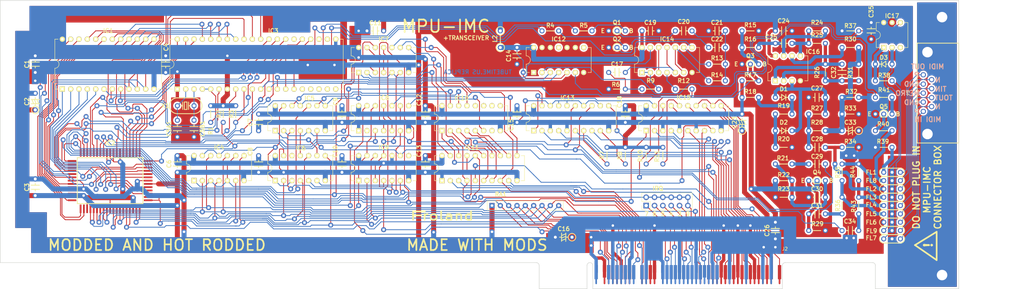
<source format=kicad_pcb>
(kicad_pcb (version 4) (host pcbnew 4.0.7)
  (title_block (title "Roland MPU-IMC (Modified to include optocoupler)") (comment 1 "Copyright (C) 2018 Eric Schlaepfer") (comment 2 "See https://creativecommons.org/licenses/by/4.0/") (comment 3 "This work is licensed under a Creative Commons Attribution 4.0 International License. "))
  (layers (0 F.Cu signal) (31 B.Cu signal) (34 B.Paste user hide) (35 F.Paste user hide) (36 B.SilkS user) (37 F.SilkS user) (38 B.Mask user) (39 F.Mask user) (44 Edge.Cuts user))
  (net 0 "")
  (net 1 VCC)
  (net 2 GND)
  (net 3 "Net-(C5A1-Pad2)")
  (net 4 "Net-(C5B1-Pad2)")
  (net 5 "Net-(C17-Pad1)")
  (net 6 "Net-(C17-Pad2)")
  (net 7 "Net-(C20-Pad1)")
  (net 8 "Net-(C20-Pad2)")
  (net 9 "Net-(C22-Pad2)")
  (net 10 "Net-(C25-Pad1)")
  (net 11 "Net-(C25-Pad2)")
  (net 12 "Net-(C27-Pad1)")
  (net 13 "Net-(C28-Pad1)")
  (net 14 /FSKOUT)
  (net 15 "Net-(C29-Pad2)")
  (net 16 "Net-(C30-Pad1)")
  (net 17 "Net-(C31-Pad1)")
  (net 18 "Net-(C31-Pad2)")
  (net 19 "Net-(C32-Pad1)")
  (net 20 "Net-(C32-Pad2)")
  (net 21 +2V5)
  (net 22 "Net-(D1-Pad1)")
  (net 23 "Net-(D2-Pad2)")
  (net 24 "Net-(FL1-Pad1)")
  (net 25 Earth)
  (net 26 /METRO)
  (net 27 /TAPE_OUT)
  (net 28 /TAPE_IN)
  (net 29 "Net-(FL7-Pad1)")
  (net 30 /A3)
  (net 31 /A4)
  (net 32 /A5)
  (net 33 /A6)
  (net 34 /A7)
  (net 35 /A8)
  (net 36 /A9)
  (net 37 /A10)
  (net 38 /D7)
  (net 39 /D6)
  (net 40 /D5)
  (net 41 /D4)
  (net 42 /D3)
  (net 43 /D2)
  (net 44 /D1)
  (net 45 /D0)
  (net 46 "Net-(IC1-Pad18)")
  (net 47 /A0)
  (net 48 "Net-(IC1-Pad20)")
  (net 49 "Net-(IC1-Pad21)")
  (net 50 /A1)
  (net 51 /A2)
  (net 52 "Net-(IC2-Pad4)")
  (net 53 "Net-(IC2-Pad5)")
  (net 54 "Net-(IC2-Pad6)")
  (net 55 "Net-(IC2-Pad8)")
  (net 56 /~NRST)
  (net 57 /~NHRD)
  (net 58 /~NHWR)
  (net 59 /FSKIN)
  (net 60 "Net-(IC2-Pad15)")
  (net 61 "Net-(IC2-Pad16)")
  (net 62 /HA0)
  (net 63 /-CMD)
  (net 64 /AS1)
  (net 65 /AS0)
  (net 66 "Net-(IC2-Pad22)")
  (net 67 "Net-(IC14-Pad8)")
  (net 68 "Net-(IC2-Pad24)")
  (net 69 /ID7)
  (net 70 /ID6)
  (net 71 /ID5)
  (net 72 /ID4)
  (net 73 /ID3)
  (net 74 /ID2)
  (net 75 /ID1)
  (net 76 /ID0)
  (net 77 /DSR)
  (net 78 "Net-(IC3-Pad4)")
  (net 79 "Net-(IC14-Pad13)")
  (net 80 "Net-(IC3-Pad14)")
  (net 81 "Net-(IC3-Pad15)")
  (net 82 "Net-(IC4-Pad1)")
  (net 83 "Net-(IC4-Pad11)")
  (net 84 "Net-(IC5-Pad1)")
  (net 85 "Net-(IC5-Pad2)")
  (net 86 "Net-(IC5-Pad3)")
  (net 87 "Net-(IC5-Pad4)")
  (net 88 "Net-(IC15-Pad9)")
  (net 89 "Net-(IC10-Pad14)")
  (net 90 "Net-(IC10-Pad15)")
  (net 91 "Net-(IC6-Pad5)")
  (net 92 /IRQ9)
  (net 93 "Net-(IC10-Pad13)")
  (net 94 "Net-(IC7-Pad6)")
  (net 95 /-CD_SFDBK)
  (net 96 "Net-(IC13-Pad19)")
  (net 97 /M/-IO)
  (net 98 "Net-(IC7-Pad11)")
  (net 99 "Net-(IC7-Pad13)")
  (net 100 "Net-(IC10-Pad6)")
  (net 101 "Net-(IC11-Pad11)")
  (net 102 /-ADL)
  (net 103 /CHRESET)
  (net 104 "Net-(IC10-Pad2)")
  (net 105 "Net-(IC10-Pad3)")
  (net 106 "Net-(IC10-Pad4)")
  (net 107 "Net-(IC10-Pad5)")
  (net 108 /-S1)
  (net 109 /-S0)
  (net 110 /-CD_SETUP)
  (net 111 "Net-(IC13-Pad1)")
  (net 112 "Net-(IC13-Pad7)")
  (net 113 "Net-(IC13-Pad9)")
  (net 114 "Net-(IC14-Pad1)")
  (net 115 "Net-(IC14-Pad12)")
  (net 116 "Net-(IC14-Pad4)")
  (net 117 "Net-(IC14-Pad10)")
  (net 118 "Net-(IC14-Pad9)")
  (net 119 /A15)
  (net 120 /A14)
  (net 121 /A13)
  (net 122 /A12)
  (net 123 /A11)
  (net 124 "Net-(IC15-Pad16)")
  (net 125 "Net-(IC15-Pad18)")
  (net 126 /IRQ7)
  (net 127 /IRQ6)
  (net 128 /IRQ5)
  (net 129 /IRQ4)
  (net 130 /IRQ3)
  (net 131 "Net-(Q1-Pad3)")
  (net 132 "Net-(Q2-Pad3)")
  (net 133 "Net-(Q3-Pad3)")
  (net 134 "Net-(IC12-Pad3)")
  (net 135 "Net-(IC12-Pad4)")
  (net 136 "Net-(IC12-Pad6)")
  (net 137 /IA7)
  (net 138 /IA6)
  (net 139 /IA5)
  (net 140 /IA4)
  (net 141 /IA3)
  (net 142 /IA2)
  (net 143 /IA1)
  (net 144 /IA0)
  (net 145 /IA10)
  (net 146 /IA9)
  (net 147 /IA8)
  (net 148 "Net-(IC16-Pad6)")
  (net 149 "Net-(C14-Pad1)")
  (net 150 "Net-(C34-Pad1)")
  (net 151 "Net-(C34-Pad2)")
  (net 152 "Net-(D3-Pad1)")
  (net 153 /MIN_N)
  (net 154 /MO_P)
  (net 155 "Net-(FL2-Pad1)")
  (net 156 "Net-(FL3-Pad1)")
  (net 157 "Net-(FL4-Pad1)")
  (net 158 "Net-(FL5-Pad1)")
  (net 159 "Net-(FL6-Pad1)")
  (net 160 /MIN_P)
  (net 161 "Net-(FL8-Pad1)")
  (net 162 /MO_N)
  (net 163 "Net-(FL9-Pad1)")
  (net 164 "Net-(IC12-Pad2)")
  (net 165 "Net-(Q5-Pad3)")
  (net 166 "Net-(Q5-Pad2)")
  (module Roland:C_DISC_200 (layer F.Cu) (at 74.168 132.08 270)
    (fp_text reference C1 (at 2.54 2.54 270) (layer F.SilkS) (effects (font (size 1.27 1.27) (thickness 0.254))))
    (fp_text value 0.1)
    (pad 1 thru_hole circle (at 0 0 180) (size 1.524 1.524) (drill 0.889) (layers *.Cu *.Mask) (net 1 VCC))
    (pad 2 thru_hole circle (at 5.08 0 180) (size 1.524 1.524) (drill 0.889) (layers *.Cu *.Mask) (net 2 GND))
  )
  (module Roland:C_DISC_200 (layer F.Cu) (at 74.168 169.672 270)
    (fp_text reference C3 (at 2.54 2.54 270) (layer F.SilkS) (effects (font (size 1.27 1.27) (thickness 0.254))))
    (fp_text value 0.1)
    (pad 1 thru_hole circle (at 0 0 180) (size 1.524 1.524) (drill 0.889) (layers *.Cu *.Mask) (net 1 VCC))
    (pad 2 thru_hole circle (at 5.08 0 180) (size 1.524 1.524) (drill 0.889) (layers *.Cu *.Mask) (net 2 GND))
  )
  (module Roland:C_DISC_200 (layer F.Cu) (at 113.919 132.08 270)
    (fp_text reference C4 (at -2.667 -0.127 270) (layer F.SilkS) (effects (font (size 1.27 1.27) (thickness 0.254))))
    (fp_text value 0.1)
    (pad 1 thru_hole circle (at 0 0 180) (size 1.524 1.524) (drill 0.889) (layers *.Cu *.Mask) (net 1 VCC))
    (pad 2 thru_hole circle (at 5.08 0 180) (size 1.524 1.524) (drill 0.889) (layers *.Cu *.Mask) (net 2 GND))
  )
  (module Roland:C_DISC_200 (layer F.Cu) (at 117.475 156.845 90)
    (fp_text reference C5A1 (at 2.54 -2.54 90) (layer F.SilkS) (effects (font (size 1.27 1.27) (thickness 0.254))))
    (fp_text value C_Small)
    (pad 1 thru_hole circle (at 0 0) (size 1.524 1.524) (drill 0.889) (layers *.Cu *.Mask) (net 2 GND))
    (pad 2 thru_hole circle (at 5.08 0) (size 1.524 1.524) (drill 0.889) (layers *.Cu *.Mask) (net 3 "Net-(C5A1-Pad2)"))
  )
  (module Roland:C_DISC_200 (layer F.Cu) (at 122.555 156.845 90)
    (fp_text reference C5B1 (at 2.54 2.54 90) (layer F.SilkS) (effects (font (size 1.27 1.27) (thickness 0.254))))
    (fp_text value C_Small)
    (pad 1 thru_hole circle (at 0 0) (size 1.524 1.524) (drill 0.889) (layers *.Cu *.Mask) (net 2 GND))
    (pad 2 thru_hole circle (at 5.08 0) (size 1.524 1.524) (drill 0.889) (layers *.Cu *.Mask) (net 4 "Net-(C5B1-Pad2)"))
  )
  (module Roland:C_DISC_200 (layer F.Cu) (at 117.475 162.56 270)
    (fp_text reference C6 (at 2.54 2.54 270) (layer F.SilkS) (effects (font (size 1.27 1.27) (thickness 0.254))))
    (fp_text value 0.1)
    (pad 1 thru_hole circle (at 0 0 180) (size 1.524 1.524) (drill 0.889) (layers *.Cu *.Mask) (net 1 VCC))
    (pad 2 thru_hole circle (at 5.08 0 180) (size 1.524 1.524) (drill 0.889) (layers *.Cu *.Mask) (net 2 GND))
  )
  (module Roland:C_DISC_200 (layer F.Cu) (at 142.24 149.86 270)
    (fp_text reference C7 (at 2.54 2.54 270) (layer F.SilkS) (effects (font (size 1.27 1.27) (thickness 0.254))))
    (fp_text value 0.1)
    (pad 1 thru_hole circle (at 0 0 180) (size 1.524 1.524) (drill 0.889) (layers *.Cu *.Mask) (net 1 VCC))
    (pad 2 thru_hole circle (at 5.08 0 180) (size 1.524 1.524) (drill 0.889) (layers *.Cu *.Mask) (net 2 GND))
  )
  (module Roland:C_DISC_200 (layer F.Cu) (at 142.24 162.56 270)
    (fp_text reference C8 (at -1.27 2.54 270) (layer F.SilkS) (effects (font (size 1.27 1.27) (thickness 0.254))))
    (fp_text value 0.1)
    (pad 1 thru_hole circle (at 0 0 180) (size 1.524 1.524) (drill 0.889) (layers *.Cu *.Mask) (net 1 VCC))
    (pad 2 thru_hole circle (at 5.08 0 180) (size 1.524 1.524) (drill 0.889) (layers *.Cu *.Mask) (net 2 GND))
  )
  (module Roland:C_DISC_200 (layer F.Cu) (at 167.64 147.32 270)
    (fp_text reference C9 (at -1.27 1.905 270) (layer F.SilkS) (effects (font (size 1.27 1.27) (thickness 0.254))))
    (fp_text value 0.1)
    (pad 1 thru_hole circle (at 0 0 180) (size 1.524 1.524) (drill 0.889) (layers *.Cu *.Mask) (net 1 VCC))
    (pad 2 thru_hole circle (at 5.08 0 180) (size 1.524 1.524) (drill 0.889) (layers *.Cu *.Mask) (net 2 GND))
  )
  (module Roland:C_DISC_200 (layer F.Cu) (at 167.64 162.56 270)
    (fp_text reference C10 (at -1.27 2.032 270) (layer F.SilkS) (effects (font (size 1.27 1.27) (thickness 0.254))))
    (fp_text value 0.1)
    (pad 1 thru_hole circle (at 0 0 180) (size 1.524 1.524) (drill 0.889) (layers *.Cu *.Mask) (net 1 VCC))
    (pad 2 thru_hole circle (at 5.08 0 180) (size 1.524 1.524) (drill 0.889) (layers *.Cu *.Mask) (net 2 GND))
  )
  (module Roland:C_DISC_200 (layer F.Cu) (at 175.26 124.46)
    (fp_text reference C11 (at 2.54 -2.413) (layer F.SilkS) (effects (font (size 1.27 1.27) (thickness 0.254))))
    (fp_text value 0.1)
    (pad 1 thru_hole circle (at 0 0 270) (size 1.524 1.524) (drill 0.889) (layers *.Cu *.Mask) (net 1 VCC))
    (pad 2 thru_hole circle (at 5.08 0 270) (size 1.524 1.524) (drill 0.889) (layers *.Cu *.Mask) (net 2 GND))
  )
  (module Roland:C_DISC_200 (layer F.Cu) (at 193.04 147.32 270)
    (fp_text reference C12 (at -1.778 1.905 270) (layer F.SilkS) (effects (font (size 1.27 1.27) (thickness 0.254))))
    (fp_text value 0.1)
    (pad 1 thru_hole circle (at 0 0 180) (size 1.524 1.524) (drill 0.889) (layers *.Cu *.Mask) (net 1 VCC))
    (pad 2 thru_hole circle (at 5.08 0 180) (size 1.524 1.524) (drill 0.889) (layers *.Cu *.Mask) (net 2 GND))
  )
  (module Roland:C_DISC_200 (layer F.Cu) (at 193.04 162.56 270)
    (fp_text reference C13 (at -1.397 1.905 270) (layer F.SilkS) (effects (font (size 1.27 1.27) (thickness 0.254))))
    (fp_text value 0.1)
    (pad 1 thru_hole circle (at 0 0 180) (size 1.524 1.524) (drill 0.889) (layers *.Cu *.Mask) (net 1 VCC))
    (pad 2 thru_hole circle (at 5.08 0 180) (size 1.524 1.524) (drill 0.889) (layers *.Cu *.Mask) (net 2 GND))
  )
  (module Roland:C_DISC_200 (layer F.Cu) (at 220.98 147.32 270)
    (fp_text reference C15 (at 5.842 1.778 270) (layer F.SilkS) (effects (font (size 1.27 1.27) (thickness 0.254))))
    (fp_text value 0.1)
    (pad 1 thru_hole circle (at 0 0 180) (size 1.524 1.524) (drill 0.889) (layers *.Cu *.Mask) (net 1 VCC))
    (pad 2 thru_hole circle (at 5.08 0 180) (size 1.524 1.524) (drill 0.889) (layers *.Cu *.Mask) (net 2 GND))
  )
  (module Roland:C_DISC_200 (layer F.Cu) (at 254 137.16 180)
    (fp_text reference C17 (at 2.54 2.54 180) (layer F.SilkS) (effects (font (size 1.27 1.27) (thickness 0.254))))
    (fp_text value 0.033)
    (pad 1 thru_hole circle (at 0 0 90) (size 1.524 1.524) (drill 0.889) (layers *.Cu *.Mask) (net 5 "Net-(C17-Pad1)"))
    (pad 2 thru_hole circle (at 5.08 0 90) (size 1.524 1.524) (drill 0.889) (layers *.Cu *.Mask) (net 6 "Net-(C17-Pad2)"))
  )
  (module Roland:C_DISC_200 (layer F.Cu) (at 254 147.32 270)
    (fp_text reference C18 (at -1.143 1.778 270) (layer F.SilkS) (effects (font (size 1.27 1.27) (thickness 0.254))))
    (fp_text value 0.1)
    (pad 1 thru_hole circle (at 0 0 180) (size 1.524 1.524) (drill 0.889) (layers *.Cu *.Mask) (net 1 VCC))
    (pad 2 thru_hole circle (at 5.08 0 180) (size 1.524 1.524) (drill 0.889) (layers *.Cu *.Mask) (net 2 GND))
  )
  (module Roland:C_DISC_200 (layer F.Cu) (at 259.08 124.46)
    (fp_text reference C19 (at 2.54 -2.54) (layer F.SilkS) (effects (font (size 1.27 1.27) (thickness 0.254))))
    (fp_text value 0.1)
    (pad 1 thru_hole circle (at 0 0 270) (size 1.524 1.524) (drill 0.889) (layers *.Cu *.Mask) (net 149 "Net-(C14-Pad1)"))
    (pad 2 thru_hole circle (at 5.08 0 270) (size 1.524 1.524) (drill 0.889) (layers *.Cu *.Mask) (net 2 GND))
  )
  (module Roland:C_DISC_200 (layer F.Cu) (at 274.32 124.46 180)
    (fp_text reference C20 (at 2.54 2.794 180) (layer F.SilkS) (effects (font (size 1.27 1.27) (thickness 0.254))))
    (fp_text value 0.0047)
    (pad 1 thru_hole circle (at 0 0 90) (size 1.524 1.524) (drill 0.889) (layers *.Cu *.Mask) (net 7 "Net-(C20-Pad1)"))
    (pad 2 thru_hole circle (at 5.08 0 90) (size 1.524 1.524) (drill 0.889) (layers *.Cu *.Mask) (net 8 "Net-(C20-Pad2)"))
  )
  (module Roland:C_DISC_200 (layer F.Cu) (at 284.48 124.46 180)
    (fp_text reference C21 (at 2.54 2.54 180) (layer F.SilkS) (effects (font (size 1.27 1.27) (thickness 0.254))))
    (fp_text value 0.018)
    (pad 1 thru_hole circle (at 0 0 90) (size 1.524 1.524) (drill 0.889) (layers *.Cu *.Mask) (net 7 "Net-(C20-Pad1)"))
    (pad 2 thru_hole circle (at 5.08 0 90) (size 1.524 1.524) (drill 0.889) (layers *.Cu *.Mask) (net 2 GND))
  )
  (module Roland:C_DISC_200 (layer F.Cu) (at 284.48 129.54 180)
    (fp_text reference C22 (at 2.54 2.54 180) (layer F.SilkS) (effects (font (size 1.27 1.27) (thickness 0.254))))
    (fp_text value 0.0039)
    (pad 1 thru_hole circle (at 0 0 90) (size 1.524 1.524) (drill 0.889) (layers *.Cu *.Mask) (net 7 "Net-(C20-Pad1)"))
    (pad 2 thru_hole circle (at 5.08 0 90) (size 1.524 1.524) (drill 0.889) (layers *.Cu *.Mask) (net 9 "Net-(C22-Pad2)"))
  )
  (module Roland:C_DISC_200 (layer F.Cu) (at 299.72 124.46)
    (fp_text reference C24 (at 2.509476 -3.027001) (layer F.SilkS) (effects (font (size 1.27 1.27) (thickness 0.254))))
    (fp_text value 0.1)
    (pad 1 thru_hole circle (at 0 0 270) (size 1.524 1.524) (drill 0.889) (layers *.Cu *.Mask) (net 1 VCC))
    (pad 2 thru_hole circle (at 5.08 0 270) (size 1.524 1.524) (drill 0.889) (layers *.Cu *.Mask) (net 2 GND))
  )
  (module Roland:C_DISC_200 (layer F.Cu) (at 299.72 128.27)
    (fp_text reference C25 (at -1.27 -1.905) (layer F.SilkS) (effects (font (size 1.27 1.27) (thickness 0.254))))
    (fp_text value 22p)
    (pad 1 thru_hole circle (at 0 0 270) (size 1.524 1.524) (drill 0.889) (layers *.Cu *.Mask) (net 10 "Net-(C25-Pad1)"))
    (pad 2 thru_hole circle (at 5.08 0 270) (size 1.524 1.524) (drill 0.889) (layers *.Cu *.Mask) (net 11 "Net-(C25-Pad2)"))
  )
  (module Roland:C_DISC_200 (layer F.Cu) (at 299.72 182.88 270)
    (fp_text reference C26 (at 2.54 2.54 270) (layer F.SilkS) (effects (font (size 1.27 1.27) (thickness 0.254))))
    (fp_text value 0.1)
    (pad 1 thru_hole circle (at 0 0 180) (size 1.524 1.524) (drill 0.889) (layers *.Cu *.Mask) (net 1 VCC))
    (pad 2 thru_hole circle (at 5.08 0 180) (size 1.524 1.524) (drill 0.889) (layers *.Cu *.Mask) (net 2 GND))
  )
  (module Roland:C_DISC_200 (layer F.Cu) (at 314.96 144.78 180)
    (fp_text reference C27 (at 2.54 2.794 180) (layer F.SilkS) (effects (font (size 1.27 1.27) (thickness 0.254))))
    (fp_text value 0.0068)
    (pad 1 thru_hole circle (at 0 0 90) (size 1.524 1.524) (drill 0.889) (layers *.Cu *.Mask) (net 12 "Net-(C27-Pad1)"))
    (pad 2 thru_hole circle (at 5.08 0 90) (size 1.524 1.524) (drill 0.889) (layers *.Cu *.Mask) (net 2 GND))
  )
  (module Roland:C_DISC_200 (layer F.Cu) (at 309.88 160.02)
    (fp_text reference C28 (at 2.54 -2.54) (layer F.SilkS) (effects (font (size 1.27 1.27) (thickness 0.254))))
    (fp_text value 0.027)
    (pad 1 thru_hole circle (at 0 0 270) (size 1.524 1.524) (drill 0.889) (layers *.Cu *.Mask) (net 13 "Net-(C28-Pad1)"))
    (pad 2 thru_hole circle (at 5.08 0 270) (size 1.524 1.524) (drill 0.889) (layers *.Cu *.Mask) (net 28 /TAPE_IN))
  )
  (module Roland:C_DISC_200 (layer F.Cu) (at 314.96 165.1 180)
    (fp_text reference C29 (at 2.54 2.286 180) (layer F.SilkS) (effects (font (size 1.27 1.27) (thickness 0.254))))
    (fp_text value 0.1)
    (pad 1 thru_hole circle (at 0 0 90) (size 1.524 1.524) (drill 0.889) (layers *.Cu *.Mask) (net 14 /FSKOUT))
    (pad 2 thru_hole circle (at 5.08 0 90) (size 1.524 1.524) (drill 0.889) (layers *.Cu *.Mask) (net 15 "Net-(C29-Pad2)"))
  )
  (module Roland:C_DISC_200 (layer F.Cu) (at 314.96 175.26 180)
    (fp_text reference C30 (at 2.54 2.54 180) (layer F.SilkS) (effects (font (size 1.27 1.27) (thickness 0.254))))
    (fp_text value 0.0047)
    (pad 1 thru_hole circle (at 0 0 90) (size 1.524 1.524) (drill 0.889) (layers *.Cu *.Mask) (net 16 "Net-(C30-Pad1)"))
    (pad 2 thru_hole circle (at 5.08 0 90) (size 1.524 1.524) (drill 0.889) (layers *.Cu *.Mask) (net 2 GND))
  )
  (module Roland:C_DISC_200 (layer F.Cu) (at 309.88 180.34)
    (fp_text reference C31 (at 2.54 -2.54) (layer F.SilkS) (effects (font (size 1.27 1.27) (thickness 0.254))))
    (fp_text value 0.1)
    (pad 1 thru_hole circle (at 0 0 270) (size 1.524 1.524) (drill 0.889) (layers *.Cu *.Mask) (net 17 "Net-(C31-Pad1)"))
    (pad 2 thru_hole circle (at 5.08 0 270) (size 1.524 1.524) (drill 0.889) (layers *.Cu *.Mask) (net 18 "Net-(C31-Pad2)"))
  )
  (module Roland:C_DISC_200 (layer F.Cu) (at 320.04 134.62 270)
    (fp_text reference C32 (at 2.54 2.54 270) (layer F.SilkS) (effects (font (size 1.27 1.27) (thickness 0.254))))
    (fp_text value 15p)
    (pad 1 thru_hole circle (at 0 0 180) (size 1.524 1.524) (drill 0.889) (layers *.Cu *.Mask) (net 19 "Net-(C32-Pad1)"))
    (pad 2 thru_hole circle (at 5.08 0 180) (size 1.524 1.524) (drill 0.889) (layers *.Cu *.Mask) (net 20 "Net-(C32-Pad2)"))
  )
  (module Roland:D_200 (layer F.Cu) (at 304.8 144.78 180)
    (fp_text reference D1 (at 2.54 2.54 180) (layer F.SilkS) (effects (font (size 1.27 1.27) (thickness 0.254))))
    (fp_text value ?)
    (pad 1 thru_hole circle (at 0 0 90) (size 1.524 1.524) (drill 0.889) (layers *.Cu *.Mask) (net 22 "Net-(D1-Pad1)"))
    (pad 2 thru_hole circle (at 5.08 0 90) (size 1.524 1.524) (drill 0.889) (layers *.Cu *.Mask) (net 12 "Net-(C27-Pad1)"))
  )
  (module Roland:D_200 (layer F.Cu) (at 304.8 154.94 180)
    (fp_text reference D2 (at 2.54 2.54 180) (layer F.SilkS) (effects (font (size 1.27 1.27) (thickness 0.254))))
    (fp_text value ?)
    (pad 1 thru_hole circle (at 0 0 90) (size 1.524 1.524) (drill 0.889) (layers *.Cu *.Mask) (net 12 "Net-(C27-Pad1)"))
    (pad 2 thru_hole circle (at 5.08 0 90) (size 1.524 1.524) (drill 0.889) (layers *.Cu *.Mask) (net 23 "Net-(D2-Pad2)"))
  )
  (module Roland:FILT_200 (layer F.Cu) (at 337.82 167.64 180)
    (fp_text reference FL1 (at 8.89 0 180) (layer F.SilkS) (effects (font (size 1.27 1.27) (thickness 0.254))))
    (fp_text value EMI_Filter_C)
    (pad 1 thru_hole circle (at 0 0 90) (size 1.524 1.524) (drill 0.889) (layers *.Cu *.Mask) (net 24 "Net-(FL1-Pad1)"))
    (pad 3 thru_hole circle (at 5.08 0 90) (size 1.524 1.524) (drill 0.889) (layers *.Cu *.Mask) (net 154 /MO_P))
    (pad 2 thru_hole circle (at 2.54 0 90) (size 1.524 1.524) (drill 0.889) (layers *.Cu *.Mask) (net 25 Earth))
  )
  (module Roland:FILT_200 (layer F.Cu) (at 337.82 172.72 180)
    (fp_text reference FL2 (at 8.89 0 180) (layer F.SilkS) (effects (font (size 1.27 1.27) (thickness 0.254))))
    (fp_text value EMI_Filter_C)
    (pad 1 thru_hole circle (at 0 0 90) (size 1.524 1.524) (drill 0.889) (layers *.Cu *.Mask) (net 155 "Net-(FL2-Pad1)"))
    (pad 3 thru_hole circle (at 5.08 0 90) (size 1.524 1.524) (drill 0.889) (layers *.Cu *.Mask) (net 2 GND))
    (pad 2 thru_hole circle (at 2.54 0 90) (size 1.524 1.524) (drill 0.889) (layers *.Cu *.Mask) (net 25 Earth))
  )
  (module Roland:FILT_200 (layer F.Cu) (at 337.82 175.26 180)
    (fp_text reference FL3 (at 8.89 0 180) (layer F.SilkS) (effects (font (size 1.27 1.27) (thickness 0.254))))
    (fp_text value EMI_Filter_C)
    (pad 1 thru_hole circle (at 0 0 90) (size 1.524 1.524) (drill 0.889) (layers *.Cu *.Mask) (net 156 "Net-(FL3-Pad1)"))
    (pad 3 thru_hole circle (at 5.08 0 90) (size 1.524 1.524) (drill 0.889) (layers *.Cu *.Mask) (net 28 /TAPE_IN))
    (pad 2 thru_hole circle (at 2.54 0 90) (size 1.524 1.524) (drill 0.889) (layers *.Cu *.Mask) (net 25 Earth))
  )
  (module Roland:FILT_200 (layer F.Cu) (at 337.82 177.8 180)
    (fp_text reference FL4 (at 8.89 0.254 180) (layer F.SilkS) (effects (font (size 1.27 1.27) (thickness 0.254))))
    (fp_text value EMI_Filter_C)
    (pad 1 thru_hole circle (at 0 0 90) (size 1.524 1.524) (drill 0.889) (layers *.Cu *.Mask) (net 157 "Net-(FL4-Pad1)"))
    (pad 3 thru_hole circle (at 5.08 0 90) (size 1.524 1.524) (drill 0.889) (layers *.Cu *.Mask) (net 26 /METRO))
    (pad 2 thru_hole circle (at 2.54 0 90) (size 1.524 1.524) (drill 0.889) (layers *.Cu *.Mask) (net 25 Earth))
  )
  (module Roland:FILT_200 (layer F.Cu) (at 337.82 180.34 180)
    (fp_text reference FL5 (at 8.89 0 180) (layer F.SilkS) (effects (font (size 1.27 1.27) (thickness 0.254))))
    (fp_text value EMI_Filter_C)
    (pad 1 thru_hole circle (at 0 0 90) (size 1.524 1.524) (drill 0.889) (layers *.Cu *.Mask) (net 158 "Net-(FL5-Pad1)"))
    (pad 3 thru_hole circle (at 5.08 0 90) (size 1.524 1.524) (drill 0.889) (layers *.Cu *.Mask) (net 27 /TAPE_OUT))
    (pad 2 thru_hole circle (at 2.54 0 90) (size 1.524 1.524) (drill 0.889) (layers *.Cu *.Mask) (net 25 Earth))
  )
  (module Roland:FILT_200 (layer F.Cu) (at 337.82 182.88 180)
    (fp_text reference FL6 (at 8.89 0 180) (layer F.SilkS) (effects (font (size 1.27 1.27) (thickness 0.254))))
    (fp_text value EMI_Filter_C)
    (pad 1 thru_hole circle (at 0 0 90) (size 1.524 1.524) (drill 0.889) (layers *.Cu *.Mask) (net 159 "Net-(FL6-Pad1)"))
    (pad 3 thru_hole circle (at 5.08 0 90) (size 1.524 1.524) (drill 0.889) (layers *.Cu *.Mask) (net 2 GND))
    (pad 2 thru_hole circle (at 2.54 0 90) (size 1.524 1.524) (drill 0.889) (layers *.Cu *.Mask) (net 25 Earth))
  )
  (module Roland:FILT_200 (layer F.Cu) (at 337.82 187.96 180)
    (fp_text reference FL7 (at 8.89 0.254 180) (layer F.SilkS) (effects (font (size 1.27 1.27) (thickness 0.254))))
    (fp_text value EMI_Filter_C)
    (pad 1 thru_hole circle (at 0 0 90) (size 1.524 1.524) (drill 0.889) (layers *.Cu *.Mask) (net 29 "Net-(FL7-Pad1)"))
    (pad 3 thru_hole circle (at 5.08 0 90) (size 1.524 1.524) (drill 0.889) (layers *.Cu *.Mask) (net 160 /MIN_P))
    (pad 2 thru_hole circle (at 2.54 0 90) (size 1.524 1.524) (drill 0.889) (layers *.Cu *.Mask) (net 25 Earth))
  )
  (module Active:DIP254P1524X635-24 (layer F.Cu) (at 82.423 142.24 90)
    (fp_text reference IC1 (at 17.78 13.97 180) (layer F.SilkS) (effects (font (size 1.27 1.27) (thickness 0.254))))
    (fp_text value LC3517)
    (pad 1 thru_hole rect (at 0 0 90) (size 1.6 1.6) (drill 0.8) (layers *.Cu *.Mask F.SilkS) (net 141 /IA3))
    (pad 2 thru_hole oval (at 0 2.54 90) (size 1.6 1.6) (drill 0.8) (layers *.Cu *.Mask F.SilkS) (net 140 /IA4))
    (pad 3 thru_hole oval (at 0 5.08 90) (size 1.6 1.6) (drill 0.8) (layers *.Cu *.Mask F.SilkS) (net 139 /IA5))
    (pad 4 thru_hole oval (at 0 7.62 90) (size 1.6 1.6) (drill 0.8) (layers *.Cu *.Mask F.SilkS) (net 138 /IA6))
    (pad 5 thru_hole oval (at 0 10.16 90) (size 1.6 1.6) (drill 0.8) (layers *.Cu *.Mask F.SilkS) (net 137 /IA7))
    (pad 6 thru_hole oval (at 0 12.7 90) (size 1.6 1.6) (drill 0.8) (layers *.Cu *.Mask F.SilkS) (net 147 /IA8))
    (pad 7 thru_hole oval (at 0 15.24 90) (size 1.6 1.6) (drill 0.8) (layers *.Cu *.Mask F.SilkS) (net 146 /IA9))
    (pad 8 thru_hole oval (at 0 17.78 90) (size 1.6 1.6) (drill 0.8) (layers *.Cu *.Mask F.SilkS) (net 145 /IA10))
    (pad 9 thru_hole oval (at 0 20.32 90) (size 1.6 1.6) (drill 0.8) (layers *.Cu *.Mask F.SilkS) (net 69 /ID7))
    (pad 10 thru_hole oval (at 0 22.86 90) (size 1.6 1.6) (drill 0.8) (layers *.Cu *.Mask F.SilkS) (net 70 /ID6))
    (pad 11 thru_hole oval (at 0 25.4 90) (size 1.6 1.6) (drill 0.8) (layers *.Cu *.Mask F.SilkS) (net 71 /ID5))
    (pad 12 thru_hole oval (at 0 27.94 90) (size 1.6 1.6) (drill 0.8) (layers *.Cu *.Mask F.SilkS) (net 2 GND))
    (pad 13 thru_hole oval (at 15.24 27.94 90) (size 1.6 1.6) (drill 0.8) (layers *.Cu *.Mask F.SilkS) (net 72 /ID4))
    (pad 14 thru_hole oval (at 15.24 25.4 90) (size 1.6 1.6) (drill 0.8) (layers *.Cu *.Mask F.SilkS) (net 73 /ID3))
    (pad 15 thru_hole oval (at 15.24 22.86 90) (size 1.6 1.6) (drill 0.8) (layers *.Cu *.Mask F.SilkS) (net 74 /ID2))
    (pad 16 thru_hole oval (at 15.24 20.32 90) (size 1.6 1.6) (drill 0.8) (layers *.Cu *.Mask F.SilkS) (net 75 /ID1))
    (pad 17 thru_hole oval (at 15.24 17.78 90) (size 1.6 1.6) (drill 0.8) (layers *.Cu *.Mask F.SilkS) (net 76 /ID0))
    (pad 18 thru_hole oval (at 15.24 15.24 90) (size 1.6 1.6) (drill 0.8) (layers *.Cu *.Mask F.SilkS) (net 46 "Net-(IC1-Pad18)"))
    (pad 19 thru_hole oval (at 15.24 12.7 90) (size 1.6 1.6) (drill 0.8) (layers *.Cu *.Mask F.SilkS) (net 144 /IA0))
    (pad 20 thru_hole oval (at 15.24 10.16 90) (size 1.6 1.6) (drill 0.8) (layers *.Cu *.Mask F.SilkS) (net 48 "Net-(IC1-Pad20)"))
    (pad 21 thru_hole oval (at 15.24 7.62 90) (size 1.6 1.6) (drill 0.8) (layers *.Cu *.Mask F.SilkS) (net 49 "Net-(IC1-Pad21)"))
    (pad 22 thru_hole oval (at 15.24 5.08 90) (size 1.6 1.6) (drill 0.8) (layers *.Cu *.Mask F.SilkS) (net 143 /IA1))
    (pad 23 thru_hole oval (at 15.24 2.54 90) (size 1.6 1.6) (drill 0.8) (layers *.Cu *.Mask F.SilkS) (net 142 /IA2))
    (pad 24 thru_hole oval (at 15.24 0 90) (size 1.6 1.6) (drill 0.8) (layers *.Cu *.Mask F.SilkS) (net 1 VCC))
  )
  (module Roland:TQFP-64 (layer F.Cu) (at 96.985 170.18 180)
    (fp_text reference IC2 (at 0 11.43 180) (layer F.SilkS) (effects (font (size 1.27 1.27) (thickness 0.254))))
    (fp_text value HG62E08)
    (pad 1 smd rect (at -9.017 8.6 180) (size 0.55 2.6) (layers F.Cu F.Paste F.Mask) (net 48 "Net-(IC1-Pad20)"))
    (pad 2 smd rect (at -8.017 8.6 180) (size 0.55 2.6) (layers F.Cu F.Paste F.Mask) (net 49 "Net-(IC1-Pad21)"))
    (pad 3 smd rect (at -7.017 8.6 180) (size 0.55 2.6) (layers F.Cu F.Paste F.Mask) (net 46 "Net-(IC1-Pad18)"))
    (pad 4 smd rect (at -6.017 8.6 180) (size 0.55 2.6) (layers F.Cu F.Paste F.Mask) (net 52 "Net-(IC2-Pad4)"))
    (pad 5 smd rect (at -5.017 8.6 180) (size 0.55 2.6) (layers F.Cu F.Paste F.Mask) (net 53 "Net-(IC2-Pad5)"))
    (pad 6 smd rect (at -4.017 8.6 180) (size 0.55 2.6) (layers F.Cu F.Paste F.Mask) (net 54 "Net-(IC2-Pad6)"))
    (pad 7 smd rect (at -3.017 8.6 180) (size 0.55 2.6) (layers F.Cu F.Paste F.Mask) (net 2 GND))
    (pad 8 smd rect (at -2.017 8.6 180) (size 0.55 2.6) (layers F.Cu F.Paste F.Mask) (net 55 "Net-(IC2-Pad8)"))
    (pad 9 smd rect (at -1.017 8.6 180) (size 0.55 2.6) (layers F.Cu F.Paste F.Mask) (net 2 GND))
    (pad 10 smd rect (at -0.017 8.6 180) (size 0.55 2.6) (layers F.Cu F.Paste F.Mask) (net 2 GND))
    (pad 11 smd rect (at 0.983 8.6 180) (size 0.55 2.6) (layers F.Cu F.Paste F.Mask) (net 56 /~NRST))
    (pad 12 smd rect (at 1.983 8.6 180) (size 0.55 2.6) (layers F.Cu F.Paste F.Mask) (net 57 /~NHRD))
    (pad 13 smd rect (at 2.983 8.6 180) (size 0.55 2.6) (layers F.Cu F.Paste F.Mask) (net 58 /~NHWR))
    (pad 14 smd rect (at 3.983 8.6 180) (size 0.55 2.6) (layers F.Cu F.Paste F.Mask) (net 59 /FSKIN))
    (pad 15 smd rect (at 4.983 8.6 180) (size 0.55 2.6) (layers F.Cu F.Paste F.Mask) (net 60 "Net-(IC2-Pad15)"))
    (pad 16 smd rect (at 5.983 8.6 180) (size 0.55 2.6) (layers F.Cu F.Paste F.Mask) (net 61 "Net-(IC2-Pad16)"))
    (pad 17 smd rect (at 6.983 8.6 180) (size 0.55 2.6) (layers F.Cu F.Paste F.Mask) (net 62 /HA0))
    (pad 18 smd rect (at 7.983 8.6 180) (size 0.55 2.6) (layers F.Cu F.Paste F.Mask) (net 63 /-CMD))
    (pad 19 smd rect (at 8.983 8.6 180) (size 0.55 2.6) (layers F.Cu F.Paste F.Mask) (net 64 /AS1))
    (pad 20 smd rect (at 11.6 6 270) (size 0.55 2.6) (layers F.Cu F.Paste F.Mask) (net 65 /AS0))
    (pad 21 smd rect (at 11.6 5 270) (size 0.55 2.6) (layers F.Cu F.Paste F.Mask) (net 14 /FSKOUT))
    (pad 22 smd rect (at 11.6 4 270) (size 0.55 2.6) (layers F.Cu F.Paste F.Mask) (net 66 "Net-(IC2-Pad22)"))
    (pad 23 smd rect (at 11.6 3 270) (size 0.55 2.6) (layers F.Cu F.Paste F.Mask) (net 67 "Net-(IC14-Pad8)"))
    (pad 24 smd rect (at 11.6 2 270) (size 0.55 2.6) (layers F.Cu F.Paste F.Mask) (net 68 "Net-(IC2-Pad24)"))
    (pad 25 smd rect (at 11.6 1 270) (size 0.55 2.6) (layers F.Cu F.Paste F.Mask) (net 69 /ID7))
    (pad 26 smd rect (at 11.6 0 270) (size 0.55 2.6) (layers F.Cu F.Paste F.Mask) (net 1 VCC))
    (pad 27 smd rect (at 11.6 -1 270) (size 0.55 2.6) (layers F.Cu F.Paste F.Mask) (net 70 /ID6))
    (pad 28 smd rect (at 11.6 -2 270) (size 0.55 2.6) (layers F.Cu F.Paste F.Mask) (net 71 /ID5))
    (pad 29 smd rect (at 11.6 -3 270) (size 0.55 2.6) (layers F.Cu F.Paste F.Mask) (net 72 /ID4))
    (pad 30 smd rect (at 11.6 -4 270) (size 0.55 2.6) (layers F.Cu F.Paste F.Mask) (net 2 GND))
    (pad 31 smd rect (at 11.6 -5 270) (size 0.55 2.6) (layers F.Cu F.Paste F.Mask) (net 73 /ID3))
    (pad 32 smd rect (at 11.6 -6 270) (size 0.55 2.6) (layers F.Cu F.Paste F.Mask) (net 74 /ID2))
    (pad 33 smd rect (at 9 -8.6 180) (size 0.55 2.6) (layers F.Cu F.Paste F.Mask) (net 75 /ID1))
    (pad 34 smd rect (at 8 -8.6 180) (size 0.55 2.6) (layers F.Cu F.Paste F.Mask) (net 76 /ID0))
    (pad 35 smd rect (at 7 -8.6 180) (size 0.55 2.6) (layers F.Cu F.Paste F.Mask) (net 2 GND))
    (pad 36 smd rect (at 6 -8.6 180) (size 0.55 2.6) (layers F.Cu F.Paste F.Mask) (net 38 /D7))
    (pad 37 smd rect (at 5 -8.6 180) (size 0.55 2.6) (layers F.Cu F.Paste F.Mask) (net 38 /D7))
    (pad 38 smd rect (at 4 -8.6 180) (size 0.55 2.6) (layers F.Cu F.Paste F.Mask) (net 39 /D6))
    (pad 39 smd rect (at 3 -8.6 180) (size 0.55 2.6) (layers F.Cu F.Paste F.Mask) (net 39 /D6))
    (pad 40 smd rect (at 2 -8.6 180) (size 0.55 2.6) (layers F.Cu F.Paste F.Mask) (net 40 /D5))
    (pad 41 smd rect (at 1 -8.6 180) (size 0.55 2.6) (layers F.Cu F.Paste F.Mask) (net 40 /D5))
    (pad 42 smd rect (at 0 -8.6 180) (size 0.55 2.6) (layers F.Cu F.Paste F.Mask) (net 2 GND))
    (pad 43 smd rect (at -1 -8.6 180) (size 0.55 2.6) (layers F.Cu F.Paste F.Mask) (net 41 /D4))
    (pad 44 smd rect (at -2 -8.6 180) (size 0.55 2.6) (layers F.Cu F.Paste F.Mask) (net 41 /D4))
    (pad 45 smd rect (at -3 -8.6 180) (size 0.55 2.6) (layers F.Cu F.Paste F.Mask) (net 42 /D3))
    (pad 46 smd rect (at -4 -8.6 180) (size 0.55 2.6) (layers F.Cu F.Paste F.Mask) (net 42 /D3))
    (pad 47 smd rect (at -5 -8.6 180) (size 0.55 2.6) (layers F.Cu F.Paste F.Mask) (net 43 /D2))
    (pad 48 smd rect (at -6 -8.6 180) (size 0.55 2.6) (layers F.Cu F.Paste F.Mask) (net 43 /D2))
    (pad 49 smd rect (at -7 -8.6 180) (size 0.55 2.6) (layers F.Cu F.Paste F.Mask) (net 2 GND))
    (pad 50 smd rect (at -8 -8.6 180) (size 0.55 2.6) (layers F.Cu F.Paste F.Mask) (net 44 /D1))
    (pad 51 smd rect (at -9 -8.6 180) (size 0.55 2.6) (layers F.Cu F.Paste F.Mask) (net 44 /D1))
    (pad 52 smd rect (at -11.6 -6 270) (size 0.55 2.6) (layers F.Cu F.Paste F.Mask) (net 45 /D0))
    (pad 53 smd rect (at -11.6 -5 270) (size 0.55 2.6) (layers F.Cu F.Paste F.Mask) (net 45 /D0))
    (pad 54 smd rect (at -11.6 -4 270) (size 0.55 2.6) (layers F.Cu F.Paste F.Mask) (net 137 /IA7))
    (pad 55 smd rect (at -11.6 -3 270) (size 0.55 2.6) (layers F.Cu F.Paste F.Mask) (net 138 /IA6))
    (pad 56 smd rect (at -11.6 -2 270) (size 0.55 2.6) (layers F.Cu F.Paste F.Mask) (net 139 /IA5))
    (pad 57 smd rect (at -11.6 -1 270) (size 0.55 2.6) (layers F.Cu F.Paste F.Mask) (net 2 GND))
    (pad 58 smd rect (at -11.6 0 270) (size 0.55 2.6) (layers F.Cu F.Paste F.Mask) (net 1 VCC))
    (pad 59 smd rect (at -11.6 1 270) (size 0.55 2.6) (layers F.Cu F.Paste F.Mask) (net 140 /IA4))
    (pad 60 smd rect (at -11.6 2 270) (size 0.55 2.6) (layers F.Cu F.Paste F.Mask) (net 141 /IA3))
    (pad 61 smd rect (at -11.6 3 270) (size 0.55 2.6) (layers F.Cu F.Paste F.Mask) (net 142 /IA2))
    (pad 62 smd rect (at -11.6 4 270) (size 0.55 2.6) (layers F.Cu F.Paste F.Mask) (net 143 /IA1))
    (pad 63 smd rect (at -11.6 5 270) (size 0.55 2.6) (layers F.Cu F.Paste F.Mask) (net 144 /IA0))
    (pad 64 smd rect (at -11.6 6 270) (size 0.55 2.6) (layers F.Cu F.Paste F.Mask) (net 77 /DSR))
  )
  (module Active:DIP254P1524X635-40 (layer F.Cu) (at 117.475 142.24 90)
    (fp_text reference IC3 (at 17.78 29.21 180) (layer F.SilkS) (effects (font (size 1.27 1.27) (thickness 0.254))))
    (fp_text value HD6801VD855P)
    (pad 1 thru_hole rect (at 0 0 90) (size 1.6 1.6) (drill 0.8) (layers *.Cu *.Mask F.SilkS) (net 2 GND))
    (pad 2 thru_hole oval (at 0 2.54 90) (size 1.6 1.6) (drill 0.8) (layers *.Cu *.Mask F.SilkS) (net 3 "Net-(C5A1-Pad2)"))
    (pad 3 thru_hole oval (at 0 5.08 90) (size 1.6 1.6) (drill 0.8) (layers *.Cu *.Mask F.SilkS) (net 4 "Net-(C5B1-Pad2)"))
    (pad 4 thru_hole oval (at 0 7.62 90) (size 1.6 1.6) (drill 0.8) (layers *.Cu *.Mask F.SilkS) (net 78 "Net-(IC3-Pad4)"))
    (pad 5 thru_hole oval (at 0 10.16 90) (size 1.6 1.6) (drill 0.8) (layers *.Cu *.Mask F.SilkS) (net 78 "Net-(IC3-Pad4)"))
    (pad 6 thru_hole oval (at 0 12.7 90) (size 1.6 1.6) (drill 0.8) (layers *.Cu *.Mask F.SilkS) (net 67 "Net-(IC14-Pad8)"))
    (pad 7 thru_hole oval (at 0 15.24 90) (size 1.6 1.6) (drill 0.8) (layers *.Cu *.Mask F.SilkS) (net 1 VCC))
    (pad 8 thru_hole oval (at 0 17.78 90) (size 1.6 1.6) (drill 0.8) (layers *.Cu *.Mask F.SilkS) (net 66 "Net-(IC2-Pad22)"))
    (pad 9 thru_hole oval (at 0 20.32 90) (size 1.6 1.6) (drill 0.8) (layers *.Cu *.Mask F.SilkS) (net 55 "Net-(IC2-Pad8)"))
    (pad 10 thru_hole oval (at 0 22.86 90) (size 1.6 1.6) (drill 0.8) (layers *.Cu *.Mask F.SilkS) (net 68 "Net-(IC2-Pad24)"))
    (pad 11 thru_hole oval (at 0 25.4 90) (size 1.6 1.6) (drill 0.8) (layers *.Cu *.Mask F.SilkS) (net 134 "Net-(IC12-Pad3)"))
    (pad 12 thru_hole oval (at 0 27.94 90) (size 1.6 1.6) (drill 0.8) (layers *.Cu *.Mask F.SilkS) (net 135 "Net-(IC12-Pad4)"))
    (pad 13 thru_hole oval (at 0 30.48 90) (size 1.6 1.6) (drill 0.8) (layers *.Cu *.Mask F.SilkS) (net 79 "Net-(IC14-Pad13)"))
    (pad 14 thru_hole oval (at 0 33.02 90) (size 1.6 1.6) (drill 0.8) (layers *.Cu *.Mask F.SilkS) (net 80 "Net-(IC3-Pad14)"))
    (pad 15 thru_hole oval (at 0 35.56 90) (size 1.6 1.6) (drill 0.8) (layers *.Cu *.Mask F.SilkS) (net 81 "Net-(IC3-Pad15)"))
    (pad 16 thru_hole oval (at 0 38.1 90) (size 1.6 1.6) (drill 0.8) (layers *.Cu *.Mask F.SilkS))
    (pad 17 thru_hole oval (at 0 40.64 90) (size 1.6 1.6) (drill 0.8) (layers *.Cu *.Mask F.SilkS))
    (pad 18 thru_hole oval (at 0 43.18 90) (size 1.6 1.6) (drill 0.8) (layers *.Cu *.Mask F.SilkS))
    (pad 19 thru_hole oval (at 0 45.72 90) (size 1.6 1.6) (drill 0.8) (layers *.Cu *.Mask F.SilkS))
    (pad 20 thru_hole oval (at 0 48.26 90) (size 1.6 1.6) (drill 0.8) (layers *.Cu *.Mask F.SilkS))
    (pad 21 thru_hole oval (at 15.24 48.26 90) (size 1.6 1.6) (drill 0.8) (layers *.Cu *.Mask F.SilkS) (net 1 VCC))
    (pad 22 thru_hole oval (at 15.24 45.72 90) (size 1.6 1.6) (drill 0.8) (layers *.Cu *.Mask F.SilkS))
    (pad 23 thru_hole oval (at 15.24 43.18 90) (size 1.6 1.6) (drill 0.8) (layers *.Cu *.Mask F.SilkS))
    (pad 24 thru_hole oval (at 15.24 40.64 90) (size 1.6 1.6) (drill 0.8) (layers *.Cu *.Mask F.SilkS) (net 60 "Net-(IC2-Pad15)"))
    (pad 25 thru_hole oval (at 15.24 38.1 90) (size 1.6 1.6) (drill 0.8) (layers *.Cu *.Mask F.SilkS) (net 61 "Net-(IC2-Pad16)"))
    (pad 26 thru_hole oval (at 15.24 35.56 90) (size 1.6 1.6) (drill 0.8) (layers *.Cu *.Mask F.SilkS))
    (pad 27 thru_hole oval (at 15.24 33.02 90) (size 1.6 1.6) (drill 0.8) (layers *.Cu *.Mask F.SilkS) (net 145 /IA10))
    (pad 28 thru_hole oval (at 15.24 30.48 90) (size 1.6 1.6) (drill 0.8) (layers *.Cu *.Mask F.SilkS) (net 146 /IA9))
    (pad 29 thru_hole oval (at 15.24 27.94 90) (size 1.6 1.6) (drill 0.8) (layers *.Cu *.Mask F.SilkS) (net 147 /IA8))
    (pad 30 thru_hole oval (at 15.24 25.4 90) (size 1.6 1.6) (drill 0.8) (layers *.Cu *.Mask F.SilkS) (net 69 /ID7))
    (pad 31 thru_hole oval (at 15.24 22.86 90) (size 1.6 1.6) (drill 0.8) (layers *.Cu *.Mask F.SilkS) (net 70 /ID6))
    (pad 32 thru_hole oval (at 15.24 20.32 90) (size 1.6 1.6) (drill 0.8) (layers *.Cu *.Mask F.SilkS) (net 71 /ID5))
    (pad 33 thru_hole oval (at 15.24 17.78 90) (size 1.6 1.6) (drill 0.8) (layers *.Cu *.Mask F.SilkS) (net 72 /ID4))
    (pad 34 thru_hole oval (at 15.24 15.24 90) (size 1.6 1.6) (drill 0.8) (layers *.Cu *.Mask F.SilkS) (net 73 /ID3))
    (pad 35 thru_hole oval (at 15.24 12.7 90) (size 1.6 1.6) (drill 0.8) (layers *.Cu *.Mask F.SilkS) (net 74 /ID2))
    (pad 36 thru_hole oval (at 15.24 10.16 90) (size 1.6 1.6) (drill 0.8) (layers *.Cu *.Mask F.SilkS) (net 75 /ID1))
    (pad 37 thru_hole oval (at 15.24 7.62 90) (size 1.6 1.6) (drill 0.8) (layers *.Cu *.Mask F.SilkS) (net 76 /ID0))
    (pad 38 thru_hole oval (at 15.24 5.08 90) (size 1.6 1.6) (drill 0.8) (layers *.Cu *.Mask F.SilkS) (net 53 "Net-(IC2-Pad5)"))
    (pad 39 thru_hole oval (at 15.24 2.54 90) (size 1.6 1.6) (drill 0.8) (layers *.Cu *.Mask F.SilkS) (net 52 "Net-(IC2-Pad4)"))
    (pad 40 thru_hole oval (at 15.24 0 90) (size 1.6 1.6) (drill 0.8) (layers *.Cu *.Mask F.SilkS) (net 54 "Net-(IC2-Pad6)"))
  )
  (module Active:DIP254P762X635-14 (layer F.Cu) (at 122.555 170.18 90)
    (fp_text reference IC4 (at 10.16 7.62 180) (layer F.SilkS) (effects (font (size 1.27 1.27) (thickness 0.254))))
    (fp_text value 74LS05)
    (pad 1 thru_hole rect (at 0 0 90) (size 1.6 1.6) (drill 0.8) (layers *.Cu *.Mask F.SilkS) (net 82 "Net-(IC4-Pad1)"))
    (pad 2 thru_hole oval (at 0 2.54 90) (size 1.6 1.6) (drill 0.8) (layers *.Cu *.Mask F.SilkS) (net 38 /D7))
    (pad 3 thru_hole oval (at 0 5.08 90) (size 1.6 1.6) (drill 0.8) (layers *.Cu *.Mask F.SilkS) (net 82 "Net-(IC4-Pad1)"))
    (pad 4 thru_hole oval (at 0 7.62 90) (size 1.6 1.6) (drill 0.8) (layers *.Cu *.Mask F.SilkS) (net 41 /D4))
    (pad 5 thru_hole oval (at 0 10.16 90) (size 1.6 1.6) (drill 0.8) (layers *.Cu *.Mask F.SilkS) (net 82 "Net-(IC4-Pad1)"))
    (pad 6 thru_hole oval (at 0 12.7 90) (size 1.6 1.6) (drill 0.8) (layers *.Cu *.Mask F.SilkS) (net 44 /D1))
    (pad 7 thru_hole oval (at 0 15.24 90) (size 1.6 1.6) (drill 0.8) (layers *.Cu *.Mask F.SilkS) (net 2 GND))
    (pad 8 thru_hole oval (at 7.62 15.24 90) (size 1.6 1.6) (drill 0.8) (layers *.Cu *.Mask F.SilkS) (net 45 /D0))
    (pad 9 thru_hole oval (at 7.62 12.7 90) (size 1.6 1.6) (drill 0.8) (layers *.Cu *.Mask F.SilkS) (net 82 "Net-(IC4-Pad1)"))
    (pad 10 thru_hole oval (at 7.62 10.16 90) (size 1.6 1.6) (drill 0.8) (layers *.Cu *.Mask F.SilkS) (net 38 /D7))
    (pad 11 thru_hole oval (at 7.62 7.62 90) (size 1.6 1.6) (drill 0.8) (layers *.Cu *.Mask F.SilkS) (net 83 "Net-(IC4-Pad11)"))
    (pad 12 thru_hole oval (at 7.62 5.08 90) (size 1.6 1.6) (drill 0.8) (layers *.Cu *.Mask F.SilkS) (net 39 /D6))
    (pad 13 thru_hole oval (at 7.62 2.54 90) (size 1.6 1.6) (drill 0.8) (layers *.Cu *.Mask F.SilkS) (net 83 "Net-(IC4-Pad11)"))
    (pad 14 thru_hole oval (at 7.62 0 90) (size 1.6 1.6) (drill 0.8) (layers *.Cu *.Mask F.SilkS) (net 1 VCC))
  )
  (module Active:DIP254P762X635-14 (layer F.Cu) (at 147.32 154.94 90)
    (fp_text reference IC5 (at 9.906 10.414 180) (layer F.SilkS) (effects (font (size 1.27 1.27) (thickness 0.254))))
    (fp_text value 74LS02)
    (pad 1 thru_hole rect (at 0 0 90) (size 1.6 1.6) (drill 0.8) (layers *.Cu *.Mask F.SilkS) (net 84 "Net-(IC5-Pad1)"))
    (pad 2 thru_hole oval (at 0 2.54 90) (size 1.6 1.6) (drill 0.8) (layers *.Cu *.Mask F.SilkS) (net 85 "Net-(IC5-Pad2)"))
    (pad 3 thru_hole oval (at 0 5.08 90) (size 1.6 1.6) (drill 0.8) (layers *.Cu *.Mask F.SilkS) (net 86 "Net-(IC5-Pad3)"))
    (pad 4 thru_hole oval (at 0 7.62 90) (size 1.6 1.6) (drill 0.8) (layers *.Cu *.Mask F.SilkS) (net 87 "Net-(IC5-Pad4)"))
    (pad 5 thru_hole oval (at 0 10.16 90) (size 1.6 1.6) (drill 0.8) (layers *.Cu *.Mask F.SilkS) (net 85 "Net-(IC5-Pad2)"))
    (pad 6 thru_hole oval (at 0 12.7 90) (size 1.6 1.6) (drill 0.8) (layers *.Cu *.Mask F.SilkS) (net 88 "Net-(IC15-Pad9)"))
    (pad 7 thru_hole oval (at 0 15.24 90) (size 1.6 1.6) (drill 0.8) (layers *.Cu *.Mask F.SilkS) (net 2 GND))
    (pad 8 thru_hole oval (at 7.62 15.24 90) (size 1.6 1.6) (drill 0.8) (layers *.Cu *.Mask F.SilkS) (net 57 /~NHRD))
    (pad 9 thru_hole oval (at 7.62 12.7 90) (size 1.6 1.6) (drill 0.8) (layers *.Cu *.Mask F.SilkS) (net 89 "Net-(IC10-Pad14)"))
    (pad 10 thru_hole oval (at 7.62 10.16 90) (size 1.6 1.6) (drill 0.8) (layers *.Cu *.Mask F.SilkS) (net 82 "Net-(IC4-Pad1)"))
    (pad 11 thru_hole oval (at 7.62 7.62 90) (size 1.6 1.6) (drill 0.8) (layers *.Cu *.Mask F.SilkS) (net 57 /~NHRD))
    (pad 12 thru_hole oval (at 7.62 5.08 90) (size 1.6 1.6) (drill 0.8) (layers *.Cu *.Mask F.SilkS) (net 90 "Net-(IC10-Pad15)"))
    (pad 13 thru_hole oval (at 7.62 2.54 90) (size 1.6 1.6) (drill 0.8) (layers *.Cu *.Mask F.SilkS) (net 83 "Net-(IC4-Pad11)"))
    (pad 14 thru_hole oval (at 7.62 0 90) (size 1.6 1.6) (drill 0.8) (layers *.Cu *.Mask F.SilkS) (net 1 VCC))
  )
  (module Active:DIP254P762X635-14 (layer F.Cu) (at 147.32 170.18 90)
    (fp_text reference IC6 (at 9.906 7.747 180) (layer F.SilkS) (effects (font (size 1.27 1.27) (thickness 0.254))))
    (fp_text value 74LS05)
    (pad 1 thru_hole rect (at 0 0 90) (size 1.6 1.6) (drill 0.8) (layers *.Cu *.Mask F.SilkS) (net 83 "Net-(IC4-Pad11)"))
    (pad 2 thru_hole oval (at 0 2.54 90) (size 1.6 1.6) (drill 0.8) (layers *.Cu *.Mask F.SilkS) (net 40 /D5))
    (pad 3 thru_hole oval (at 0 5.08 90) (size 1.6 1.6) (drill 0.8) (layers *.Cu *.Mask F.SilkS) (net 83 "Net-(IC4-Pad11)"))
    (pad 4 thru_hole oval (at 0 7.62 90) (size 1.6 1.6) (drill 0.8) (layers *.Cu *.Mask F.SilkS) (net 41 /D4))
    (pad 5 thru_hole oval (at 0 10.16 90) (size 1.6 1.6) (drill 0.8) (layers *.Cu *.Mask F.SilkS) (net 91 "Net-(IC6-Pad5)"))
    (pad 6 thru_hole oval (at 0 12.7 90) (size 1.6 1.6) (drill 0.8) (layers *.Cu *.Mask F.SilkS) (net 92 /IRQ9))
    (pad 7 thru_hole oval (at 0 15.24 90) (size 1.6 1.6) (drill 0.8) (layers *.Cu *.Mask F.SilkS) (net 2 GND))
    (pad 8 thru_hole oval (at 7.62 15.24 90) (size 1.6 1.6) (drill 0.8) (layers *.Cu *.Mask F.SilkS) (net 45 /D0))
    (pad 9 thru_hole oval (at 7.62 12.7 90) (size 1.6 1.6) (drill 0.8) (layers *.Cu *.Mask F.SilkS) (net 84 "Net-(IC5-Pad1)"))
    (pad 10 thru_hole oval (at 7.62 10.16 90) (size 1.6 1.6) (drill 0.8) (layers *.Cu *.Mask F.SilkS) (net 44 /D1))
    (pad 11 thru_hole oval (at 7.62 7.62 90) (size 1.6 1.6) (drill 0.8) (layers *.Cu *.Mask F.SilkS) (net 87 "Net-(IC5-Pad4)"))
    (pad 12 thru_hole oval (at 7.62 5.08 90) (size 1.6 1.6) (drill 0.8) (layers *.Cu *.Mask F.SilkS))
    (pad 13 thru_hole oval (at 7.62 2.54 90) (size 1.6 1.6) (drill 0.8) (layers *.Cu *.Mask F.SilkS) (net 2 GND))
    (pad 14 thru_hole oval (at 7.62 0 90) (size 1.6 1.6) (drill 0.8) (layers *.Cu *.Mask F.SilkS) (net 1 VCC))
  )
  (module Active:DIP254P762X635-14 (layer F.Cu) (at 172.72 137.16 90)
    (fp_text reference IC7 (at 10.16 7.62 180) (layer F.SilkS) (effects (font (size 1.27 1.27) (thickness 0.254))))
    (fp_text value 74LS32)
    (pad 1 thru_hole rect (at 0 0 90) (size 1.6 1.6) (drill 0.8) (layers *.Cu *.Mask F.SilkS) (net 57 /~NHRD))
    (pad 2 thru_hole oval (at 0 2.54 90) (size 1.6 1.6) (drill 0.8) (layers *.Cu *.Mask F.SilkS) (net 93 "Net-(IC10-Pad13)"))
    (pad 3 thru_hole oval (at 0 5.08 90) (size 1.6 1.6) (drill 0.8) (layers *.Cu *.Mask F.SilkS) (net 85 "Net-(IC5-Pad2)"))
    (pad 4 thru_hole oval (at 0 7.62 90) (size 1.6 1.6) (drill 0.8) (layers *.Cu *.Mask F.SilkS) (net 58 /~NHWR))
    (pad 5 thru_hole oval (at 0 10.16 90) (size 1.6 1.6) (drill 0.8) (layers *.Cu *.Mask F.SilkS) (net 93 "Net-(IC10-Pad13)"))
    (pad 6 thru_hole oval (at 0 12.7 90) (size 1.6 1.6) (drill 0.8) (layers *.Cu *.Mask F.SilkS) (net 94 "Net-(IC7-Pad6)"))
    (pad 7 thru_hole oval (at 0 15.24 90) (size 1.6 1.6) (drill 0.8) (layers *.Cu *.Mask F.SilkS) (net 2 GND))
    (pad 8 thru_hole oval (at 7.62 15.24 90) (size 1.6 1.6) (drill 0.8) (layers *.Cu *.Mask F.SilkS) (net 95 /-CD_SFDBK))
    (pad 9 thru_hole oval (at 7.62 12.7 90) (size 1.6 1.6) (drill 0.8) (layers *.Cu *.Mask F.SilkS) (net 96 "Net-(IC13-Pad19)"))
    (pad 10 thru_hole oval (at 7.62 10.16 90) (size 1.6 1.6) (drill 0.8) (layers *.Cu *.Mask F.SilkS) (net 97 /M/-IO))
    (pad 11 thru_hole oval (at 7.62 7.62 90) (size 1.6 1.6) (drill 0.8) (layers *.Cu *.Mask F.SilkS) (net 98 "Net-(IC7-Pad11)"))
    (pad 12 thru_hole oval (at 7.62 5.08 90) (size 1.6 1.6) (drill 0.8) (layers *.Cu *.Mask F.SilkS) (net 65 /AS0))
    (pad 13 thru_hole oval (at 7.62 2.54 90) (size 1.6 1.6) (drill 0.8) (layers *.Cu *.Mask F.SilkS) (net 99 "Net-(IC7-Pad13)"))
    (pad 14 thru_hole oval (at 7.62 0 90) (size 1.6 1.6) (drill 0.8) (layers *.Cu *.Mask F.SilkS) (net 1 VCC))
  )
  (module Active:DIP254P762X635-14 (layer F.Cu) (at 172.72 154.94 90)
    (fp_text reference IC8 (at 10.033 7.747 180) (layer F.SilkS) (effects (font (size 1.27 1.27) (thickness 0.254))))
    (fp_text value 74LS04)
    (pad 1 thru_hole rect (at 0 0 90) (size 1.6 1.6) (drill 0.8) (layers *.Cu *.Mask F.SilkS) (net 2 GND))
    (pad 2 thru_hole oval (at 0 2.54 90) (size 1.6 1.6) (drill 0.8) (layers *.Cu *.Mask F.SilkS))
    (pad 3 thru_hole oval (at 0 5.08 90) (size 1.6 1.6) (drill 0.8) (layers *.Cu *.Mask F.SilkS) (net 77 /DSR))
    (pad 4 thru_hole oval (at 0 7.62 90) (size 1.6 1.6) (drill 0.8) (layers *.Cu *.Mask F.SilkS) (net 99 "Net-(IC7-Pad13)"))
    (pad 5 thru_hole oval (at 0 10.16 90) (size 1.6 1.6) (drill 0.8) (layers *.Cu *.Mask F.SilkS) (net 98 "Net-(IC7-Pad11)"))
    (pad 6 thru_hole oval (at 0 12.7 90) (size 1.6 1.6) (drill 0.8) (layers *.Cu *.Mask F.SilkS) (net 91 "Net-(IC6-Pad5)"))
    (pad 7 thru_hole oval (at 0 15.24 90) (size 1.6 1.6) (drill 0.8) (layers *.Cu *.Mask F.SilkS) (net 2 GND))
    (pad 8 thru_hole oval (at 7.62 15.24 90) (size 1.6 1.6) (drill 0.8) (layers *.Cu *.Mask F.SilkS) (net 100 "Net-(IC10-Pad6)"))
    (pad 9 thru_hole oval (at 7.62 12.7 90) (size 1.6 1.6) (drill 0.8) (layers *.Cu *.Mask F.SilkS) (net 63 /-CMD))
    (pad 10 thru_hole oval (at 7.62 10.16 90) (size 1.6 1.6) (drill 0.8) (layers *.Cu *.Mask F.SilkS) (net 101 "Net-(IC11-Pad11)"))
    (pad 11 thru_hole oval (at 7.62 7.62 90) (size 1.6 1.6) (drill 0.8) (layers *.Cu *.Mask F.SilkS) (net 102 /-ADL))
    (pad 12 thru_hole oval (at 7.62 5.08 90) (size 1.6 1.6) (drill 0.8) (layers *.Cu *.Mask F.SilkS) (net 56 /~NRST))
    (pad 13 thru_hole oval (at 7.62 2.54 90) (size 1.6 1.6) (drill 0.8) (layers *.Cu *.Mask F.SilkS) (net 103 /CHRESET))
    (pad 14 thru_hole oval (at 7.62 0 90) (size 1.6 1.6) (drill 0.8) (layers *.Cu *.Mask F.SilkS) (net 1 VCC))
  )
  (module Active:DIP254P762X635-14 (layer F.Cu) (at 172.72 170.18 90)
    (fp_text reference IC9 (at 10.16 7.62 180) (layer F.SilkS) (effects (font (size 1.27 1.27) (thickness 0.254))))
    (fp_text value 74LS74)
    (pad 1 thru_hole rect (at 0 0 90) (size 1.6 1.6) (drill 0.8) (layers *.Cu *.Mask F.SilkS) (net 56 /~NRST))
    (pad 2 thru_hole oval (at 0 2.54 90) (size 1.6 1.6) (drill 0.8) (layers *.Cu *.Mask F.SilkS) (net 45 /D0))
    (pad 3 thru_hole oval (at 0 5.08 90) (size 1.6 1.6) (drill 0.8) (layers *.Cu *.Mask F.SilkS) (net 94 "Net-(IC7-Pad6)"))
    (pad 4 thru_hole oval (at 0 7.62 90) (size 1.6 1.6) (drill 0.8) (layers *.Cu *.Mask F.SilkS) (net 1 VCC))
    (pad 5 thru_hole oval (at 0 10.16 90) (size 1.6 1.6) (drill 0.8) (layers *.Cu *.Mask F.SilkS) (net 86 "Net-(IC5-Pad3)"))
    (pad 6 thru_hole oval (at 0 12.7 90) (size 1.6 1.6) (drill 0.8) (layers *.Cu *.Mask F.SilkS) (net 65 /AS0))
    (pad 7 thru_hole oval (at 0 15.24 90) (size 1.6 1.6) (drill 0.8) (layers *.Cu *.Mask F.SilkS) (net 2 GND))
    (pad 8 thru_hole oval (at 7.62 15.24 90) (size 1.6 1.6) (drill 0.8) (layers *.Cu *.Mask F.SilkS))
    (pad 9 thru_hole oval (at 7.62 12.7 90) (size 1.6 1.6) (drill 0.8) (layers *.Cu *.Mask F.SilkS) (net 88 "Net-(IC15-Pad9)"))
    (pad 10 thru_hole oval (at 7.62 10.16 90) (size 1.6 1.6) (drill 0.8) (layers *.Cu *.Mask F.SilkS) (net 1 VCC))
    (pad 11 thru_hole oval (at 7.62 7.62 90) (size 1.6 1.6) (drill 0.8) (layers *.Cu *.Mask F.SilkS) (net 94 "Net-(IC7-Pad6)"))
    (pad 12 thru_hole oval (at 7.62 5.08 90) (size 1.6 1.6) (drill 0.8) (layers *.Cu *.Mask F.SilkS) (net 44 /D1))
    (pad 13 thru_hole oval (at 7.62 2.54 90) (size 1.6 1.6) (drill 0.8) (layers *.Cu *.Mask F.SilkS) (net 56 /~NRST))
    (pad 14 thru_hole oval (at 7.62 0 90) (size 1.6 1.6) (drill 0.8) (layers *.Cu *.Mask F.SilkS) (net 1 VCC))
  )
  (module Active:DIP254P762X635-16 (layer F.Cu) (at 198.12 154.94 90)
    (fp_text reference IC10 (at 9.906 5.969 180) (layer F.SilkS) (effects (font (size 1.27 1.27) (thickness 0.254))))
    (fp_text value 74LS138)
    (pad 1 thru_hole rect (at 0 0 90) (size 1.6 1.6) (drill 0.8) (layers *.Cu *.Mask F.SilkS) (net 62 /HA0))
    (pad 2 thru_hole oval (at 0 2.54 90) (size 1.6 1.6) (drill 0.8) (layers *.Cu *.Mask F.SilkS) (net 104 "Net-(IC10-Pad2)"))
    (pad 3 thru_hole oval (at 0 5.08 90) (size 1.6 1.6) (drill 0.8) (layers *.Cu *.Mask F.SilkS) (net 105 "Net-(IC10-Pad3)"))
    (pad 4 thru_hole oval (at 0 7.62 90) (size 1.6 1.6) (drill 0.8) (layers *.Cu *.Mask F.SilkS) (net 106 "Net-(IC10-Pad4)"))
    (pad 5 thru_hole oval (at 0 10.16 90) (size 1.6 1.6) (drill 0.8) (layers *.Cu *.Mask F.SilkS) (net 107 "Net-(IC10-Pad5)"))
    (pad 6 thru_hole oval (at 0 12.7 90) (size 1.6 1.6) (drill 0.8) (layers *.Cu *.Mask F.SilkS) (net 100 "Net-(IC10-Pad6)"))
    (pad 7 thru_hole oval (at 0 15.24 90) (size 1.6 1.6) (drill 0.8) (layers *.Cu *.Mask F.SilkS))
    (pad 8 thru_hole oval (at 0 17.78 90) (size 1.6 1.6) (drill 0.8) (layers *.Cu *.Mask F.SilkS) (net 2 GND))
    (pad 9 thru_hole oval (at 7.62 17.78 90) (size 1.6 1.6) (drill 0.8) (layers *.Cu *.Mask F.SilkS))
    (pad 10 thru_hole oval (at 7.62 15.24 90) (size 1.6 1.6) (drill 0.8) (layers *.Cu *.Mask F.SilkS))
    (pad 11 thru_hole oval (at 7.62 12.7 90) (size 1.6 1.6) (drill 0.8) (layers *.Cu *.Mask F.SilkS))
    (pad 12 thru_hole oval (at 7.62 10.16 90) (size 1.6 1.6) (drill 0.8) (layers *.Cu *.Mask F.SilkS))
    (pad 13 thru_hole oval (at 7.62 7.62 90) (size 1.6 1.6) (drill 0.8) (layers *.Cu *.Mask F.SilkS) (net 93 "Net-(IC10-Pad13)"))
    (pad 14 thru_hole oval (at 7.62 5.08 90) (size 1.6 1.6) (drill 0.8) (layers *.Cu *.Mask F.SilkS) (net 89 "Net-(IC10-Pad14)"))
    (pad 15 thru_hole oval (at 7.62 2.54 90) (size 1.6 1.6) (drill 0.8) (layers *.Cu *.Mask F.SilkS) (net 90 "Net-(IC10-Pad15)"))
    (pad 16 thru_hole oval (at 7.62 0 90) (size 1.6 1.6) (drill 0.8) (layers *.Cu *.Mask F.SilkS) (net 1 VCC))
  )
  (module Active:DIP254P762X635-20 (layer F.Cu) (at 198.12 170.18 90)
    (fp_text reference IC11 (at 10.033 9.144 180) (layer F.SilkS) (effects (font (size 1.27 1.27) (thickness 0.254))))
    (fp_text value 74LS573)
    (pad 1 thru_hole rect (at 0 0 90) (size 1.6 1.6) (drill 0.8) (layers *.Cu *.Mask F.SilkS) (net 2 GND))
    (pad 2 thru_hole oval (at 0 2.54 90) (size 1.6 1.6) (drill 0.8) (layers *.Cu *.Mask F.SilkS) (net 108 /-S1))
    (pad 3 thru_hole oval (at 0 5.08 90) (size 1.6 1.6) (drill 0.8) (layers *.Cu *.Mask F.SilkS) (net 109 /-S0))
    (pad 4 thru_hole oval (at 0 7.62 90) (size 1.6 1.6) (drill 0.8) (layers *.Cu *.Mask F.SilkS) (net 95 /-CD_SFDBK))
    (pad 5 thru_hole oval (at 0 10.16 90) (size 1.6 1.6) (drill 0.8) (layers *.Cu *.Mask F.SilkS) (net 47 /A0))
    (pad 6 thru_hole oval (at 0 12.7 90) (size 1.6 1.6) (drill 0.8) (layers *.Cu *.Mask F.SilkS) (net 50 /A1))
    (pad 7 thru_hole oval (at 0 15.24 90) (size 1.6 1.6) (drill 0.8) (layers *.Cu *.Mask F.SilkS) (net 51 /A2))
    (pad 8 thru_hole oval (at 0 17.78 90) (size 1.6 1.6) (drill 0.8) (layers *.Cu *.Mask F.SilkS) (net 97 /M/-IO))
    (pad 9 thru_hole oval (at 0 20.32 90) (size 1.6 1.6) (drill 0.8) (layers *.Cu *.Mask F.SilkS) (net 110 /-CD_SETUP))
    (pad 10 thru_hole oval (at 0 22.86 90) (size 1.6 1.6) (drill 0.8) (layers *.Cu *.Mask F.SilkS) (net 2 GND))
    (pad 11 thru_hole oval (at 7.62 22.86 90) (size 1.6 1.6) (drill 0.8) (layers *.Cu *.Mask F.SilkS) (net 101 "Net-(IC11-Pad11)"))
    (pad 12 thru_hole oval (at 7.62 20.32 90) (size 1.6 1.6) (drill 0.8) (layers *.Cu *.Mask F.SilkS) (net 107 "Net-(IC10-Pad5)"))
    (pad 13 thru_hole oval (at 7.62 17.78 90) (size 1.6 1.6) (drill 0.8) (layers *.Cu *.Mask F.SilkS) (net 106 "Net-(IC10-Pad4)"))
    (pad 14 thru_hole oval (at 7.62 15.24 90) (size 1.6 1.6) (drill 0.8) (layers *.Cu *.Mask F.SilkS) (net 105 "Net-(IC10-Pad3)"))
    (pad 15 thru_hole oval (at 7.62 12.7 90) (size 1.6 1.6) (drill 0.8) (layers *.Cu *.Mask F.SilkS) (net 104 "Net-(IC10-Pad2)"))
    (pad 16 thru_hole oval (at 7.62 10.16 90) (size 1.6 1.6) (drill 0.8) (layers *.Cu *.Mask F.SilkS) (net 62 /HA0))
    (pad 17 thru_hole oval (at 7.62 7.62 90) (size 1.6 1.6) (drill 0.8) (layers *.Cu *.Mask F.SilkS) (net 64 /AS1))
    (pad 18 thru_hole oval (at 7.62 5.08 90) (size 1.6 1.6) (drill 0.8) (layers *.Cu *.Mask F.SilkS) (net 58 /~NHWR))
    (pad 19 thru_hole oval (at 7.62 2.54 90) (size 1.6 1.6) (drill 0.8) (layers *.Cu *.Mask F.SilkS) (net 57 /~NHRD))
    (pad 20 thru_hole oval (at 7.62 0 90) (size 1.6 1.6) (drill 0.8) (layers *.Cu *.Mask F.SilkS) (net 1 VCC))
  )
  (module Active:DIP254P762X635-20 (layer F.Cu) (at 226.06 154.94 90)
    (fp_text reference IC13 (at 10.033 10.287 180) (layer F.SilkS) (effects (font (size 1.27 1.27) (thickness 0.254))))
    (fp_text value 74LS688)
    (pad 1 thru_hole rect (at 0 0 90) (size 1.6 1.6) (drill 0.8) (layers *.Cu *.Mask F.SilkS) (net 111 "Net-(IC13-Pad1)"))
    (pad 2 thru_hole oval (at 0 2.54 90) (size 1.6 1.6) (drill 0.8) (layers *.Cu *.Mask F.SilkS) (net 34 /A7))
    (pad 3 thru_hole oval (at 0 5.08 90) (size 1.6 1.6) (drill 0.8) (layers *.Cu *.Mask F.SilkS) (net 2 GND))
    (pad 4 thru_hole oval (at 0 7.62 90) (size 1.6 1.6) (drill 0.8) (layers *.Cu *.Mask F.SilkS) (net 33 /A6))
    (pad 5 thru_hole oval (at 0 10.16 90) (size 1.6 1.6) (drill 0.8) (layers *.Cu *.Mask F.SilkS) (net 2 GND))
    (pad 6 thru_hole oval (at 0 12.7 90) (size 1.6 1.6) (drill 0.8) (layers *.Cu *.Mask F.SilkS) (net 32 /A5))
    (pad 7 thru_hole oval (at 0 15.24 90) (size 1.6 1.6) (drill 0.8) (layers *.Cu *.Mask F.SilkS) (net 112 "Net-(IC13-Pad7)"))
    (pad 8 thru_hole oval (at 0 17.78 90) (size 1.6 1.6) (drill 0.8) (layers *.Cu *.Mask F.SilkS) (net 31 /A4))
    (pad 9 thru_hole oval (at 0 20.32 90) (size 1.6 1.6) (drill 0.8) (layers *.Cu *.Mask F.SilkS) (net 113 "Net-(IC13-Pad9)"))
    (pad 10 thru_hole oval (at 0 22.86 90) (size 1.6 1.6) (drill 0.8) (layers *.Cu *.Mask F.SilkS) (net 2 GND))
    (pad 11 thru_hole oval (at 7.62 22.86 90) (size 1.6 1.6) (drill 0.8) (layers *.Cu *.Mask F.SilkS) (net 30 /A3))
    (pad 12 thru_hole oval (at 7.62 20.32 90) (size 1.6 1.6) (drill 0.8) (layers *.Cu *.Mask F.SilkS) (net 2 GND))
    (pad 13 thru_hole oval (at 7.62 17.78 90) (size 1.6 1.6) (drill 0.8) (layers *.Cu *.Mask F.SilkS) (net 51 /A2))
    (pad 14 thru_hole oval (at 7.62 15.24 90) (size 1.6 1.6) (drill 0.8) (layers *.Cu *.Mask F.SilkS) (net 2 GND))
    (pad 15 thru_hole oval (at 7.62 12.7 90) (size 1.6 1.6) (drill 0.8) (layers *.Cu *.Mask F.SilkS) (net 50 /A1))
    (pad 16 thru_hole oval (at 7.62 10.16 90) (size 1.6 1.6) (drill 0.8) (layers *.Cu *.Mask F.SilkS) (net 2 GND))
    (pad 17 thru_hole oval (at 7.62 7.62 90) (size 1.6 1.6) (drill 0.8) (layers *.Cu *.Mask F.SilkS) (net 2 GND))
    (pad 18 thru_hole oval (at 7.62 5.08 90) (size 1.6 1.6) (drill 0.8) (layers *.Cu *.Mask F.SilkS) (net 2 GND))
    (pad 19 thru_hole oval (at 7.62 2.54 90) (size 1.6 1.6) (drill 0.8) (layers *.Cu *.Mask F.SilkS) (net 96 "Net-(IC13-Pad19)"))
    (pad 20 thru_hole oval (at 7.62 0 90) (size 1.6 1.6) (drill 0.8) (layers *.Cu *.Mask F.SilkS) (net 1 VCC))
  )
  (module Active:DIP254P762X635-14 (layer F.Cu) (at 259.08 137.16 90)
    (fp_text reference IC14 (at 10.16 7.62 180) (layer F.SilkS) (effects (font (size 1.27 1.27) (thickness 0.254))))
    (fp_text value HEF4093B)
    (pad 1 thru_hole rect (at 0 0 90) (size 1.6 1.6) (drill 0.8) (layers *.Cu *.Mask F.SilkS) (net 114 "Net-(IC14-Pad1)"))
    (pad 2 thru_hole oval (at 0 2.54 90) (size 1.6 1.6) (drill 0.8) (layers *.Cu *.Mask F.SilkS) (net 114 "Net-(IC14-Pad1)"))
    (pad 3 thru_hole oval (at 0 5.08 90) (size 1.6 1.6) (drill 0.8) (layers *.Cu *.Mask F.SilkS) (net 115 "Net-(IC14-Pad12)"))
    (pad 4 thru_hole oval (at 0 7.62 90) (size 1.6 1.6) (drill 0.8) (layers *.Cu *.Mask F.SilkS) (net 116 "Net-(IC14-Pad4)"))
    (pad 5 thru_hole oval (at 0 10.16 90) (size 1.6 1.6) (drill 0.8) (layers *.Cu *.Mask F.SilkS) (net 5 "Net-(C17-Pad1)"))
    (pad 6 thru_hole oval (at 0 12.7 90) (size 1.6 1.6) (drill 0.8) (layers *.Cu *.Mask F.SilkS) (net 117 "Net-(IC14-Pad10)"))
    (pad 7 thru_hole oval (at 0 15.24 90) (size 1.6 1.6) (drill 0.8) (layers *.Cu *.Mask F.SilkS) (net 2 GND))
    (pad 8 thru_hole oval (at 7.62 15.24 90) (size 1.6 1.6) (drill 0.8) (layers *.Cu *.Mask F.SilkS) (net 67 "Net-(IC14-Pad8)"))
    (pad 9 thru_hole oval (at 7.62 12.7 90) (size 1.6 1.6) (drill 0.8) (layers *.Cu *.Mask F.SilkS) (net 118 "Net-(IC14-Pad9)"))
    (pad 10 thru_hole oval (at 7.62 10.16 90) (size 1.6 1.6) (drill 0.8) (layers *.Cu *.Mask F.SilkS) (net 117 "Net-(IC14-Pad10)"))
    (pad 11 thru_hole oval (at 7.62 7.62 90) (size 1.6 1.6) (drill 0.8) (layers *.Cu *.Mask F.SilkS) (net 5 "Net-(C17-Pad1)"))
    (pad 12 thru_hole oval (at 7.62 5.08 90) (size 1.6 1.6) (drill 0.8) (layers *.Cu *.Mask F.SilkS) (net 115 "Net-(IC14-Pad12)"))
    (pad 13 thru_hole oval (at 7.62 2.54 90) (size 1.6 1.6) (drill 0.8) (layers *.Cu *.Mask F.SilkS) (net 79 "Net-(IC14-Pad13)"))
    (pad 14 thru_hole oval (at 7.62 0 90) (size 1.6 1.6) (drill 0.8) (layers *.Cu *.Mask F.SilkS) (net 149 "Net-(C14-Pad1)"))
  )
  (module Active:DIP254P762X635-20 (layer F.Cu) (at 260.35 154.94 90)
    (fp_text reference IC15 (at 10.16 11.43 180) (layer F.SilkS) (effects (font (size 1.27 1.27) (thickness 0.254))))
    (fp_text value 74LS688)
    (pad 1 thru_hole rect (at 0 0 90) (size 1.6 1.6) (drill 0.8) (layers *.Cu *.Mask F.SilkS) (net 65 /AS0))
    (pad 2 thru_hole oval (at 0 2.54 90) (size 1.6 1.6) (drill 0.8) (layers *.Cu *.Mask F.SilkS) (net 119 /A15))
    (pad 3 thru_hole oval (at 0 5.08 90) (size 1.6 1.6) (drill 0.8) (layers *.Cu *.Mask F.SilkS) (net 2 GND))
    (pad 4 thru_hole oval (at 0 7.62 90) (size 1.6 1.6) (drill 0.8) (layers *.Cu *.Mask F.SilkS) (net 120 /A14))
    (pad 5 thru_hole oval (at 0 10.16 90) (size 1.6 1.6) (drill 0.8) (layers *.Cu *.Mask F.SilkS) (net 2 GND))
    (pad 6 thru_hole oval (at 0 12.7 90) (size 1.6 1.6) (drill 0.8) (layers *.Cu *.Mask F.SilkS) (net 121 /A13))
    (pad 7 thru_hole oval (at 0 15.24 90) (size 1.6 1.6) (drill 0.8) (layers *.Cu *.Mask F.SilkS) (net 2 GND))
    (pad 8 thru_hole oval (at 0 17.78 90) (size 1.6 1.6) (drill 0.8) (layers *.Cu *.Mask F.SilkS) (net 122 /A12))
    (pad 9 thru_hole oval (at 0 20.32 90) (size 1.6 1.6) (drill 0.8) (layers *.Cu *.Mask F.SilkS) (net 88 "Net-(IC15-Pad9)"))
    (pad 10 thru_hole oval (at 0 22.86 90) (size 1.6 1.6) (drill 0.8) (layers *.Cu *.Mask F.SilkS) (net 2 GND))
    (pad 11 thru_hole oval (at 7.62 22.86 90) (size 1.6 1.6) (drill 0.8) (layers *.Cu *.Mask F.SilkS) (net 123 /A11))
    (pad 12 thru_hole oval (at 7.62 20.32 90) (size 1.6 1.6) (drill 0.8) (layers *.Cu *.Mask F.SilkS) (net 2 GND))
    (pad 13 thru_hole oval (at 7.62 17.78 90) (size 1.6 1.6) (drill 0.8) (layers *.Cu *.Mask F.SilkS) (net 37 /A10))
    (pad 14 thru_hole oval (at 7.62 15.24 90) (size 1.6 1.6) (drill 0.8) (layers *.Cu *.Mask F.SilkS) (net 2 GND))
    (pad 15 thru_hole oval (at 7.62 12.7 90) (size 1.6 1.6) (drill 0.8) (layers *.Cu *.Mask F.SilkS) (net 36 /A9))
    (pad 16 thru_hole oval (at 7.62 10.16 90) (size 1.6 1.6) (drill 0.8) (layers *.Cu *.Mask F.SilkS) (net 124 "Net-(IC15-Pad16)"))
    (pad 17 thru_hole oval (at 7.62 7.62 90) (size 1.6 1.6) (drill 0.8) (layers *.Cu *.Mask F.SilkS) (net 35 /A8))
    (pad 18 thru_hole oval (at 7.62 5.08 90) (size 1.6 1.6) (drill 0.8) (layers *.Cu *.Mask F.SilkS) (net 125 "Net-(IC15-Pad18)"))
    (pad 19 thru_hole oval (at 7.62 2.54 90) (size 1.6 1.6) (drill 0.8) (layers *.Cu *.Mask F.SilkS) (net 111 "Net-(IC13-Pad1)"))
    (pad 20 thru_hole oval (at 7.62 0 90) (size 1.6 1.6) (drill 0.8) (layers *.Cu *.Mask F.SilkS) (net 1 VCC))
  )
  (module Active:DIP254P762X635-8 (layer F.Cu) (at 299.72 139.7 90)
    (fp_text reference IC16 (at 8.89 11.43 180) (layer F.SilkS) (effects (font (size 1.27 1.27) (thickness 0.254))))
    (fp_text value 5218)
    (pad 1 thru_hole rect (at 0 0 90) (size 1.6 1.6) (drill 0.8) (layers *.Cu *.Mask F.SilkS) (net 19 "Net-(C32-Pad1)"))
    (pad 2 thru_hole oval (at 0 2.54 90) (size 1.6 1.6) (drill 0.8) (layers *.Cu *.Mask F.SilkS) (net 20 "Net-(C32-Pad2)"))
    (pad 3 thru_hole oval (at 0 5.08 90) (size 1.6 1.6) (drill 0.8) (layers *.Cu *.Mask F.SilkS) (net 12 "Net-(C27-Pad1)"))
    (pad 4 thru_hole oval (at 0 7.62 90) (size 1.6 1.6) (drill 0.8) (layers *.Cu *.Mask F.SilkS) (net 2 GND))
    (pad 5 thru_hole oval (at 7.62 7.62 90) (size 1.6 1.6) (drill 0.8) (layers *.Cu *.Mask F.SilkS) (net 11 "Net-(C25-Pad2)"))
    (pad 6 thru_hole oval (at 7.62 5.08 90) (size 1.6 1.6) (drill 0.8) (layers *.Cu *.Mask F.SilkS) (net 148 "Net-(IC16-Pad6)"))
    (pad 7 thru_hole oval (at 7.62 2.54 90) (size 1.6 1.6) (drill 0.8) (layers *.Cu *.Mask F.SilkS) (net 10 "Net-(C25-Pad1)"))
    (pad 8 thru_hole oval (at 7.62 0 90) (size 1.6 1.6) (drill 0.8) (layers *.Cu *.Mask F.SilkS) (net 1 VCC))
  )
  (module Roland:BUS_MCA_ROLAND (layer F.Cu) (at 300.99 198.12)
    (fp_text reference J2 (at 1.651 -7.112) (layer F.SilkS))
    (fp_text value BUS_MCA)
    (fp_line (start 0 0) (end 0 3.429) (layer F.Cu) (width 0.508))
    (fp_line (start -2.54 0) (end -2.54 3.429) (layer F.Cu) (width 0.508))
    (fp_line (start -3.81 0) (end -3.81 3.429) (layer F.Cu) (width 0.508))
    (fp_line (start -5.08 0) (end -5.08 3.429) (layer F.Cu) (width 0.508))
    (fp_line (start -6.35 0) (end -6.35 3.429) (layer F.Cu) (width 0.508))
    (fp_line (start -7.62 0) (end -7.62 3.429) (layer F.Cu) (width 0.508))
    (fp_line (start -8.89 0) (end -8.89 3.429) (layer F.Cu) (width 0.508))
    (fp_line (start -10.16 0) (end -10.16 3.429) (layer F.Cu) (width 0.508))
    (fp_line (start -11.43 0) (end -11.43 3.429) (layer F.Cu) (width 0.508))
    (fp_line (start -12.7 0) (end -12.7 3.429) (layer F.Cu) (width 0.508))
    (fp_line (start -13.97 0) (end -13.97 3.429) (layer F.Cu) (width 0.508))
    (fp_line (start -15.24 0) (end -15.24 3.429) (layer F.Cu) (width 0.508))
    (fp_line (start -16.51 0) (end -16.51 3.429) (layer F.Cu) (width 0.508))
    (fp_line (start -17.78 0) (end -17.78 3.429) (layer F.Cu) (width 0.508))
    (fp_line (start -19.05 0) (end -19.05 3.429) (layer F.Cu) (width 0.508))
    (fp_line (start -20.32 0) (end -20.32 3.429) (layer F.Cu) (width 0.508))
    (fp_line (start -21.59 0) (end -21.59 3.429) (layer F.Cu) (width 0.508))
    (fp_line (start -24.13 0) (end -24.13 3.429) (layer F.Cu) (width 0.508))
    (fp_line (start -38.1 0) (end -38.1 3.429) (layer F.Cu) (width 0.508))
    (fp_line (start -39.37 0) (end -39.37 3.429) (layer F.Cu) (width 0.508))
    (fp_line (start -40.64 0) (end -40.64 3.429) (layer F.Cu) (width 0.508))
    (fp_line (start -41.91 0) (end -41.91 3.429) (layer F.Cu) (width 0.508))
    (fp_line (start -45.72 0) (end -45.72 3.429) (layer F.Cu) (width 0.508))
    (fp_line (start -46.99 0) (end -46.99 3.429) (layer F.Cu) (width 0.508))
    (fp_line (start -48.26 0) (end -48.26 3.429) (layer F.Cu) (width 0.508))
    (fp_line (start -49.53 0) (end -49.53 3.429) (layer F.Cu) (width 0.508))
    (fp_line (start -50.8 0) (end -50.8 3.429) (layer F.Cu) (width 0.508))
    (fp_line (start -52.07 0) (end -52.07 3.429) (layer F.Cu) (width 0.508))
    (fp_line (start -53.34 0) (end -53.34 3.429) (layer F.Cu) (width 0.508))
    (fp_line (start -2.54 0) (end -2.54 3.429) (layer B.Cu) (width 0.508))
    (fp_line (start -5.08 0) (end -5.08 3.429) (layer B.Cu) (width 0.508))
    (fp_line (start -10.16 0) (end -10.16 3.429) (layer B.Cu) (width 0.508))
    (fp_line (start -15.24 0) (end -15.24 3.429) (layer B.Cu) (width 0.508))
    (fp_line (start -19.05 0) (end -19.05 3.429) (layer B.Cu) (width 0.508))
    (fp_line (start -20.32 0) (end -20.32 3.429) (layer B.Cu) (width 0.508))
    (fp_line (start -21.59 0) (end -21.59 3.429) (layer B.Cu) (width 0.508))
    (fp_line (start -22.86 0) (end -22.86 3.429) (layer B.Cu) (width 0.508))
    (fp_line (start -24.13 0) (end -24.13 3.429) (layer B.Cu) (width 0.508))
    (fp_line (start -25.4 0) (end -25.4 3.429) (layer B.Cu) (width 0.508))
    (fp_line (start -26.67 0) (end -26.67 3.429) (layer B.Cu) (width 0.508))
    (fp_line (start -27.94 0) (end -27.94 3.429) (layer B.Cu) (width 0.508))
    (fp_line (start -29.21 0) (end -29.21 3.429) (layer B.Cu) (width 0.508))
    (fp_line (start -30.48 0) (end -30.48 3.429) (layer B.Cu) (width 0.508))
    (fp_line (start -31.75 0) (end -31.75 3.429) (layer B.Cu) (width 0.508))
    (fp_line (start -33.02 0) (end -33.02 3.429) (layer B.Cu) (width 0.508))
    (fp_line (start -34.29 0) (end -34.29 3.429) (layer B.Cu) (width 0.508))
    (fp_line (start -35.56 0) (end -35.56 3.429) (layer B.Cu) (width 0.508))
    (fp_line (start -40.64 0) (end -40.64 3.429) (layer B.Cu) (width 0.508))
    (fp_line (start -41.91 0) (end -41.91 3.429) (layer B.Cu) (width 0.508))
    (fp_line (start -44.45 0) (end -44.45 3.429) (layer B.Cu) (width 0.508))
    (fp_line (start -45.72 0) (end -45.72 3.429) (layer B.Cu) (width 0.508))
    (fp_line (start -46.99 0) (end -46.99 3.429) (layer B.Cu) (width 0.508))
    (fp_line (start -48.26 0) (end -48.26 3.429) (layer B.Cu) (width 0.508))
    (fp_line (start -49.53 0) (end -49.53 3.429) (layer B.Cu) (width 0.508))
    (fp_line (start -50.8 0) (end -50.8 3.429) (layer B.Cu) (width 0.508))
    (fp_line (start -52.07 0) (end -52.07 3.429) (layer B.Cu) (width 0.508))
    (fp_line (start -55.88 0) (end -55.88 3.429) (layer B.Cu) (width 0.508))
    (pad A1 smd rect (at 0 0) (size 1.016 4.318) (layers F.Cu F.Paste F.Mask) (net 110 /-CD_SETUP))
    (pad A3 smd rect (at -2.54 0) (size 1.016 4.318) (layers F.Cu F.Paste F.Mask) (net 2 GND))
    (pad A4 smd rect (at -3.81 0) (size 1.016 4.318) (layers F.Cu F.Paste F.Mask) (net 123 /A11))
    (pad A5 smd rect (at -5.08 0) (size 1.016 4.318) (layers F.Cu F.Paste F.Mask) (net 37 /A10))
    (pad A6 smd rect (at -6.35 0) (size 1.016 4.318) (layers F.Cu F.Paste F.Mask) (net 36 /A9))
    (pad A7 smd rect (at -7.62 0) (size 1.016 4.318) (layers F.Cu F.Paste F.Mask) (net 1 VCC))
    (pad A8 smd rect (at -8.89 0) (size 1.016 4.318) (layers F.Cu F.Paste F.Mask) (net 35 /A8))
    (pad A9 smd rect (at -10.16 0) (size 1.016 4.318) (layers F.Cu F.Paste F.Mask) (net 34 /A7))
    (pad A10 smd rect (at -11.43 0) (size 1.016 4.318) (layers F.Cu F.Paste F.Mask) (net 33 /A6))
    (pad A11 smd rect (at -12.7 -0.254) (size 1.016 3.81) (layers F.Cu F.Paste F.Mask) (net 1 VCC))
    (pad A12 smd rect (at -13.97 0) (size 1.016 4.318) (layers F.Cu F.Paste F.Mask) (net 32 /A5))
    (pad A13 smd rect (at -15.24 0) (size 1.016 4.318) (layers F.Cu F.Paste F.Mask) (net 31 /A4))
    (pad A14 smd rect (at -16.51 0) (size 1.016 4.318) (layers F.Cu F.Paste F.Mask) (net 30 /A3))
    (pad A15 smd rect (at -17.78 -0.254) (size 1.016 3.81) (layers F.Cu F.Paste F.Mask) (net 1 VCC))
    (pad A16 smd rect (at -19.05 0) (size 1.016 4.318) (layers F.Cu F.Paste F.Mask) (net 51 /A2))
    (pad A17 smd rect (at -20.32 0) (size 1.016 4.318) (layers F.Cu F.Paste F.Mask) (net 50 /A1))
    (pad A18 smd rect (at -21.59 0) (size 1.016 4.318) (layers F.Cu F.Paste F.Mask) (net 47 /A0))
    (pad A20 smd rect (at -24.13 0) (size 1.016 4.318) (layers F.Cu F.Paste F.Mask) (net 102 /-ADL))
    (pad A31 smd rect (at -38.1 0) (size 1.016 4.318) (layers F.Cu F.Paste F.Mask) (net 1 VCC))
    (pad A32 smd rect (at -39.37 0) (size 1.016 4.318) (layers F.Cu F.Paste F.Mask) (net 109 /-S0))
    (pad A33 smd rect (at -40.64 0) (size 1.016 4.318) (layers F.Cu F.Paste F.Mask) (net 108 /-S1))
    (pad A34 smd rect (at -41.91 0) (size 1.016 4.318) (layers F.Cu F.Paste F.Mask) (net 97 /M/-IO))
    (pad A37 smd rect (at -45.72 0) (size 1.016 4.318) (layers F.Cu F.Paste F.Mask) (net 45 /D0))
    (pad A38 smd rect (at -46.99 0) (size 1.016 4.318) (layers F.Cu F.Paste F.Mask) (net 43 /D2))
    (pad A39 smd rect (at -48.26 0) (size 1.016 4.318) (layers F.Cu F.Paste F.Mask) (net 1 VCC))
    (pad A40 smd rect (at -49.53 0) (size 1.016 4.318) (layers F.Cu F.Paste F.Mask) (net 40 /D5))
    (pad A41 smd rect (at -50.8 0) (size 1.016 4.318) (layers F.Cu F.Paste F.Mask) (net 39 /D6))
    (pad A42 smd rect (at -52.07 0) (size 1.016 4.318) (layers F.Cu F.Paste F.Mask) (net 38 /D7))
    (pad A43 smd rect (at -53.34 -0.254) (size 1.016 3.81) (layers F.Cu F.Paste F.Mask) (net 2 GND))
    (pad B3 smd rect (at -2.54 0) (size 1.016 4.318) (layers B.Cu B.Paste B.Mask) (net 2 GND))
    (pad B5 smd rect (at -5.08 0) (size 1.016 4.318) (layers B.Cu B.Paste B.Mask) (net 2 GND))
    (pad B9 smd rect (at -10.16 0) (size 1.016 4.318) (layers B.Cu B.Paste B.Mask) (net 2 GND))
    (pad B13 smd rect (at -15.24 0) (size 1.016 4.318) (layers B.Cu B.Paste B.Mask) (net 2 GND))
    (pad B16 smd rect (at -19.05 0) (size 1.016 4.318) (layers B.Cu B.Paste B.Mask) (net 119 /A15))
    (pad B17 smd rect (at -20.32 0) (size 1.016 4.318) (layers B.Cu B.Paste B.Mask) (net 2 GND))
    (pad B18 smd rect (at -21.59 0) (size 1.016 4.318) (layers B.Cu B.Paste B.Mask) (net 120 /A14))
    (pad B19 smd rect (at -22.86 -0.254) (size 1.016 3.81) (layers B.Cu B.Paste B.Mask) (net 121 /A13))
    (pad B20 smd rect (at -24.13 0) (size 1.016 4.318) (layers B.Cu B.Paste B.Mask) (net 122 /A12))
    (pad B21 smd rect (at -25.4 0) (size 1.016 4.318) (layers B.Cu B.Paste B.Mask) (net 2 GND))
    (pad B22 smd rect (at -26.67 0) (size 1.016 4.318) (layers B.Cu B.Paste B.Mask) (net 92 /IRQ9))
    (pad B23 smd rect (at -27.94 0) (size 1.016 4.318) (layers B.Cu B.Paste B.Mask) (net 130 /IRQ3))
    (pad B24 smd rect (at -29.21 0) (size 1.016 4.318) (layers B.Cu B.Paste B.Mask) (net 129 /IRQ4))
    (pad B25 smd rect (at -30.48 0) (size 1.016 4.318) (layers B.Cu B.Paste B.Mask) (net 2 GND))
    (pad B26 smd rect (at -31.75 0) (size 1.016 4.318) (layers B.Cu B.Paste B.Mask) (net 128 /IRQ5))
    (pad B27 smd rect (at -33.02 0) (size 1.016 4.318) (layers B.Cu B.Paste B.Mask) (net 127 /IRQ6))
    (pad B28 smd rect (at -34.29 0) (size 1.016 4.318) (layers B.Cu B.Paste B.Mask) (net 126 /IRQ7))
    (pad B29 smd rect (at -35.56 0) (size 1.016 4.318) (layers B.Cu B.Paste B.Mask) (net 2 GND))
    (pad B33 smd rect (at -40.64 0) (size 1.016 4.318) (layers B.Cu B.Paste B.Mask) (net 2 GND))
    (pad B34 smd rect (at -41.91 0) (size 1.016 4.318) (layers B.Cu B.Paste B.Mask) (net 63 /-CMD))
    (pad B36 smd rect (at -44.45 0) (size 1.016 4.318) (layers B.Cu B.Paste B.Mask) (net 95 /-CD_SFDBK))
    (pad B37 smd rect (at -45.72 0) (size 1.016 4.318) (layers B.Cu B.Paste B.Mask) (net 2 GND))
    (pad B38 smd rect (at -46.99 0) (size 1.016 4.318) (layers B.Cu B.Paste B.Mask) (net 44 /D1))
    (pad B39 smd rect (at -48.26 0) (size 1.016 4.318) (layers B.Cu B.Paste B.Mask) (net 42 /D3))
    (pad B40 smd rect (at -49.53 0) (size 1.016 4.318) (layers B.Cu B.Paste B.Mask) (net 41 /D4))
    (pad B41 smd rect (at -50.8 0) (size 1.016 4.318) (layers B.Cu B.Paste B.Mask) (net 2 GND))
    (pad B42 smd rect (at -52.07 0) (size 1.016 4.318) (layers B.Cu B.Paste B.Mask) (net 103 /CHRESET))
    (pad B45 smd rect (at -55.88 0) (size 1.016 4.318) (layers B.Cu B.Paste B.Mask) (net 2 GND))
  )
  (module Roland:FERR_200 (layer F.Cu) (at 215.9 129.54 90)
    (fp_text reference L2 (at 2.667 -1.651 90) (layer F.SilkS) (effects (font (size 1.27 1.27) (thickness 0.254))))
    (fp_text value BL02RN2-R62)
    (pad 1 thru_hole circle (at 0 0) (size 1.524 1.524) (drill 0.889) (layers *.Cu *.Mask) (net 149 "Net-(C14-Pad1)"))
    (pad 2 thru_hole circle (at 5.08 0) (size 1.524 1.524) (drill 0.889) (layers *.Cu *.Mask) (net 1 VCC))
  )
  (module Roland:Q_200_J (layer F.Cu) (at 248.92 124.46)
    (fp_text reference Q1 (at 2.54 -2.54) (layer F.SilkS) (effects (font (size 1.27 1.27) (thickness 0.254))))
    (fp_text value 2SC1815)
    (fp_text user E (at -1.778 0) (layer F.SilkS) (effects (font (size 1.27 1.27) (thickness 0.254))))
    (fp_text user B (at 6.858 0) (layer F.SilkS) (effects (font (size 1.27 1.27) (thickness 0.254))))
    (pad 1 thru_hole circle (at 0 0 270) (size 1.524 1.524) (drill 0.889) (layers *.Cu *.Mask) (net 2 GND))
    (pad 3 thru_hole circle (at 5.08 0 270) (size 1.524 1.524) (drill 0.889) (layers *.Cu *.Mask) (net 131 "Net-(Q1-Pad3)"))
    (pad 2 thru_hole circle (at 2.54 0 270) (size 1.524 1.524) (drill 0.889) (layers *.Cu *.Mask) (net 8 "Net-(C20-Pad2)"))
  )
  (module Roland:Q_200_J (layer F.Cu) (at 248.92 129.54)
    (fp_text reference Q2 (at 2.54 -2.54) (layer F.SilkS) (effects (font (size 1.27 1.27) (thickness 0.254))))
    (fp_text value 2SC1815)
    (fp_text user E (at -1.778 0) (layer F.SilkS) (effects (font (size 1.27 1.27) (thickness 0.254))))
    (fp_text user B (at 6.858 0) (layer F.SilkS) (effects (font (size 1.27 1.27) (thickness 0.254))))
    (pad 1 thru_hole circle (at 0 0 270) (size 1.524 1.524) (drill 0.889) (layers *.Cu *.Mask) (net 2 GND))
    (pad 3 thru_hole circle (at 5.08 0 270) (size 1.524 1.524) (drill 0.889) (layers *.Cu *.Mask) (net 132 "Net-(Q2-Pad3)"))
    (pad 2 thru_hole circle (at 2.54 0 270) (size 1.524 1.524) (drill 0.889) (layers *.Cu *.Mask) (net 9 "Net-(C22-Pad2)"))
  )
  (module Roland:Q_200_J (layer F.Cu) (at 289.56 134.62)
    (fp_text reference Q3 (at 2.54 -2.54) (layer F.SilkS) (effects (font (size 1.27 1.27) (thickness 0.254))))
    (fp_text value 2SC1815)
    (fp_text user E (at -1.778 0) (layer F.SilkS) (effects (font (size 1.27 1.27) (thickness 0.254))))
    (fp_text user B (at 6.858 0) (layer F.SilkS) (effects (font (size 1.27 1.27) (thickness 0.254))))
    (pad 1 thru_hole circle (at 0 0 270) (size 1.524 1.524) (drill 0.889) (layers *.Cu *.Mask) (net 2 GND))
    (pad 3 thru_hole circle (at 5.08 0 270) (size 1.524 1.524) (drill 0.889) (layers *.Cu *.Mask) (net 133 "Net-(Q3-Pad3)"))
    (pad 2 thru_hole circle (at 2.54 0 270) (size 1.524 1.524) (drill 0.889) (layers *.Cu *.Mask) (net 59 /FSKIN))
  )
  (module Roland:Q_200_J (layer F.Cu) (at 309.88 170.18)
    (fp_text reference Q4 (at 2.54 -2.54) (layer F.SilkS) (effects (font (size 1.27 1.27) (thickness 0.254))))
    (fp_text value 2SC1815)
    (fp_text user E (at -1.778 0) (layer F.SilkS) (effects (font (size 1.27 1.27) (thickness 0.254))))
    (fp_text user B (at 6.858 0) (layer F.SilkS) (effects (font (size 1.27 1.27) (thickness 0.254))))
    (pad 1 thru_hole circle (at 0 0 270) (size 1.524 1.524) (drill 0.889) (layers *.Cu *.Mask) (net 17 "Net-(C31-Pad1)"))
    (pad 3 thru_hole circle (at 5.08 0 270) (size 1.524 1.524) (drill 0.889) (layers *.Cu *.Mask) (net 16 "Net-(C30-Pad1)"))
    (pad 2 thru_hole circle (at 2.54 0 270) (size 1.524 1.524) (drill 0.889) (layers *.Cu *.Mask) (net 1 VCC))
  )
  (module Roland:R_AXIAL_200 (layer F.Cu) (at 127.635 152.4 90)
    (fp_text reference R1 (at -2.54 0 90) (layer F.SilkS) (effects (font (size 1.27 1.27) (thickness 0.254))))
    (fp_text value 4.7K)
    (pad 1 thru_hole circle (at 0 0) (size 1.524 1.524) (drill 0.889) (layers *.Cu *.Mask) (net 78 "Net-(IC3-Pad4)"))
    (pad 2 thru_hole circle (at 5.08 0) (size 1.524 1.524) (drill 0.889) (layers *.Cu *.Mask) (net 1 VCC))
  )
  (module Roland:R_AXIAL_200 (layer F.Cu) (at 131.445 147.32 270)
    (fp_text reference R2 (at 2.54 1.27 270) (layer F.SilkS) (effects (font (size 1.27 1.27) (thickness 0.254))))
    (fp_text value 10K)
    (pad 1 thru_hole circle (at 0 0 180) (size 1.524 1.524) (drill 0.889) (layers *.Cu *.Mask) (net 1 VCC))
    (pad 2 thru_hole circle (at 5.08 0 180) (size 1.524 1.524) (drill 0.889) (layers *.Cu *.Mask) (net 77 /DSR))
  )
  (module Roland:R_AXIAL_200 (layer F.Cu) (at 135.255 152.4 90)
    (fp_text reference R3 (at 2.54 -1.27 90) (layer F.SilkS) (effects (font (size 1.27 1.27) (thickness 0.254))))
    (fp_text value 4.7K)
    (pad 1 thru_hole circle (at 0 0) (size 1.524 1.524) (drill 0.889) (layers *.Cu *.Mask) (net 55 "Net-(IC2-Pad8)"))
    (pad 2 thru_hole circle (at 5.08 0) (size 1.524 1.524) (drill 0.889) (layers *.Cu *.Mask) (net 1 VCC))
  )
  (module Roland:R_AXIAL_200 (layer F.Cu) (at 228.6 124.46)
    (fp_text reference R4 (at 2.54 -1.651) (layer F.SilkS) (effects (font (size 1.27 1.27) (thickness 0.254))))
    (fp_text value 33K)
    (pad 1 thru_hole circle (at 0 0 270) (size 1.524 1.524) (drill 0.889) (layers *.Cu *.Mask) (net 81 "Net-(IC3-Pad15)"))
    (pad 2 thru_hole circle (at 5.08 0 270) (size 1.524 1.524) (drill 0.889) (layers *.Cu *.Mask) (net 132 "Net-(Q2-Pad3)"))
  )
  (module Roland:R_AXIAL_200 (layer F.Cu) (at 238.76 124.46)
    (fp_text reference R5 (at 2.54 -1.651) (layer F.SilkS) (effects (font (size 1.27 1.27) (thickness 0.254))))
    (fp_text value 33K)
    (pad 1 thru_hole circle (at 0 0 270) (size 1.524 1.524) (drill 0.889) (layers *.Cu *.Mask) (net 80 "Net-(IC3-Pad14)"))
    (pad 2 thru_hole circle (at 5.08 0 270) (size 1.524 1.524) (drill 0.889) (layers *.Cu *.Mask) (net 131 "Net-(Q1-Pad3)"))
  )
  (module Roland:R_AXIAL_200 (layer F.Cu) (at 248.92 142.24)
    (fp_text reference R6 (at 2.166238 -1.401) (layer F.SilkS) (effects (font (size 1.27 1.27) (thickness 0.254))))
    (fp_text value 1M)
    (pad 1 thru_hole circle (at 0 0 270) (size 1.524 1.524) (drill 0.889) (layers *.Cu *.Mask) (net 2 GND))
    (pad 2 thru_hole circle (at 5.08 0 270) (size 1.524 1.524) (drill 0.889) (layers *.Cu *.Mask) (net 6 "Net-(C17-Pad2)"))
  )
  (module Roland:R_AXIAL_200 (layer F.Cu) (at 248.412 160.02 270)
    (fp_text reference R7 (at 2.413 1.524 270) (layer F.SilkS) (effects (font (size 1.27 1.27) (thickness 0.254))))
    (fp_text value 4.7K)
    (pad 1 thru_hole circle (at 0 0 180) (size 1.524 1.524) (drill 0.889) (layers *.Cu *.Mask) (net 1 VCC))
    (pad 2 thru_hole circle (at 5.08 0 180) (size 1.524 1.524) (drill 0.889) (layers *.Cu *.Mask) (net 112 "Net-(IC13-Pad7)"))
  )
  (module Roland:R_AXIAL_200 (layer F.Cu) (at 254 160.02 270)
    (fp_text reference R8 (at 2.54 1.651 270) (layer F.SilkS) (effects (font (size 1.27 1.27) (thickness 0.254))))
    (fp_text value 4.7K)
    (pad 1 thru_hole circle (at 0 0 180) (size 1.524 1.524) (drill 0.889) (layers *.Cu *.Mask) (net 1 VCC))
    (pad 2 thru_hole circle (at 5.08 0 180) (size 1.524 1.524) (drill 0.889) (layers *.Cu *.Mask) (net 113 "Net-(IC13-Pad9)"))
  )
  (module Roland:R_AXIAL_200 (layer F.Cu) (at 259.08 142.24)
    (fp_text reference R9 (at 2.624238 -2.54) (layer F.SilkS) (effects (font (size 1.27 1.27) (thickness 0.254))))
    (fp_text value 4.7K)
    (pad 1 thru_hole circle (at 0 0 270) (size 1.524 1.524) (drill 0.889) (layers *.Cu *.Mask) (net 6 "Net-(C17-Pad2)"))
    (pad 2 thru_hole circle (at 5.08 0 270) (size 1.524 1.524) (drill 0.889) (layers *.Cu *.Mask) (net 114 "Net-(IC14-Pad1)"))
  )
  (module Roland:R_AXIAL_200 (layer F.Cu) (at 260.35 160.02 270)
    (fp_text reference R10 (at 2.667 1.778 270) (layer F.SilkS) (effects (font (size 1.27 1.27) (thickness 0.254))))
    (fp_text value 4.7K)
    (pad 1 thru_hole circle (at 0 0 180) (size 1.524 1.524) (drill 0.889) (layers *.Cu *.Mask) (net 1 VCC))
    (pad 2 thru_hole circle (at 5.08 0 180) (size 1.524 1.524) (drill 0.889) (layers *.Cu *.Mask) (net 125 "Net-(IC15-Pad18)"))
  )
  (module Roland:R_AXIAL_200 (layer F.Cu) (at 265.43 160.02 270)
    (fp_text reference R11 (at 2.667 1.778 270) (layer F.SilkS) (effects (font (size 1.27 1.27) (thickness 0.254))))
    (fp_text value 4.7K)
    (pad 1 thru_hole circle (at 0 0 180) (size 1.524 1.524) (drill 0.889) (layers *.Cu *.Mask) (net 1 VCC))
    (pad 2 thru_hole circle (at 5.08 0 180) (size 1.524 1.524) (drill 0.889) (layers *.Cu *.Mask) (net 124 "Net-(IC15-Pad16)"))
  )
  (module Roland:R_AXIAL_200 (layer F.Cu) (at 269.24 142.24)
    (fp_text reference R12 (at 2.54 -2.54) (layer F.SilkS) (effects (font (size 1.27 1.27) (thickness 0.254))))
    (fp_text value 100)
    (pad 1 thru_hole circle (at 0 0 270) (size 1.524 1.524) (drill 0.889) (layers *.Cu *.Mask) (net 116 "Net-(IC14-Pad4)"))
    (pad 2 thru_hole circle (at 5.08 0 270) (size 1.524 1.524) (drill 0.889) (layers *.Cu *.Mask) (net 150 "Net-(C34-Pad1)"))
  )
  (module Roland:R_AXIAL_200 (layer F.Cu) (at 279.4 134.62)
    (fp_text reference R13 (at 2.54 -1.835) (layer F.SilkS) (effects (font (size 1.27 1.27) (thickness 0.254))))
    (fp_text value 4.7K)
    (pad 1 thru_hole circle (at 0 0 270) (size 1.524 1.524) (drill 0.889) (layers *.Cu *.Mask) (net 118 "Net-(IC14-Pad9)"))
    (pad 2 thru_hole circle (at 5.08 0 270) (size 1.524 1.524) (drill 0.889) (layers *.Cu *.Mask) (net 7 "Net-(C20-Pad1)"))
  )
  (module Roland:R_AXIAL_200 (layer F.Cu) (at 284.48 139.7 180)
    (fp_text reference R14 (at 2.54 1.778 180) (layer F.SilkS) (effects (font (size 1.27 1.27) (thickness 0.254))))
    (fp_text value 82K)
    (pad 1 thru_hole circle (at 0 0 90) (size 1.524 1.524) (drill 0.889) (layers *.Cu *.Mask) (net 7 "Net-(C20-Pad1)"))
    (pad 2 thru_hole circle (at 5.08 0 90) (size 1.524 1.524) (drill 0.889) (layers *.Cu *.Mask) (net 117 "Net-(IC14-Pad10)"))
  )
  (module Roland:R_AXIAL_200 (layer F.Cu) (at 294.64 124.46 180)
    (fp_text reference R15 (at 2.54 1.778 180) (layer F.SilkS) (effects (font (size 1.27 1.27) (thickness 0.254))))
    (fp_text value 22K)
    (pad 1 thru_hole circle (at 0 0 90) (size 1.524 1.524) (drill 0.889) (layers *.Cu *.Mask) (net 2 GND))
    (pad 2 thru_hole circle (at 5.08 0 90) (size 1.524 1.524) (drill 0.889) (layers *.Cu *.Mask) (net 133 "Net-(Q3-Pad3)"))
  )
  (module Roland:R_AXIAL_200 (layer F.Cu) (at 289.56 129.54)
    (fp_text reference R16 (at 2.54 -2.54) (layer F.SilkS) (effects (font (size 1.27 1.27) (thickness 0.254))))
    (fp_text value 47K)
    (pad 1 thru_hole circle (at 0 0 270) (size 1.524 1.524) (drill 0.889) (layers *.Cu *.Mask) (net 133 "Net-(Q3-Pad3)"))
    (pad 2 thru_hole circle (at 5.08 0 270) (size 1.524 1.524) (drill 0.889) (layers *.Cu *.Mask) (net 10 "Net-(C25-Pad1)"))
  )
  (module Roland:R_AXIAL_200 (layer F.Cu) (at 294.64 139.7 180)
    (fp_text reference R17 (at 2.54 1.778 180) (layer F.SilkS) (effects (font (size 1.27 1.27) (thickness 0.254))))
    (fp_text value 33K)
    (pad 1 thru_hole circle (at 0 0 90) (size 1.524 1.524) (drill 0.889) (layers *.Cu *.Mask) (net 59 /FSKIN))
    (pad 2 thru_hole circle (at 5.08 0 90) (size 1.524 1.524) (drill 0.889) (layers *.Cu *.Mask) (net 1 VCC))
  )
  (module Roland:R_AXIAL_200 (layer F.Cu) (at 294.64 144.78 180)
    (fp_text reference R18 (at 2.54 1.778 180) (layer F.SilkS) (effects (font (size 1.27 1.27) (thickness 0.254))))
    (fp_text value 180)
    (pad 1 thru_hole circle (at 0 0 90) (size 1.524 1.524) (drill 0.889) (layers *.Cu *.Mask) (net 22 "Net-(D1-Pad1)"))
    (pad 2 thru_hole circle (at 5.08 0 90) (size 1.524 1.524) (drill 0.889) (layers *.Cu *.Mask) (net 1 VCC))
  )
  (module Roland:R_AXIAL_200 (layer F.Cu) (at 299.72 149.86)
    (fp_text reference R19 (at 2.54 -2.54) (layer F.SilkS) (effects (font (size 1.27 1.27) (thickness 0.254))))
    (fp_text value 1K)
    (pad 1 thru_hole circle (at 0 0 270) (size 1.524 1.524) (drill 0.889) (layers *.Cu *.Mask) (net 23 "Net-(D2-Pad2)"))
    (pad 2 thru_hole circle (at 5.08 0 270) (size 1.524 1.524) (drill 0.889) (layers *.Cu *.Mask) (net 22 "Net-(D1-Pad1)"))
  )
  (module Roland:R_AXIAL_200 (layer F.Cu) (at 304.8 160.02 180)
    (fp_text reference R20 (at 2.54 2.54 180) (layer F.SilkS) (effects (font (size 1.27 1.27) (thickness 0.254))))
    (fp_text value 180)
    (pad 1 thru_hole circle (at 0 0 90) (size 1.524 1.524) (drill 0.889) (layers *.Cu *.Mask) (net 2 GND))
    (pad 2 thru_hole circle (at 5.08 0 90) (size 1.524 1.524) (drill 0.889) (layers *.Cu *.Mask) (net 23 "Net-(D2-Pad2)"))
  )
  (module Roland:R_AXIAL_200 (layer F.Cu) (at 304.8 165.1 180)
    (fp_text reference R21 (at 2.794 1.778 180) (layer F.SilkS) (effects (font (size 1.27 1.27) (thickness 0.254))))
    (fp_text value 6.8K)
    (pad 1 thru_hole circle (at 0 0 90) (size 1.524 1.524) (drill 0.889) (layers *.Cu *.Mask) (net 15 "Net-(C29-Pad2)"))
    (pad 2 thru_hole circle (at 5.08 0 90) (size 1.524 1.524) (drill 0.889) (layers *.Cu *.Mask) (net 16 "Net-(C30-Pad1)"))
  )
  (module Roland:R_AXIAL_200 (layer F.Cu) (at 304.8 170.18 180)
    (fp_text reference R22 (at 2.54 1.778 180) (layer F.SilkS) (effects (font (size 1.27 1.27) (thickness 0.254))))
    (fp_text value 10K)
    (pad 1 thru_hole circle (at 0 0 90) (size 1.524 1.524) (drill 0.889) (layers *.Cu *.Mask) (net 16 "Net-(C30-Pad1)"))
    (pad 2 thru_hole circle (at 5.08 0 90) (size 1.524 1.524) (drill 0.889) (layers *.Cu *.Mask) (net 1 VCC))
  )
  (module Roland:R_AXIAL_200 (layer F.Cu) (at 299.72 175.26)
    (fp_text reference R23 (at 2.54 -2.54) (layer F.SilkS) (effects (font (size 1.27 1.27) (thickness 0.254))))
    (fp_text value 10K)
    (pad 1 thru_hole circle (at 0 0 270) (size 1.524 1.524) (drill 0.889) (layers *.Cu *.Mask) (net 2 GND))
    (pad 2 thru_hole circle (at 5.08 0 270) (size 1.524 1.524) (drill 0.889) (layers *.Cu *.Mask) (net 16 "Net-(C30-Pad1)"))
  )
  (module Roland:R_AXIAL_200 (layer F.Cu) (at 314.96 124.46 180)
    (fp_text reference R24 (at 2.54 2.54 180) (layer F.SilkS) (effects (font (size 1.27 1.27) (thickness 0.254))))
    (fp_text value 820K)
    (pad 1 thru_hole circle (at 0 0 90) (size 1.524 1.524) (drill 0.889) (layers *.Cu *.Mask) (net 10 "Net-(C25-Pad1)"))
    (pad 2 thru_hole circle (at 5.08 0 90) (size 1.524 1.524) (drill 0.889) (layers *.Cu *.Mask) (net 11 "Net-(C25-Pad2)"))
  )
  (module Roland:R_AXIAL_200 (layer F.Cu) (at 309.88 128.27)
    (fp_text reference R25 (at 2.54 -2.54) (layer F.SilkS) (effects (font (size 1.27 1.27) (thickness 0.254))))
    (fp_text value 33K)
    (pad 1 thru_hole circle (at 0 0 270) (size 1.524 1.524) (drill 0.889) (layers *.Cu *.Mask) (net 11 "Net-(C25-Pad2)"))
    (pad 2 thru_hole circle (at 5.08 0 270) (size 1.524 1.524) (drill 0.889) (layers *.Cu *.Mask) (net 19 "Net-(C32-Pad1)"))
  )
  (module Roland:R_AXIAL_200 (layer F.Cu) (at 314.96 134.62 270)
    (fp_text reference R26 (at 2.54 2.54 270) (layer F.SilkS) (effects (font (size 1.27 1.27) (thickness 0.254))))
    (fp_text value 470K)
    (pad 1 thru_hole circle (at 0 0 180) (size 1.524 1.524) (drill 0.889) (layers *.Cu *.Mask) (net 19 "Net-(C32-Pad1)"))
    (pad 2 thru_hole circle (at 5.08 0 180) (size 1.524 1.524) (drill 0.889) (layers *.Cu *.Mask) (net 20 "Net-(C32-Pad2)"))
  )
  (module Roland:R_AXIAL_200 (layer F.Cu) (at 314.96 149.86 180)
    (fp_text reference R27 (at 2.559476 1.778 180) (layer F.SilkS) (effects (font (size 1.27 1.27) (thickness 0.254))))
    (fp_text value 10K)
    (pad 1 thru_hole circle (at 0 0 90) (size 1.524 1.524) (drill 0.889) (layers *.Cu *.Mask) (net 12 "Net-(C27-Pad1)"))
    (pad 2 thru_hole circle (at 5.08 0 90) (size 1.524 1.524) (drill 0.889) (layers *.Cu *.Mask) (net 13 "Net-(C28-Pad1)"))
  )
  (module Roland:R_AXIAL_200 (layer F.Cu) (at 309.88 154.94)
    (fp_text reference R28 (at 2.54 -2.54) (layer F.SilkS) (effects (font (size 1.27 1.27) (thickness 0.254))))
    (fp_text value 10K)
    (pad 1 thru_hole circle (at 0 0 270) (size 1.524 1.524) (drill 0.889) (layers *.Cu *.Mask) (net 13 "Net-(C28-Pad1)"))
    (pad 2 thru_hole circle (at 5.08 0 270) (size 1.524 1.524) (drill 0.889) (layers *.Cu *.Mask) (net 21 +2V5))
  )
  (module Roland:R_AXIAL_200 (layer F.Cu) (at 314.96 185.42 180)
    (fp_text reference R29 (at 2.413 2.032 180) (layer F.SilkS) (effects (font (size 1.27 1.27) (thickness 0.254))))
    (fp_text value 10K)
    (pad 1 thru_hole circle (at 0 0 90) (size 1.524 1.524) (drill 0.889) (layers *.Cu *.Mask) (net 2 GND))
    (pad 2 thru_hole circle (at 5.08 0 90) (size 1.524 1.524) (drill 0.889) (layers *.Cu *.Mask) (net 17 "Net-(C31-Pad1)"))
  )
  (module Roland:R_AXIAL_200 (layer F.Cu) (at 325.12 139.7 90)
    (fp_text reference R31 (at 2.54 -2.54 90) (layer F.SilkS) (effects (font (size 1.27 1.27) (thickness 0.254))))
    (fp_text value 4.7K)
    (pad 1 thru_hole circle (at 0 0) (size 1.524 1.524) (drill 0.889) (layers *.Cu *.Mask) (net 20 "Net-(C32-Pad2)"))
    (pad 2 thru_hole circle (at 5.08 0) (size 1.524 1.524) (drill 0.889) (layers *.Cu *.Mask) (net 21 +2V5))
  )
  (module Roland:R_AXIAL_200 (layer F.Cu) (at 320.04 144.78)
    (fp_text reference R32 (at 2.849476 -1.785) (layer F.SilkS) (effects (font (size 1.27 1.27) (thickness 0.254))))
    (fp_text value 470)
    (pad 1 thru_hole circle (at 0 0 270) (size 1.524 1.524) (drill 0.889) (layers *.Cu *.Mask) (net 21 +2V5))
    (pad 2 thru_hole circle (at 5.08 0 270) (size 1.524 1.524) (drill 0.889) (layers *.Cu *.Mask) (net 1 VCC))
  )
  (module Roland:R_AXIAL_200 (layer F.Cu) (at 325.12 149.86 180)
    (fp_text reference R33 (at 2.54 1.778 180) (layer F.SilkS) (effects (font (size 1.27 1.27) (thickness 0.254))))
    (fp_text value 470)
    (pad 1 thru_hole circle (at 0 0 90) (size 1.524 1.524) (drill 0.889) (layers *.Cu *.Mask) (net 2 GND))
    (pad 2 thru_hole circle (at 5.08 0 90) (size 1.524 1.524) (drill 0.889) (layers *.Cu *.Mask) (net 21 +2V5))
  )
  (module Roland:R_AXIAL_200 (layer F.Cu) (at 325.12 160.02 180)
    (fp_text reference R34 (at 2.54 1.778 180) (layer F.SilkS) (effects (font (size 1.27 1.27) (thickness 0.254))))
    (fp_text value 100K)
    (pad 1 thru_hole circle (at 0 0 90) (size 1.524 1.524) (drill 0.889) (layers *.Cu *.Mask) (net 2 GND))
    (pad 2 thru_hole circle (at 5.08 0 90) (size 1.524 1.524) (drill 0.889) (layers *.Cu *.Mask) (net 28 /TAPE_IN))
  )
  (module Roland:R_AXIAL_200 (layer F.Cu) (at 320.04 165.1 270)
    (fp_text reference R35 (at 2.54 1.27 270) (layer F.SilkS) (effects (font (size 1.27 1.27) (thickness 0.254))))
    (fp_text value 1K)
    (pad 1 thru_hole circle (at 0 0 180) (size 1.524 1.524) (drill 0.889) (layers *.Cu *.Mask) (net 2 GND))
    (pad 2 thru_hole circle (at 5.08 0 180) (size 1.524 1.524) (drill 0.889) (layers *.Cu *.Mask) (net 27 /TAPE_OUT))
  )
  (module Resistors_THT:R_Array_SIP9 (layer F.Cu) (at 213.36 177.8)
    (fp_text reference RA1 (at 2.667 -3.429) (layer F.SilkS) (effects (font (size 1.27 1.27) (thickness 0.254))))
    (fp_text value R_Network08)
    (pad 1 thru_hole rect (at 0 0) (size 1.6 1.6) (drill 0.8) (layers *.Cu *.Mask) (net 1 VCC))
    (pad 2 thru_hole oval (at 2.54 0) (size 1.6 1.6) (drill 0.8) (layers *.Cu *.Mask) (net 38 /D7))
    (pad 3 thru_hole oval (at 5.08 0) (size 1.6 1.6) (drill 0.8) (layers *.Cu *.Mask) (net 39 /D6))
    (pad 4 thru_hole oval (at 7.62 0) (size 1.6 1.6) (drill 0.8) (layers *.Cu *.Mask) (net 40 /D5))
    (pad 5 thru_hole oval (at 10.16 0) (size 1.6 1.6) (drill 0.8) (layers *.Cu *.Mask) (net 41 /D4))
    (pad 6 thru_hole oval (at 12.7 0) (size 1.6 1.6) (drill 0.8) (layers *.Cu *.Mask) (net 42 /D3))
    (pad 7 thru_hole oval (at 15.24 0) (size 1.6 1.6) (drill 0.8) (layers *.Cu *.Mask) (net 44 /D1))
    (pad 8 thru_hole oval (at 17.78 0) (size 1.6 1.6) (drill 0.8) (layers *.Cu *.Mask) (net 45 /D0))
    (pad 9 thru_hole oval (at 20.32 0) (size 1.6 1.6) (drill 0.8) (layers *.Cu *.Mask) (net 43 /D2))
  )
  (module Roland:Y_200 (layer F.Cu) (at 117.475 147.32)
    (fp_text reference X1 (at -3.683 0) (layer F.SilkS) (effects (font (size 1.27 1.27) (thickness 0.254))))
    (fp_text value Crystal)
    (pad 1 thru_hole circle (at 0 0 270) (size 1.524 1.524) (drill 0.889) (layers *.Cu *.Mask) (net 3 "Net-(C5A1-Pad2)"))
    (pad 2 thru_hole circle (at 5.08 0 270) (size 1.524 1.524) (drill 0.889) (layers *.Cu *.Mask) (net 4 "Net-(C5B1-Pad2)"))
  )
  (module Pin_Headers:Pin_Header_Straight_2x06_Pitch2.54mm (layer F.Cu) (at 260.35 177.8 90)
    (fp_text reference IRQ1 hide)
    (fp_text value Conn_02x06_Odd_Even)
    (pad 1 thru_hole rect (at 0 0 90) (size 1.7 1.7) (drill 1) (layers *.Cu *.Mask) (net 126 /IRQ7))
    (pad 2 thru_hole oval (at 2.54 0 90) (size 1.7 1.7) (drill 1) (layers *.Cu *.Mask) (net 92 /IRQ9))
    (pad 3 thru_hole oval (at 0 2.54 90) (size 1.7 1.7) (drill 1) (layers *.Cu *.Mask) (net 127 /IRQ6))
    (pad 4 thru_hole oval (at 2.54 2.54 90) (size 1.7 1.7) (drill 1) (layers *.Cu *.Mask) (net 92 /IRQ9))
    (pad 5 thru_hole oval (at 0 5.08 90) (size 1.7 1.7) (drill 1) (layers *.Cu *.Mask) (net 128 /IRQ5))
    (pad 6 thru_hole oval (at 2.54 5.08 90) (size 1.7 1.7) (drill 1) (layers *.Cu *.Mask) (net 92 /IRQ9))
    (pad 7 thru_hole oval (at 0 7.62 90) (size 1.7 1.7) (drill 1) (layers *.Cu *.Mask) (net 129 /IRQ4))
    (pad 8 thru_hole oval (at 2.54 7.62 90) (size 1.7 1.7) (drill 1) (layers *.Cu *.Mask) (net 92 /IRQ9))
    (pad 9 thru_hole oval (at 0 10.16 90) (size 1.7 1.7) (drill 1) (layers *.Cu *.Mask) (net 130 /IRQ3))
    (pad 10 thru_hole oval (at 2.54 10.16 90) (size 1.7 1.7) (drill 1) (layers *.Cu *.Mask) (net 92 /IRQ9))
    (pad 11 thru_hole oval (at 0 12.7 90) (size 1.7 1.7) (drill 1) (layers *.Cu *.Mask) (net 92 /IRQ9))
    (pad 12 thru_hole oval (at 2.54 12.7 90) (size 1.7 1.7) (drill 1) (layers *.Cu *.Mask) (net 92 /IRQ9))
  )
  (module Active:DIP254P762X635-14 (layer F.Cu) (at 226.06 137.16 90)
    (fp_text reference IC12 (at 10.16 7.62 180) (layer F.SilkS) (effects (font (size 1.27 1.27) (thickness 0.254))))
    (fp_text value 74LS86_P)
    (pad 1 thru_hole rect (at 0 0 90) (size 1.6 1.6) (drill 0.8) (layers *.Cu *.Mask F.SilkS) (net 2 GND))
    (pad 2 thru_hole oval (at 0 2.54 90) (size 1.6 1.6) (drill 0.8) (layers *.Cu *.Mask F.SilkS) (net 164 "Net-(IC12-Pad2)"))
    (pad 3 thru_hole oval (at 0 5.08 90) (size 1.6 1.6) (drill 0.8) (layers *.Cu *.Mask F.SilkS) (net 134 "Net-(IC12-Pad3)"))
    (pad 4 thru_hole oval (at 0 7.62 90) (size 1.6 1.6) (drill 0.8) (layers *.Cu *.Mask F.SilkS) (net 135 "Net-(IC12-Pad4)"))
    (pad 5 thru_hole oval (at 0 10.16 90) (size 1.6 1.6) (drill 0.8) (layers *.Cu *.Mask F.SilkS) (net 149 "Net-(C14-Pad1)"))
    (pad 6 thru_hole oval (at 0 12.7 90) (size 1.6 1.6) (drill 0.8) (layers *.Cu *.Mask F.SilkS) (net 136 "Net-(IC12-Pad6)"))
    (pad 7 thru_hole oval (at 0 15.24 90) (size 1.6 1.6) (drill 0.8) (layers *.Cu *.Mask F.SilkS) (net 2 GND))
    (pad 8 thru_hole oval (at 7.62 15.24 90) (size 1.6 1.6) (drill 0.8) (layers *.Cu *.Mask F.SilkS))
    (pad 9 thru_hole oval (at 7.62 12.7 90) (size 1.6 1.6) (drill 0.8) (layers *.Cu *.Mask F.SilkS) (net 2 GND))
    (pad 10 thru_hole oval (at 7.62 10.16 90) (size 1.6 1.6) (drill 0.8) (layers *.Cu *.Mask F.SilkS) (net 2 GND))
    (pad 11 thru_hole oval (at 7.62 7.62 90) (size 1.6 1.6) (drill 0.8) (layers *.Cu *.Mask F.SilkS))
    (pad 12 thru_hole oval (at 7.62 5.08 90) (size 1.6 1.6) (drill 0.8) (layers *.Cu *.Mask F.SilkS) (net 2 GND))
    (pad 13 thru_hole oval (at 7.62 2.54 90) (size 1.6 1.6) (drill 0.8) (layers *.Cu *.Mask F.SilkS) (net 2 GND))
    (pad 14 thru_hole oval (at 7.62 0 90) (size 1.6 1.6) (drill 0.8) (layers *.Cu *.Mask F.SilkS) (net 149 "Net-(C14-Pad1)"))
  )
  (module Mounting_Holes:MountingHole_3.2mm_M3 (layer F.Cu) (at 350.52 120.269)
    (fp_text reference J3 hide)
    (fp_text value Conn_01x01)
    (pad 1 np_thru_hole circle (at 0 0) (size 3.2 3.2) (drill 3.2) (layers *.Cu *.Mask) (net 25 Earth))
  )
  (module Mounting_Holes:MountingHole_3.2mm_M3 (layer F.Cu) (at 350.52 199.009)
    (fp_text reference J4 hide)
    (fp_text value Conn_01x01)
    (pad 1 np_thru_hole circle (at 0 0) (size 3.2 3.2) (drill 3.2) (layers *.Cu *.Mask) (net 25 Earth))
  )
  (module Mounting_Holes:MountingHole_3.2mm_M3 (layer F.Cu) (at 68.58 120.269)
    (fp_text reference J5 hide)
    (fp_text value Conn_01x01)
    (pad 1 np_thru_hole circle (at 0 0) (size 3.2 3.2) (drill 3.2) (layers *.Cu *.Mask))
  )
  (module Mounting_Holes:MountingHole_3.2mm_M3 (layer F.Cu) (at 68.58 191.389)
    (fp_text reference J6 hide)
    (fp_text value Conn_01x01)
    (pad 1 np_thru_hole circle (at 0 0) (size 3.2 3.2) (drill 3.2) (layers *.Cu *.Mask))
  )
  (module Roland:R_AXIAL_200 (layer F.Cu) (at 320.04 129.54)
    (fp_text reference R30 (at 2.54 -2.54) (layer F.SilkS) (effects (font (size 1.27 1.27) (thickness 0.254))))
    (fp_text value 33K)
    (pad 1 thru_hole circle (at 0 0 270) (size 1.524 1.524) (drill 0.889) (layers *.Cu *.Mask) (net 148 "Net-(IC16-Pad6)"))
    (pad 2 thru_hole circle (at 5.08 0 270) (size 1.524 1.524) (drill 0.889) (layers *.Cu *.Mask) (net 21 +2V5))
  )
  (module Roland:R_AXIAL_200 (layer F.Cu) (at 320.04 180.34 90)
    (fp_text reference R36 (at 2.54 -1.27 90) (layer F.SilkS) (effects (font (size 1.27 1.27) (thickness 0.254))))
    (fp_text value 10K)
    (pad 1 thru_hole circle (at 0 0) (size 1.524 1.524) (drill 0.889) (layers *.Cu *.Mask) (net 18 "Net-(C31-Pad2)"))
    (pad 2 thru_hole circle (at 5.08 0) (size 1.524 1.524) (drill 0.889) (layers *.Cu *.Mask) (net 27 /TAPE_OUT))
  )
  (module Roland:C_DISC_200 (layer F.Cu) (at 220.98 129.54 270)
    (fp_text reference C14 (at 2.54 2.54 270) (layer F.SilkS) (effects (font (size 1.27 1.27) (thickness 0.254))))
    (fp_text value 0.1)
    (pad 1 thru_hole circle (at 0 0 180) (size 1.524 1.524) (drill 0.889) (layers *.Cu *.Mask) (net 149 "Net-(C14-Pad1)"))
    (pad 2 thru_hole circle (at 5.08 0 180) (size 1.524 1.524) (drill 0.889) (layers *.Cu *.Mask) (net 2 GND))
  )
  (module Roland:C_RADIAL_200_P (layer F.Cu) (at 320.04 154.94)
    (fp_text reference C33 (at 2.54 -2.54) (layer F.SilkS) (effects (font (size 1.27 1.27) (thickness 0.254))))
    (fp_text value 100/6.3)
    (pad 1 thru_hole circle (at 0 0 270) (size 1.524 1.524) (drill 0.889) (layers *.Cu *.Mask) (net 21 +2V5))
    (pad 2 thru_hole circle (at 5.08 0 270) (size 1.524 1.524) (drill 0.889) (layers *.Cu *.Mask) (net 2 GND))
  )
  (module Roland:C_RADIAL_200_P (layer F.Cu) (at 232.664 187.452)
    (fp_text reference C16 (at 2.54 -2.54) (layer F.SilkS) (effects (font (size 1.27 1.27) (thickness 0.254))))
    (fp_text value 100/6.3)
    (pad 1 thru_hole circle (at 0 0 270) (size 1.524 1.524) (drill 0.889) (layers *.Cu *.Mask) (net 1 VCC))
    (pad 2 thru_hole circle (at 5.08 0 270) (size 1.524 1.524) (drill 0.889) (layers *.Cu *.Mask) (net 2 GND))
  )
  (module Roland:C_RADIAL_200_P (layer F.Cu) (at 74.168 143.51 270)
    (fp_text reference C2 (at 2.54 2.54 270) (layer F.SilkS) (effects (font (size 1.27 1.27) (thickness 0.254))))
    (fp_text value 100/6.3)
    (pad 1 thru_hole circle (at 0 0 180) (size 1.524 1.524) (drill 0.889) (layers *.Cu *.Mask) (net 1 VCC))
    (pad 2 thru_hole circle (at 5.08 0 180) (size 1.524 1.524) (drill 0.889) (layers *.Cu *.Mask) (net 2 GND))
  )
  (module Roland:C_RADIAL_200_P (layer F.Cu) (at 289.56 149.86 270)
    (fp_text reference C23 (at 2.54 2.286 270) (layer F.SilkS) (effects (font (size 1.27 1.27) (thickness 0.254))))
    (fp_text value 100/6.3)
    (pad 1 thru_hole circle (at 0 0 180) (size 1.524 1.524) (drill 0.889) (layers *.Cu *.Mask) (net 1 VCC))
    (pad 2 thru_hole circle (at 5.08 0 180) (size 1.524 1.524) (drill 0.889) (layers *.Cu *.Mask) (net 2 GND))
  )
  (module Roland:C_DISC_200 (layer F.Cu) (at 320.04 185.42)
    (fp_text reference C34 (at 2.413 -2.794) (layer F.SilkS) (effects (font (size 1.27 1.27) (thickness 0.254))))
    (fp_text value 0.001)
    (pad 1 thru_hole circle (at 0 0 270) (size 1.524 1.524) (drill 0.889) (layers *.Cu *.Mask) (net 150 "Net-(C34-Pad1)"))
    (pad 2 thru_hole circle (at 5.08 0 270) (size 1.524 1.524) (drill 0.889) (layers *.Cu *.Mask) (net 151 "Net-(C34-Pad2)"))
  )
  (module Roland:C_DISC_200 (layer F.Cu) (at 328.93 121.92 270)
    (fp_text reference C35 (at -3.302 0 270) (layer F.SilkS) (effects (font (size 1.27 1.27) (thickness 0.254))))
    (fp_text value 0.1)
    (pad 1 thru_hole circle (at 0 0 180) (size 1.524 1.524) (drill 0.889) (layers *.Cu *.Mask) (net 1 VCC))
    (pad 2 thru_hole circle (at 5.08 0 180) (size 1.524 1.524) (drill 0.889) (layers *.Cu *.Mask) (net 2 GND))
  )
  (module Roland:D_200 (layer F.Cu) (at 330.2 134.62)
    (fp_text reference D3 (at 2.54 -2.032) (layer F.SilkS) (effects (font (size 1.27 1.27) (thickness 0.254))))
    (fp_text value 1S2473)
    (pad 1 thru_hole circle (at 0 0 270) (size 1.524 1.524) (drill 0.889) (layers *.Cu *.Mask) (net 152 "Net-(D3-Pad1)"))
    (pad 2 thru_hole circle (at 5.08 0 270) (size 1.524 1.524) (drill 0.889) (layers *.Cu *.Mask) (net 153 /MIN_N))
  )
  (module Roland:FILT_200 (layer F.Cu) (at 337.82 170.18 180)
    (fp_text reference FL8 (at 8.89 0 180) (layer F.SilkS) (effects (font (size 1.27 1.27) (thickness 0.254))))
    (fp_text value EMI_Filter_C)
    (pad 1 thru_hole circle (at 0 0 90) (size 1.524 1.524) (drill 0.889) (layers *.Cu *.Mask) (net 161 "Net-(FL8-Pad1)"))
    (pad 3 thru_hole circle (at 5.08 0 90) (size 1.524 1.524) (drill 0.889) (layers *.Cu *.Mask) (net 162 /MO_N))
    (pad 2 thru_hole circle (at 2.54 0 90) (size 1.524 1.524) (drill 0.889) (layers *.Cu *.Mask) (net 25 Earth))
  )
  (module Roland:FILT_200 (layer F.Cu) (at 337.82 185.42 180)
    (fp_text reference FL9 (at 8.763 -0.127 180) (layer F.SilkS) (effects (font (size 1.27 1.27) (thickness 0.254))))
    (fp_text value EMI_Filter_C)
    (pad 1 thru_hole circle (at 0 0 90) (size 1.524 1.524) (drill 0.889) (layers *.Cu *.Mask) (net 163 "Net-(FL9-Pad1)"))
    (pad 3 thru_hole circle (at 5.08 0 90) (size 1.524 1.524) (drill 0.889) (layers *.Cu *.Mask) (net 153 /MIN_N))
    (pad 2 thru_hole circle (at 2.54 0 90) (size 1.524 1.524) (drill 0.889) (layers *.Cu *.Mask) (net 25 Earth))
  )
  (module Roland:Q_200_J (layer F.Cu) (at 330.2 149.86)
    (fp_text reference Q5 (at 2.54 -2.286) (layer F.SilkS) (effects (font (size 1.27 1.27) (thickness 0.254))))
    (fp_text value 2SC1815)
    (fp_text user E (at -1.778 0) (layer F.SilkS) (effects (font (size 1.27 1.27) (thickness 0.254))))
    (fp_text user B (at 6.858 0) (layer F.SilkS) (effects (font (size 1.27 1.27) (thickness 0.254))))
    (pad 1 thru_hole circle (at 0 0 270) (size 1.524 1.524) (drill 0.889) (layers *.Cu *.Mask) (net 2 GND))
    (pad 3 thru_hole circle (at 5.08 0 270) (size 1.524 1.524) (drill 0.889) (layers *.Cu *.Mask) (net 165 "Net-(Q5-Pad3)"))
    (pad 2 thru_hole circle (at 2.54 0 270) (size 1.524 1.524) (drill 0.889) (layers *.Cu *.Mask) (net 166 "Net-(Q5-Pad2)"))
  )
  (module Roland:R_AXIAL_200 (layer F.Cu) (at 325.12 124.46 180)
    (fp_text reference R37 (at 2.54 1.524 180) (layer F.SilkS) (effects (font (size 1.27 1.27) (thickness 0.254))))
    (fp_text value 270)
    (pad 1 thru_hole circle (at 0 0 90) (size 1.524 1.524) (drill 0.889) (layers *.Cu *.Mask) (net 164 "Net-(IC12-Pad2)"))
    (pad 2 thru_hole circle (at 5.08 0 90) (size 1.524 1.524) (drill 0.889) (layers *.Cu *.Mask) (net 1 VCC))
  )
  (module Roland:R_AXIAL_200 (layer F.Cu) (at 330.2 139.7)
    (fp_text reference R38 (at 2.667 -1.651) (layer F.SilkS) (effects (font (size 1.27 1.27) (thickness 0.254))))
    (fp_text value 220)
    (pad 1 thru_hole circle (at 0 0 270) (size 1.524 1.524) (drill 0.889) (layers *.Cu *.Mask) (net 152 "Net-(D3-Pad1)"))
    (pad 2 thru_hole circle (at 5.08 0 270) (size 1.524 1.524) (drill 0.889) (layers *.Cu *.Mask) (net 160 /MIN_P))
  )
  (module Roland:R_AXIAL_200 (layer F.Cu) (at 335.28 160.02 180)
    (fp_text reference R39 (at 2.794 1.778 180) (layer F.SilkS) (effects (font (size 1.27 1.27) (thickness 0.254))))
    (fp_text value 220)
    (pad 1 thru_hole circle (at 0 0 90) (size 1.524 1.524) (drill 0.889) (layers *.Cu *.Mask) (net 154 /MO_P))
    (pad 2 thru_hole circle (at 5.08 0 90) (size 1.524 1.524) (drill 0.889) (layers *.Cu *.Mask) (net 1 VCC))
  )
  (module Roland:R_AXIAL_200 (layer F.Cu) (at 335.28 154.94 180)
    (fp_text reference R40 (at 2.667 2.032 180) (layer F.SilkS) (effects (font (size 1.27 1.27) (thickness 0.254))))
    (fp_text value 220)
    (pad 1 thru_hole circle (at 0 0 90) (size 1.524 1.524) (drill 0.889) (layers *.Cu *.Mask) (net 162 /MO_N))
    (pad 2 thru_hole circle (at 5.08 0 90) (size 1.524 1.524) (drill 0.889) (layers *.Cu *.Mask) (net 166 "Net-(Q5-Pad2)"))
  )
  (module Roland:R_AXIAL_200 (layer F.Cu) (at 335.28 144.78 180)
    (fp_text reference R41 (at 2.413 2.286 180) (layer F.SilkS) (effects (font (size 1.27 1.27) (thickness 0.254))))
    (fp_text value 10K)
    (pad 1 thru_hole circle (at 0 0 90) (size 1.524 1.524) (drill 0.889) (layers *.Cu *.Mask) (net 165 "Net-(Q5-Pad3)"))
    (pad 2 thru_hole circle (at 5.08 0 90) (size 1.524 1.524) (drill 0.889) (layers *.Cu *.Mask) (net 136 "Net-(IC12-Pad6)"))
  )
  (module Roland:R_AXIAL_200 (layer F.Cu) (at 325.12 175.26 270)
    (fp_text reference R43 (at 2.794 1.524 270) (layer F.SilkS) (effects (font (size 1.27 1.27) (thickness 0.254))))
    (fp_text value 100K)
    (pad 1 thru_hole circle (at 0 0 180) (size 1.524 1.524) (drill 0.889) (layers *.Cu *.Mask) (net 26 /METRO))
    (pad 2 thru_hole circle (at 5.08 0 180) (size 1.524 1.524) (drill 0.889) (layers *.Cu *.Mask) (net 151 "Net-(C34-Pad2)"))
  )
  (module Roland:R_AXIAL_200 (layer F.Cu) (at 325.12 165.1 270)
    (fp_text reference R44 (at 2.413 1.778 270) (layer F.SilkS) (effects (font (size 1.27 1.27) (thickness 0.254))))
    (fp_text value 4.7K)
    (pad 1 thru_hole circle (at 0 0 180) (size 1.524 1.524) (drill 0.889) (layers *.Cu *.Mask) (net 2 GND))
    (pad 2 thru_hole circle (at 5.08 0 180) (size 1.524 1.524) (drill 0.889) (layers *.Cu *.Mask) (net 26 /METRO))
  )
  (module Active:DIP254P762X635-6 (layer F.Cu) (at 332.74 129.54 90)
    (fp_text reference IC17 (at 9.652 2.54 180) (layer F.SilkS) (effects (font (size 1.27 1.27) (thickness 0.254))))
    (fp_text value H11L1)
    (pad 1 thru_hole rect (at 0 0 90) (size 1.6 1.6) (drill 0.8) (layers *.Cu *.Mask F.SilkS) (net 152 "Net-(D3-Pad1)"))
    (pad 2 thru_hole oval (at 0 2.54 90) (size 1.6 1.6) (drill 0.8) (layers *.Cu *.Mask F.SilkS) (net 153 /MIN_N))
    (pad 3 thru_hole oval (at 0 5.08 90) (size 1.6 1.6) (drill 0.8) (layers *.Cu *.Mask F.SilkS))
    (pad 4 thru_hole oval (at 7.62 5.08 90) (size 1.6 1.6) (drill 0.8) (layers *.Cu *.Mask F.SilkS) (net 164 "Net-(IC12-Pad2)"))
    (pad 5 thru_hole oval (at 7.62 2.54 90) (size 1.6 1.6) (drill 0.8) (layers *.Cu *.Mask F.SilkS) (net 2 GND))
    (pad 6 thru_hole oval (at 7.62 0 90) (size 1.6 1.6) (drill 0.8) (layers *.Cu *.Mask F.SilkS) (net 1 VCC))
  )
  (module Roland:DE-9B (layer F.Cu) (at 346.075 143.456 90)
    (fp_text reference J1 (at 0 -6 90) (layer F.SilkS))
    (fp_text value DB9_Female_MountingHoles)
    (pad 0 thru_hole circle (at -12.5 0 90) (size 4 4) (drill 3.2) (layers *.Cu *.Mask) (net 25 Earth))
    (pad 0 thru_hole circle (at 12.5 0 90) (size 4 4) (drill 3.2) (layers *.Cu *.Mask) (net 25 Earth))
    (pad 5 thru_hole circle (at -5.588 -1.27 90) (size 1.5748 1.5748) (drill 1) (layers *.Cu *.Mask) (net 29 "Net-(FL7-Pad1)"))
    (pad 4 thru_hole circle (at -2.7432 -1.27 90) (size 1.5748 1.5748) (drill 1) (layers *.Cu *.Mask) (net 159 "Net-(FL6-Pad1)"))
    (pad 3 thru_hole circle (at 0 -1.27 90) (size 1.5748 1.5748) (drill 1) (layers *.Cu *.Mask) (net 157 "Net-(FL4-Pad1)"))
    (pad 2 thru_hole circle (at 2.7432 -1.27 90) (size 1.5748 1.5748) (drill 1) (layers *.Cu *.Mask) (net 155 "Net-(FL2-Pad1)"))
    (pad 1 thru_hole circle (at 5.588 -1.27 90) (size 1.5748 1.5748) (drill 1) (layers *.Cu *.Mask) (net 24 "Net-(FL1-Pad1)"))
    (pad 9 thru_hole circle (at -4.1148 1.27 90) (size 1.5748 1.5748) (drill 1) (layers *.Cu *.Mask) (net 163 "Net-(FL9-Pad1)"))
    (pad 8 thru_hole circle (at -1.3716 1.27 90) (size 1.5748 1.5748) (drill 1) (layers *.Cu *.Mask) (net 158 "Net-(FL5-Pad1)"))
    (pad 7 thru_hole circle (at 1.3716 1.27 90) (size 1.5748 1.5748) (drill 1) (layers *.Cu *.Mask) (net 156 "Net-(FL3-Pad1)"))
    (pad 6 thru_hole circle (at 4.1148 1.27 90) (size 1.5748 1.5748) (drill 1) (layers *.Cu *.Mask) (net 161 "Net-(FL8-Pad1)"))
  )
  (gr_text "MIDI OUT" (at 346.075 135.382) (layer B.SilkS) (effects (font (size 1.5 1.5) (thickness 0.3)) (justify mirror)))
  (gr_text P (at 342.773 137.922) (layer B.SilkS) (effects (font (size 1.5 1.5) (thickness 0.3)) (justify mirror)))
  (gr_text N (at 349.25 139.446) (layer B.SilkS) (effects (font (size 1.5 1.5) (thickness 0.3)) (justify mirror)))
  (gr_text P (at 342.773 149.225) (layer B.SilkS) (effects (font (size 1.5 1.5) (thickness 0.3)) (justify mirror)))
  (gr_text N (at 349.25 147.574) (layer B.SilkS) (effects (font (size 1.5 1.5) (thickness 0.3)) (justify mirror)))
  (gr_text "MIDI IN" (at 346.202 151.511) (layer B.SilkS) (effects (font (size 1.5 1.5) (thickness 0.3)) (justify mirror)))
  (gr_text TIN (at 350.139 142.24) (layer B.SilkS) (effects (font (size 1.5 1.5) (thickness 0.3)) (justify mirror)))
  (gr_text TOUT (at 351.028 144.907) (layer B.SilkS) (effects (font (size 1.5 1.5) (thickness 0.3)) (justify mirror)))
  (gr_text METRO (at 339.979 143.51) (layer B.SilkS) (effects (font (size 1.5 1.5) (thickness 0.3)) (justify mirror)))
  (gr_text GND (at 341.249 146.304) (layer B.SilkS) (effects (font (size 1.5 1.5) (thickness 0.3)) (justify mirror)))
  (gr_text GND (at 341.249 140.716) (layer B.SilkS) (effects (font (size 1.5 1.5) (thickness 0.3)) (justify mirror)))
  (gr_text ! (at 346.329 189.865 90) (layer F.SilkS) (effects (font (size 2.54 2.54) (thickness 0.508))))
  (gr_line (start 342.265 189.865) (end 348.869 194.437) (layer F.SilkS) (width 0.508))
  (gr_line (start 348.869 185.801) (end 342.265 189.865) (layer F.SilkS) (width 0.508))
  (gr_line (start 348.869 194.437) (end 348.869 185.801) (layer F.SilkS) (width 0.508))
  (gr_text "DO NOT PLUG IN\nMPU-IMC \nCONNECTOR BOX" (at 345.948 172.212 90) (layer F.SilkS) (effects (font (size 2.032 2.032) (thickness 0.381))))
  (gr_text +TRANSCEIVER (at 205.486 126.619) (layer F.SilkS) (effects (font (size 1.27 1.27) (thickness 0.254))))
  (gr_text F (at 190.754 180.975) (layer F.SilkS) (effects (font (size 2.54 7.62) (thickness 0.508))))
  (gr_text "TUBETIME.US REPLICA" (at 209.042 137.033) (layer B.Cu) (effects (font (size 1.27 1.27) (thickness 0.2032)) (justify mirror)))
  (gr_text roland (at 199.898 180.975) (layer F.SilkS) (effects (font (size 2.54 3.302) (thickness 0.508))))
  (gr_text "MODDED AND HOT RODDED" (at 111.252 189.865) (layer F.SilkS) (effects (font (size 3.302 3.302) (thickness 0.508))))
  (gr_text "MADE WITH MODS" (at 208.788 189.865) (layer F.SilkS) (effects (font (size 3.302 3.302) (thickness 0.508))))
  (gr_text MPU-IMC (at 199.263 123.063) (layer F.SilkS) (effects (font (size 3.81 3.81) (thickness 0.508))))
  (gr_text 9 (at 273.05 180.34) (layer F.SilkS) (effects (font (size 1.27 1.27) (thickness 0.254))))
  (gr_text 3 (at 270.51 180.34) (layer F.SilkS) (effects (font (size 1.27 1.27) (thickness 0.254))))
  (gr_text 4 (at 267.97 180.34) (layer F.SilkS) (effects (font (size 1.27 1.27) (thickness 0.254))))
  (gr_text 5 (at 265.43 180.34) (layer F.SilkS) (effects (font (size 1.27 1.27) (thickness 0.254))))
  (gr_text 6 (at 262.89 180.34) (layer F.SilkS) (effects (font (size 1.27 1.27) (thickness 0.254))))
  (gr_text 7 (at 260.477 180.34) (layer F.SilkS) (effects (font (size 1.27 1.27) (thickness 0.254))))
  (gr_text IRQ (at 263.906 172.593) (layer F.SilkS) (effects (font (size 1.27 1.27) (thickness 0.254))))
  (gr_arc (start 329.311 196.088) (end 329.311 195.199) (angle 90) (layer Edge.Cuts) (width 0.15))
  (gr_line (start 302.7426 195.199) (end 329.311 195.199) (layer Edge.Cuts) (width 0.15))
  (gr_arc (start 302.7426 196.088) (end 301.8536 196.088) (angle 90) (layer Edge.Cuts) (width 0.15))
  (gr_line (start 301.8536 203.2) (end 301.8536 196.088) (layer Edge.Cuts) (width 0.15))
  (gr_line (start 244.094 203.2) (end 301.8536 203.2) (layer Edge.Cuts) (width 0.15))
  (gr_line (start 244.094 196.088) (end 244.094 203.2) (layer Edge.Cuts) (width 0.15))
  (gr_arc (start 243.205 196.088) (end 242.316 196.088) (angle 180) (layer Edge.Cuts) (width 0.15))
  (gr_line (start 242.316 203.2) (end 242.316 196.088) (layer Edge.Cuts) (width 0.15))
  (gr_line (start 227.7364 203.2) (end 242.316 203.2) (layer Edge.Cuts) (width 0.15))
  (gr_line (start 227.7364 196.088) (end 227.7364 203.2) (layer Edge.Cuts) (width 0.15))
  (gr_arc (start 226.822 196.1134) (end 226.822 195.199) (angle 88.40887191) (layer Edge.Cuts) (width 0.15))
  (gr_line (start 63.5 115.189) (end 63.5 195.199) (layer Edge.Cuts) (width 0.15))
  (gr_line (start 226.822 195.199) (end 63.5 195.199) (layer Edge.Cuts) (width 0.15))
  (gr_line (start 355.6 115.189) (end 63.5 115.189) (layer Edge.Cuts) (width 0.15))
  (gr_line (start 330.2 203.2) (end 330.2 196.088) (layer Edge.Cuts) (width 0.15))
  (gr_line (start 355.6 203.2) (end 355.6 115.189) (layer Edge.Cuts) (width 0.15))
  (gr_line (start 330.2 203.2) (end 355.6 203.2) (layer Edge.Cuts) (width 0.15))
  (segment (start 325.12 144.78) (end 328.168 144.78) (width 1.016) (layer B.Cu) (net 1))
  (segment (start 328.93 121.92) (end 332.74 121.92) (width 0.254) (layer B.Cu) (net 1))
  (segment (start 320.04 123.317) (end 321.437 121.92) (width 0.254) (layer B.Cu) (net 1))
  (segment (start 321.437 121.92) (end 327.66 121.92) (width 0.254) (layer B.Cu) (net 1))
  (segment (start 320.04 124.46) (end 320.04 123.317) (width 0.254) (layer B.Cu) (net 1))
  (segment (start 321.31 162.56) (end 323.723 162.56) (width 0.254) (layer B.Cu) (net 1))
  (via (at 323.723 162.56) (size 1.524) (drill 0.762) (layers F.Cu B.Cu) (net 1))
  (segment (start 322.453 185.928) (end 322.453 163.703) (width 0.254) (layer F.Cu) (net 1))
  (segment (start 322.453 163.703) (end 321.31 162.56) (width 0.254) (layer F.Cu) (net 1))
  (via (at 321.31 162.56) (size 1.524) (drill 0.762) (layers F.Cu B.Cu) (net 1))
  (segment (start 323.596 187.071) (end 322.453 185.928) (width 0.254) (layer F.Cu) (net 1))
  (segment (start 323.596 187.706) (end 323.596 187.071) (width 0.254) (layer F.Cu) (net 1))
  (segment (start 321.437 187.706) (end 323.596 187.706) (width 1.016) (layer B.Cu) (net 1))
  (via (at 323.596 187.706) (size 1.524) (drill 0.762) (layers F.Cu B.Cu) (net 1))
  (segment (start 321.31 190.5) (end 321.31 187.833) (width 1.016) (layer B.Cu) (net 1))
  (segment (start 321.31 187.833) (end 321.437 187.706) (width 1.016) (layer B.Cu) (net 1))
  (via (at 321.437 187.706) (size 1.524) (drill 0.762) (layers F.Cu B.Cu) (net 1))
  (segment (start 306.07 190.5) (end 321.31 190.5) (width 1.016) (layer B.Cu) (net 1))
  (segment (start 304.419 188.849) (end 306.07 190.5) (width 1.016) (layer B.Cu) (net 1))
  (segment (start 304.419 184.023) (end 304.419 188.849) (width 1.016) (layer B.Cu) (net 1))
  (segment (start 303.276 182.88) (end 304.419 184.023) (width 1.016) (layer B.Cu) (net 1))
  (segment (start 299.72 182.88) (end 303.276 182.88) (width 1.016) (layer B.Cu) (net 1))
  (segment (start 332.74 121.92) (end 327.66 121.92) (width 1.524) (layer B.Cu) (net 1))
  (segment (start 195.58 185.928) (end 195.58 188.976) (width 1.524) (layer B.Cu) (net 1))
  (segment (start 195.58 183.642) (end 195.58 185.928) (width 1.524) (layer F.Cu) (net 1))
  (via (at 195.58 185.928) (size 1.524) (drill 0.762) (layers F.Cu B.Cu) (net 1))
  (segment (start 195.58 162.56) (end 195.58 183.642) (width 1.524) (layer F.Cu) (net 1))
  (segment (start 74.168 143.51) (end 70.866 143.51) (width 1.524) (layer B.Cu) (net 1))
  (segment (start 299.72 124.46) (end 299.72 120.396) (width 1.524) (layer B.Cu) (net 1))
  (segment (start 215.9 124.46) (end 215.9 120.65) (width 1.524) (layer B.Cu) (net 1))
  (segment (start 172.72 129.54) (end 172.72 132.588) (width 0.254) (layer B.Cu) (net 1))
  (via (at 172.72 132.588) (size 1.524) (drill 0.762) (layers F.Cu B.Cu) (net 1))
  (segment (start 175.26 124.46) (end 172.72 124.46) (width 0.254) (layer F.Cu) (net 1))
  (via (at 172.72 124.46) (size 1.524) (drill 0.762) (layers F.Cu B.Cu) (net 1))
  (segment (start 297.815 125.095) (end 298.45 124.46) (width 1.016) (layer F.Cu) (net 1))
  (segment (start 298.45 124.46) (end 299.72 124.46) (width 1.016) (layer F.Cu) (net 1))
  (segment (start 297.815 131.318) (end 297.815 125.095) (width 1.016) (layer F.Cu) (net 1))
  (segment (start 298.577 132.08) (end 297.815 131.318) (width 1.016) (layer F.Cu) (net 1))
  (segment (start 299.72 132.08) (end 298.577 132.08) (width 1.016) (layer F.Cu) (net 1))
  (segment (start 165.735 129.794) (end 172.466 129.794) (width 1.016) (layer B.Cu) (net 1))
  (segment (start 172.466 129.794) (end 172.72 129.54) (width 1.016) (layer B.Cu) (net 1))
  (segment (start 165.735 127) (end 165.735 129.794) (width 1.016) (layer B.Cu) (net 1))
  (segment (start 182.88 164.846) (end 180.34 164.846) (width 1.524) (layer B.Cu) (net 1))
  (segment (start 179.07 166.116) (end 180.34 164.846) (width 0.254) (layer F.Cu) (net 1))
  (segment (start 180.34 164.846) (end 172.72 164.846) (width 1.524) (layer B.Cu) (net 1))
  (segment (start 179.07 171.958) (end 179.07 166.116) (width 0.254) (layer F.Cu) (net 1))
  (via (at 180.34 164.846) (size 1.524) (drill 0.762) (layers F.Cu B.Cu) (net 1))
  (segment (start 179.197 172.085) (end 179.07 171.958) (width 0.254) (layer F.Cu) (net 1))
  (segment (start 180.213 172.085) (end 179.197 172.085) (width 0.254) (layer F.Cu) (net 1))
  (segment (start 180.34 171.958) (end 180.213 172.085) (width 0.254) (layer F.Cu) (net 1))
  (segment (start 180.34 170.18) (end 180.34 171.958) (width 0.254) (layer F.Cu) (net 1))
  (segment (start 213.36 188.214) (end 231.902 188.214) (width 1.524) (layer B.Cu) (net 1))
  (segment (start 231.902 188.214) (end 232.664 187.452) (width 1.524) (layer B.Cu) (net 1))
  (segment (start 213.36 185.801) (end 213.36 188.214) (width 1.524) (layer B.Cu) (net 1))
  (segment (start 213.36 177.8) (end 213.36 185.801) (width 1.524) (layer F.Cu) (net 1))
  (via (at 213.36 185.801) (size 1.524) (drill 0.762) (layers F.Cu B.Cu) (net 1))
  (segment (start 93.091 175.006) (end 101.346 175.006) (width 1.524) (layer B.Cu) (net 1))
  (segment (start 89.662 172.72) (end 91.948 175.006) (width 1.524) (layer B.Cu) (net 1))
  (segment (start 91.948 175.006) (end 93.091 175.006) (width 1.524) (layer B.Cu) (net 1))
  (segment (start 88.9 172.72) (end 89.662 172.72) (width 1.524) (layer B.Cu) (net 1))
  (segment (start 103.632 172.72) (end 105.283 172.72) (width 1.524) (layer B.Cu) (net 1))
  (segment (start 101.346 175.006) (end 103.632 172.72) (width 1.524) (layer B.Cu) (net 1))
  (segment (start 108.585 170.18) (end 105.537 170.18) (width 0.254) (layer F.Cu) (net 1))
  (segment (start 105.537 170.18) (end 105.283 170.434) (width 0.254) (layer F.Cu) (net 1))
  (segment (start 87.757 170.18) (end 88.9 171.323) (width 0.254) (layer F.Cu) (net 1))
  (segment (start 88.9 171.323) (end 88.9 172.72) (width 0.254) (layer F.Cu) (net 1))
  (segment (start 85.385 170.18) (end 87.757 170.18) (width 0.254) (layer F.Cu) (net 1))
  (via (at 105.283 170.434) (size 1.524) (drill 0.762) (layers F.Cu B.Cu) (net 1))
  (segment (start 105.283 172.72) (end 106.68 172.72) (width 1.524) (layer B.Cu) (net 1))
  (segment (start 105.283 172.72) (end 105.283 170.434) (width 1.524) (layer B.Cu) (net 1))
  (segment (start 119.507 176.149) (end 119.507 185.801) (width 1.524) (layer F.Cu) (net 1))
  (segment (start 119.507 163.068) (end 119.507 176.149) (width 1.524) (layer F.Cu) (net 1))
  (via (at 119.507 176.149) (size 1.524) (drill 0.762) (layers F.Cu B.Cu) (net 1))
  (segment (start 118.11 174.752) (end 119.507 176.149) (width 1.524) (layer B.Cu) (net 1))
  (segment (start 106.68 172.72) (end 108.712 174.752) (width 1.524) (layer B.Cu) (net 1))
  (segment (start 108.712 174.752) (end 118.11 174.752) (width 1.524) (layer B.Cu) (net 1))
  (via (at 88.9 172.72) (size 1.524) (drill 0.762) (layers F.Cu B.Cu) (net 1))
  (segment (start 79.629 172.72) (end 88.9 172.72) (width 1.524) (layer B.Cu) (net 1))
  (segment (start 76.581 169.672) (end 79.629 172.72) (width 1.524) (layer B.Cu) (net 1))
  (segment (start 74.168 169.672) (end 76.581 169.672) (width 1.524) (layer B.Cu) (net 1))
  (segment (start 119.507 185.801) (end 119.507 188.214) (width 1.524) (layer B.Cu) (net 1))
  (via (at 119.507 185.801) (size 1.524) (drill 0.762) (layers F.Cu B.Cu) (net 1))
  (segment (start 118.999 162.56) (end 119.507 163.068) (width 1.524) (layer F.Cu) (net 1))
  (segment (start 117.475 162.56) (end 118.999 162.56) (width 1.524) (layer F.Cu) (net 1))
  (segment (start 74.168 169.672) (end 70.866 169.672) (width 1.524) (layer B.Cu) (net 1))
  (segment (start 132.715 142.24) (end 132.715 132.08) (width 1.524) (layer F.Cu) (net 1))
  (segment (start 292.1 183.896) (end 288.29 183.896) (width 1.016) (layer B.Cu) (net 1))
  (segment (start 299.72 182.88) (end 293.116 182.88) (width 1.016) (layer B.Cu) (net 1))
  (segment (start 293.116 182.88) (end 292.1 183.896) (width 1.016) (layer B.Cu) (net 1))
  (segment (start 252.73 194.564) (end 250.19 192.024) (width 1.016) (layer F.Cu) (net 1))
  (segment (start 250.19 192.024) (end 250.19 183.896) (width 1.016) (layer F.Cu) (net 1))
  (via (at 250.19 183.896) (size 1.524) (drill 0.762) (layers F.Cu B.Cu) (net 1))
  (segment (start 252.73 198.12) (end 252.73 194.564) (width 1.016) (layer F.Cu) (net 1))
  (segment (start 262.89 198.12) (end 262.89 183.896) (width 1.016) (layer F.Cu) (net 1))
  (via (at 262.89 183.896) (size 1.524) (drill 0.762) (layers F.Cu B.Cu) (net 1))
  (segment (start 292.1 193.04) (end 292.1 183.896) (width 1.016) (layer F.Cu) (net 1))
  (segment (start 288.29 197.866) (end 288.29 183.896) (width 1.016) (layer F.Cu) (net 1))
  (segment (start 283.972 194.453602) (end 283.972 183.896) (width 1.016) (layer F.Cu) (net 1))
  (segment (start 299.72 180.086) (end 299.72 182.88) (width 1.524) (layer F.Cu) (net 1))
  (segment (start 292.1 193.04) (end 293.37 194.31) (width 1.016) (layer F.Cu) (net 1))
  (via (at 292.1 183.896) (size 1.524) (drill 0.762) (layers F.Cu B.Cu) (net 1))
  (segment (start 293.37 198.12) (end 293.37 194.31) (width 1.016) (layer F.Cu) (net 1))
  (via (at 288.29 183.896) (size 1.524) (drill 0.762) (layers F.Cu B.Cu) (net 1))
  (via (at 283.972 183.896) (size 1.524) (drill 0.762) (layers F.Cu B.Cu) (net 1))
  (segment (start 283.21 197.866) (end 283.21 195.215602) (width 1.016) (layer F.Cu) (net 1))
  (segment (start 283.21 195.215602) (end 283.972 194.453602) (width 1.016) (layer F.Cu) (net 1))
  (segment (start 195.58 148.082) (end 194.818 147.32) (width 1.524) (layer F.Cu) (net 1))
  (segment (start 194.818 147.32) (end 193.04 147.32) (width 1.524) (layer F.Cu) (net 1))
  (segment (start 195.58 162.56) (end 195.58 148.082) (width 1.524) (layer F.Cu) (net 1))
  (segment (start 193.04 133.096) (end 193.04 147.32) (width 1.524) (layer F.Cu) (net 1))
  (via (at 193.04 133.096) (size 1.524) (drill 0.762) (layers F.Cu B.Cu) (net 1))
  (segment (start 192.532 132.588) (end 193.04 133.096) (width 1.524) (layer B.Cu) (net 1))
  (segment (start 172.72 132.588) (end 192.532 132.588) (width 1.524) (layer B.Cu) (net 1))
  (segment (start 131.445 147.32) (end 135.255 147.32) (width 1.524) (layer B.Cu) (net 1))
  (segment (start 127.635 147.32) (end 131.445 147.32) (width 1.524) (layer B.Cu) (net 1))
  (via (at 132.715 132.08) (size 1.524) (drill 0.762) (layers F.Cu B.Cu) (net 1))
  (segment (start 131.445 145.288) (end 132.715 144.018) (width 1.524) (layer F.Cu) (net 1))
  (segment (start 132.715 144.018) (end 132.715 142.24) (width 1.524) (layer F.Cu) (net 1))
  (segment (start 131.445 147.32) (end 131.445 145.288) (width 1.524) (layer F.Cu) (net 1))
  (segment (start 117.348 164.846) (end 117.348 162.687) (width 1.524) (layer B.Cu) (net 1))
  (segment (start 117.348 162.687) (end 117.475 162.56) (width 1.524) (layer B.Cu) (net 1))
  (segment (start 122.428 164.846) (end 117.348 164.846) (width 1.524) (layer B.Cu) (net 1))
  (segment (start 122.428 164.846) (end 122.428 162.687) (width 1.524) (layer B.Cu) (net 1))
  (segment (start 122.428 162.687) (end 122.555 162.56) (width 1.524) (layer B.Cu) (net 1))
  (segment (start 142.24 164.846) (end 122.428 164.846) (width 1.524) (layer B.Cu) (net 1))
  (segment (start 142.24 164.846) (end 142.24 162.56) (width 1.524) (layer B.Cu) (net 1))
  (segment (start 147.32 164.846) (end 142.24 164.846) (width 1.524) (layer B.Cu) (net 1))
  (segment (start 147.32 164.846) (end 147.32 162.56) (width 1.524) (layer B.Cu) (net 1))
  (segment (start 167.64 164.846) (end 147.32 164.846) (width 1.524) (layer B.Cu) (net 1))
  (segment (start 193.294 164.846) (end 182.88 164.846) (width 1.524) (layer B.Cu) (net 1))
  (segment (start 182.88 162.56) (end 182.88 164.846) (width 1.016) (layer B.Cu) (net 1))
  (segment (start 167.64 164.846) (end 167.64 162.56) (width 1.524) (layer B.Cu) (net 1))
  (segment (start 172.72 164.846) (end 167.64 164.846) (width 1.524) (layer B.Cu) (net 1))
  (segment (start 172.72 164.846) (end 172.72 162.56) (width 1.524) (layer B.Cu) (net 1))
  (segment (start 198.12 162.56) (end 198.12 164.846) (width 1.524) (layer B.Cu) (net 1))
  (segment (start 198.12 164.846) (end 193.294 164.846) (width 1.524) (layer B.Cu) (net 1))
  (segment (start 193.294 164.846) (end 193.04 164.592) (width 1.524) (layer B.Cu) (net 1))
  (segment (start 193.04 164.592) (end 193.04 162.56) (width 1.524) (layer B.Cu) (net 1))
  (segment (start 193.04 162.56) (end 195.58 162.56) (width 1.524) (layer F.Cu) (net 1))
  (segment (start 248.412 160.02) (end 254 160.02) (width 1.016) (layer B.Cu) (net 1))
  (segment (start 256.54 147.32) (end 254 147.32) (width 1.524) (layer F.Cu) (net 1))
  (segment (start 256.54 153.924) (end 256.54 147.32) (width 1.524) (layer F.Cu) (net 1))
  (segment (start 254 156.464) (end 256.54 153.924) (width 1.524) (layer F.Cu) (net 1))
  (segment (start 254 160.02) (end 254 156.464) (width 1.524) (layer F.Cu) (net 1))
  (segment (start 260.35 160.02) (end 265.43 160.02) (width 1.016) (layer B.Cu) (net 1))
  (segment (start 254 160.02) (end 260.35 160.02) (width 1.016) (layer B.Cu) (net 1))
  (segment (start 292.354 172.72) (end 299.72 180.086) (width 1.524) (layer F.Cu) (net 1))
  (segment (start 312.42 172.72) (end 312.42 170.18) (width 1.524) (layer B.Cu) (net 1))
  (segment (start 299.72 172.72) (end 312.42 172.72) (width 1.524) (layer B.Cu) (net 1))
  (segment (start 299.72 172.72) (end 299.72 170.18) (width 1.524) (layer B.Cu) (net 1))
  (segment (start 292.354 172.72) (end 299.72 172.72) (width 1.524) (layer B.Cu) (net 1))
  (via (at 292.354 172.72) (size 1.524) (drill 0.762) (layers F.Cu B.Cu) (net 1))
  (segment (start 292.354 150.368) (end 292.354 172.72) (width 1.524) (layer F.Cu) (net 1))
  (segment (start 291.846 149.86) (end 292.354 150.368) (width 1.524) (layer F.Cu) (net 1))
  (segment (start 289.56 149.86) (end 291.846 149.86) (width 1.524) (layer F.Cu) (net 1))
  (segment (start 289.56 139.7) (end 289.56 144.78) (width 1.016) (layer F.Cu) (net 1))
  (segment (start 147.32 149.86) (end 142.24 149.86) (width 1.524) (layer B.Cu) (net 1))
  (segment (start 147.32 149.86) (end 147.32 147.32) (width 1.524) (layer B.Cu) (net 1))
  (segment (start 167.64 149.86) (end 147.32 149.86) (width 1.524) (layer B.Cu) (net 1))
  (segment (start 167.64 149.86) (end 167.64 147.32) (width 1.524) (layer B.Cu) (net 1))
  (segment (start 172.72 149.86) (end 167.64 149.86) (width 1.524) (layer B.Cu) (net 1))
  (segment (start 172.72 149.86) (end 172.72 147.32) (width 1.524) (layer B.Cu) (net 1))
  (segment (start 193.04 149.86) (end 172.72 149.86) (width 1.524) (layer B.Cu) (net 1))
  (segment (start 193.04 149.86) (end 193.04 147.32) (width 1.524) (layer B.Cu) (net 1))
  (segment (start 198.12 149.86) (end 193.04 149.86) (width 1.524) (layer B.Cu) (net 1))
  (segment (start 198.12 149.86) (end 198.12 147.32) (width 1.524) (layer B.Cu) (net 1))
  (segment (start 220.98 149.86) (end 198.12 149.86) (width 1.524) (layer B.Cu) (net 1))
  (segment (start 220.98 149.86) (end 220.98 147.32) (width 1.524) (layer B.Cu) (net 1))
  (segment (start 226.06 149.86) (end 220.98 149.86) (width 1.524) (layer B.Cu) (net 1))
  (segment (start 226.06 149.86) (end 226.06 147.32) (width 1.524) (layer B.Cu) (net 1))
  (segment (start 254 149.86) (end 226.06 149.86) (width 1.524) (layer B.Cu) (net 1))
  (segment (start 254 149.86) (end 254 147.32) (width 1.524) (layer B.Cu) (net 1))
  (segment (start 260.35 149.86) (end 254 149.86) (width 1.524) (layer B.Cu) (net 1))
  (segment (start 260.35 149.86) (end 260.35 147.32) (width 1.524) (layer B.Cu) (net 1))
  (segment (start 289.56 149.86) (end 260.35 149.86) (width 1.524) (layer B.Cu) (net 1))
  (segment (start 289.56 144.78) (end 289.56 149.86) (width 1.016) (layer B.Cu) (net 1))
  (segment (start 330.073 173.228) (end 330.581 172.72) (width 1.524) (layer F.Cu) (net 2))
  (segment (start 330.581 172.72) (end 332.74 172.72) (width 1.524) (layer F.Cu) (net 2))
  (segment (start 330.073 181.991) (end 330.073 173.228) (width 1.524) (layer F.Cu) (net 2))
  (segment (start 330.962 182.88) (end 330.073 181.991) (width 1.524) (layer F.Cu) (net 2))
  (segment (start 332.74 182.88) (end 330.962 182.88) (width 1.524) (layer F.Cu) (net 2))
  (segment (start 326.517 161.163) (end 326.263 161.163) (width 1.524) (layer F.Cu) (net 2))
  (segment (start 326.263 161.163) (end 325.12 160.02) (width 1.524) (layer F.Cu) (net 2))
  (segment (start 326.517 165.1) (end 326.517 161.163) (width 1.524) (layer F.Cu) (net 2))
  (segment (start 325.12 165.1) (end 326.517 165.1) (width 1.524) (layer F.Cu) (net 2))
  (segment (start 325.12 165.1) (end 320.04 165.1) (width 1.016) (layer B.Cu) (net 2))
  (segment (start 328.676 170.18) (end 328.676 168.656) (width 1.016) (layer B.Cu) (net 2))
  (segment (start 328.676 168.656) (end 325.12 165.1) (width 1.016) (layer B.Cu) (net 2))
  (segment (start 331.216 172.72) (end 328.676 170.18) (width 1.016) (layer B.Cu) (net 2))
  (segment (start 332.74 172.72) (end 331.216 172.72) (width 1.016) (layer B.Cu) (net 2))
  (segment (start 117.475 142.24) (end 117.475 145.415) (width 1.016) (layer F.Cu) (net 2))
  (segment (start 248.92 142.24) (end 246.38 142.24) (width 1.016) (layer F.Cu) (net 2))
  (segment (start 246.38 142.24) (end 241.3 137.16) (width 1.016) (layer F.Cu) (net 2))
  (segment (start 243.586 187.452) (end 237.744 187.452) (width 1.524) (layer F.Cu) (net 2))
  (segment (start 191.008 167.64) (end 191.008 189.23) (width 1.524) (layer F.Cu) (net 2))
  (segment (start 117.475 177.8) (end 117.475 188.341) (width 1.524) (layer F.Cu) (net 2))
  (segment (start 74.168 174.752) (end 71.374 174.752) (width 1.524) (layer F.Cu) (net 2))
  (segment (start 74.168 148.59) (end 70.612 148.59) (width 1.524) (layer F.Cu) (net 2))
  (segment (start 191.008 120.65) (end 180.34 120.65) (width 1.524) (layer F.Cu) (net 2))
  (segment (start 191.008 134.874) (end 191.008 120.65) (width 1.524) (layer F.Cu) (net 2))
  (segment (start 180.34 124.46) (end 180.34 120.65) (width 1.524) (layer F.Cu) (net 2))
  (segment (start 165.354 134.874) (end 157.226 134.874) (width 0.254) (layer F.Cu) (net 2))
  (via (at 157.226 134.874) (size 1.524) (drill 0.762) (layers F.Cu B.Cu) (net 2))
  (segment (start 169.926 134.874) (end 168.656 134.874) (width 1.524) (layer B.Cu) (net 2))
  (segment (start 187.96 134.874) (end 169.926 134.874) (width 1.524) (layer B.Cu) (net 2))
  (segment (start 169.926 134.874) (end 165.354 134.874) (width 0.254) (layer B.Cu) (net 2))
  (via (at 165.354 134.874) (size 1.524) (drill 0.762) (layers F.Cu B.Cu) (net 2))
  (segment (start 149.86 167.64) (end 142.24 167.64) (width 1.524) (layer B.Cu) (net 2))
  (via (at 149.86 167.64) (size 1.524) (drill 0.762) (layers F.Cu B.Cu) (net 2))
  (segment (start 148.59 166.37) (end 149.86 167.64) (width 0.254) (layer F.Cu) (net 2))
  (segment (start 148.59 160.655) (end 148.59 166.37) (width 0.254) (layer F.Cu) (net 2))
  (segment (start 148.717 160.528) (end 148.59 160.655) (width 0.254) (layer F.Cu) (net 2))
  (segment (start 149.606 160.528) (end 148.717 160.528) (width 0.254) (layer F.Cu) (net 2))
  (segment (start 149.86 160.782) (end 149.606 160.528) (width 0.254) (layer F.Cu) (net 2))
  (segment (start 149.86 162.56) (end 149.86 160.782) (width 0.254) (layer F.Cu) (net 2))
  (segment (start 100.002 161.58) (end 100.002 164.391) (width 0.254) (layer F.Cu) (net 2))
  (segment (start 100.002 164.391) (end 100.076 164.465) (width 0.254) (layer F.Cu) (net 2))
  (segment (start 97.002 163.296) (end 98.044 164.338) (width 0.254) (layer F.Cu) (net 2))
  (segment (start 98.044 164.338) (end 98.171 164.465) (width 0.254) (layer F.Cu) (net 2))
  (segment (start 98.002 161.58) (end 98.002 164.296) (width 0.254) (layer F.Cu) (net 2))
  (segment (start 98.002 164.296) (end 98.044 164.338) (width 0.254) (layer F.Cu) (net 2))
  (segment (start 98.171 164.465) (end 100.076 164.465) (width 0.254) (layer F.Cu) (net 2))
  (segment (start 97.002 161.58) (end 97.002 163.296) (width 0.254) (layer F.Cu) (net 2))
  (segment (start 100.838 172.72) (end 100.838 165.227) (width 1.524) (layer B.Cu) (net 2))
  (segment (start 100.838 165.227) (end 100.076 164.465) (width 1.524) (layer B.Cu) (net 2))
  (segment (start 117.475 167.64) (end 117.475 171.196) (width 1.524) (layer F.Cu) (net 2))
  (segment (start 117.475 171.196) (end 117.475 177.8) (width 1.524) (layer F.Cu) (net 2))
  (segment (start 111.744 171.18) (end 117.459 171.18) (width 1.524) (layer F.Cu) (net 2))
  (segment (start 117.459 171.18) (end 117.475 171.196) (width 1.524) (layer F.Cu) (net 2))
  (segment (start 108.585 171.18) (end 111.744 171.18) (width 0.254) (layer F.Cu) (net 2))
  (segment (start 103.985 178.78) (end 103.985 175.415) (width 0.254) (layer F.Cu) (net 2))
  (segment (start 103.985 175.415) (end 104.013 175.387) (width 0.254) (layer F.Cu) (net 2))
  (segment (start 85.385 174.18) (end 88.328 174.18) (width 0.254) (layer F.Cu) (net 2))
  (segment (start 88.328 174.18) (end 88.9 174.752) (width 0.254) (layer F.Cu) (net 2))
  (segment (start 89.985 178.78) (end 89.985 175.837) (width 0.254) (layer F.Cu) (net 2))
  (segment (start 89.985 175.837) (end 89.535 175.387) (width 0.254) (layer F.Cu) (net 2))
  (segment (start 100.33 175.387) (end 96.901 175.387) (width 1.524) (layer F.Cu) (net 2))
  (segment (start 96.901 175.387) (end 89.535 175.387) (width 1.524) (layer F.Cu) (net 2))
  (segment (start 96.985 178.78) (end 96.985 175.471) (width 0.254) (layer F.Cu) (net 2))
  (segment (start 96.985 175.471) (end 96.901 175.387) (width 0.254) (layer F.Cu) (net 2))
  (via (at 100.076 164.465) (size 1.524) (drill 0.762) (layers F.Cu B.Cu) (net 2))
  (segment (start 104.013 175.387) (end 100.33 175.387) (width 1.524) (layer F.Cu) (net 2))
  (segment (start 100.838 175.387) (end 100.838 172.72) (width 1.524) (layer F.Cu) (net 2))
  (via (at 100.838 172.72) (size 1.524) (drill 0.762) (layers F.Cu B.Cu) (net 2))
  (segment (start 89.535 175.387) (end 88.9 174.752) (width 1.524) (layer F.Cu) (net 2))
  (segment (start 104.013 177.8) (end 104.013 175.387) (width 1.524) (layer B.Cu) (net 2))
  (via (at 104.013 175.387) (size 1.524) (drill 0.762) (layers F.Cu B.Cu) (net 2))
  (segment (start 104.013 177.8) (end 115.57 177.8) (width 1.524) (layer B.Cu) (net 2))
  (segment (start 91.948 177.8) (end 104.013 177.8) (width 1.524) (layer B.Cu) (net 2))
  (segment (start 115.57 177.8) (end 117.475 177.8) (width 1.524) (layer B.Cu) (net 2))
  (via (at 117.475 177.8) (size 1.524) (drill 0.762) (layers F.Cu B.Cu) (net 2))
  (segment (start 88.9 174.752) (end 91.948 177.8) (width 1.524) (layer B.Cu) (net 2))
  (segment (start 74.168 174.752) (end 88.9 174.752) (width 1.524) (layer B.Cu) (net 2))
  (via (at 88.9 174.752) (size 1.524) (drill 0.762) (layers F.Cu B.Cu) (net 2))
  (segment (start 74.168 137.16) (end 74.168 139.7) (width 0.254) (layer B.Cu) (net 2))
  (via (at 74.168 139.7) (size 1.524) (drill 0.762) (layers F.Cu B.Cu) (net 2))
  (segment (start 168.656 134.874) (end 167.386 136.144) (width 1.524) (layer B.Cu) (net 2))
  (segment (start 117.475 136.906) (end 114.173 136.906) (width 1.524) (layer B.Cu) (net 2))
  (segment (start 114.173 136.906) (end 113.919 137.16) (width 1.524) (layer B.Cu) (net 2))
  (segment (start 110.744 136.144) (end 112.903 136.144) (width 1.524) (layer B.Cu) (net 2))
  (segment (start 112.903 136.144) (end 113.919 137.16) (width 1.524) (layer B.Cu) (net 2))
  (segment (start 110.363 136.525) (end 110.744 136.144) (width 1.524) (layer B.Cu) (net 2))
  (segment (start 110.363 137.287) (end 110.363 136.525) (width 1.524) (layer B.Cu) (net 2))
  (segment (start 117.475 142.24) (end 117.475 136.906) (width 1.524) (layer F.Cu) (net 2))
  (segment (start 110.363 137.287) (end 110.49 137.16) (width 1.524) (layer B.Cu) (net 2))
  (segment (start 110.363 142.24) (end 110.363 137.287) (width 1.524) (layer B.Cu) (net 2))
  (segment (start 244.856 193.802) (end 243.586 192.532) (width 1.016) (layer F.Cu) (net 2))
  (segment (start 243.586 192.532) (end 243.586 189.992) (width 1.016) (layer F.Cu) (net 2))
  (segment (start 246.888 193.802) (end 244.856 193.802) (width 1.016) (layer F.Cu) (net 2))
  (segment (start 247.65 194.564) (end 246.888 193.802) (width 1.016) (layer F.Cu) (net 2))
  (segment (start 247.65 197.866) (end 247.65 194.564) (width 1.016) (layer F.Cu) (net 2))
  (segment (start 243.586 189.992) (end 243.586 187.706) (width 1.016) (layer B.Cu) (net 2))
  (via (at 243.586 187.452) (size 1.524) (drill 0.762) (layers F.Cu B.Cu) (net 2))
  (segment (start 243.586 189.992) (end 243.586 187.96) (width 1.016) (layer B.Cu) (net 2))
  (segment (start 243.586 192.532) (end 243.586 189.992) (width 1.016) (layer B.Cu) (net 2))
  (via (at 243.586 189.992) (size 1.524) (drill 0.762) (layers F.Cu B.Cu) (net 2))
  (segment (start 243.586 187.96) (end 250.19 187.96) (width 1.016) (layer B.Cu) (net 2))
  (segment (start 245.11 194.056) (end 243.586 192.532) (width 1.016) (layer B.Cu) (net 2))
  (segment (start 245.11 198.12) (end 245.11 194.056) (width 1.016) (layer B.Cu) (net 2))
  (segment (start 250.19 187.96) (end 256.032 187.96) (width 1.016) (layer B.Cu) (net 2))
  (segment (start 250.19 198.12) (end 250.19 187.96) (width 1.016) (layer B.Cu) (net 2))
  (segment (start 260.604 187.706) (end 260.604 193.548) (width 1.016) (layer B.Cu) (net 2))
  (segment (start 260.604 193.548) (end 260.35 193.802) (width 1.016) (layer B.Cu) (net 2))
  (segment (start 256.286 187.706) (end 260.604 187.706) (width 1.016) (layer B.Cu) (net 2))
  (segment (start 256.032 187.96) (end 256.286 187.706) (width 1.016) (layer B.Cu) (net 2))
  (segment (start 256.032 193.548) (end 256.032 187.96) (width 1.016) (layer B.Cu) (net 2))
  (segment (start 255.27 194.31) (end 256.032 193.548) (width 1.016) (layer B.Cu) (net 2))
  (segment (start 255.27 198.12) (end 255.27 194.31) (width 1.016) (layer B.Cu) (net 2))
  (segment (start 260.35 198.12) (end 260.35 193.802) (width 1.016) (layer B.Cu) (net 2))
  (segment (start 260.604 193.548) (end 264.016398 193.548) (width 1.016) (layer B.Cu) (net 2))
  (segment (start 264.016398 193.548) (end 264.778398 194.31) (width 1.016) (layer B.Cu) (net 2))
  (segment (start 264.778398 194.31) (end 264.778398 191.880398) (width 1.016) (layer B.Cu) (net 2))
  (segment (start 265.43 198.12) (end 265.43 194.961602) (width 1.016) (layer B.Cu) (net 2))
  (segment (start 265.43 194.961602) (end 264.778398 194.31) (width 1.016) (layer B.Cu) (net 2))
  (segment (start 270.51 188.214) (end 275.59 188.214) (width 1.016) (layer B.Cu) (net 2))
  (segment (start 275.59 188.214) (end 275.844 187.96) (width 1.016) (layer B.Cu) (net 2))
  (segment (start 270.51 198.12) (end 270.51 188.214) (width 1.016) (layer B.Cu) (net 2))
  (segment (start 280.924 187.96) (end 281.94 188.976) (width 1.016) (layer B.Cu) (net 2))
  (segment (start 281.94 188.976) (end 281.94 190.754) (width 1.016) (layer B.Cu) (net 2))
  (segment (start 275.844 187.96) (end 280.924 187.96) (width 1.016) (layer B.Cu) (net 2))
  (segment (start 275.59 191.151602) (end 275.59 188.214) (width 1.016) (layer B.Cu) (net 2))
  (segment (start 275.59 198.12) (end 275.59 195.236882) (width 1.016) (layer B.Cu) (net 2))
  (segment (start 275.59 195.236882) (end 275.51699 195.163872) (width 1.016) (layer B.Cu) (net 2))
  (segment (start 275.51699 195.163872) (end 275.51699 191.224612) (width 1.016) (layer B.Cu) (net 2))
  (segment (start 275.51699 191.224612) (end 275.59 191.151602) (width 1.016) (layer B.Cu) (net 2))
  (segment (start 280.416 192.278) (end 281.94 190.754) (width 1.016) (layer B.Cu) (net 2))
  (segment (start 281.94 190.754) (end 285.75 190.754) (width 1.016) (layer B.Cu) (net 2))
  (segment (start 280.416 195.072) (end 280.416 192.278) (width 1.016) (layer B.Cu) (net 2))
  (segment (start 280.67 195.326) (end 280.416 195.072) (width 1.016) (layer B.Cu) (net 2))
  (segment (start 280.67 198.12) (end 280.67 195.326) (width 1.016) (layer B.Cu) (net 2))
  (segment (start 285.75 190.754) (end 290.576 190.754) (width 1.016) (layer B.Cu) (net 2))
  (segment (start 290.576 190.754) (end 290.83 190.5) (width 1.016) (layer B.Cu) (net 2))
  (segment (start 285.75 198.12) (end 285.75 190.754) (width 1.016) (layer B.Cu) (net 2))
  (segment (start 290.83 190.5) (end 296.164 190.5) (width 1.016) (layer B.Cu) (net 2))
  (segment (start 290.83 198.12) (end 290.83 190.5) (width 1.016) (layer B.Cu) (net 2))
  (segment (start 295.91 198.12) (end 295.91 190.754) (width 1.016) (layer B.Cu) (net 2))
  (segment (start 295.91 190.754) (end 296.164 190.5) (width 1.016) (layer B.Cu) (net 2))
  (segment (start 298.45 198.12) (end 298.45 191.77) (width 1.016) (layer B.Cu) (net 2))
  (segment (start 298.45 191.77) (end 299.72 190.5) (width 1.016) (layer B.Cu) (net 2))
  (segment (start 299.72 187.96) (end 299.72 190.5) (width 0.254) (layer F.Cu) (net 2))
  (via (at 299.72 190.5) (size 1.524) (drill 0.762) (layers F.Cu B.Cu) (net 2))
  (segment (start 298.45 193.548) (end 296.164 191.262) (width 1.016) (layer F.Cu) (net 2))
  (segment (start 296.164 191.262) (end 296.164 190.5) (width 1.016) (layer F.Cu) (net 2))
  (via (at 296.164 190.5) (size 1.524) (drill 0.762) (layers F.Cu B.Cu) (net 2))
  (segment (start 298.45 198.12) (end 298.45 193.548) (width 1.016) (layer F.Cu) (net 2))
  (segment (start 297.18 185.42) (end 297.18 180.594) (width 1.524) (layer F.Cu) (net 2))
  (segment (start 223.52 145.796) (end 223.52 149.86) (width 0.254) (layer F.Cu) (net 2))
  (segment (start 223.52 149.86) (end 220.98 152.4) (width 0.254) (layer F.Cu) (net 2))
  (segment (start 229.616 145.796) (end 223.52 145.796) (width 0.254) (layer B.Cu) (net 2))
  (via (at 223.52 145.796) (size 1.524) (drill 0.762) (layers F.Cu B.Cu) (net 2))
  (segment (start 231.14 147.32) (end 229.616 145.796) (width 0.254) (layer B.Cu) (net 2))
  (segment (start 232.664 145.796) (end 233.68 145.796) (width 0.254) (layer B.Cu) (net 2))
  (segment (start 233.68 145.796) (end 236.22 145.796) (width 0.254) (layer B.Cu) (net 2))
  (segment (start 233.68 147.32) (end 233.68 145.796) (width 0.254) (layer B.Cu) (net 2))
  (segment (start 236.22 145.796) (end 237.744 145.796) (width 0.254) (layer B.Cu) (net 2))
  (segment (start 236.22 147.32) (end 236.22 145.796) (width 0.254) (layer B.Cu) (net 2))
  (segment (start 231.14 147.32) (end 232.664 145.796) (width 0.254) (layer B.Cu) (net 2))
  (segment (start 239.776 145.796) (end 237.744 145.796) (width 0.254) (layer B.Cu) (net 2))
  (segment (start 241.3 147.32) (end 239.776 145.796) (width 0.254) (layer B.Cu) (net 2))
  (segment (start 246.38 147.32) (end 244.856 145.796) (width 0.254) (layer B.Cu) (net 2))
  (segment (start 244.856 145.796) (end 242.824 145.796) (width 0.254) (layer B.Cu) (net 2))
  (segment (start 242.824 145.796) (end 241.3 147.32) (width 0.254) (layer B.Cu) (net 2))
  (segment (start 191.008 134.874) (end 191.008 152.4) (width 1.524) (layer F.Cu) (net 2))
  (segment (start 191.008 152.4) (end 191.008 154.686) (width 1.524) (layer F.Cu) (net 2))
  (segment (start 193.04 152.4) (end 191.008 152.4) (width 1.524) (layer F.Cu) (net 2))
  (segment (start 191.008 154.686) (end 191.008 167.64) (width 1.524) (layer F.Cu) (net 2))
  (via (at 191.008 134.874) (size 1.524) (drill 0.762) (layers F.Cu B.Cu) (net 2))
  (segment (start 187.96 134.874) (end 191.008 134.874) (width 1.524) (layer B.Cu) (net 2))
  (segment (start 187.96 137.16) (end 187.96 134.874) (width 1.524) (layer B.Cu) (net 2))
  (via (at 117.475 136.906) (size 1.524) (drill 0.762) (layers F.Cu B.Cu) (net 2))
  (segment (start 193.04 167.64) (end 198.12 167.64) (width 1.524) (layer B.Cu) (net 2))
  (segment (start 198.12 170.18) (end 198.12 167.64) (width 1.016) (layer B.Cu) (net 2))
  (segment (start 198.12 167.64) (end 220.98 167.64) (width 1.524) (layer B.Cu) (net 2))
  (segment (start 220.98 167.64) (end 220.98 170.18) (width 1.524) (layer B.Cu) (net 2))
  (segment (start 167.64 167.64) (end 187.96 167.64) (width 1.524) (layer B.Cu) (net 2))
  (segment (start 187.96 167.64) (end 193.04 167.64) (width 1.524) (layer B.Cu) (net 2))
  (segment (start 187.96 170.18) (end 187.96 167.64) (width 1.524) (layer B.Cu) (net 2))
  (segment (start 142.24 167.64) (end 162.56 167.64) (width 1.524) (layer B.Cu) (net 2))
  (segment (start 162.56 167.64) (end 167.64 167.64) (width 1.524) (layer B.Cu) (net 2))
  (segment (start 162.56 170.18) (end 162.56 167.64) (width 1.524) (layer B.Cu) (net 2))
  (segment (start 137.668 167.64) (end 142.24 167.64) (width 1.524) (layer B.Cu) (net 2))
  (segment (start 137.668 167.64) (end 137.668 170.053) (width 1.524) (layer B.Cu) (net 2))
  (segment (start 137.668 170.053) (end 137.795 170.18) (width 1.524) (layer B.Cu) (net 2))
  (segment (start 117.475 167.64) (end 137.668 167.64) (width 1.524) (layer B.Cu) (net 2))
  (segment (start 193.04 167.64) (end 191.008 167.64) (width 1.524) (layer F.Cu) (net 2))
  (segment (start 282.448 145.542) (end 283.099962 145.542) (width 0.254) (layer F.Cu) (net 2))
  (segment (start 283.099962 145.542) (end 289.56 152.002038) (width 0.254) (layer F.Cu) (net 2))
  (segment (start 289.56 152.002038) (end 289.56 154.94) (width 0.254) (layer F.Cu) (net 2))
  (segment (start 280.67 147.32) (end 282.448 145.542) (width 0.254) (layer F.Cu) (net 2))
  (segment (start 278.892 145.542) (end 277.368 145.542) (width 0.254) (layer F.Cu) (net 2))
  (segment (start 277.368 145.542) (end 275.59 147.32) (width 0.254) (layer F.Cu) (net 2))
  (segment (start 280.67 147.32) (end 278.892 145.542) (width 0.254) (layer F.Cu) (net 2))
  (segment (start 299.72 187.96) (end 297.18 185.42) (width 1.524) (layer F.Cu) (net 2))
  (segment (start 297.18 180.594) (end 290.322 173.736) (width 1.524) (layer F.Cu) (net 2))
  (segment (start 290.322 173.736) (end 290.322 155.702) (width 1.524) (layer F.Cu) (net 2))
  (segment (start 290.322 155.702) (end 289.56 154.94) (width 1.524) (layer F.Cu) (net 2))
  (segment (start 289.56 152.4) (end 289.56 154.94) (width 1.524) (layer B.Cu) (net 2))
  (segment (start 283.21 152.4) (end 289.56 152.4) (width 1.524) (layer B.Cu) (net 2))
  (segment (start 270.51 152.4) (end 275.59 152.4) (width 1.524) (layer B.Cu) (net 2))
  (segment (start 275.59 152.4) (end 283.21 152.4) (width 1.524) (layer B.Cu) (net 2))
  (segment (start 275.59 154.94) (end 275.59 152.4) (width 1.016) (layer B.Cu) (net 2))
  (segment (start 265.43 152.4) (end 270.51 152.4) (width 1.524) (layer B.Cu) (net 2))
  (segment (start 270.51 154.94) (end 270.51 152.4) (width 1.016) (layer B.Cu) (net 2))
  (segment (start 254 152.4) (end 265.43 152.4) (width 1.524) (layer B.Cu) (net 2))
  (segment (start 265.43 154.94) (end 265.43 152.4) (width 1.016) (layer B.Cu) (net 2))
  (segment (start 283.21 152.4) (end 283.21 154.94) (width 1.524) (layer B.Cu) (net 2))
  (segment (start 231.14 152.4) (end 236.22 152.4) (width 1.524) (layer B.Cu) (net 2))
  (segment (start 236.22 152.4) (end 248.92 152.4) (width 1.524) (layer B.Cu) (net 2))
  (segment (start 236.22 154.94) (end 236.22 152.4) (width 1.016) (layer B.Cu) (net 2))
  (segment (start 220.98 152.4) (end 231.14 152.4) (width 1.524) (layer B.Cu) (net 2))
  (segment (start 231.14 154.94) (end 231.14 152.4) (width 1.016) (layer B.Cu) (net 2))
  (segment (start 248.92 152.4) (end 254 152.4) (width 1.524) (layer B.Cu) (net 2))
  (segment (start 248.92 154.94) (end 248.92 152.4) (width 1.524) (layer B.Cu) (net 2))
  (segment (start 193.04 152.4) (end 215.9 152.4) (width 1.524) (layer B.Cu) (net 2))
  (segment (start 215.9 152.4) (end 220.98 152.4) (width 1.524) (layer B.Cu) (net 2))
  (segment (start 215.9 154.94) (end 215.9 152.4) (width 1.524) (layer B.Cu) (net 2))
  (segment (start 187.96 152.4) (end 193.04 152.4) (width 1.524) (layer B.Cu) (net 2))
  (segment (start 167.64 152.4) (end 172.72 152.4) (width 1.524) (layer B.Cu) (net 2))
  (segment (start 172.72 152.4) (end 187.96 152.4) (width 1.524) (layer B.Cu) (net 2))
  (segment (start 172.72 154.94) (end 172.72 152.4) (width 1.016) (layer B.Cu) (net 2))
  (segment (start 187.96 152.4) (end 187.96 154.94) (width 1.524) (layer B.Cu) (net 2))
  (segment (start 142.24 152.4) (end 142.24 154.94) (width 1.524) (layer B.Cu) (net 2))
  (segment (start 162.56 152.4) (end 142.24 152.4) (width 1.524) (layer B.Cu) (net 2))
  (segment (start 162.56 152.4) (end 162.56 154.94) (width 1.524) (layer B.Cu) (net 2))
  (segment (start 167.64 152.4) (end 162.56 152.4) (width 1.524) (layer B.Cu) (net 2))
  (segment (start 117.475 147.32) (end 117.475 151.765) (width 0.254) (layer B.Cu) (net 3))
  (segment (start 120.015 142.24) (end 120.015 144.78) (width 0.254) (layer B.Cu) (net 3))
  (segment (start 120.015 144.78) (end 117.475 147.32) (width 0.254) (layer B.Cu) (net 3))
  (segment (start 122.555 147.32) (end 122.555 151.765) (width 0.254) (layer B.Cu) (net 4))
  (segment (start 122.555 142.24) (end 122.555 147.32) (width 0.254) (layer B.Cu) (net 4))
  (segment (start 266.7 129.54) (end 266.7 134.62) (width 0.254) (layer F.Cu) (net 5))
  (segment (start 266.7 134.62) (end 269.24 137.16) (width 0.254) (layer F.Cu) (net 5))
  (segment (start 269.24 137.16) (end 267.716 135.636) (width 0.254) (layer B.Cu) (net 5))
  (segment (start 267.716 135.636) (end 255.524 135.636) (width 0.254) (layer B.Cu) (net 5))
  (segment (start 255.524 135.636) (end 254 137.16) (width 0.254) (layer B.Cu) (net 5))
  (segment (start 259.08 142.24) (end 254 142.24) (width 0.254) (layer B.Cu) (net 6))
  (segment (start 254 139.192) (end 254 142.24) (width 0.254) (layer F.Cu) (net 6))
  (segment (start 253.746 138.938) (end 254 139.192) (width 0.254) (layer F.Cu) (net 6))
  (segment (start 250.698 138.938) (end 253.746 138.938) (width 0.254) (layer F.Cu) (net 6))
  (segment (start 248.92 137.16) (end 250.698 138.938) (width 0.254) (layer F.Cu) (net 6))
  (segment (start 282.702 126.238) (end 276.098 126.238) (width 0.254) (layer B.Cu) (net 7))
  (segment (start 276.098 126.238) (end 274.32 124.46) (width 0.254) (layer B.Cu) (net 7))
  (segment (start 284.48 124.46) (end 282.702 126.238) (width 0.254) (layer B.Cu) (net 7))
  (segment (start 284.48 129.54) (end 284.48 124.46) (width 0.254) (layer B.Cu) (net 7))
  (segment (start 284.48 134.62) (end 284.48 129.54) (width 0.254) (layer B.Cu) (net 7))
  (segment (start 284.48 139.7) (end 284.48 134.62) (width 0.254) (layer B.Cu) (net 7))
  (segment (start 269.24 124.46) (end 267.462 126.238) (width 0.254) (layer B.Cu) (net 8))
  (segment (start 267.462 126.238) (end 253.238 126.238) (width 0.254) (layer B.Cu) (net 8))
  (segment (start 253.238 126.238) (end 251.46 124.46) (width 0.254) (layer B.Cu) (net 8))
  (segment (start 257.048 127) (end 276.86 127) (width 0.254) (layer B.Cu) (net 9))
  (segment (start 276.86 127) (end 279.4 129.54) (width 0.254) (layer B.Cu) (net 9))
  (segment (start 256.032 128.016) (end 257.048 127) (width 0.254) (layer B.Cu) (net 9))
  (segment (start 256.032 130.556) (end 256.032 128.016) (width 0.254) (layer B.Cu) (net 9))
  (segment (start 255.524 131.064) (end 256.032 130.556) (width 0.254) (layer B.Cu) (net 9))
  (segment (start 252.984 131.064) (end 255.524 131.064) (width 0.254) (layer B.Cu) (net 9))
  (segment (start 251.46 129.54) (end 252.984 131.064) (width 0.254) (layer B.Cu) (net 9))
  (segment (start 294.894 128.27) (end 294.64 128.524) (width 1.016) (layer B.Cu) (net 10))
  (segment (start 294.64 128.524) (end 294.64 129.54) (width 1.016) (layer B.Cu) (net 10))
  (segment (start 299.72 128.27) (end 294.894 128.27) (width 1.016) (layer B.Cu) (net 10))
  (segment (start 302.26 128.27) (end 302.26 127.254) (width 1.016) (layer B.Cu) (net 10))
  (segment (start 302.26 132.08) (end 302.26 128.27) (width 1.016) (layer B.Cu) (net 10))
  (segment (start 302.26 128.27) (end 299.72 128.27) (width 1.016) (layer B.Cu) (net 10))
  (segment (start 314.452 126.238) (end 314.96 125.73) (width 1.016) (layer B.Cu) (net 10))
  (segment (start 314.96 125.73) (end 314.96 124.46) (width 1.016) (layer B.Cu) (net 10))
  (segment (start 303.276 126.238) (end 314.452 126.238) (width 1.016) (layer B.Cu) (net 10))
  (segment (start 302.26 127.254) (end 303.276 126.238) (width 1.016) (layer B.Cu) (net 10))
  (segment (start 309.88 124.46) (end 309.88 128.27) (width 1.016) (layer F.Cu) (net 11))
  (segment (start 304.8 128.27) (end 307.34 128.27) (width 1.016) (layer B.Cu) (net 11))
  (segment (start 307.34 128.27) (end 309.88 128.27) (width 1.016) (layer B.Cu) (net 11))
  (segment (start 307.34 132.08) (end 307.34 128.27) (width 1.016) (layer B.Cu) (net 11))
  (segment (start 314.96 144.78) (end 314.96 149.86) (width 1.016) (layer B.Cu) (net 12))
  (segment (start 304.8 142.24) (end 307.34 142.24) (width 1.016) (layer B.Cu) (net 12))
  (segment (start 307.34 142.24) (end 314.198 142.24) (width 1.016) (layer B.Cu) (net 12))
  (segment (start 306.324 154.94) (end 307.34 153.924) (width 1.016) (layer B.Cu) (net 12))
  (segment (start 307.34 153.924) (end 307.34 142.24) (width 1.016) (layer B.Cu) (net 12))
  (segment (start 304.8 154.94) (end 306.324 154.94) (width 1.016) (layer B.Cu) (net 12))
  (segment (start 314.96 143.002) (end 314.96 144.78) (width 1.016) (layer B.Cu) (net 12))
  (segment (start 314.198 142.24) (end 314.96 143.002) (width 1.016) (layer B.Cu) (net 12))
  (segment (start 304.8 142.24) (end 304.8 139.7) (width 1.016) (layer B.Cu) (net 12))
  (segment (start 300.482 142.24) (end 304.8 142.24) (width 1.016) (layer B.Cu) (net 12))
  (segment (start 299.72 143.002) (end 300.482 142.24) (width 1.016) (layer B.Cu) (net 12))
  (segment (start 299.72 144.78) (end 299.72 143.002) (width 1.016) (layer B.Cu) (net 12))
  (segment (start 309.88 154.94) (end 309.88 160.02) (width 1.016) (layer B.Cu) (net 13))
  (segment (start 309.88 149.86) (end 309.88 154.94) (width 1.016) (layer B.Cu) (net 13))
  (segment (start 317.119 176.911) (end 317.119 169.418) (width 0.254) (layer B.Cu) (net 14))
  (segment (start 314.96 165.1) (end 314.96 167.259) (width 0.254) (layer B.Cu) (net 14))
  (segment (start 314.96 167.259) (end 317.119 169.418) (width 0.254) (layer B.Cu) (net 14))
  (segment (start 315.087 178.943) (end 317.119 176.911) (width 0.254) (layer B.Cu) (net 14))
  (segment (start 301.879 178.943) (end 302.006 178.943) (width 0.254) (layer B.Cu) (net 14))
  (segment (start 297.815 178.943) (end 301.879 178.943) (width 0.254) (layer B.Cu) (net 14))
  (segment (start 301.879 178.943) (end 315.087 178.943) (width 0.254) (layer B.Cu) (net 14))
  (segment (start 294.386 175.514) (end 297.815 178.943) (width 0.254) (layer B.Cu) (net 14))
  (segment (start 282.074066 175.514) (end 294.386 175.514) (width 0.254) (layer B.Cu) (net 14))
  (segment (start 274.77401 168.213944) (end 282.074066 175.514) (width 0.254) (layer B.Cu) (net 14))
  (segment (start 274.32 167.894) (end 274.454066 167.894) (width 0.254) (layer B.Cu) (net 14))
  (segment (start 274.454066 167.894) (end 274.77401 168.213944) (width 0.254) (layer B.Cu) (net 14))
  (segment (start 274.32 167.894) (end 247.007934 167.894) (width 0.254) (layer B.Cu) (net 14))
  (segment (start 247.007934 167.894) (end 241.292934 162.179) (width 0.254) (layer B.Cu) (net 14))
  (segment (start 241.292934 162.179) (end 229.489 162.179) (width 0.254) (layer B.Cu) (net 14))
  (segment (start 229.489 162.179) (end 226.949 159.639) (width 0.254) (layer B.Cu) (net 14))
  (segment (start 226.949 159.639) (end 211.074 159.639) (width 0.254) (layer B.Cu) (net 14))
  (segment (start 211.074 159.639) (end 170.18 159.639) (width 0.254) (layer B.Cu) (net 14))
  (segment (start 170.18 169.926) (end 170.18 159.639) (width 0.254) (layer F.Cu) (net 14))
  (via (at 170.18 159.639) (size 1.524) (drill 0.762) (layers F.Cu B.Cu) (net 14))
  (segment (start 170.18 177.8) (end 170.18 169.926) (width 0.254) (layer F.Cu) (net 14))
  (segment (start 165.862 177.673) (end 170.053 177.673) (width 0.254) (layer B.Cu) (net 14))
  (segment (start 170.053 177.673) (end 170.18 177.8) (width 0.254) (layer B.Cu) (net 14))
  (via (at 170.18 177.8) (size 1.524) (drill 0.762) (layers F.Cu B.Cu) (net 14))
  (segment (start 147.066 177.673) (end 165.862 177.673) (width 0.254) (layer B.Cu) (net 14))
  (segment (start 143.891 174.498) (end 147.066 177.673) (width 0.254) (layer B.Cu) (net 14))
  (segment (start 122.682 174.498) (end 143.891 174.498) (width 0.254) (layer B.Cu) (net 14))
  (segment (start 120.642934 174.498) (end 122.682 174.498) (width 0.254) (layer B.Cu) (net 14))
  (segment (start 114.681 171.704) (end 117.848934 171.704) (width 0.254) (layer B.Cu) (net 14))
  (segment (start 117.848934 171.704) (end 120.642934 174.498) (width 0.254) (layer B.Cu) (net 14))
  (segment (start 105.41 162.433) (end 114.681 171.704) (width 0.254) (layer B.Cu) (net 14))
  (segment (start 84.963 162.433) (end 105.41 162.433) (width 0.254) (layer B.Cu) (net 14))
  (segment (start 82.677 160.147) (end 84.963 162.433) (width 0.254) (layer B.Cu) (net 14))
  (segment (start 82.677 157.734) (end 82.677 160.147) (width 0.254) (layer B.Cu) (net 14))
  (segment (start 82.296 164.338) (end 82.296 158.115) (width 0.254) (layer F.Cu) (net 14))
  (segment (start 82.296 158.115) (end 82.677 157.734) (width 0.254) (layer F.Cu) (net 14))
  (via (at 82.677 157.734) (size 1.524) (drill 0.762) (layers F.Cu B.Cu) (net 14))
  (segment (start 83.138 165.18) (end 82.296 164.338) (width 0.254) (layer F.Cu) (net 14))
  (segment (start 85.385 165.18) (end 83.138 165.18) (width 0.254) (layer F.Cu) (net 14))
  (segment (start 304.8 165.1) (end 309.88 165.1) (width 1.016) (layer B.Cu) (net 15))
  (segment (start 304.8 175.26) (end 304.8 170.18) (width 1.016) (layer F.Cu) (net 16))
  (segment (start 304.8 170.18) (end 299.72 165.1) (width 1.016) (layer B.Cu) (net 16))
  (segment (start 305.562 177.8) (end 304.8 177.038) (width 1.016) (layer B.Cu) (net 16))
  (segment (start 304.8 177.038) (end 304.8 175.26) (width 1.016) (layer B.Cu) (net 16))
  (segment (start 314.198 177.8) (end 305.562 177.8) (width 1.016) (layer B.Cu) (net 16))
  (segment (start 314.96 177.038) (end 314.198 177.8) (width 1.016) (layer B.Cu) (net 16))
  (segment (start 314.96 175.26) (end 314.96 177.038) (width 1.016) (layer B.Cu) (net 16))
  (segment (start 314.96 170.18) (end 314.96 175.26) (width 1.016) (layer B.Cu) (net 16))
  (segment (start 309.88 180.34) (end 309.88 185.42) (width 1.016) (layer F.Cu) (net 17))
  (segment (start 312.42 177.8) (end 309.88 180.34) (width 1.016) (layer F.Cu) (net 17))
  (segment (start 312.42 177.8) (end 312.42 173.99) (width 1.016) (layer F.Cu) (net 17))
  (segment (start 309.88 171.45) (end 312.42 173.99) (width 1.016) (layer F.Cu) (net 17))
  (segment (start 309.88 170.18) (end 309.88 171.45) (width 1.016) (layer F.Cu) (net 17))
  (segment (start 320.04 180.34) (end 314.96 180.34) (width 1.016) (layer B.Cu) (net 18))
  (segment (start 314.96 128.27) (end 314.96 134.62) (width 1.016) (layer F.Cu) (net 19))
  (segment (start 300.482 135.636) (end 299.72 136.398) (width 1.016) (layer B.Cu) (net 19))
  (segment (start 299.72 136.398) (end 299.72 139.7) (width 1.016) (layer B.Cu) (net 19))
  (segment (start 311.658 135.636) (end 300.482 135.636) (width 1.016) (layer B.Cu) (net 19))
  (segment (start 312.674 134.62) (end 311.658 135.636) (width 1.016) (layer B.Cu) (net 19))
  (segment (start 314.96 134.62) (end 312.674 134.62) (width 1.016) (layer B.Cu) (net 19))
  (segment (start 320.04 134.62) (end 314.96 134.62) (width 1.016) (layer B.Cu) (net 19))
  (segment (start 320.04 139.7) (end 325.12 139.7) (width 1.016) (layer F.Cu) (net 20))
  (segment (start 314.96 139.7) (end 320.04 139.7) (width 1.016) (layer B.Cu) (net 20))
  (segment (start 314.96 137.414) (end 314.96 139.7) (width 1.016) (layer B.Cu) (net 20))
  (segment (start 314.706 137.16) (end 314.96 137.414) (width 1.016) (layer B.Cu) (net 20))
  (segment (start 302.768 137.16) (end 314.706 137.16) (width 1.016) (layer B.Cu) (net 20))
  (segment (start 302.26 137.668) (end 302.768 137.16) (width 1.016) (layer B.Cu) (net 20))
  (segment (start 302.26 139.7) (end 302.26 137.668) (width 1.016) (layer B.Cu) (net 20))
  (segment (start 320.04 154.94) (end 314.96 154.94) (width 1.524) (layer B.Cu) (net 21))
  (segment (start 320.04 149.86) (end 320.04 154.94) (width 1.524) (layer B.Cu) (net 21))
  (segment (start 320.04 144.78) (end 320.04 149.86) (width 1.524) (layer B.Cu) (net 21))
  (segment (start 322.58 144.78) (end 320.04 144.78) (width 1.524) (layer B.Cu) (net 21))
  (segment (start 322.58 134.62) (end 322.58 144.78) (width 1.524) (layer B.Cu) (net 21))
  (segment (start 325.12 134.62) (end 322.58 134.62) (width 1.524) (layer B.Cu) (net 21))
  (segment (start 325.12 129.54) (end 325.12 134.62) (width 1.524) (layer B.Cu) (net 21))
  (segment (start 304.8 147.32) (end 295.402 147.32) (width 1.016) (layer B.Cu) (net 22))
  (segment (start 294.64 144.78) (end 294.64 146.558) (width 1.016) (layer B.Cu) (net 22))
  (segment (start 294.64 146.558) (end 295.402 147.32) (width 1.016) (layer B.Cu) (net 22))
  (segment (start 304.8 147.32) (end 304.8 144.78) (width 1.016) (layer B.Cu) (net 22))
  (segment (start 304.8 149.86) (end 304.8 147.32) (width 1.016) (layer B.Cu) (net 22))
  (segment (start 299.72 154.94) (end 299.72 160.02) (width 1.016) (layer B.Cu) (net 23))
  (segment (start 299.72 154.94) (end 299.72 149.86) (width 1.016) (layer B.Cu) (net 23))
  (segment (start 337.82 167.64) (end 338.836 167.64) (width 0.254) (layer B.Cu) (net 24))
  (segment (start 339.725 166.751) (end 339.725 141.043) (width 0.254) (layer B.Cu) (net 24))
  (segment (start 342.9 137.868) (end 344.805 137.868) (width 0.254) (layer B.Cu) (net 24))
  (segment (start 338.836 167.64) (end 339.725 166.751) (width 0.254) (layer B.Cu) (net 24))
  (segment (start 339.725 141.043) (end 342.9 137.868) (width 0.254) (layer B.Cu) (net 24))
  (segment (start 325.12 175.26) (end 325.12 170.18) (width 1.016) (layer F.Cu) (net 26))
  (segment (start 330.835 177.8) (end 328.295 175.26) (width 1.016) (layer B.Cu) (net 26))
  (segment (start 328.295 175.26) (end 325.12 175.26) (width 1.016) (layer B.Cu) (net 26))
  (segment (start 332.74 177.8) (end 330.835 177.8) (width 1.016) (layer B.Cu) (net 26))
  (segment (start 328.041 177.8) (end 322.58 177.8) (width 1.016) (layer B.Cu) (net 27))
  (segment (start 322.58 177.8) (end 320.04 175.26) (width 1.016) (layer B.Cu) (net 27))
  (segment (start 330.581 180.34) (end 328.041 177.8) (width 1.016) (layer B.Cu) (net 27))
  (segment (start 332.74 180.34) (end 330.581 180.34) (width 1.016) (layer B.Cu) (net 27))
  (segment (start 320.04 175.26) (end 320.04 170.18) (width 1.016) (layer B.Cu) (net 27))
  (segment (start 332.74 175.26) (end 330.454 175.26) (width 1.016) (layer B.Cu) (net 28))
  (segment (start 330.454 175.26) (end 327.914 172.72) (width 1.016) (layer B.Cu) (net 28))
  (segment (start 322.58 168.91) (end 321.31 167.64) (width 1.016) (layer B.Cu) (net 28))
  (segment (start 327.914 172.72) (end 323.215 172.72) (width 1.016) (layer B.Cu) (net 28))
  (segment (start 323.215 172.72) (end 322.58 172.085) (width 1.016) (layer B.Cu) (net 28))
  (segment (start 322.58 172.085) (end 322.58 168.91) (width 1.016) (layer B.Cu) (net 28))
  (segment (start 321.31 167.64) (end 319.151 167.64) (width 1.016) (layer B.Cu) (net 28))
  (segment (start 319.151 167.64) (end 317.881 166.37) (width 1.016) (layer B.Cu) (net 28))
  (segment (start 317.881 166.37) (end 317.881 165.1) (width 1.016) (layer B.Cu) (net 28))
  (segment (start 317.881 165.1) (end 317.881 160.02) (width 1.016) (layer F.Cu) (net 28))
  (via (at 317.881 165.1) (size 1.524) (drill 0.762) (layers F.Cu B.Cu) (net 28))
  (segment (start 317.881 160.02) (end 320.04 160.02) (width 1.016) (layer F.Cu) (net 28))
  (segment (start 314.96 160.02) (end 317.881 160.02) (width 1.016) (layer F.Cu) (net 28))
  (segment (start 344.805 149.044) (end 343.35708 150.49192) (width 0.254) (layer B.Cu) (net 29))
  (segment (start 343.35708 150.49192) (end 343.35708 182.42292) (width 0.254) (layer B.Cu) (net 29))
  (segment (start 343.027 182.753) (end 337.82 187.96) (width 0.254) (layer B.Cu) (net 29))
  (segment (start 343.35708 182.42292) (end 343.027 182.753) (width 0.254) (layer B.Cu) (net 29))
  (segment (start 283.21 158.242) (end 281.432 160.02) (width 0.254) (layer F.Cu) (net 30))
  (segment (start 281.432 160.02) (end 281.432 163.710066) (width 0.254) (layer F.Cu) (net 30))
  (segment (start 281.432 163.710066) (end 283.21 165.488066) (width 0.254) (layer F.Cu) (net 30))
  (segment (start 283.21 165.488066) (end 283.21 180.594) (width 0.254) (layer F.Cu) (net 30))
  (segment (start 284.48 195.326) (end 284.48 198.12) (width 0.254) (layer F.Cu) (net 30))
  (segment (start 283.21 180.594) (end 285.496 182.88) (width 0.254) (layer F.Cu) (net 30))
  (segment (start 285.496 182.88) (end 285.496 194.31) (width 0.254) (layer F.Cu) (net 30))
  (segment (start 285.496 194.31) (end 284.48 195.326) (width 0.254) (layer F.Cu) (net 30))
  (segment (start 270.883934 159.512) (end 281.94 159.512) (width 0.254) (layer B.Cu) (net 30))
  (segment (start 281.94 159.512) (end 283.21 158.242) (width 0.254) (layer B.Cu) (net 30))
  (via (at 283.21 158.242) (size 1.524) (drill 0.762) (layers F.Cu B.Cu) (net 30))
  (segment (start 270.629934 159.258) (end 270.883934 159.512) (width 0.254) (layer B.Cu) (net 30))
  (segment (start 253.746 157.226) (end 268.597934 157.226) (width 0.254) (layer B.Cu) (net 30))
  (segment (start 268.597934 157.226) (end 270.629934 159.258) (width 0.254) (layer B.Cu) (net 30))
  (segment (start 251.46 154.94) (end 253.746 157.226) (width 0.254) (layer B.Cu) (net 30))
  (segment (start 248.92 147.32) (end 251.46 149.86) (width 0.254) (layer F.Cu) (net 30))
  (segment (start 251.46 149.86) (end 251.46 154.94) (width 0.254) (layer F.Cu) (net 30))
  (via (at 251.46 154.94) (size 1.524) (drill 0.762) (layers F.Cu B.Cu) (net 30))
  (segment (start 285.242 158.242) (end 283.21 160.274) (width 0.254) (layer F.Cu) (net 31))
  (segment (start 283.21 160.274) (end 282.448 160.274) (width 0.254) (layer F.Cu) (net 31))
  (segment (start 286.258 194.818) (end 285.75 195.326) (width 0.254) (layer F.Cu) (net 31))
  (segment (start 282.448 160.274) (end 281.94 160.782) (width 0.254) (layer F.Cu) (net 31))
  (segment (start 281.94 160.782) (end 281.94 163.576) (width 0.254) (layer F.Cu) (net 31))
  (segment (start 283.972 180.34) (end 286.258 182.626) (width 0.254) (layer F.Cu) (net 31))
  (segment (start 281.94 163.576) (end 283.972 165.608) (width 0.254) (layer F.Cu) (net 31))
  (segment (start 285.75 195.326) (end 285.75 198.12) (width 0.254) (layer F.Cu) (net 31))
  (segment (start 283.972 165.608) (end 283.972 180.34) (width 0.254) (layer F.Cu) (net 31))
  (segment (start 286.258 182.626) (end 286.258 194.818) (width 0.254) (layer F.Cu) (net 31))
  (segment (start 270.256 160.274) (end 283.21 160.274) (width 0.254) (layer B.Cu) (net 31))
  (segment (start 283.21 160.274) (end 285.242 158.242) (width 0.254) (layer B.Cu) (net 31))
  (via (at 285.242 158.242) (size 1.524) (drill 0.762) (layers F.Cu B.Cu) (net 31))
  (segment (start 267.716 157.734) (end 270.256 160.274) (width 0.254) (layer B.Cu) (net 31))
  (segment (start 246.634 157.734) (end 267.716 157.734) (width 0.254) (layer B.Cu) (net 31))
  (segment (start 243.84 154.94) (end 246.634 157.734) (width 0.254) (layer B.Cu) (net 31))
  (segment (start 283.21 161.544) (end 283.21 164.084) (width 0.254) (layer F.Cu) (net 32))
  (segment (start 283.21 164.084) (end 284.734 165.608) (width 0.254) (layer F.Cu) (net 32))
  (segment (start 284.734 165.608) (end 284.734 180.086) (width 0.254) (layer F.Cu) (net 32))
  (segment (start 284.734 180.086) (end 287.02 182.372) (width 0.254) (layer F.Cu) (net 32))
  (segment (start 287.02 182.372) (end 287.02 198.12) (width 0.254) (layer F.Cu) (net 32))
  (segment (start 252.222 161.544) (end 283.21 161.544) (width 0.254) (layer B.Cu) (net 32))
  (via (at 283.21 161.544) (size 1.524) (drill 0.762) (layers F.Cu B.Cu) (net 32))
  (segment (start 247.396 161.544) (end 252.222 161.544) (width 0.254) (layer B.Cu) (net 32))
  (segment (start 242.316 156.464) (end 247.396 161.544) (width 0.254) (layer B.Cu) (net 32))
  (segment (start 240.284 156.464) (end 242.316 156.464) (width 0.254) (layer B.Cu) (net 32))
  (segment (start 238.76 154.94) (end 240.284 156.464) (width 0.254) (layer B.Cu) (net 32))
  (segment (start 285.75 161.544) (end 284.660999 162.633001) (width 0.254) (layer F.Cu) (net 33))
  (segment (start 284.660999 162.633001) (end 284.660999 164.772999) (width 0.254) (layer F.Cu) (net 33))
  (segment (start 284.660999 164.772999) (end 285.496 165.608) (width 0.254) (layer F.Cu) (net 33))
  (segment (start 285.496 165.608) (end 285.496 179.324) (width 0.254) (layer F.Cu) (net 33))
  (segment (start 285.496 179.324) (end 289.56 183.388) (width 0.254) (layer F.Cu) (net 33))
  (segment (start 289.56 183.388) (end 289.56 198.12) (width 0.254) (layer F.Cu) (net 33))
  (segment (start 281.686 162.306) (end 282.013001 162.633001) (width 0.254) (layer B.Cu) (net 33))
  (segment (start 282.013001 162.633001) (end 284.660999 162.633001) (width 0.254) (layer B.Cu) (net 33))
  (segment (start 284.660999 162.633001) (end 285.75 161.544) (width 0.254) (layer B.Cu) (net 33))
  (via (at 285.75 161.544) (size 1.524) (drill 0.762) (layers F.Cu B.Cu) (net 33))
  (segment (start 252.222 162.306) (end 281.686 162.306) (width 0.254) (layer B.Cu) (net 33))
  (segment (start 233.68 154.94) (end 235.966 157.226) (width 0.254) (layer B.Cu) (net 33))
  (segment (start 235.966 157.226) (end 242.062 157.226) (width 0.254) (layer B.Cu) (net 33))
  (segment (start 242.062 157.226) (end 247.142 162.306) (width 0.254) (layer B.Cu) (net 33))
  (segment (start 247.142 162.306) (end 252.222 162.306) (width 0.254) (layer B.Cu) (net 33))
  (segment (start 285.75 163.83) (end 286.258 164.338) (width 0.254) (layer F.Cu) (net 34))
  (segment (start 286.258 164.338) (end 286.258 179.07) (width 0.254) (layer F.Cu) (net 34))
  (segment (start 286.258 179.07) (end 290.068 182.88) (width 0.254) (layer F.Cu) (net 34))
  (segment (start 290.068 182.88) (end 290.068 194.564) (width 0.254) (layer F.Cu) (net 34))
  (segment (start 290.068 194.564) (end 290.83 195.326) (width 0.254) (layer F.Cu) (net 34))
  (segment (start 290.83 195.326) (end 290.83 198.12) (width 0.254) (layer F.Cu) (net 34))
  (segment (start 281.178 162.814) (end 282.194 163.83) (width 0.254) (layer B.Cu) (net 34))
  (segment (start 282.194 163.83) (end 285.75 163.83) (width 0.254) (layer B.Cu) (net 34))
  (via (at 285.75 163.83) (size 1.524) (drill 0.762) (layers F.Cu B.Cu) (net 34))
  (segment (start 252.476 162.814) (end 281.178 162.814) (width 0.254) (layer B.Cu) (net 34))
  (segment (start 228.6 154.94) (end 231.394 157.734) (width 0.254) (layer B.Cu) (net 34))
  (segment (start 231.394 157.734) (end 241.554 157.734) (width 0.254) (layer B.Cu) (net 34))
  (segment (start 241.554 157.734) (end 246.634 162.814) (width 0.254) (layer B.Cu) (net 34))
  (segment (start 246.634 162.814) (end 252.476 162.814) (width 0.254) (layer B.Cu) (net 34))
  (segment (start 267.97 147.32) (end 271.018 150.368) (width 0.254) (layer F.Cu) (net 35))
  (segment (start 271.018 150.368) (end 282.702 150.368) (width 0.254) (layer F.Cu) (net 35))
  (segment (start 282.702 150.368) (end 287.02 154.686) (width 0.254) (layer F.Cu) (net 35))
  (segment (start 287.02 154.686) (end 287.02 178.816) (width 0.254) (layer F.Cu) (net 35))
  (segment (start 287.02 178.816) (end 290.576 182.372) (width 0.254) (layer F.Cu) (net 35))
  (segment (start 290.576 182.372) (end 290.576 194.056) (width 0.254) (layer F.Cu) (net 35))
  (segment (start 290.576 194.056) (end 292.1 195.58) (width 0.254) (layer F.Cu) (net 35))
  (segment (start 292.1 195.58) (end 292.1 198.12) (width 0.254) (layer F.Cu) (net 35))
  (segment (start 287.47401 175.006) (end 287.47401 178.50801) (width 0.254) (layer F.Cu) (net 36))
  (segment (start 287.47401 178.50801) (end 290.576 181.61) (width 0.254) (layer F.Cu) (net 36))
  (segment (start 290.576 181.61) (end 291.592 181.61) (width 0.254) (layer F.Cu) (net 36))
  (segment (start 291.592 181.61) (end 293.37 183.388) (width 0.254) (layer F.Cu) (net 36))
  (segment (start 293.37 183.388) (end 293.37 192.532) (width 0.254) (layer F.Cu) (net 36))
  (segment (start 294.64 193.802) (end 294.64 198.12) (width 0.254) (layer F.Cu) (net 36))
  (segment (start 293.37 192.532) (end 294.64 193.802) (width 0.254) (layer F.Cu) (net 36))
  (segment (start 287.47401 175.006) (end 287.47401 175.20601) (width 0.254) (layer F.Cu) (net 36))
  (segment (start 287.47401 154.178) (end 287.47401 175.006) (width 0.254) (layer F.Cu) (net 36))
  (segment (start 273.05 147.32) (end 275.59 149.86) (width 0.254) (layer F.Cu) (net 36))
  (segment (start 275.59 149.86) (end 283.15601 149.86) (width 0.254) (layer F.Cu) (net 36))
  (segment (start 283.15601 149.86) (end 287.47401 154.178) (width 0.254) (layer F.Cu) (net 36))
  (segment (start 278.13 147.32) (end 280.162 149.352) (width 0.254) (layer F.Cu) (net 37))
  (segment (start 280.162 149.352) (end 283.61002 149.352) (width 0.254) (layer F.Cu) (net 37))
  (segment (start 283.61002 149.352) (end 287.92802 153.67) (width 0.254) (layer F.Cu) (net 37))
  (segment (start 294.132 183.134) (end 294.132 192.024) (width 0.254) (layer F.Cu) (net 37))
  (segment (start 287.92802 153.67) (end 287.92802 178.20002) (width 0.254) (layer F.Cu) (net 37))
  (segment (start 287.92802 178.20002) (end 290.83 181.102) (width 0.254) (layer F.Cu) (net 37))
  (segment (start 290.83 181.102) (end 292.1 181.102) (width 0.254) (layer F.Cu) (net 37))
  (segment (start 292.1 181.102) (end 294.132 183.134) (width 0.254) (layer F.Cu) (net 37))
  (segment (start 294.132 192.024) (end 295.91 193.802) (width 0.254) (layer F.Cu) (net 37))
  (segment (start 295.91 193.802) (end 295.91 198.12) (width 0.254) (layer F.Cu) (net 37))
  (segment (start 90.985 178.78) (end 90.985 182.298) (width 0.254) (layer F.Cu) (net 38))
  (segment (start 90.985 182.298) (end 91.567 182.88) (width 0.254) (layer F.Cu) (net 38))
  (segment (start 229.87 184.404) (end 222.504 184.404) (width 0.254) (layer F.Cu) (net 38))
  (segment (start 222.504 184.404) (end 215.9 177.8) (width 0.254) (layer F.Cu) (net 38))
  (segment (start 230.378 184.912) (end 229.87 184.404) (width 0.254) (layer F.Cu) (net 38))
  (segment (start 246.126 184.912) (end 230.378 184.912) (width 0.254) (layer F.Cu) (net 38))
  (segment (start 247.65 186.436) (end 246.126 184.912) (width 0.254) (layer F.Cu) (net 38))
  (segment (start 247.65 192.786) (end 247.65 186.436) (width 0.254) (layer F.Cu) (net 38))
  (segment (start 248.92 194.056) (end 247.65 192.786) (width 0.254) (layer F.Cu) (net 38))
  (segment (start 248.92 198.12) (end 248.92 194.056) (width 0.254) (layer F.Cu) (net 38))
  (segment (start 215.9 177.8) (end 214.376 176.276) (width 0.254) (layer B.Cu) (net 38))
  (segment (start 175.895 178.435) (end 174.244 180.086) (width 0.254) (layer B.Cu) (net 38))
  (segment (start 214.376 176.276) (end 211.582 176.276) (width 0.254) (layer B.Cu) (net 38))
  (segment (start 211.582 176.276) (end 209.423 178.435) (width 0.254) (layer B.Cu) (net 38))
  (segment (start 158.242 180.086) (end 157.861 179.705) (width 0.254) (layer B.Cu) (net 38))
  (segment (start 209.423 178.435) (end 175.895 178.435) (width 0.254) (layer B.Cu) (net 38))
  (segment (start 174.244 180.086) (end 158.242 180.086) (width 0.254) (layer B.Cu) (net 38))
  (segment (start 157.861 179.705) (end 147.32 179.705) (width 0.254) (layer B.Cu) (net 38))
  (segment (start 147.32 179.705) (end 131.445 179.705) (width 0.254) (layer B.Cu) (net 38))
  (segment (start 131.445 179.705) (end 131.445 163.83) (width 0.254) (layer F.Cu) (net 38))
  (segment (start 131.445 163.83) (end 132.715 162.56) (width 0.254) (layer F.Cu) (net 38))
  (segment (start 125.095 179.705) (end 131.445 179.705) (width 0.254) (layer B.Cu) (net 38))
  (via (at 131.445 179.705) (size 1.524) (drill 0.762) (layers F.Cu B.Cu) (net 38))
  (segment (start 125.095 179.705) (end 125.095 170.18) (width 0.254) (layer F.Cu) (net 38))
  (segment (start 121.666 179.705) (end 125.095 179.705) (width 0.254) (layer B.Cu) (net 38))
  (via (at 125.095 179.705) (size 1.524) (drill 0.762) (layers F.Cu B.Cu) (net 38))
  (segment (start 120.396 179.705) (end 121.666 179.705) (width 0.254) (layer B.Cu) (net 38))
  (segment (start 95.758 179.705) (end 120.396 179.705) (width 0.254) (layer B.Cu) (net 38))
  (segment (start 94.742 180.721) (end 95.758 179.705) (width 0.254) (layer B.Cu) (net 38))
  (segment (start 94.742 183.896) (end 94.742 180.721) (width 0.254) (layer B.Cu) (net 38))
  (segment (start 94.488 184.15) (end 94.742 183.896) (width 0.254) (layer B.Cu) (net 38))
  (segment (start 92.075 184.15) (end 94.488 184.15) (width 0.254) (layer B.Cu) (net 38))
  (segment (start 91.567 183.642) (end 92.075 184.15) (width 0.254) (layer B.Cu) (net 38))
  (segment (start 91.567 182.88) (end 91.567 183.642) (width 0.254) (layer B.Cu) (net 38))
  (segment (start 91.985 178.78) (end 91.985 180.721) (width 0.254) (layer F.Cu) (net 38))
  (segment (start 91.985 180.721) (end 91.985 182.462) (width 0.254) (layer F.Cu) (net 38))
  (segment (start 91.985 182.462) (end 91.567 182.88) (width 0.254) (layer F.Cu) (net 38))
  (via (at 91.567 182.88) (size 1.524) (drill 0.762) (layers F.Cu B.Cu) (net 38))
  (segment (start 92.985 178.78) (end 92.985 182.266) (width 0.254) (layer F.Cu) (net 39))
  (segment (start 92.985 182.266) (end 93.599 182.88) (width 0.254) (layer F.Cu) (net 39))
  (segment (start 250.19 198.12) (end 250.19 194.564) (width 0.254) (layer F.Cu) (net 39))
  (segment (start 248.10401 186.247943) (end 246.260067 184.404) (width 0.254) (layer F.Cu) (net 39))
  (segment (start 246.260067 184.404) (end 231.267 184.404) (width 0.254) (layer F.Cu) (net 39))
  (segment (start 250.19 194.564) (end 248.10401 192.47801) (width 0.254) (layer F.Cu) (net 39))
  (segment (start 230.632 183.769) (end 224.409 183.769) (width 0.254) (layer F.Cu) (net 39))
  (segment (start 248.10401 192.47801) (end 248.10401 186.247943) (width 0.254) (layer F.Cu) (net 39))
  (segment (start 231.267 184.404) (end 230.632 183.769) (width 0.254) (layer F.Cu) (net 39))
  (segment (start 224.409 183.769) (end 218.44 177.8) (width 0.254) (layer F.Cu) (net 39))
  (segment (start 127 178.435) (end 145.923 178.435) (width 0.254) (layer B.Cu) (net 39))
  (segment (start 158.615934 179.578) (end 173.682001 179.578) (width 0.254) (layer B.Cu) (net 39))
  (segment (start 145.923 178.435) (end 146.558 179.07) (width 0.254) (layer B.Cu) (net 39))
  (segment (start 146.558 179.07) (end 158.107934 179.07) (width 0.254) (layer B.Cu) (net 39))
  (segment (start 158.107934 179.07) (end 158.615934 179.578) (width 0.254) (layer B.Cu) (net 39))
  (segment (start 173.682001 179.578) (end 174.498 178.762001) (width 0.254) (layer B.Cu) (net 39))
  (segment (start 174.498 178.762001) (end 175.387 177.873001) (width 0.254) (layer B.Cu) (net 39))
  (segment (start 174.190001 179.07) (end 174.498 178.762001) (width 0.254) (layer B.Cu) (net 39))
  (segment (start 188.648999 177.873001) (end 189.23 177.292) (width 0.254) (layer B.Cu) (net 39))
  (segment (start 175.387 177.873001) (end 188.648999 177.873001) (width 0.254) (layer B.Cu) (net 39))
  (segment (start 209.923934 177.292) (end 211.574934 175.641) (width 0.254) (layer B.Cu) (net 39))
  (segment (start 189.23 177.292) (end 209.923934 177.292) (width 0.254) (layer B.Cu) (net 39))
  (segment (start 211.574934 175.641) (end 216.281 175.641) (width 0.254) (layer B.Cu) (net 39))
  (segment (start 216.281 175.641) (end 218.44 177.8) (width 0.254) (layer B.Cu) (net 39))
  (segment (start 126.365 177.8) (end 126.365 163.83) (width 0.254) (layer F.Cu) (net 39))
  (segment (start 126.365 163.83) (end 127.635 162.56) (width 0.254) (layer F.Cu) (net 39))
  (segment (start 127 178.435) (end 126.365 177.8) (width 0.254) (layer F.Cu) (net 39))
  (segment (start 122.301 179.197) (end 123.063 178.435) (width 0.254) (layer B.Cu) (net 39))
  (segment (start 123.063 178.435) (end 127 178.435) (width 0.254) (layer B.Cu) (net 39))
  (via (at 127 178.435) (size 1.524) (drill 0.762) (layers F.Cu B.Cu) (net 39))
  (segment (start 121.539 179.197) (end 121.793 179.197) (width 0.254) (layer B.Cu) (net 39))
  (segment (start 95.377 179.197) (end 121.539 179.197) (width 0.254) (layer B.Cu) (net 39))
  (segment (start 121.539 179.197) (end 122.301 179.197) (width 0.254) (layer B.Cu) (net 39))
  (segment (start 93.599 180.975) (end 95.377 179.197) (width 0.254) (layer B.Cu) (net 39))
  (segment (start 93.599 182.88) (end 93.599 180.975) (width 0.254) (layer B.Cu) (net 39))
  (segment (start 93.985 178.78) (end 93.985 182.494) (width 0.254) (layer F.Cu) (net 39))
  (segment (start 93.985 182.494) (end 93.599 182.88) (width 0.254) (layer F.Cu) (net 39))
  (via (at 93.599 182.88) (size 1.524) (drill 0.762) (layers F.Cu B.Cu) (net 39))
  (segment (start 94.985 178.78) (end 94.985 181.853) (width 0.254) (layer F.Cu) (net 40))
  (segment (start 94.985 181.853) (end 96.012 182.88) (width 0.254) (layer F.Cu) (net 40))
  (segment (start 251.46 198.12) (end 251.46 194.945) (width 0.254) (layer F.Cu) (net 40))
  (segment (start 251.46 194.945) (end 248.55802 192.04302) (width 0.254) (layer F.Cu) (net 40))
  (segment (start 248.55802 192.04302) (end 248.55802 186.059886) (width 0.254) (layer F.Cu) (net 40))
  (segment (start 248.55802 186.059886) (end 246.394134 183.896) (width 0.254) (layer F.Cu) (net 40))
  (segment (start 246.394134 183.896) (end 231.97501 183.896) (width 0.254) (layer F.Cu) (net 40))
  (segment (start 231.394 183.31499) (end 226.49499 183.31499) (width 0.254) (layer F.Cu) (net 40))
  (segment (start 231.97501 183.896) (end 231.394 183.31499) (width 0.254) (layer F.Cu) (net 40))
  (segment (start 226.49499 183.31499) (end 220.98 177.8) (width 0.254) (layer F.Cu) (net 40))
  (segment (start 149.86 180.848) (end 151.765 180.848) (width 0.254) (layer B.Cu) (net 40))
  (segment (start 151.765 180.848) (end 152.146 180.467) (width 0.254) (layer B.Cu) (net 40))
  (segment (start 152.146 180.467) (end 157.861 180.467) (width 0.254) (layer B.Cu) (net 40))
  (segment (start 157.861 180.467) (end 158.115 180.721) (width 0.254) (layer B.Cu) (net 40))
  (segment (start 158.115 180.721) (end 174.625 180.721) (width 0.254) (layer B.Cu) (net 40))
  (segment (start 174.625 180.721) (end 176.403 178.943) (width 0.254) (layer B.Cu) (net 40))
  (segment (start 176.403 178.943) (end 210.566 178.943) (width 0.254) (layer B.Cu) (net 40))
  (segment (start 210.566 178.943) (end 210.947 179.324) (width 0.254) (layer B.Cu) (net 40))
  (segment (start 210.947 179.324) (end 219.456 179.324) (width 0.254) (layer B.Cu) (net 40))
  (segment (start 219.456 179.324) (end 220.98 177.8) (width 0.254) (layer B.Cu) (net 40))
  (segment (start 145.796 180.213) (end 146.431 180.848) (width 0.254) (layer B.Cu) (net 40))
  (segment (start 146.431 180.848) (end 149.86 180.848) (width 0.254) (layer B.Cu) (net 40))
  (segment (start 144.526 180.213) (end 144.653 180.213) (width 0.254) (layer B.Cu) (net 40))
  (segment (start 133.096 180.213) (end 144.526 180.213) (width 0.254) (layer B.Cu) (net 40))
  (segment (start 144.526 180.213) (end 145.796 180.213) (width 0.254) (layer B.Cu) (net 40))
  (segment (start 149.86 170.18) (end 149.86 180.848) (width 0.254) (layer F.Cu) (net 40))
  (via (at 149.86 180.848) (size 1.524) (drill 0.762) (layers F.Cu B.Cu) (net 40))
  (segment (start 121.412 180.213) (end 122.428 180.213) (width 0.254) (layer B.Cu) (net 40))
  (segment (start 122.428 180.213) (end 122.48199 180.26699) (width 0.254) (layer B.Cu) (net 40))
  (segment (start 122.48199 180.26699) (end 122.98999 180.26699) (width 0.254) (layer B.Cu) (net 40))
  (segment (start 122.98999 180.26699) (end 124.333 181.61) (width 0.254) (layer B.Cu) (net 40))
  (segment (start 124.333 181.61) (end 126.873 181.61) (width 0.254) (layer B.Cu) (net 40))
  (segment (start 126.873 181.61) (end 128.27 180.213) (width 0.254) (layer B.Cu) (net 40))
  (segment (start 128.27 180.213) (end 129.413 180.213) (width 0.254) (layer B.Cu) (net 40))
  (segment (start 130.302 181.102) (end 132.207 181.102) (width 0.254) (layer B.Cu) (net 40))
  (segment (start 129.413 180.213) (end 130.302 181.102) (width 0.254) (layer B.Cu) (net 40))
  (segment (start 132.207 181.102) (end 133.096 180.213) (width 0.254) (layer B.Cu) (net 40))
  (segment (start 121.412 180.213) (end 121.666 180.213) (width 0.254) (layer B.Cu) (net 40))
  (segment (start 96.901 180.213) (end 121.412 180.213) (width 0.254) (layer B.Cu) (net 40))
  (segment (start 96.012 181.102) (end 96.901 180.213) (width 0.254) (layer B.Cu) (net 40))
  (segment (start 96.012 182.88) (end 96.012 181.102) (width 0.254) (layer B.Cu) (net 40))
  (segment (start 95.985 178.78) (end 95.985 182.853) (width 0.254) (layer F.Cu) (net 40))
  (segment (start 95.985 182.853) (end 96.012 182.88) (width 0.254) (layer F.Cu) (net 40))
  (segment (start 95.985 178.78) (end 95.985 182.526) (width 0.254) (layer F.Cu) (net 40))
  (via (at 96.012 182.88) (size 1.524) (drill 0.762) (layers F.Cu B.Cu) (net 40))
  (segment (start 98.985 181.685) (end 98.552 182.118) (width 0.254) (layer F.Cu) (net 41))
  (segment (start 97.917 184.277) (end 98.552 183.642) (width 0.254) (layer F.Cu) (net 41))
  (segment (start 98.552 183.642) (end 98.552 182.118) (width 0.254) (layer F.Cu) (net 41))
  (segment (start 97.917 184.404) (end 97.917 184.277) (width 0.254) (layer F.Cu) (net 41))
  (segment (start 98.985 178.78) (end 98.985 181.685) (width 0.254) (layer F.Cu) (net 41))
  (segment (start 250.825 182.499) (end 228.219 182.499) (width 0.254) (layer F.Cu) (net 41))
  (segment (start 228.219 182.499) (end 223.52 177.8) (width 0.254) (layer F.Cu) (net 41))
  (segment (start 251.968 183.642) (end 250.825 182.499) (width 0.254) (layer F.Cu) (net 41))
  (segment (start 251.968 190.119) (end 251.968 183.642) (width 0.254) (layer F.Cu) (net 41))
  (segment (start 251.46 198.12) (end 251.46 190.627) (width 0.254) (layer B.Cu) (net 41))
  (segment (start 251.46 190.627) (end 251.968 190.119) (width 0.254) (layer B.Cu) (net 41))
  (via (at 251.968 190.119) (size 1.524) (drill 0.762) (layers F.Cu B.Cu) (net 41))
  (segment (start 210.693 179.959) (end 221.361 179.959) (width 0.254) (layer B.Cu) (net 41))
  (segment (start 221.361 179.959) (end 223.52 177.8) (width 0.254) (layer B.Cu) (net 41))
  (segment (start 210.312 179.578) (end 210.693 179.959) (width 0.254) (layer B.Cu) (net 41))
  (segment (start 176.911 179.578) (end 210.312 179.578) (width 0.254) (layer B.Cu) (net 41))
  (segment (start 175.26 181.229) (end 176.911 179.578) (width 0.254) (layer B.Cu) (net 41))
  (segment (start 157.861 181.229) (end 175.26 181.229) (width 0.254) (layer B.Cu) (net 41))
  (segment (start 157.734 181.102) (end 157.861 181.229) (width 0.254) (layer B.Cu) (net 41))
  (segment (start 153.924 181.102) (end 157.734 181.102) (width 0.254) (layer B.Cu) (net 41))
  (segment (start 153.162 181.864) (end 153.924 181.102) (width 0.254) (layer B.Cu) (net 41))
  (segment (start 128.905 181.61) (end 132.76899 181.61) (width 0.254) (layer B.Cu) (net 41))
  (segment (start 132.76899 181.61) (end 133.604 180.77499) (width 0.254) (layer B.Cu) (net 41))
  (segment (start 133.604 180.77499) (end 145.59599 180.77499) (width 0.254) (layer B.Cu) (net 41))
  (segment (start 145.59599 180.77499) (end 147.193 182.372) (width 0.254) (layer B.Cu) (net 41))
  (segment (start 150.876 181.937001) (end 153.088999 181.937001) (width 0.254) (layer B.Cu) (net 41))
  (segment (start 147.193 182.372) (end 150.441001 182.372) (width 0.254) (layer B.Cu) (net 41))
  (segment (start 150.441001 182.372) (end 150.876 181.937001) (width 0.254) (layer B.Cu) (net 41))
  (segment (start 153.088999 181.937001) (end 153.162 181.864) (width 0.254) (layer B.Cu) (net 41))
  (segment (start 155.702 170.942) (end 155.702 177.419) (width 0.254) (layer F.Cu) (net 41))
  (segment (start 153.162 181.864) (end 155.702 179.324) (width 0.254) (layer F.Cu) (net 41))
  (segment (start 155.702 179.324) (end 155.702 177.419) (width 0.254) (layer F.Cu) (net 41))
  (via (at 153.162 181.864) (size 1.524) (drill 0.762) (layers F.Cu B.Cu) (net 41))
  (segment (start 154.94 170.18) (end 155.702 170.942) (width 0.254) (layer F.Cu) (net 41))
  (segment (start 97.917 184.404) (end 97.917 181.61) (width 0.254) (layer B.Cu) (net 41))
  (segment (start 128.27 182.245) (end 128.905 181.61) (width 0.254) (layer B.Cu) (net 41))
  (segment (start 97.917 181.61) (end 98.806 180.721) (width 0.254) (layer B.Cu) (net 41))
  (segment (start 98.806 180.721) (end 122.682 180.721) (width 0.254) (layer B.Cu) (net 41))
  (segment (start 122.682 180.721) (end 124.206 182.245) (width 0.254) (layer B.Cu) (net 41))
  (segment (start 124.206 182.245) (end 128.27 182.245) (width 0.254) (layer B.Cu) (net 41))
  (segment (start 128.905 171.45) (end 128.905 181.61) (width 0.254) (layer F.Cu) (net 41))
  (via (at 128.905 181.61) (size 1.524) (drill 0.762) (layers F.Cu B.Cu) (net 41))
  (segment (start 130.175 170.18) (end 128.905 171.45) (width 0.254) (layer F.Cu) (net 41))
  (segment (start 97.985 178.78) (end 97.985 184.336) (width 0.254) (layer F.Cu) (net 41))
  (segment (start 97.985 184.336) (end 97.917 184.404) (width 0.254) (layer F.Cu) (net 41))
  (via (at 97.917 184.404) (size 1.524) (drill 0.762) (layers F.Cu B.Cu) (net 41))
  (segment (start 100.985 178.78) (end 100.985 181.844) (width 0.254) (layer F.Cu) (net 42))
  (segment (start 100.985 181.844) (end 99.949 182.88) (width 0.254) (layer F.Cu) (net 42))
  (segment (start 251.333 181.991) (end 230.251 181.991) (width 0.254) (layer F.Cu) (net 42))
  (segment (start 230.251 181.991) (end 226.06 177.8) (width 0.254) (layer F.Cu) (net 42))
  (segment (start 253.111 183.769) (end 251.333 181.991) (width 0.254) (layer F.Cu) (net 42))
  (segment (start 253.111 192.024) (end 253.111 183.769) (width 0.254) (layer F.Cu) (net 42))
  (segment (start 252.73 198.12) (end 252.73 192.405) (width 0.254) (layer B.Cu) (net 42))
  (segment (start 252.73 192.405) (end 253.111 192.024) (width 0.254) (layer B.Cu) (net 42))
  (via (at 253.111 192.024) (size 1.524) (drill 0.762) (layers F.Cu B.Cu) (net 42))
  (segment (start 99.949 182.88) (end 101.473 181.356) (width 0.254) (layer B.Cu) (net 42))
  (segment (start 101.473 181.356) (end 122.555 181.356) (width 0.254) (layer B.Cu) (net 42))
  (segment (start 175.641 181.737) (end 177.165 180.213) (width 0.254) (layer B.Cu) (net 42))
  (segment (start 122.555 181.356) (end 124.079 182.88) (width 0.254) (layer B.Cu) (net 42))
  (segment (start 124.079 182.88) (end 132.334 182.88) (width 0.254) (layer B.Cu) (net 42))
  (segment (start 132.334 182.88) (end 133.985 181.229) (width 0.254) (layer B.Cu) (net 42))
  (segment (start 133.985 181.229) (end 145.161 181.229) (width 0.254) (layer B.Cu) (net 42))
  (segment (start 155.194 181.737) (end 175.641 181.737) (width 0.254) (layer B.Cu) (net 42))
  (segment (start 145.161 181.229) (end 147.066 183.134) (width 0.254) (layer B.Cu) (net 42))
  (segment (start 147.066 183.134) (end 153.797 183.134) (width 0.254) (layer B.Cu) (net 42))
  (segment (start 153.797 183.134) (end 155.194 181.737) (width 0.254) (layer B.Cu) (net 42))
  (segment (start 210.439 180.594) (end 223.266 180.594) (width 0.254) (layer B.Cu) (net 42))
  (segment (start 177.165 180.213) (end 210.058 180.213) (width 0.254) (layer B.Cu) (net 42))
  (segment (start 210.058 180.213) (end 210.439 180.594) (width 0.254) (layer B.Cu) (net 42))
  (segment (start 223.266 180.594) (end 226.06 177.8) (width 0.254) (layer B.Cu) (net 42))
  (segment (start 99.985 178.78) (end 99.985 182.844) (width 0.254) (layer F.Cu) (net 42))
  (segment (start 99.985 182.844) (end 99.949 182.88) (width 0.254) (layer F.Cu) (net 42))
  (via (at 99.949 182.88) (size 1.524) (drill 0.762) (layers F.Cu B.Cu) (net 42))
  (segment (start 102.985 178.78) (end 102.985 183.4) (width 0.254) (layer F.Cu) (net 43))
  (segment (start 102.985 183.4) (end 101.981 184.404) (width 0.254) (layer F.Cu) (net 43))
  (segment (start 233.68 177.8) (end 236.601 180.721) (width 0.254) (layer F.Cu) (net 43))
  (segment (start 236.601 180.721) (end 252.095 180.721) (width 0.254) (layer F.Cu) (net 43))
  (segment (start 252.095 180.721) (end 255.778 184.404) (width 0.254) (layer F.Cu) (net 43))
  (segment (start 255.778 184.404) (end 255.778 191.643) (width 0.254) (layer F.Cu) (net 43))
  (segment (start 255.778 191.643) (end 254 193.421) (width 0.254) (layer F.Cu) (net 43))
  (segment (start 254 193.421) (end 254 198.12) (width 0.254) (layer F.Cu) (net 43))
  (segment (start 101.981 184.404) (end 113.538 184.404) (width 0.254) (layer B.Cu) (net 43))
  (segment (start 113.538 184.404) (end 114.046 183.896) (width 0.254) (layer B.Cu) (net 43))
  (segment (start 175.006 183.896) (end 176.022 184.912) (width 0.254) (layer B.Cu) (net 43))
  (segment (start 114.046 183.896) (end 120.523 183.896) (width 0.254) (layer B.Cu) (net 43))
  (segment (start 121.412 184.785) (end 137.795 184.785) (width 0.254) (layer B.Cu) (net 43))
  (segment (start 120.523 183.896) (end 121.412 184.785) (width 0.254) (layer B.Cu) (net 43))
  (segment (start 144.78 182.88) (end 146.812 184.912) (width 0.254) (layer B.Cu) (net 43))
  (segment (start 146.812 184.912) (end 171.196 184.912) (width 0.254) (layer B.Cu) (net 43))
  (segment (start 172.212 183.896) (end 175.006 183.896) (width 0.254) (layer B.Cu) (net 43))
  (segment (start 137.795 184.785) (end 139.7 182.88) (width 0.254) (layer B.Cu) (net 43))
  (segment (start 139.7 182.88) (end 144.78 182.88) (width 0.254) (layer B.Cu) (net 43))
  (segment (start 171.196 184.912) (end 172.212 183.896) (width 0.254) (layer B.Cu) (net 43))
  (segment (start 176.022 184.912) (end 177.419 184.912) (width 0.254) (layer B.Cu) (net 43))
  (segment (start 177.419 184.912) (end 179.578 182.753) (width 0.254) (layer B.Cu) (net 43))
  (segment (start 179.578 182.753) (end 228.727 182.753) (width 0.254) (layer B.Cu) (net 43))
  (segment (start 228.727 182.753) (end 233.68 177.8) (width 0.254) (layer B.Cu) (net 43))
  (segment (start 101.985 178.78) (end 101.985 184.4) (width 0.254) (layer F.Cu) (net 43))
  (segment (start 101.985 184.4) (end 101.981 184.404) (width 0.254) (layer F.Cu) (net 43))
  (via (at 101.981 184.404) (size 1.524) (drill 0.762) (layers F.Cu B.Cu) (net 43))
  (segment (start 105.985 178.78) (end 105.985 181.797) (width 0.254) (layer F.Cu) (net 44))
  (segment (start 105.985 181.797) (end 104.902 182.88) (width 0.254) (layer F.Cu) (net 44))
  (segment (start 254 183.515) (end 251.841 181.356) (width 0.254) (layer F.Cu) (net 44))
  (segment (start 254.254 190.119) (end 254.254 183.769) (width 0.254) (layer F.Cu) (net 44))
  (segment (start 254.254 183.769) (end 254 183.515) (width 0.254) (layer F.Cu) (net 44))
  (segment (start 254.562 193.113) (end 254.562 191.77) (width 0.254) (layer B.Cu) (net 44))
  (segment (start 254.562 191.77) (end 254.562 190.427) (width 0.254) (layer B.Cu) (net 44))
  (segment (start 254.562 190.427) (end 254.254 190.119) (width 0.254) (layer B.Cu) (net 44))
  (segment (start 196.85 181.102) (end 221.869 181.102) (width 0.254) (layer B.Cu) (net 44))
  (segment (start 221.869 181.102) (end 225.298 181.102) (width 0.254) (layer B.Cu) (net 44))
  (segment (start 225.298 181.102) (end 228.6 177.8) (width 0.254) (layer B.Cu) (net 44))
  (segment (start 251.841 181.356) (end 234.95 181.356) (width 0.254) (layer F.Cu) (net 44))
  (segment (start 234.95 181.356) (end 232.156 181.356) (width 0.254) (layer F.Cu) (net 44))
  (segment (start 232.156 181.356) (end 228.6 177.8) (width 0.254) (layer F.Cu) (net 44))
  (segment (start 254 193.675) (end 254.562 193.113) (width 0.254) (layer B.Cu) (net 44))
  (via (at 254.254 190.119) (size 1.524) (drill 0.762) (layers F.Cu B.Cu) (net 44))
  (segment (start 254 198.12) (end 254 193.675) (width 0.254) (layer B.Cu) (net 44))
  (segment (start 178.943 180.848) (end 196.596 180.848) (width 0.254) (layer B.Cu) (net 44))
  (segment (start 196.596 180.848) (end 196.85 181.102) (width 0.254) (layer B.Cu) (net 44))
  (segment (start 177.8 181.61) (end 178.181 181.61) (width 0.254) (layer B.Cu) (net 44))
  (segment (start 178.181 181.61) (end 178.943 180.848) (width 0.254) (layer B.Cu) (net 44))
  (segment (start 157.988 182.372) (end 175.895 182.372) (width 0.254) (layer B.Cu) (net 44))
  (segment (start 177.8 181.61) (end 176.657 181.61) (width 0.254) (layer B.Cu) (net 44))
  (segment (start 176.657 181.61) (end 175.895 182.372) (width 0.254) (layer B.Cu) (net 44))
  (segment (start 176.53 163.83) (end 176.53 180.34) (width 0.254) (layer F.Cu) (net 44))
  (segment (start 176.53 180.34) (end 177.8 181.61) (width 0.254) (layer F.Cu) (net 44))
  (via (at 177.8 181.61) (size 1.524) (drill 0.762) (layers F.Cu B.Cu) (net 44))
  (segment (start 177.8 162.56) (end 176.53 163.83) (width 0.254) (layer F.Cu) (net 44))
  (segment (start 157.353 183.007) (end 157.988 182.372) (width 0.254) (layer B.Cu) (net 44))
  (segment (start 156.21 183.007) (end 157.353 183.007) (width 0.254) (layer B.Cu) (net 44))
  (segment (start 154.305 183.642) (end 154.94 183.007) (width 0.254) (layer B.Cu) (net 44))
  (segment (start 154.94 183.007) (end 156.21 183.007) (width 0.254) (layer B.Cu) (net 44))
  (segment (start 146.931934 183.642) (end 154.305 183.642) (width 0.254) (layer B.Cu) (net 44))
  (segment (start 143.383 181.737) (end 144.78 181.737) (width 0.254) (layer B.Cu) (net 44))
  (segment (start 136.017 181.737) (end 143.383 181.737) (width 0.254) (layer B.Cu) (net 44))
  (segment (start 143.383 181.737) (end 145.026934 181.737) (width 0.254) (layer B.Cu) (net 44))
  (segment (start 145.026934 181.737) (end 146.931934 183.642) (width 0.254) (layer B.Cu) (net 44))
  (segment (start 156.21 183.007) (end 156.21 163.83) (width 0.254) (layer F.Cu) (net 44))
  (segment (start 156.21 163.83) (end 157.48 162.56) (width 0.254) (layer F.Cu) (net 44))
  (via (at 156.21 183.007) (size 1.524) (drill 0.762) (layers F.Cu B.Cu) (net 44))
  (segment (start 135.255 182.499) (end 136.017 181.737) (width 0.254) (layer B.Cu) (net 44))
  (segment (start 135.255 182.499) (end 134.239 182.499) (width 0.254) (layer B.Cu) (net 44))
  (segment (start 134.239 182.499) (end 133.35 183.388) (width 0.254) (layer B.Cu) (net 44))
  (segment (start 133.35 183.388) (end 123.698 183.388) (width 0.254) (layer B.Cu) (net 44))
  (segment (start 123.698 183.388) (end 122.301 181.991) (width 0.254) (layer B.Cu) (net 44))
  (segment (start 122.301 181.991) (end 105.791 181.991) (width 0.254) (layer B.Cu) (net 44))
  (segment (start 105.791 181.991) (end 104.902 182.88) (width 0.254) (layer B.Cu) (net 44))
  (segment (start 135.255 182.499) (end 135.255 170.18) (width 0.254) (layer F.Cu) (net 44))
  (via (at 135.255 182.499) (size 1.524) (drill 0.762) (layers F.Cu B.Cu) (net 44))
  (segment (start 104.985 178.78) (end 104.985 182.797) (width 0.254) (layer F.Cu) (net 44))
  (segment (start 104.985 182.797) (end 104.902 182.88) (width 0.254) (layer F.Cu) (net 44))
  (via (at 104.902 182.88) (size 1.524) (drill 0.762) (layers F.Cu B.Cu) (net 44))
  (segment (start 111.553 175.18) (end 111.918 175.545) (width 0.254) (layer F.Cu) (net 45))
  (segment (start 111.918 175.545) (end 111.918 176.18) (width 0.254) (layer F.Cu) (net 45))
  (segment (start 108.585 175.18) (end 111.553 175.18) (width 0.254) (layer F.Cu) (net 45))
  (segment (start 235.712 176.276) (end 232.664 176.276) (width 0.254) (layer F.Cu) (net 45))
  (segment (start 232.664 176.276) (end 231.14 177.8) (width 0.254) (layer F.Cu) (net 45))
  (segment (start 236.347 176.911) (end 236.22 176.784) (width 0.254) (layer F.Cu) (net 45))
  (segment (start 239.522 180.086) (end 236.347 176.911) (width 0.254) (layer F.Cu) (net 45))
  (segment (start 236.347 176.911) (end 235.712 176.276) (width 0.254) (layer F.Cu) (net 45))
  (segment (start 219.456 181.61) (end 225.298 181.61) (width 0.254) (layer B.Cu) (net 45))
  (segment (start 225.298 181.61) (end 227.33 181.61) (width 0.254) (layer B.Cu) (net 45))
  (segment (start 227.33 181.61) (end 231.14 177.8) (width 0.254) (layer B.Cu) (net 45))
  (segment (start 219.456 181.61) (end 219.583 181.61) (width 0.254) (layer B.Cu) (net 45))
  (segment (start 179.705 181.61) (end 219.456 181.61) (width 0.254) (layer B.Cu) (net 45))
  (segment (start 177.8 183.515) (end 179.705 181.61) (width 0.254) (layer B.Cu) (net 45))
  (segment (start 176.657 183.515) (end 177.8 183.515) (width 0.254) (layer B.Cu) (net 45))
  (segment (start 170.815 183.769) (end 171.75799 182.82601) (width 0.254) (layer B.Cu) (net 45))
  (segment (start 171.75799 182.82601) (end 175.96801 182.82601) (width 0.254) (layer B.Cu) (net 45))
  (segment (start 175.96801 182.82601) (end 176.657 183.515) (width 0.254) (layer B.Cu) (net 45))
  (via (at 176.657 183.515) (size 1.524) (drill 0.762) (layers F.Cu B.Cu) (net 45))
  (segment (start 252.476 180.086) (end 240.538 180.086) (width 0.254) (layer F.Cu) (net 45))
  (segment (start 240.538 180.086) (end 239.522 180.086) (width 0.254) (layer F.Cu) (net 45))
  (segment (start 256.23201 183.84201) (end 252.476 180.086) (width 0.254) (layer F.Cu) (net 45))
  (segment (start 255.27 193.548) (end 256.23201 192.58599) (width 0.254) (layer F.Cu) (net 45))
  (segment (start 256.23201 192.58599) (end 256.23201 183.84201) (width 0.254) (layer F.Cu) (net 45))
  (segment (start 255.27 198.12) (end 255.27 193.548) (width 0.254) (layer F.Cu) (net 45))
  (segment (start 164.211 183.769) (end 170.815 183.769) (width 0.254) (layer B.Cu) (net 45))
  (segment (start 157.988 184.15) (end 158.369 183.769) (width 0.254) (layer B.Cu) (net 45))
  (segment (start 158.369 183.769) (end 164.211 183.769) (width 0.254) (layer B.Cu) (net 45))
  (segment (start 146.692067 184.15) (end 157.988 184.15) (width 0.254) (layer B.Cu) (net 45))
  (segment (start 144.653 182.245) (end 138.049 182.245) (width 0.254) (layer B.Cu) (net 45))
  (segment (start 144.78 182.245) (end 144.653 182.245) (width 0.254) (layer B.Cu) (net 45))
  (segment (start 144.787067 182.245) (end 146.692067 184.15) (width 0.254) (layer B.Cu) (net 45))
  (segment (start 144.653 182.245) (end 144.787067 182.245) (width 0.254) (layer B.Cu) (net 45))
  (segment (start 164.211 164.211) (end 164.211 183.769) (width 0.254) (layer F.Cu) (net 45))
  (via (at 164.211 183.769) (size 1.524) (drill 0.762) (layers F.Cu B.Cu) (net 45))
  (segment (start 162.56 162.56) (end 164.211 164.211) (width 0.254) (layer F.Cu) (net 45))
  (segment (start 175.26 170.18) (end 175.26 182.118) (width 0.254) (layer F.Cu) (net 45))
  (segment (start 175.26 182.118) (end 176.657 183.515) (width 0.254) (layer F.Cu) (net 45))
  (segment (start 138.049 182.245) (end 137.922 182.372) (width 0.254) (layer B.Cu) (net 45))
  (segment (start 137.922 182.372) (end 137.414 182.88) (width 0.254) (layer B.Cu) (net 45))
  (segment (start 136.525 179.832) (end 136.525 163.83) (width 0.254) (layer F.Cu) (net 45))
  (segment (start 136.525 179.832) (end 136.525 181.991) (width 0.254) (layer F.Cu) (net 45))
  (segment (start 136.525 181.991) (end 137.414 182.88) (width 0.254) (layer F.Cu) (net 45))
  (segment (start 135.128 184.023) (end 135.636 184.023) (width 0.254) (layer B.Cu) (net 45))
  (segment (start 136.271 184.023) (end 137.414 182.88) (width 0.254) (layer B.Cu) (net 45))
  (segment (start 123.317 184.023) (end 135.128 184.023) (width 0.254) (layer B.Cu) (net 45))
  (segment (start 135.128 184.023) (end 136.271 184.023) (width 0.254) (layer B.Cu) (net 45))
  (segment (start 136.525 163.83) (end 137.795 162.56) (width 0.254) (layer F.Cu) (net 45))
  (via (at 137.414 182.88) (size 1.524) (drill 0.762) (layers F.Cu B.Cu) (net 45))
  (segment (start 121.793 182.499) (end 123.317 184.023) (width 0.254) (layer B.Cu) (net 45))
  (segment (start 121.666 182.499) (end 121.793 182.499) (width 0.254) (layer B.Cu) (net 45))
  (segment (start 121.412 182.499) (end 121.666 182.499) (width 0.254) (layer B.Cu) (net 45))
  (segment (start 114.808 182.499) (end 121.412 182.499) (width 0.254) (layer B.Cu) (net 45))
  (segment (start 113.03 182.499) (end 114.808 182.499) (width 0.254) (layer B.Cu) (net 45))
  (segment (start 112.268 183.261) (end 113.03 182.499) (width 0.254) (layer B.Cu) (net 45))
  (segment (start 112.268 176.53) (end 112.268 183.261) (width 0.254) (layer F.Cu) (net 45))
  (via (at 112.268 183.261) (size 1.524) (drill 0.762) (layers F.Cu B.Cu) (net 45))
  (segment (start 111.918 176.18) (end 112.268 176.53) (width 0.254) (layer F.Cu) (net 45))
  (segment (start 108.585 176.18) (end 111.918 176.18) (width 0.254) (layer F.Cu) (net 45))
  (segment (start 104.002 161.58) (end 104.002 155.332) (width 0.254) (layer F.Cu) (net 46))
  (segment (start 104.002 155.332) (end 106.68 152.654) (width 0.254) (layer F.Cu) (net 46))
  (segment (start 106.68 152.654) (end 106.68 150.368) (width 0.254) (layer F.Cu) (net 46))
  (segment (start 106.68 150.368) (end 105.791 149.479) (width 0.254) (layer F.Cu) (net 46))
  (segment (start 96.012 144.653) (end 96.393 144.272) (width 0.254) (layer F.Cu) (net 46))
  (segment (start 105.791 149.479) (end 104.267 149.479) (width 0.254) (layer F.Cu) (net 46))
  (segment (start 104.267 149.479) (end 103.886 149.86) (width 0.254) (layer F.Cu) (net 46))
  (segment (start 103.886 149.86) (end 97.409 149.86) (width 0.254) (layer F.Cu) (net 46))
  (segment (start 97.409 149.86) (end 96.012 148.463) (width 0.254) (layer F.Cu) (net 46))
  (segment (start 96.012 148.463) (end 96.012 144.653) (width 0.254) (layer F.Cu) (net 46))
  (segment (start 96.393 144.272) (end 96.393 134.747) (width 0.254) (layer F.Cu) (net 46))
  (segment (start 96.393 134.747) (end 97.917 133.223) (width 0.254) (layer F.Cu) (net 46))
  (segment (start 97.917 133.223) (end 104.14 133.223) (width 0.254) (layer F.Cu) (net 46))
  (segment (start 104.14 133.223) (end 106.172 133.223) (width 0.254) (layer F.Cu) (net 46))
  (segment (start 99.314 125.349) (end 97.663 127) (width 0.254) (layer F.Cu) (net 46))
  (segment (start 106.172 133.223) (end 112.014 127.381) (width 0.254) (layer F.Cu) (net 46))
  (segment (start 112.014 127.381) (end 112.014 125.984) (width 0.254) (layer F.Cu) (net 46))
  (segment (start 111.379 125.349) (end 99.314 125.349) (width 0.254) (layer F.Cu) (net 46))
  (segment (start 112.014 125.984) (end 111.379 125.349) (width 0.254) (layer F.Cu) (net 46))
  (segment (start 104.14 133.223) (end 104.013 133.223) (width 0.254) (layer F.Cu) (net 46))
  (segment (start 279.4 198.12) (end 279.4 192.143933) (width 0.254) (layer F.Cu) (net 47))
  (segment (start 280.235001 177.365001) (end 280.162 177.292) (width 0.254) (layer F.Cu) (net 47))
  (segment (start 279.4 192.143933) (end 280.235001 191.308932) (width 0.254) (layer F.Cu) (net 47))
  (segment (start 280.235001 191.308932) (end 280.235001 177.365001) (width 0.254) (layer F.Cu) (net 47))
  (segment (start 280.162 177.292) (end 279.4 176.53) (width 0.254) (layer F.Cu) (net 47))
  (segment (start 253.238 172.72) (end 275.59 172.72) (width 0.254) (layer B.Cu) (net 47))
  (segment (start 275.59 172.72) (end 279.4 176.53) (width 0.254) (layer B.Cu) (net 47))
  (via (at 279.4 176.53) (size 1.524) (drill 0.762) (layers F.Cu B.Cu) (net 47))
  (segment (start 243.84 172.72) (end 253.238 172.72) (width 0.254) (layer B.Cu) (net 47))
  (segment (start 241.808 170.688) (end 243.84 172.72) (width 0.254) (layer B.Cu) (net 47))
  (segment (start 237.49 170.688) (end 241.808 170.688) (width 0.254) (layer B.Cu) (net 47))
  (segment (start 228.346 170.688) (end 237.49 170.688) (width 0.254) (layer B.Cu) (net 47))
  (segment (start 226.06 168.402) (end 228.346 170.688) (width 0.254) (layer B.Cu) (net 47))
  (segment (start 223.266 165.608) (end 226.06 168.402) (width 0.254) (layer B.Cu) (net 47))
  (segment (start 208.28 165.608) (end 223.266 165.608) (width 0.254) (layer B.Cu) (net 47))
  (segment (start 208.28 170.18) (end 208.28 165.608) (width 0.254) (layer F.Cu) (net 47))
  (via (at 208.28 165.608) (size 1.524) (drill 0.762) (layers F.Cu B.Cu) (net 47))
  (segment (start 106.002 161.58) (end 106.002 155.872) (width 0.254) (layer F.Cu) (net 48))
  (segment (start 106.002 155.872) (end 108.204 153.67) (width 0.254) (layer F.Cu) (net 48))
  (segment (start 108.204 153.67) (end 108.204 148.336) (width 0.254) (layer F.Cu) (net 48))
  (segment (start 108.204 148.336) (end 106.68 146.812) (width 0.254) (layer F.Cu) (net 48))
  (segment (start 106.68 146.812) (end 104.14 146.812) (width 0.254) (layer F.Cu) (net 48))
  (segment (start 112.522 127.515067) (end 112.522 125.849934) (width 0.254) (layer F.Cu) (net 48))
  (segment (start 99.06 147.066) (end 98.679 146.685) (width 0.254) (layer F.Cu) (net 48))
  (segment (start 98.679 145.288) (end 98.933 145.034) (width 0.254) (layer F.Cu) (net 48))
  (segment (start 104.14 146.812) (end 103.886 147.066) (width 0.254) (layer F.Cu) (net 48))
  (segment (start 103.886 147.066) (end 103.886 148.844) (width 0.254) (layer F.Cu) (net 48))
  (segment (start 103.886 148.844) (end 103.505 149.225) (width 0.254) (layer F.Cu) (net 48))
  (segment (start 100.584 133.858) (end 106.179067 133.858) (width 0.254) (layer F.Cu) (net 48))
  (segment (start 103.505 149.225) (end 99.822 149.225) (width 0.254) (layer F.Cu) (net 48))
  (segment (start 98.933 135.509) (end 100.584 133.858) (width 0.254) (layer F.Cu) (net 48))
  (segment (start 99.822 149.225) (end 99.06 148.463) (width 0.254) (layer F.Cu) (net 48))
  (segment (start 99.06 148.463) (end 99.06 147.066) (width 0.254) (layer F.Cu) (net 48))
  (segment (start 98.933 145.034) (end 98.933 135.509) (width 0.254) (layer F.Cu) (net 48))
  (segment (start 98.679 146.685) (end 98.679 145.288) (width 0.254) (layer F.Cu) (net 48))
  (segment (start 106.179067 133.858) (end 112.522 127.515067) (width 0.254) (layer F.Cu) (net 48))
  (segment (start 112.522 125.849934) (end 111.567057 124.89499) (width 0.254) (layer F.Cu) (net 48))
  (segment (start 111.567057 124.89499) (end 94.68801 124.89499) (width 0.254) (layer F.Cu) (net 48))
  (segment (start 94.68801 124.89499) (end 92.583 127) (width 0.254) (layer F.Cu) (net 48))
  (segment (start 105.002 161.58) (end 105.002 155.475) (width 0.254) (layer F.Cu) (net 49))
  (segment (start 105.002 155.475) (end 107.442 153.035) (width 0.254) (layer F.Cu) (net 49))
  (segment (start 107.442 153.035) (end 107.442 150.241) (width 0.254) (layer F.Cu) (net 49))
  (segment (start 107.442 150.241) (end 105.283 148.082) (width 0.254) (layer F.Cu) (net 49))
  (segment (start 102.424409 148.073927) (end 105.274927 148.073927) (width 0.254) (layer B.Cu) (net 49))
  (segment (start 105.274927 148.073927) (end 105.283 148.082) (width 0.254) (layer B.Cu) (net 49))
  (via (at 105.283 148.082) (size 1.524) (drill 0.762) (layers F.Cu B.Cu) (net 49))
  (segment (start 101.473 144.399) (end 101.473 147.122518) (width 0.254) (layer F.Cu) (net 49))
  (segment (start 101.473 147.122518) (end 102.424409 148.073927) (width 0.254) (layer F.Cu) (net 49))
  (via (at 102.424409 148.073927) (size 1.524) (drill 0.762) (layers F.Cu B.Cu) (net 49))
  (segment (start 101.473 144.399) (end 101.473 136.017) (width 0.254) (layer F.Cu) (net 49))
  (segment (start 101.473 136.017) (end 102.743 134.747) (width 0.254) (layer F.Cu) (net 49))
  (segment (start 102.743 134.747) (end 106.045 134.747) (width 0.254) (layer F.Cu) (net 49))
  (segment (start 106.045 134.747) (end 113.157 127.635) (width 0.254) (layer F.Cu) (net 49))
  (segment (start 113.157 127.635) (end 113.157 127.381) (width 0.254) (layer F.Cu) (net 49))
  (segment (start 113.157 127.381) (end 113.157 127.508) (width 0.254) (layer F.Cu) (net 49))
  (segment (start 113.157 125.73) (end 113.157 127.381) (width 0.254) (layer F.Cu) (net 49))
  (segment (start 111.86798 124.44098) (end 113.157 125.73) (width 0.254) (layer F.Cu) (net 49))
  (segment (start 98.937886 124.44098) (end 111.86798 124.44098) (width 0.254) (layer F.Cu) (net 49))
  (segment (start 90.043 127) (end 92.60202 124.44098) (width 0.254) (layer F.Cu) (net 49))
  (segment (start 92.60202 124.44098) (end 98.937886 124.44098) (width 0.254) (layer F.Cu) (net 49))
  (segment (start 279.4 165.862) (end 279.4 168.402) (width 0.254) (layer F.Cu) (net 50))
  (segment (start 279.4 168.402) (end 280.924 169.926) (width 0.254) (layer F.Cu) (net 50))
  (segment (start 280.924 169.926) (end 280.924 191.262) (width 0.254) (layer F.Cu) (net 50))
  (segment (start 280.924 191.262) (end 280.67 191.516) (width 0.254) (layer F.Cu) (net 50))
  (segment (start 280.67 191.516) (end 280.67 198.12) (width 0.254) (layer F.Cu) (net 50))
  (segment (start 251.206 166.878) (end 278.384 166.878) (width 0.254) (layer B.Cu) (net 50))
  (segment (start 278.384 166.878) (end 279.4 165.862) (width 0.254) (layer B.Cu) (net 50))
  (via (at 279.4 165.862) (size 1.524) (drill 0.762) (layers F.Cu B.Cu) (net 50))
  (segment (start 247.65 166.878) (end 251.206 166.878) (width 0.254) (layer B.Cu) (net 50))
  (segment (start 240.03 159.258) (end 247.65 166.878) (width 0.254) (layer B.Cu) (net 50))
  (segment (start 235.966 159.258) (end 240.03 159.258) (width 0.254) (layer B.Cu) (net 50))
  (segment (start 205.74 158.369) (end 205.74 159.004) (width 0.254) (layer F.Cu) (net 50))
  (segment (start 205.74 159.004) (end 207.01 160.274) (width 0.254) (layer F.Cu) (net 50))
  (segment (start 207.01 160.274) (end 211.074 160.274) (width 0.254) (layer F.Cu) (net 50))
  (segment (start 212.09 168.91) (end 210.82 170.18) (width 0.254) (layer F.Cu) (net 50))
  (segment (start 211.074 160.274) (end 212.09 161.29) (width 0.254) (layer F.Cu) (net 50))
  (segment (start 212.09 161.29) (end 212.09 168.91) (width 0.254) (layer F.Cu) (net 50))
  (segment (start 235.966 159.258) (end 230.378 159.258) (width 0.254) (layer B.Cu) (net 50))
  (segment (start 230.378 159.258) (end 229.362 158.242) (width 0.254) (layer B.Cu) (net 50))
  (segment (start 229.362 158.242) (end 210.82 158.242) (width 0.254) (layer B.Cu) (net 50))
  (segment (start 210.82 158.242) (end 209.804 157.226) (width 0.254) (layer B.Cu) (net 50))
  (segment (start 209.804 157.226) (end 206.883 157.226) (width 0.254) (layer B.Cu) (net 50))
  (segment (start 206.883 157.226) (end 205.74 158.369) (width 0.254) (layer B.Cu) (net 50))
  (via (at 205.74 158.369) (size 1.524) (drill 0.762) (layers F.Cu B.Cu) (net 50))
  (segment (start 237.49 148.59) (end 237.49 157.734) (width 0.254) (layer F.Cu) (net 50))
  (segment (start 237.49 157.734) (end 235.966 159.258) (width 0.254) (layer F.Cu) (net 50))
  (via (at 235.966 159.258) (size 1.524) (drill 0.762) (layers F.Cu B.Cu) (net 50))
  (segment (start 238.76 147.32) (end 237.49 148.59) (width 0.254) (layer F.Cu) (net 50))
  (segment (start 280.67 167.64) (end 281.686 168.656) (width 0.254) (layer F.Cu) (net 51))
  (segment (start 281.178 194.564) (end 281.94 195.326) (width 0.254) (layer F.Cu) (net 51))
  (segment (start 281.686 168.656) (end 281.686 191.516) (width 0.254) (layer F.Cu) (net 51))
  (segment (start 281.686 191.516) (end 281.178 192.024) (width 0.254) (layer F.Cu) (net 51))
  (segment (start 281.178 192.024) (end 281.178 194.564) (width 0.254) (layer F.Cu) (net 51))
  (segment (start 281.94 195.326) (end 281.94 198.12) (width 0.254) (layer F.Cu) (net 51))
  (segment (start 251.206 167.386) (end 280.416 167.386) (width 0.254) (layer B.Cu) (net 51))
  (segment (start 280.416 167.386) (end 280.67 167.64) (width 0.254) (layer B.Cu) (net 51))
  (via (at 280.67 167.64) (size 1.524) (drill 0.762) (layers F.Cu B.Cu) (net 51))
  (segment (start 247.142 167.386) (end 251.206 167.386) (width 0.254) (layer B.Cu) (net 51))
  (segment (start 240.538 160.782) (end 247.142 167.386) (width 0.254) (layer B.Cu) (net 51))
  (segment (start 238.76 160.782) (end 240.538 160.782) (width 0.254) (layer B.Cu) (net 51))
  (segment (start 243.84 147.32) (end 240.03 151.13) (width 0.254) (layer F.Cu) (net 51))
  (segment (start 240.03 151.13) (end 240.03 159.512) (width 0.254) (layer F.Cu) (net 51))
  (segment (start 240.03 159.512) (end 238.76 160.782) (width 0.254) (layer F.Cu) (net 51))
  (segment (start 208.861 159.004) (end 228.6 159.004) (width 0.254) (layer B.Cu) (net 51))
  (segment (start 228.6 159.004) (end 230.378 160.782) (width 0.254) (layer B.Cu) (net 51))
  (segment (start 230.378 160.782) (end 238.76 160.782) (width 0.254) (layer B.Cu) (net 51))
  (via (at 238.76 160.782) (size 1.524) (drill 0.762) (layers F.Cu B.Cu) (net 51))
  (segment (start 208.28 158.423) (end 208.861 159.004) (width 0.254) (layer B.Cu) (net 51))
  (segment (start 214.63 161.544) (end 211.509 158.423) (width 0.254) (layer F.Cu) (net 51))
  (segment (start 211.509 158.423) (end 208.28 158.423) (width 0.254) (layer F.Cu) (net 51))
  (via (at 208.28 158.423) (size 1.524) (drill 0.762) (layers F.Cu B.Cu) (net 51))
  (segment (start 214.63 162.052) (end 214.63 161.544) (width 0.254) (layer F.Cu) (net 51))
  (segment (start 214.63 168.91) (end 214.63 162.052) (width 0.254) (layer F.Cu) (net 51))
  (segment (start 213.36 170.18) (end 214.63 168.91) (width 0.254) (layer F.Cu) (net 51))
  (segment (start 103.002 161.58) (end 103.002 154.935) (width 0.254) (layer F.Cu) (net 52))
  (segment (start 103.002 154.935) (end 105.41 152.527) (width 0.254) (layer F.Cu) (net 52))
  (segment (start 105.41 152.527) (end 105.41 151.13) (width 0.254) (layer F.Cu) (net 52))
  (segment (start 105.41 151.13) (end 109.22 151.13) (width 0.254) (layer B.Cu) (net 52))
  (segment (start 109.22 151.13) (end 109.601 150.749) (width 0.254) (layer B.Cu) (net 52))
  (via (at 105.41 151.13) (size 1.524) (drill 0.762) (layers F.Cu B.Cu) (net 52))
  (segment (start 113.48401 143.002) (end 113.48401 146.86599) (width 0.254) (layer F.Cu) (net 52))
  (segment (start 113.48401 146.86599) (end 109.601 150.749) (width 0.254) (layer F.Cu) (net 52))
  (via (at 109.601 150.749) (size 1.524) (drill 0.762) (layers F.Cu B.Cu) (net 52))
  (segment (start 113.48401 143.002) (end 113.48401 140.716) (width 0.254) (layer F.Cu) (net 52))
  (segment (start 113.48401 140.716) (end 115.64301 138.557) (width 0.254) (layer F.Cu) (net 52))
  (segment (start 115.64301 138.557) (end 115.64301 134.046056) (width 0.254) (layer F.Cu) (net 52))
  (segment (start 115.64301 134.046056) (end 120.015 129.674066) (width 0.254) (layer F.Cu) (net 52))
  (segment (start 120.015 129.674066) (end 120.015 127) (width 0.254) (layer F.Cu) (net 52))
  (segment (start 109.601 152.781) (end 104.013 152.781) (width 0.254) (layer B.Cu) (net 53))
  (segment (start 104.013 152.781) (end 103.251 152.019) (width 0.254) (layer B.Cu) (net 53))
  (segment (start 103.251 152.019) (end 103.251 152.781) (width 0.254) (layer F.Cu) (net 53))
  (segment (start 102.002 161.58) (end 102.002 154.03) (width 0.254) (layer F.Cu) (net 53))
  (via (at 103.251 152.019) (size 1.524) (drill 0.762) (layers F.Cu B.Cu) (net 53))
  (segment (start 102.002 154.03) (end 103.251 152.781) (width 0.254) (layer F.Cu) (net 53))
  (segment (start 114.046 143.002) (end 114.046 143.129) (width 0.254) (layer F.Cu) (net 53))
  (segment (start 114.046 140.843) (end 114.046 143.002) (width 0.254) (layer F.Cu) (net 53))
  (segment (start 114.046 148.336) (end 109.601 152.781) (width 0.254) (layer F.Cu) (net 53))
  (segment (start 114.046 143.002) (end 114.046 148.336) (width 0.254) (layer F.Cu) (net 53))
  (via (at 109.601 152.781) (size 1.524) (drill 0.762) (layers F.Cu B.Cu) (net 53))
  (segment (start 116.09702 138.79198) (end 114.046 140.843) (width 0.254) (layer F.Cu) (net 53))
  (segment (start 116.09702 134.234112) (end 116.09702 138.79198) (width 0.254) (layer F.Cu) (net 53))
  (segment (start 122.555 127) (end 122.555 127.776132) (width 0.254) (layer F.Cu) (net 53))
  (segment (start 122.555 127.776132) (end 116.09702 134.234112) (width 0.254) (layer F.Cu) (net 53))
  (segment (start 101.002 161.58) (end 101.002 151.421) (width 0.254) (layer F.Cu) (net 54))
  (segment (start 101.002 151.421) (end 100.33 150.749) (width 0.254) (layer F.Cu) (net 54))
  (segment (start 100.33 150.749) (end 95.631 150.749) (width 0.254) (layer F.Cu) (net 54))
  (segment (start 95.631 150.749) (end 94.234 149.352) (width 0.254) (layer F.Cu) (net 54))
  (segment (start 108.585 149.606) (end 94.488 149.606) (width 0.254) (layer B.Cu) (net 54))
  (segment (start 94.488 149.606) (end 94.234 149.352) (width 0.254) (layer B.Cu) (net 54))
  (via (at 94.234 149.352) (size 1.524) (drill 0.762) (layers F.Cu B.Cu) (net 54))
  (segment (start 109.601 148.59) (end 108.585 149.606) (width 0.254) (layer B.Cu) (net 54))
  (segment (start 117.475 127) (end 117.475 131.572) (width 0.254) (layer F.Cu) (net 54))
  (segment (start 115.189 133.858) (end 115.189 138.303) (width 0.254) (layer F.Cu) (net 54))
  (segment (start 117.475 131.572) (end 115.189 133.858) (width 0.254) (layer F.Cu) (net 54))
  (segment (start 115.189 138.303) (end 113.03 140.462) (width 0.254) (layer F.Cu) (net 54))
  (segment (start 113.03 140.462) (end 113.03 145.161) (width 0.254) (layer F.Cu) (net 54))
  (segment (start 113.03 145.161) (end 109.601 148.59) (width 0.254) (layer F.Cu) (net 54))
  (via (at 109.601 148.59) (size 1.524) (drill 0.762) (layers F.Cu B.Cu) (net 54))
  (segment (start 99.06 153.924) (end 102.108 156.972) (width 0.254) (layer B.Cu) (net 55))
  (segment (start 102.108 156.972) (end 114.427 156.972) (width 0.254) (layer B.Cu) (net 55))
  (segment (start 114.427 156.972) (end 115.824 155.575) (width 0.254) (layer B.Cu) (net 55))
  (segment (start 132.588 156.845) (end 135.255 154.178) (width 0.254) (layer B.Cu) (net 55))
  (segment (start 115.824 155.575) (end 123.952 155.575) (width 0.254) (layer B.Cu) (net 55))
  (segment (start 123.952 155.575) (end 125.222 156.845) (width 0.254) (layer B.Cu) (net 55))
  (segment (start 125.222 156.845) (end 132.588 156.845) (width 0.254) (layer B.Cu) (net 55))
  (segment (start 135.255 154.178) (end 135.255 152.4) (width 0.254) (layer B.Cu) (net 55))
  (segment (start 137.795 142.24) (end 137.795 149.86) (width 0.254) (layer F.Cu) (net 55))
  (segment (start 137.795 149.86) (end 135.255 152.4) (width 0.254) (layer F.Cu) (net 55))
  (segment (start 99.441 157.226) (end 99.441 154.305) (width 0.254) (layer F.Cu) (net 55))
  (segment (start 99.441 154.305) (end 99.06 153.924) (width 0.254) (layer F.Cu) (net 55))
  (via (at 99.06 153.924) (size 1.524) (drill 0.762) (layers F.Cu B.Cu) (net 55))
  (segment (start 99.002 157.665) (end 99.441 157.226) (width 0.254) (layer F.Cu) (net 55))
  (segment (start 99.002 161.58) (end 99.002 157.665) (width 0.254) (layer F.Cu) (net 55))
  (segment (start 96.52 164.592) (end 98.171 162.941) (width 0.254) (layer B.Cu) (net 56))
  (segment (start 98.171 162.941) (end 105.156 162.941) (width 0.254) (layer B.Cu) (net 56))
  (segment (start 105.156 162.941) (end 114.554 172.339) (width 0.254) (layer B.Cu) (net 56))
  (segment (start 117.841868 172.339) (end 120.635868 175.133) (width 0.254) (layer B.Cu) (net 56))
  (segment (start 158.877 179.07) (end 171.45 179.07) (width 0.254) (layer B.Cu) (net 56))
  (segment (start 114.554 172.339) (end 117.841868 172.339) (width 0.254) (layer B.Cu) (net 56))
  (segment (start 158.115 178.308) (end 158.877 179.07) (width 0.254) (layer B.Cu) (net 56))
  (segment (start 171.45 179.07) (end 172.72 177.8) (width 0.254) (layer B.Cu) (net 56))
  (segment (start 120.635868 175.133) (end 143.51 175.133) (width 0.254) (layer B.Cu) (net 56))
  (segment (start 143.51 175.133) (end 146.685 178.308) (width 0.254) (layer B.Cu) (net 56))
  (segment (start 146.685 178.308) (end 158.115 178.308) (width 0.254) (layer B.Cu) (net 56))
  (segment (start 96.002 161.58) (end 96.002 164.074) (width 0.254) (layer F.Cu) (net 56))
  (segment (start 96.002 164.074) (end 96.52 164.592) (width 0.254) (layer F.Cu) (net 56))
  (via (at 96.52 164.592) (size 1.524) (drill 0.762) (layers F.Cu B.Cu) (net 56))
  (via (at 172.72 177.8) (size 1.524) (drill 0.762) (layers F.Cu B.Cu) (net 56))
  (segment (start 172.72 170.18) (end 172.72 177.8) (width 0.254) (layer F.Cu) (net 56))
  (segment (start 176.53 157.226) (end 176.53 148.59) (width 0.254) (layer F.Cu) (net 56))
  (segment (start 176.53 148.59) (end 177.8 147.32) (width 0.254) (layer F.Cu) (net 56))
  (segment (start 175.26 158.496) (end 176.53 157.226) (width 0.254) (layer F.Cu) (net 56))
  (segment (start 175.26 162.56) (end 175.26 158.496) (width 0.254) (layer F.Cu) (net 56))
  (segment (start 172.72 170.18) (end 172.72 165.1) (width 0.254) (layer F.Cu) (net 56))
  (segment (start 172.72 165.1) (end 175.26 162.56) (width 0.254) (layer F.Cu) (net 56))
  (segment (start 97.028 156.845) (end 98.806 158.623) (width 0.254) (layer B.Cu) (net 57))
  (segment (start 98.806 158.623) (end 113.784934 158.623) (width 0.254) (layer B.Cu) (net 57))
  (segment (start 113.784934 158.623) (end 113.857944 158.69601) (width 0.254) (layer B.Cu) (net 57))
  (segment (start 113.857944 158.69601) (end 125.40299 158.69601) (width 0.254) (layer B.Cu) (net 57))
  (segment (start 142.367 147.701) (end 144.78 147.701) (width 0.254) (layer B.Cu) (net 57))
  (segment (start 125.40299 158.69601) (end 126.111 157.988) (width 0.254) (layer B.Cu) (net 57))
  (segment (start 140.081 149.987) (end 142.367 147.701) (width 0.254) (layer B.Cu) (net 57))
  (segment (start 126.111 157.988) (end 132.842 157.988) (width 0.254) (layer B.Cu) (net 57))
  (segment (start 132.842 157.988) (end 134.62 156.21) (width 0.254) (layer B.Cu) (net 57))
  (segment (start 140.081 155.448) (end 140.081 149.987) (width 0.254) (layer B.Cu) (net 57))
  (segment (start 134.62 156.21) (end 139.319 156.21) (width 0.254) (layer B.Cu) (net 57))
  (segment (start 139.319 156.21) (end 140.081 155.448) (width 0.254) (layer B.Cu) (net 57))
  (segment (start 144.78 147.701) (end 146.685 145.796) (width 0.254) (layer B.Cu) (net 57))
  (segment (start 146.685 145.796) (end 153.416 145.796) (width 0.254) (layer B.Cu) (net 57))
  (segment (start 153.416 145.796) (end 154.94 147.32) (width 0.254) (layer B.Cu) (net 57))
  (segment (start 172.72 145.034) (end 164.846 145.034) (width 0.254) (layer B.Cu) (net 57))
  (segment (start 164.846 145.034) (end 162.56 147.32) (width 0.254) (layer B.Cu) (net 57))
  (segment (start 172.72 137.16) (end 172.72 145.034) (width 0.254) (layer F.Cu) (net 57))
  (via (at 172.72 145.034) (size 1.524) (drill 0.762) (layers F.Cu B.Cu) (net 57))
  (segment (start 156.464 145.796) (end 161.036 145.796) (width 0.254) (layer B.Cu) (net 57))
  (segment (start 161.036 145.796) (end 162.56 147.32) (width 0.254) (layer B.Cu) (net 57))
  (segment (start 154.94 147.32) (end 156.464 145.796) (width 0.254) (layer B.Cu) (net 57))
  (segment (start 97.028 157.099) (end 95.002 159.125) (width 0.254) (layer F.Cu) (net 57))
  (segment (start 95.002 159.125) (end 95.002 159.887) (width 0.254) (layer F.Cu) (net 57))
  (segment (start 97.028 156.845) (end 97.028 157.099) (width 0.254) (layer F.Cu) (net 57))
  (via (at 97.028 156.845) (size 1.524) (drill 0.762) (layers F.Cu B.Cu) (net 57))
  (segment (start 95.002 161.58) (end 95.002 159.887) (width 0.254) (layer F.Cu) (net 57))
  (segment (start 175.768 138.684) (end 174.244 138.684) (width 0.254) (layer B.Cu) (net 57))
  (segment (start 174.244 138.684) (end 172.72 137.16) (width 0.254) (layer B.Cu) (net 57))
  (segment (start 176.276 139.192) (end 175.768 138.684) (width 0.254) (layer B.Cu) (net 57))
  (segment (start 190.754 139.192) (end 176.276 139.192) (width 0.254) (layer B.Cu) (net 57))
  (segment (start 192.786 137.16) (end 190.754 139.192) (width 0.254) (layer B.Cu) (net 57))
  (segment (start 195.072 137.16) (end 192.786 137.16) (width 0.254) (layer B.Cu) (net 57))
  (segment (start 196.85 142.24) (end 195.072 140.462) (width 0.254) (layer F.Cu) (net 57))
  (segment (start 195.072 140.462) (end 195.072 137.16) (width 0.254) (layer F.Cu) (net 57))
  (via (at 195.072 137.16) (size 1.524) (drill 0.762) (layers F.Cu B.Cu) (net 57))
  (segment (start 196.85 144.272) (end 196.85 142.24) (width 0.254) (layer F.Cu) (net 57))
  (segment (start 196.85 158.75) (end 196.85 144.272) (width 0.254) (layer F.Cu) (net 57))
  (segment (start 200.66 162.56) (end 196.85 158.75) (width 0.254) (layer F.Cu) (net 57))
  (segment (start 94.996 156.845) (end 97.409 159.258) (width 0.254) (layer B.Cu) (net 58))
  (segment (start 165.1 157.734) (end 166.497 156.337) (width 0.254) (layer B.Cu) (net 58))
  (segment (start 186.69 156.718) (end 188.214 158.242) (width 0.254) (layer B.Cu) (net 58))
  (segment (start 97.409 159.258) (end 132.461 159.258) (width 0.254) (layer B.Cu) (net 58))
  (segment (start 132.461 159.258) (end 133.93101 157.78799) (width 0.254) (layer B.Cu) (net 58))
  (segment (start 159.512 157.734) (end 165.1 157.734) (width 0.254) (layer B.Cu) (net 58))
  (segment (start 133.93101 157.78799) (end 149.53299 157.78799) (width 0.254) (layer B.Cu) (net 58))
  (segment (start 151.003 159.258) (end 157.988 159.258) (width 0.254) (layer B.Cu) (net 58))
  (segment (start 149.53299 157.78799) (end 151.003 159.258) (width 0.254) (layer B.Cu) (net 58))
  (segment (start 157.988 159.258) (end 159.512 157.734) (width 0.254) (layer B.Cu) (net 58))
  (segment (start 166.497 156.337) (end 170.053 156.337) (width 0.254) (layer B.Cu) (net 58))
  (segment (start 170.053 156.337) (end 170.434 156.718) (width 0.254) (layer B.Cu) (net 58))
  (segment (start 170.434 156.718) (end 186.69 156.718) (width 0.254) (layer B.Cu) (net 58))
  (segment (start 94.996 156.845) (end 94.996 158.115) (width 0.254) (layer F.Cu) (net 58))
  (segment (start 94.996 158.115) (end 94.002 159.109) (width 0.254) (layer F.Cu) (net 58))
  (via (at 94.996 156.845) (size 1.524) (drill 0.762) (layers F.Cu B.Cu) (net 58))
  (segment (start 94.002 161.58) (end 94.002 159.109) (width 0.254) (layer F.Cu) (net 58))
  (segment (start 188.214 158.242) (end 189.484 156.972) (width 0.254) (layer F.Cu) (net 58))
  (segment (start 186.69 135.636) (end 181.61 130.556) (width 0.254) (layer F.Cu) (net 58))
  (segment (start 189.484 156.972) (end 189.484 154.178) (width 0.254) (layer F.Cu) (net 58))
  (segment (start 186.69 151.384) (end 186.69 135.636) (width 0.254) (layer F.Cu) (net 58))
  (segment (start 189.484 154.178) (end 186.69 151.384) (width 0.254) (layer F.Cu) (net 58))
  (segment (start 181.102 128.016) (end 179.578 128.016) (width 0.254) (layer F.Cu) (net 58))
  (segment (start 181.61 130.556) (end 181.61 128.524) (width 0.254) (layer F.Cu) (net 58))
  (segment (start 181.61 128.524) (end 181.102 128.016) (width 0.254) (layer F.Cu) (net 58))
  (segment (start 179.578 128.016) (end 179.07 128.524) (width 0.254) (layer F.Cu) (net 58))
  (segment (start 179.07 131.572) (end 180.34 132.842) (width 0.254) (layer F.Cu) (net 58))
  (segment (start 179.07 128.524) (end 179.07 131.572) (width 0.254) (layer F.Cu) (net 58))
  (segment (start 180.34 132.842) (end 180.34 137.16) (width 0.254) (layer F.Cu) (net 58))
  (segment (start 198.374 158.242) (end 188.214 158.242) (width 0.254) (layer B.Cu) (net 58))
  (via (at 188.214 158.242) (size 1.524) (drill 0.762) (layers F.Cu B.Cu) (net 58))
  (segment (start 200.914 158.242) (end 198.374 158.242) (width 0.254) (layer B.Cu) (net 58))
  (segment (start 203.2 162.56) (end 203.2 160.528) (width 0.254) (layer F.Cu) (net 58))
  (segment (start 203.2 160.528) (end 200.914 158.242) (width 0.254) (layer F.Cu) (net 58))
  (via (at 200.914 158.242) (size 1.524) (drill 0.762) (layers F.Cu B.Cu) (net 58))
  (segment (start 292.1 139.7) (end 294.64 139.7) (width 0.254) (layer B.Cu) (net 59))
  (segment (start 292.1 134.62) (end 292.1 137.16) (width 1.016) (layer F.Cu) (net 59))
  (segment (start 292.1 137.16) (end 294.64 139.7) (width 1.016) (layer F.Cu) (net 59))
  (segment (start 249.174 144.399) (end 261.874 144.399) (width 0.254) (layer B.Cu) (net 59))
  (segment (start 261.874 144.399) (end 262.255 144.78) (width 0.254) (layer B.Cu) (net 59))
  (segment (start 262.255 144.78) (end 287.02 144.78) (width 0.254) (layer B.Cu) (net 59))
  (segment (start 287.02 144.78) (end 292.1 139.7) (width 0.254) (layer B.Cu) (net 59))
  (segment (start 249.174 144.399) (end 249.301 144.399) (width 0.254) (layer B.Cu) (net 59))
  (segment (start 246.38 144.399) (end 249.174 144.399) (width 0.254) (layer B.Cu) (net 59))
  (segment (start 245.872 143.891) (end 246.38 144.399) (width 0.254) (layer B.Cu) (net 59))
  (segment (start 235.712 143.891) (end 245.872 143.891) (width 0.254) (layer B.Cu) (net 59))
  (segment (start 230.759 143.891) (end 235.712 143.891) (width 0.254) (layer B.Cu) (net 59))
  (segment (start 228.473 141.605) (end 230.759 143.891) (width 0.254) (layer B.Cu) (net 59))
  (segment (start 202.438 141.605) (end 228.473 141.605) (width 0.254) (layer B.Cu) (net 59))
  (segment (start 191.262 141.605) (end 202.438 141.605) (width 0.254) (layer B.Cu) (net 59))
  (segment (start 190.627 142.24) (end 191.262 141.605) (width 0.254) (layer B.Cu) (net 59))
  (segment (start 173.101 142.24) (end 173.355 142.24) (width 0.254) (layer B.Cu) (net 59))
  (segment (start 169.672 142.24) (end 173.101 142.24) (width 0.254) (layer B.Cu) (net 59))
  (segment (start 173.101 142.24) (end 190.627 142.24) (width 0.254) (layer B.Cu) (net 59))
  (segment (start 169.672 156.337) (end 169.672 142.24) (width 0.254) (layer F.Cu) (net 59))
  (via (at 169.672 142.24) (size 1.524) (drill 0.762) (layers F.Cu B.Cu) (net 59))
  (segment (start 168.402 157.607) (end 169.672 156.337) (width 0.254) (layer F.Cu) (net 59))
  (segment (start 168.148 157.607) (end 168.402 157.607) (width 0.254) (layer F.Cu) (net 59))
  (via (at 168.148 157.607) (size 1.524) (drill 0.762) (layers F.Cu B.Cu) (net 59))
  (segment (start 167.64 157.607) (end 168.148 157.607) (width 0.254) (layer B.Cu) (net 59))
  (segment (start 167.005 158.242) (end 167.64 157.607) (width 0.254) (layer B.Cu) (net 59))
  (segment (start 159.893 158.242) (end 167.005 158.242) (width 0.254) (layer B.Cu) (net 59))
  (segment (start 159.766 158.369) (end 159.893 158.242) (width 0.254) (layer B.Cu) (net 59))
  (segment (start 158.242 159.893) (end 159.766 158.369) (width 0.254) (layer B.Cu) (net 59))
  (segment (start 150.368 159.893) (end 158.242 159.893) (width 0.254) (layer B.Cu) (net 59))
  (segment (start 148.717 158.242) (end 150.368 159.893) (width 0.254) (layer B.Cu) (net 59))
  (segment (start 134.366 158.242) (end 148.717 158.242) (width 0.254) (layer B.Cu) (net 59))
  (segment (start 132.842 159.766) (end 134.366 158.242) (width 0.254) (layer B.Cu) (net 59))
  (segment (start 95.885 159.766) (end 132.842 159.766) (width 0.254) (layer B.Cu) (net 59))
  (segment (start 92.964 156.845) (end 95.885 159.766) (width 0.254) (layer B.Cu) (net 59))
  (segment (start 93.002 157.061) (end 93.002 156.883) (width 0.254) (layer F.Cu) (net 59))
  (segment (start 93.002 156.883) (end 92.964 156.845) (width 0.254) (layer F.Cu) (net 59))
  (via (at 92.964 156.845) (size 1.524) (drill 0.762) (layers F.Cu B.Cu) (net 59))
  (segment (start 93.002 161.58) (end 93.002 157.061) (width 0.254) (layer F.Cu) (net 59))
  (segment (start 92.002 161.58) (end 92.002 159.439) (width 0.254) (layer F.Cu) (net 60))
  (segment (start 92.002 159.439) (end 91.567 159.004) (width 0.254) (layer F.Cu) (net 60))
  (segment (start 91.567 159.004) (end 91.567 148.73308) (width 0.254) (layer F.Cu) (net 60))
  (segment (start 91.567 148.73308) (end 92.09108 148.209) (width 0.254) (layer F.Cu) (net 60))
  (segment (start 92.09108 148.209) (end 92.97204 147.32804) (width 0.254) (layer F.Cu) (net 60))
  (segment (start 92.97204 147.32804) (end 95.89304 147.32804) (width 0.254) (layer B.Cu) (net 60))
  (segment (start 95.89304 147.32804) (end 96.139 147.574) (width 0.254) (layer B.Cu) (net 60))
  (segment (start 101.092 147.574) (end 102.362 146.304) (width 0.254) (layer B.Cu) (net 60))
  (segment (start 132.02601 149.78699) (end 132.08 149.733) (width 0.254) (layer B.Cu) (net 60))
  (segment (start 96.139 147.574) (end 101.092 147.574) (width 0.254) (layer B.Cu) (net 60))
  (segment (start 132.08 149.733) (end 138.557 149.733) (width 0.254) (layer B.Cu) (net 60))
  (segment (start 102.362 146.304) (end 112.903 146.304) (width 0.254) (layer B.Cu) (net 60))
  (segment (start 112.903 146.304) (end 113.919 147.32) (width 0.254) (layer B.Cu) (net 60))
  (segment (start 138.557 149.733) (end 142.875 145.415) (width 0.254) (layer B.Cu) (net 60))
  (segment (start 113.919 147.32) (end 113.919 152.527) (width 0.254) (layer B.Cu) (net 60))
  (segment (start 128.27 154.051) (end 129.032 153.289) (width 0.254) (layer B.Cu) (net 60))
  (segment (start 113.919 152.527) (end 115.443 154.051) (width 0.254) (layer B.Cu) (net 60))
  (segment (start 115.443 154.051) (end 128.27 154.051) (width 0.254) (layer B.Cu) (net 60))
  (segment (start 129.032 153.289) (end 129.032 150.495) (width 0.254) (layer B.Cu) (net 60))
  (segment (start 129.032 150.495) (end 129.74001 149.78699) (width 0.254) (layer B.Cu) (net 60))
  (segment (start 129.74001 149.78699) (end 132.02601 149.78699) (width 0.254) (layer B.Cu) (net 60))
  (via (at 92.97204 147.32804) (size 1.524) (drill 0.762) (layers F.Cu B.Cu) (net 60))
  (segment (start 151.511 129.413) (end 145.415 135.509) (width 0.254) (layer F.Cu) (net 60))
  (segment (start 151.511 129.413) (end 155.702 129.413) (width 0.254) (layer F.Cu) (net 60))
  (segment (start 155.702 129.413) (end 156.464 128.651) (width 0.254) (layer F.Cu) (net 60))
  (segment (start 144.145 140.843) (end 144.145 144.145) (width 0.254) (layer F.Cu) (net 60))
  (segment (start 144.145 144.145) (end 142.875 145.415) (width 0.254) (layer F.Cu) (net 60))
  (via (at 142.875 145.415) (size 1.524) (drill 0.762) (layers F.Cu B.Cu) (net 60))
  (segment (start 145.415 139.573) (end 144.145 140.843) (width 0.254) (layer F.Cu) (net 60))
  (segment (start 145.415 135.509) (end 145.415 139.573) (width 0.254) (layer F.Cu) (net 60))
  (segment (start 158.115 127) (end 156.464 128.651) (width 0.254) (layer F.Cu) (net 60))
  (segment (start 155.575 127) (end 153.797 128.778) (width 0.254) (layer F.Cu) (net 61))
  (segment (start 153.797 128.778) (end 151.13 128.778) (width 0.254) (layer F.Cu) (net 61))
  (segment (start 139.827 140.335) (end 139.065 141.097) (width 0.254) (layer F.Cu) (net 61))
  (segment (start 151.13 128.778) (end 144.399 135.509) (width 0.254) (layer F.Cu) (net 61))
  (segment (start 144.399 135.509) (end 144.399 138.938) (width 0.254) (layer F.Cu) (net 61))
  (segment (start 144.399 138.938) (end 143.002 140.335) (width 0.254) (layer F.Cu) (net 61))
  (segment (start 143.002 140.335) (end 139.827 140.335) (width 0.254) (layer F.Cu) (net 61))
  (segment (start 139.065 141.097) (end 139.065 144.78) (width 0.254) (layer F.Cu) (net 61))
  (segment (start 139.065 146.939) (end 139.065 144.78) (width 0.254) (layer B.Cu) (net 61))
  (via (at 139.065 144.78) (size 1.524) (drill 0.762) (layers F.Cu B.Cu) (net 61))
  (segment (start 136.906 149.098) (end 139.065 146.939) (width 0.254) (layer B.Cu) (net 61))
  (segment (start 126.238 149.098) (end 136.906 149.098) (width 0.254) (layer B.Cu) (net 61))
  (segment (start 125.349 149.987) (end 126.238 149.098) (width 0.254) (layer B.Cu) (net 61))
  (segment (start 125.349 152.4) (end 125.349 149.987) (width 0.254) (layer B.Cu) (net 61))
  (segment (start 124.46 153.289) (end 125.349 152.4) (width 0.254) (layer B.Cu) (net 61))
  (segment (start 115.443 153.289) (end 124.46 153.289) (width 0.254) (layer B.Cu) (net 61))
  (segment (start 114.427 152.273) (end 115.443 153.289) (width 0.254) (layer B.Cu) (net 61))
  (segment (start 114.427 149.225) (end 114.427 152.273) (width 0.254) (layer B.Cu) (net 61))
  (segment (start 114.427 147.066) (end 114.427 149.225) (width 0.254) (layer B.Cu) (net 61))
  (segment (start 113.157 145.796) (end 114.427 147.066) (width 0.254) (layer B.Cu) (net 61))
  (segment (start 101.981 145.796) (end 113.157 145.796) (width 0.254) (layer B.Cu) (net 61))
  (segment (start 100.838 146.939) (end 101.981 145.796) (width 0.254) (layer B.Cu) (net 61))
  (segment (start 96.813278 146.939) (end 100.838 146.939) (width 0.254) (layer B.Cu) (net 61))
  (segment (start 94.742 144.78) (end 94.742 144.867722) (width 0.254) (layer B.Cu) (net 61))
  (segment (start 94.742 144.867722) (end 96.813278 146.939) (width 0.254) (layer B.Cu) (net 61))
  (segment (start 91.002 147.758) (end 93.345 145.415) (width 0.254) (layer F.Cu) (net 61))
  (segment (start 93.98 144.78) (end 93.345 145.415) (width 0.254) (layer F.Cu) (net 61))
  (segment (start 93.345 145.415) (end 93.853 144.907) (width 0.254) (layer F.Cu) (net 61))
  (segment (start 94.742 144.78) (end 93.98 144.78) (width 0.254) (layer F.Cu) (net 61))
  (segment (start 93.853 144.907) (end 93.98 144.78) (width 0.254) (layer F.Cu) (net 61))
  (segment (start 94.615 144.907) (end 94.742 144.78) (width 0.254) (layer F.Cu) (net 61))
  (via (at 94.742 144.78) (size 1.524) (drill 0.762) (layers F.Cu B.Cu) (net 61))
  (segment (start 93.853 144.907) (end 94.615 144.907) (width 0.254) (layer F.Cu) (net 61))
  (segment (start 91.002 161.58) (end 91.002 147.758) (width 0.254) (layer F.Cu) (net 61))
  (segment (start 90.002 161.58) (end 90.002 158.328) (width 0.254) (layer F.Cu) (net 62))
  (segment (start 90.002 158.328) (end 89.662 157.988) (width 0.254) (layer F.Cu) (net 62))
  (segment (start 170.688 175.514) (end 167.386 175.514) (width 0.254) (layer B.Cu) (net 62))
  (segment (start 167.386 175.514) (end 166.497 176.403) (width 0.254) (layer B.Cu) (net 62))
  (segment (start 166.497 176.403) (end 147.828 176.403) (width 0.254) (layer B.Cu) (net 62))
  (segment (start 147.828 176.403) (end 144.907 173.482) (width 0.254) (layer B.Cu) (net 62))
  (segment (start 115.189 170.688) (end 105.918 161.417) (width 0.254) (layer B.Cu) (net 62))
  (segment (start 84.455 156.591) (end 85.725 155.321) (width 0.254) (layer B.Cu) (net 62))
  (segment (start 86.995 155.321) (end 89.662 157.988) (width 0.254) (layer B.Cu) (net 62))
  (segment (start 144.907 173.482) (end 121.158 173.482) (width 0.254) (layer B.Cu) (net 62))
  (segment (start 121.158 173.482) (end 118.364 170.688) (width 0.254) (layer B.Cu) (net 62))
  (segment (start 118.364 170.688) (end 115.189 170.688) (width 0.254) (layer B.Cu) (net 62))
  (segment (start 105.918 161.417) (end 85.725 161.417) (width 0.254) (layer B.Cu) (net 62))
  (segment (start 85.725 161.417) (end 84.455 160.147) (width 0.254) (layer B.Cu) (net 62))
  (segment (start 84.455 160.147) (end 84.455 156.591) (width 0.254) (layer B.Cu) (net 62))
  (segment (start 85.725 155.321) (end 86.995 155.321) (width 0.254) (layer B.Cu) (net 62))
  (via (at 89.662 157.988) (size 1.524) (drill 0.762) (layers F.Cu B.Cu) (net 62))
  (segment (start 170.688 175.514) (end 170.307 175.514) (width 0.254) (layer B.Cu) (net 62))
  (segment (start 173.609 175.514) (end 170.688 175.514) (width 0.254) (layer B.Cu) (net 62))
  (segment (start 174.117 176.022) (end 173.609 175.514) (width 0.254) (layer B.Cu) (net 62))
  (segment (start 175.26 176.022) (end 174.610868 176.022) (width 0.254) (layer B.Cu) (net 62))
  (segment (start 180.975 176.022) (end 175.26 176.022) (width 0.254) (layer B.Cu) (net 62))
  (segment (start 175.26 176.022) (end 174.117 176.022) (width 0.254) (layer B.Cu) (net 62))
  (segment (start 180.975 176.022) (end 186.69 176.022) (width 0.254) (layer B.Cu) (net 62))
  (segment (start 180.848 176.022) (end 180.975 176.022) (width 0.254) (layer B.Cu) (net 62))
  (segment (start 207.772 175.26) (end 208.026 175.26) (width 0.254) (layer B.Cu) (net 62))
  (segment (start 186.69 176.022) (end 187.833 174.879) (width 0.254) (layer B.Cu) (net 62))
  (segment (start 187.833 174.879) (end 203.65401 174.879) (width 0.254) (layer B.Cu) (net 62))
  (segment (start 203.65401 174.879) (end 205.105 176.32999) (width 0.254) (layer B.Cu) (net 62))
  (segment (start 205.105 176.32999) (end 206.70201 176.32999) (width 0.254) (layer B.Cu) (net 62))
  (segment (start 206.70201 176.32999) (end 207.772 175.26) (width 0.254) (layer B.Cu) (net 62))
  (segment (start 209.55 172.847) (end 208.026 174.371) (width 0.254) (layer F.Cu) (net 62))
  (segment (start 208.026 174.371) (end 208.026 175.26) (width 0.254) (layer F.Cu) (net 62))
  (via (at 208.026 175.26) (size 1.524) (drill 0.762) (layers F.Cu B.Cu) (net 62))
  (segment (start 209.55 163.83) (end 209.55 172.847) (width 0.254) (layer F.Cu) (net 62))
  (segment (start 208.28 162.56) (end 209.55 163.83) (width 0.254) (layer F.Cu) (net 62))
  (segment (start 201.93 164.592) (end 206.248 164.592) (width 0.254) (layer B.Cu) (net 62))
  (segment (start 206.248 164.592) (end 208.28 162.56) (width 0.254) (layer B.Cu) (net 62))
  (segment (start 201.93 161.036) (end 201.93 164.592) (width 0.254) (layer F.Cu) (net 62))
  (via (at 201.93 164.592) (size 1.524) (drill 0.762) (layers F.Cu B.Cu) (net 62))
  (segment (start 198.12 157.226) (end 201.93 161.036) (width 0.254) (layer F.Cu) (net 62))
  (segment (start 198.12 154.94) (end 198.12 157.226) (width 0.254) (layer F.Cu) (net 62))
  (segment (start 174.625 176.784) (end 174.117 176.784) (width 0.254) (layer B.Cu) (net 63))
  (segment (start 174.117 176.784) (end 173.482 176.149) (width 0.254) (layer B.Cu) (net 63))
  (segment (start 120.777 173.99) (end 117.983 171.196) (width 0.254) (layer B.Cu) (net 63))
  (segment (start 173.482 176.149) (end 167.513 176.149) (width 0.254) (layer B.Cu) (net 63))
  (segment (start 147.32 177.038) (end 144.272 173.99) (width 0.254) (layer B.Cu) (net 63))
  (segment (start 144.272 173.99) (end 120.777 173.99) (width 0.254) (layer B.Cu) (net 63))
  (segment (start 167.513 176.149) (end 166.624 177.038) (width 0.254) (layer B.Cu) (net 63))
  (segment (start 88.519 154.686) (end 89.662 155.829) (width 0.254) (layer B.Cu) (net 63))
  (segment (start 166.624 177.038) (end 147.32 177.038) (width 0.254) (layer B.Cu) (net 63))
  (segment (start 117.983 171.196) (end 114.935 171.196) (width 0.254) (layer B.Cu) (net 63))
  (segment (start 114.935 171.196) (end 105.664 161.925) (width 0.254) (layer B.Cu) (net 63))
  (segment (start 105.664 161.925) (end 85.344 161.925) (width 0.254) (layer B.Cu) (net 63))
  (segment (start 85.344 161.925) (end 83.82 160.401) (width 0.254) (layer B.Cu) (net 63))
  (segment (start 83.82 160.401) (end 83.82 156.21) (width 0.254) (layer B.Cu) (net 63))
  (segment (start 83.82 156.21) (end 85.344 154.686) (width 0.254) (layer B.Cu) (net 63))
  (segment (start 85.344 154.686) (end 88.519 154.686) (width 0.254) (layer B.Cu) (net 63))
  (segment (start 89.002 159.233) (end 88.572999 158.803999) (width 0.254) (layer F.Cu) (net 63))
  (segment (start 88.572999 158.803999) (end 88.572999 156.918001) (width 0.254) (layer F.Cu) (net 63))
  (segment (start 88.572999 156.918001) (end 89.662 155.829) (width 0.254) (layer F.Cu) (net 63))
  (via (at 89.662 155.829) (size 1.524) (drill 0.762) (layers F.Cu B.Cu) (net 63))
  (segment (start 89.002 161.58) (end 89.002 159.233) (width 0.254) (layer F.Cu) (net 63))
  (segment (start 174.625 176.784) (end 174.498 176.784) (width 0.254) (layer B.Cu) (net 63))
  (segment (start 180.848 176.784) (end 174.625 176.784) (width 0.254) (layer B.Cu) (net 63))
  (segment (start 187.96 176.784) (end 180.848 176.784) (width 0.254) (layer B.Cu) (net 63))
  (segment (start 237.109 175.387) (end 237.998 176.276) (width 0.254) (layer F.Cu) (net 63))
  (segment (start 209.931 175.26) (end 236.982 175.26) (width 0.254) (layer F.Cu) (net 63))
  (segment (start 236.982 175.26) (end 237.109 175.387) (width 0.254) (layer F.Cu) (net 63))
  (segment (start 187.96 176.784) (end 208.407 176.784) (width 0.254) (layer B.Cu) (net 63))
  (segment (start 208.407 176.784) (end 209.931 175.26) (width 0.254) (layer B.Cu) (net 63))
  (via (at 209.931 175.26) (size 1.524) (drill 0.762) (layers F.Cu B.Cu) (net 63))
  (segment (start 237.998 176.276) (end 250.571 176.276) (width 0.254) (layer F.Cu) (net 63))
  (segment (start 250.571 176.276) (end 258.318 184.023) (width 0.254) (layer F.Cu) (net 63))
  (segment (start 258.318 184.023) (end 258.318 189.992) (width 0.254) (layer F.Cu) (net 63))
  (segment (start 259.08 198.12) (end 259.08 190.754) (width 0.254) (layer B.Cu) (net 63))
  (segment (start 259.08 190.754) (end 258.318 189.992) (width 0.254) (layer B.Cu) (net 63))
  (via (at 258.318 189.992) (size 1.524) (drill 0.762) (layers F.Cu B.Cu) (net 63))
  (segment (start 187.96 176.784) (end 187.96 173.228) (width 0.254) (layer F.Cu) (net 63))
  (segment (start 187.96 173.228) (end 186.69 171.958) (width 0.254) (layer F.Cu) (net 63))
  (segment (start 186.69 171.958) (end 186.69 153.162) (width 0.254) (layer F.Cu) (net 63))
  (segment (start 186.69 153.162) (end 185.42 151.892) (width 0.254) (layer F.Cu) (net 63))
  (segment (start 185.42 151.892) (end 185.42 147.32) (width 0.254) (layer F.Cu) (net 63))
  (via (at 187.96 176.784) (size 1.524) (drill 0.762) (layers F.Cu B.Cu) (net 63))
  (segment (start 86.487 156.718) (end 88.002 158.233) (width 0.254) (layer F.Cu) (net 64))
  (segment (start 88.002 158.233) (end 88.002 161.58) (width 0.254) (layer F.Cu) (net 64))
  (segment (start 85.09 159.893) (end 85.09 158.115) (width 0.254) (layer B.Cu) (net 64))
  (segment (start 85.09 158.115) (end 86.487 156.718) (width 0.254) (layer B.Cu) (net 64))
  (via (at 86.487 156.718) (size 1.524) (drill 0.762) (layers F.Cu B.Cu) (net 64))
  (segment (start 86.106 160.909) (end 85.09 159.893) (width 0.254) (layer B.Cu) (net 64))
  (segment (start 106.172 160.909) (end 86.106 160.909) (width 0.254) (layer B.Cu) (net 64))
  (segment (start 115.443 170.18) (end 106.172 160.909) (width 0.254) (layer B.Cu) (net 64))
  (segment (start 116.078 170.18) (end 115.443 170.18) (width 0.254) (layer B.Cu) (net 64))
  (segment (start 118.745 170.18) (end 116.078 170.18) (width 0.254) (layer B.Cu) (net 64))
  (segment (start 121.539 172.974) (end 118.745 170.18) (width 0.254) (layer B.Cu) (net 64))
  (segment (start 123.317 172.974) (end 123.19 172.974) (width 0.254) (layer B.Cu) (net 64))
  (segment (start 142.24 172.974) (end 123.317 172.974) (width 0.254) (layer B.Cu) (net 64))
  (segment (start 123.317 172.974) (end 121.539 172.974) (width 0.254) (layer B.Cu) (net 64))
  (segment (start 145.415 172.974) (end 142.24 172.974) (width 0.254) (layer B.Cu) (net 64))
  (segment (start 148.209 175.768) (end 145.415 172.974) (width 0.254) (layer B.Cu) (net 64))
  (segment (start 158.877 175.768) (end 148.209 175.768) (width 0.254) (layer B.Cu) (net 64))
  (segment (start 166.243 175.768) (end 158.877 175.768) (width 0.254) (layer B.Cu) (net 64))
  (segment (start 167.259 174.752) (end 166.243 175.768) (width 0.254) (layer B.Cu) (net 64))
  (segment (start 170.307 174.752) (end 167.259 174.752) (width 0.254) (layer B.Cu) (net 64))
  (segment (start 173.736 174.752) (end 170.307 174.752) (width 0.254) (layer B.Cu) (net 64))
  (segment (start 174.498 175.514) (end 173.736 174.752) (width 0.254) (layer B.Cu) (net 64))
  (segment (start 175.006 175.514) (end 174.744934 175.514) (width 0.254) (layer B.Cu) (net 64))
  (segment (start 180.848 175.514) (end 175.006 175.514) (width 0.254) (layer B.Cu) (net 64))
  (segment (start 175.006 175.514) (end 174.498 175.514) (width 0.254) (layer B.Cu) (net 64))
  (segment (start 180.848 175.514) (end 186.309 175.514) (width 0.254) (layer B.Cu) (net 64))
  (segment (start 186.309 175.514) (end 187.579 174.244) (width 0.254) (layer B.Cu) (net 64))
  (segment (start 187.579 174.244) (end 204.089 174.244) (width 0.254) (layer B.Cu) (net 64))
  (segment (start 204.089 174.244) (end 204.978 175.133) (width 0.254) (layer B.Cu) (net 64))
  (segment (start 204.978 175.133) (end 205.994 175.133) (width 0.254) (layer B.Cu) (net 64))
  (segment (start 205.994 175.133) (end 206.121 175.133) (width 0.254) (layer F.Cu) (net 64))
  (segment (start 206.121 175.133) (end 207.01 174.244) (width 0.254) (layer F.Cu) (net 64))
  (segment (start 207.01 172.72) (end 207.01 174.244) (width 0.254) (layer F.Cu) (net 64))
  (segment (start 207.01 174.244) (end 205.994 175.26) (width 0.254) (layer F.Cu) (net 64))
  (via (at 205.994 175.133) (size 1.524) (drill 0.762) (layers F.Cu B.Cu) (net 64))
  (segment (start 207.01 168.402) (end 207.01 172.72) (width 0.254) (layer F.Cu) (net 64))
  (segment (start 205.74 167.132) (end 207.01 168.402) (width 0.254) (layer F.Cu) (net 64))
  (segment (start 205.74 162.56) (end 205.74 167.132) (width 0.254) (layer F.Cu) (net 64))
  (segment (start 165.862 166.37) (end 165.862 146.812) (width 0.254) (layer F.Cu) (net 65))
  (segment (start 170.688 139.446) (end 170.688 135.755934) (width 0.254) (layer F.Cu) (net 65))
  (segment (start 173.99 133.858) (end 173.99 128.397) (width 0.254) (layer F.Cu) (net 65))
  (segment (start 165.862 146.812) (end 167.513 145.161) (width 0.254) (layer F.Cu) (net 65))
  (segment (start 167.513 145.161) (end 167.513 140.589) (width 0.254) (layer F.Cu) (net 65))
  (segment (start 167.513 140.589) (end 168.148 139.954) (width 0.254) (layer F.Cu) (net 65))
  (segment (start 168.148 139.954) (end 170.18 139.954) (width 0.254) (layer F.Cu) (net 65))
  (segment (start 170.18 139.954) (end 170.688 139.446) (width 0.254) (layer F.Cu) (net 65))
  (segment (start 171.823934 134.62) (end 173.228 134.62) (width 0.254) (layer F.Cu) (net 65))
  (segment (start 170.688 135.755934) (end 171.823934 134.62) (width 0.254) (layer F.Cu) (net 65))
  (segment (start 173.228 134.62) (end 173.99 133.858) (width 0.254) (layer F.Cu) (net 65))
  (segment (start 176.149 127.889) (end 177.8 129.54) (width 0.254) (layer F.Cu) (net 65))
  (segment (start 173.99 128.397) (end 174.498 127.889) (width 0.254) (layer F.Cu) (net 65))
  (segment (start 174.498 127.889) (end 176.149 127.889) (width 0.254) (layer F.Cu) (net 65))
  (segment (start 165.862 166.37) (end 165.862 166.243) (width 0.254) (layer F.Cu) (net 65))
  (segment (start 165.862 173.99) (end 165.862 166.37) (width 0.254) (layer F.Cu) (net 65))
  (segment (start 83.058 163.83) (end 83.408 164.18) (width 0.254) (layer F.Cu) (net 65))
  (segment (start 83.408 164.18) (end 85.385 164.18) (width 0.254) (layer F.Cu) (net 65))
  (segment (start 83.058 159.258) (end 83.058 163.83) (width 0.254) (layer F.Cu) (net 65))
  (segment (start 83.439 158.877) (end 83.058 159.258) (width 0.254) (layer F.Cu) (net 65))
  (segment (start 86.487 158.877) (end 83.439 158.877) (width 0.254) (layer F.Cu) (net 65))
  (segment (start 88.011 160.401) (end 86.487 158.877) (width 0.254) (layer B.Cu) (net 65))
  (via (at 86.487 158.877) (size 1.524) (drill 0.762) (layers F.Cu B.Cu) (net 65))
  (segment (start 106.426 160.401) (end 88.011 160.401) (width 0.254) (layer B.Cu) (net 65))
  (segment (start 115.697 169.672) (end 106.426 160.401) (width 0.254) (layer B.Cu) (net 65))
  (segment (start 116.078 169.672) (end 115.697 169.672) (width 0.254) (layer B.Cu) (net 65))
  (segment (start 119.126 169.672) (end 116.078 169.672) (width 0.254) (layer B.Cu) (net 65))
  (segment (start 121.92 172.466) (end 119.126 169.672) (width 0.254) (layer B.Cu) (net 65))
  (segment (start 123.317 172.466) (end 121.92 172.466) (width 0.254) (layer B.Cu) (net 65))
  (segment (start 142.24 172.466) (end 123.317 172.466) (width 0.254) (layer B.Cu) (net 65))
  (segment (start 145.669 172.466) (end 142.24 172.466) (width 0.254) (layer B.Cu) (net 65))
  (segment (start 147.701 174.498) (end 145.669 172.466) (width 0.254) (layer B.Cu) (net 65))
  (segment (start 154.686 174.498) (end 153.67 174.498) (width 0.254) (layer B.Cu) (net 65))
  (segment (start 165.354 174.498) (end 154.686 174.498) (width 0.254) (layer B.Cu) (net 65))
  (segment (start 154.686 174.498) (end 147.701 174.498) (width 0.254) (layer B.Cu) (net 65))
  (segment (start 165.354 174.498) (end 165.862 173.99) (width 0.254) (layer F.Cu) (net 65))
  (segment (start 170.434 174.117) (end 170.307 174.117) (width 0.254) (layer B.Cu) (net 65))
  (segment (start 173.99 174.117) (end 170.434 174.117) (width 0.254) (layer B.Cu) (net 65))
  (segment (start 170.434 174.117) (end 165.735 174.117) (width 0.254) (layer B.Cu) (net 65))
  (segment (start 165.735 174.117) (end 165.354 174.498) (width 0.254) (layer B.Cu) (net 65))
  (via (at 165.354 174.498) (size 1.524) (drill 0.762) (layers F.Cu B.Cu) (net 65))
  (segment (start 174.879 175.006) (end 173.99 174.117) (width 0.254) (layer B.Cu) (net 65))
  (segment (start 174.879 175.006) (end 184.912 175.006) (width 0.254) (layer B.Cu) (net 65))
  (segment (start 184.912 175.006) (end 186.182 173.736) (width 0.254) (layer B.Cu) (net 65))
  (segment (start 186.182 173.736) (end 235.966 173.736) (width 0.254) (layer B.Cu) (net 65))
  (segment (start 235.966 173.736) (end 236.728 174.498) (width 0.254) (layer B.Cu) (net 65))
  (segment (start 238.76 176.53) (end 236.728 174.498) (width 0.254) (layer B.Cu) (net 65))
  (segment (start 245.872 176.53) (end 238.76 176.53) (width 0.254) (layer B.Cu) (net 65))
  (segment (start 255.778 176.53) (end 245.872 176.53) (width 0.254) (layer B.Cu) (net 65))
  (segment (start 255.778 173.228) (end 255.778 176.53) (width 0.254) (layer F.Cu) (net 65))
  (via (at 255.778 176.53) (size 1.524) (drill 0.762) (layers F.Cu B.Cu) (net 65))
  (segment (start 255.778 161.29) (end 255.778 173.228) (width 0.254) (layer F.Cu) (net 65))
  (segment (start 260.35 156.718) (end 255.778 161.29) (width 0.254) (layer F.Cu) (net 65))
  (segment (start 260.35 154.94) (end 260.35 156.718) (width 0.254) (layer F.Cu) (net 65))
  (segment (start 185.42 170.18) (end 185.42 172.974) (width 0.254) (layer F.Cu) (net 65))
  (segment (start 185.42 172.974) (end 186.182 173.736) (width 0.254) (layer F.Cu) (net 65))
  (via (at 186.182 173.736) (size 1.524) (drill 0.762) (layers F.Cu B.Cu) (net 65))
  (segment (start 89.662 152.781) (end 99.528722 152.781) (width 0.254) (layer B.Cu) (net 66))
  (segment (start 102.830722 156.083) (end 114.3 156.083) (width 0.254) (layer B.Cu) (net 66))
  (segment (start 99.528722 152.781) (end 102.830722 156.083) (width 0.254) (layer B.Cu) (net 66))
  (segment (start 114.3 156.083) (end 115.316 155.067) (width 0.254) (layer B.Cu) (net 66))
  (segment (start 115.316 155.067) (end 124.206 155.067) (width 0.254) (layer B.Cu) (net 66))
  (segment (start 124.206 155.067) (end 125.476 156.337) (width 0.254) (layer B.Cu) (net 66))
  (segment (start 131.191 156.337) (end 132.588 154.94) (width 0.254) (layer B.Cu) (net 66))
  (segment (start 125.476 156.337) (end 131.191 156.337) (width 0.254) (layer B.Cu) (net 66))
  (segment (start 85.385 166.18) (end 83.249 166.18) (width 0.254) (layer F.Cu) (net 66))
  (segment (start 83.249 166.18) (end 81.28 164.211) (width 0.254) (layer F.Cu) (net 66))
  (segment (start 81.28 164.211) (end 81.28 156.972) (width 0.254) (layer F.Cu) (net 66))
  (segment (start 83.566 154.686) (end 89.154 154.686) (width 0.254) (layer F.Cu) (net 66))
  (segment (start 81.28 156.972) (end 83.566 154.686) (width 0.254) (layer F.Cu) (net 66))
  (segment (start 89.154 154.686) (end 89.662 154.178) (width 0.254) (layer F.Cu) (net 66))
  (segment (start 89.662 154.178) (end 89.662 152.781) (width 0.254) (layer F.Cu) (net 66))
  (via (at 89.662 152.781) (size 1.524) (drill 0.762) (layers F.Cu B.Cu) (net 66))
  (segment (start 133.35 146.304) (end 133.35 154.178) (width 0.254) (layer F.Cu) (net 66))
  (segment (start 133.35 154.178) (end 132.588 154.94) (width 0.254) (layer F.Cu) (net 66))
  (via (at 132.588 154.94) (size 1.524) (drill 0.762) (layers F.Cu B.Cu) (net 66))
  (segment (start 135.255 144.399) (end 133.35 146.304) (width 0.254) (layer F.Cu) (net 66))
  (segment (start 135.255 142.24) (end 135.255 144.399) (width 0.254) (layer F.Cu) (net 66))
  (segment (start 274.32 129.54) (end 272.542 127.762) (width 0.254) (layer B.Cu) (net 67))
  (segment (start 272.542 127.762) (end 257.556 127.762) (width 0.254) (layer B.Cu) (net 67))
  (segment (start 243.332 127.508) (end 229.616 127.508) (width 0.254) (layer B.Cu) (net 67))
  (segment (start 169.418 127) (end 167.386 124.968) (width 0.254) (layer B.Cu) (net 67))
  (segment (start 229.616 127.508) (end 225.806 123.698) (width 0.254) (layer B.Cu) (net 67))
  (segment (start 257.556 127.762) (end 257.048 128.27) (width 0.254) (layer B.Cu) (net 67))
  (segment (start 257.048 128.27) (end 257.048 130.81) (width 0.254) (layer B.Cu) (net 67))
  (segment (start 214.63 127.762) (end 210.82 123.952) (width 0.254) (layer B.Cu) (net 67))
  (segment (start 225.806 123.698) (end 221.234 123.698) (width 0.254) (layer B.Cu) (net 67))
  (segment (start 181.864 127) (end 169.418 127) (width 0.254) (layer B.Cu) (net 67))
  (segment (start 256.032 131.826) (end 247.65 131.826) (width 0.254) (layer B.Cu) (net 67))
  (segment (start 257.048 130.81) (end 256.032 131.826) (width 0.254) (layer B.Cu) (net 67))
  (segment (start 247.65 131.826) (end 243.332 127.508) (width 0.254) (layer B.Cu) (net 67))
  (segment (start 210.82 123.952) (end 184.912 123.952) (width 0.254) (layer B.Cu) (net 67))
  (segment (start 221.234 123.698) (end 217.17 127.762) (width 0.254) (layer B.Cu) (net 67))
  (segment (start 184.912 123.952) (end 181.864 127) (width 0.254) (layer B.Cu) (net 67))
  (segment (start 217.17 127.762) (end 214.63 127.762) (width 0.254) (layer B.Cu) (net 67))
  (segment (start 167.386 124.968) (end 160.782 124.968) (width 0.254) (layer B.Cu) (net 67))
  (segment (start 160.782 124.968) (end 159.385 123.571) (width 0.254) (layer B.Cu) (net 67))
  (segment (start 129.54 154.813) (end 125.603 154.813) (width 0.254) (layer B.Cu) (net 67))
  (segment (start 125.603 154.813) (end 125.349 154.559) (width 0.254) (layer B.Cu) (net 67))
  (segment (start 125.349 154.559) (end 113.538 154.559) (width 0.254) (layer B.Cu) (net 67))
  (segment (start 113.538 154.559) (end 113.284 154.813) (width 0.254) (layer B.Cu) (net 67))
  (segment (start 113.284 154.813) (end 103.378 154.813) (width 0.254) (layer B.Cu) (net 67))
  (segment (start 91.059 152.019) (end 89.662 150.622) (width 0.254) (layer B.Cu) (net 67))
  (segment (start 103.378 154.813) (end 100.584 152.019) (width 0.254) (layer B.Cu) (net 67))
  (segment (start 100.584 152.019) (end 91.059 152.019) (width 0.254) (layer B.Cu) (net 67))
  (segment (start 85.385 167.18) (end 83.233 167.18) (width 0.254) (layer F.Cu) (net 67))
  (segment (start 80.772 164.719) (end 80.772 156.837934) (width 0.254) (layer F.Cu) (net 67))
  (segment (start 83.233 167.18) (end 80.772 164.719) (width 0.254) (layer F.Cu) (net 67))
  (segment (start 87.757 154.178) (end 88.392 153.543) (width 0.254) (layer F.Cu) (net 67))
  (segment (start 80.772 156.837934) (end 83.431934 154.178) (width 0.254) (layer F.Cu) (net 67))
  (segment (start 88.392 151.892) (end 89.662 150.622) (width 0.254) (layer F.Cu) (net 67))
  (segment (start 83.431934 154.178) (end 87.757 154.178) (width 0.254) (layer F.Cu) (net 67))
  (segment (start 88.392 153.543) (end 88.392 151.892) (width 0.254) (layer F.Cu) (net 67))
  (via (at 89.662 150.622) (size 1.524) (drill 0.762) (layers F.Cu B.Cu) (net 67))
  (segment (start 146.685 143.637) (end 146.685 135.636) (width 0.254) (layer F.Cu) (net 67))
  (segment (start 159.385 128.651) (end 159.385 123.571) (width 0.254) (layer F.Cu) (net 67))
  (segment (start 146.685 135.636) (end 152.273 130.048) (width 0.254) (layer F.Cu) (net 67))
  (segment (start 152.273 130.048) (end 157.988 130.048) (width 0.254) (layer F.Cu) (net 67))
  (segment (start 157.988 130.048) (end 159.385 128.651) (width 0.254) (layer F.Cu) (net 67))
  (segment (start 129.794 151.638) (end 129.54 151.892) (width 0.254) (layer F.Cu) (net 67))
  (segment (start 129.54 151.892) (end 129.54 154.813) (width 0.254) (layer F.Cu) (net 67))
  (segment (start 129.794 143.891) (end 129.794 151.638) (width 0.254) (layer F.Cu) (net 67))
  (segment (start 130.175 143.51) (end 129.794 143.891) (width 0.254) (layer F.Cu) (net 67))
  (segment (start 130.175 142.24) (end 130.175 143.51) (width 0.254) (layer F.Cu) (net 67))
  (segment (start 130.429 150.241) (end 129.54 151.13) (width 0.254) (layer B.Cu) (net 67))
  (segment (start 129.54 151.13) (end 129.54 154.813) (width 0.254) (layer B.Cu) (net 67))
  (via (at 129.54 154.813) (size 1.524) (drill 0.762) (layers F.Cu B.Cu) (net 67))
  (segment (start 132.08 150.241) (end 130.429 150.241) (width 0.254) (layer B.Cu) (net 67))
  (segment (start 138.938 150.241) (end 132.08 150.241) (width 0.254) (layer B.Cu) (net 67))
  (segment (start 142.494 146.685) (end 138.938 150.241) (width 0.254) (layer B.Cu) (net 67))
  (segment (start 143.891 146.685) (end 142.494 146.685) (width 0.254) (layer B.Cu) (net 67))
  (segment (start 145.161 145.415) (end 143.891 146.685) (width 0.254) (layer B.Cu) (net 67))
  (segment (start 146.685 143.637) (end 146.685 143.764) (width 0.254) (layer F.Cu) (net 67))
  (segment (start 146.685 143.637) (end 146.685 143.891) (width 0.254) (layer F.Cu) (net 67))
  (segment (start 146.685 143.891) (end 145.161 145.415) (width 0.254) (layer F.Cu) (net 67))
  (via (at 145.161 145.415) (size 1.524) (drill 0.762) (layers F.Cu B.Cu) (net 67))
  (via (at 159.385 123.571) (size 1.524) (drill 0.762) (layers F.Cu B.Cu) (net 67))
  (segment (start 137.287 154.94) (end 135.135066 154.94) (width 0.254) (layer B.Cu) (net 68))
  (segment (start 135.135066 154.94) (end 132.595066 157.48) (width 0.254) (layer B.Cu) (net 68))
  (segment (start 91.84002 155.067) (end 91.00501 154.23199) (width 0.254) (layer B.Cu) (net 68))
  (segment (start 132.595066 157.48) (end 125.617134 157.48) (width 0.254) (layer B.Cu) (net 68))
  (segment (start 88.31899 154.23199) (end 86.868 152.781) (width 0.254) (layer B.Cu) (net 68))
  (segment (start 125.617134 157.48) (end 124.855134 158.242) (width 0.254) (layer B.Cu) (net 68))
  (segment (start 124.855134 158.242) (end 114.046 158.242) (width 0.254) (layer B.Cu) (net 68))
  (segment (start 114.046 158.242) (end 113.792 157.988) (width 0.254) (layer B.Cu) (net 68))
  (segment (start 113.792 157.988) (end 100.33 157.988) (width 0.254) (layer B.Cu) (net 68))
  (segment (start 97.409 155.067) (end 91.84002 155.067) (width 0.254) (layer B.Cu) (net 68))
  (segment (start 100.33 157.988) (end 97.409 155.067) (width 0.254) (layer B.Cu) (net 68))
  (segment (start 91.00501 154.23199) (end 88.31899 154.23199) (width 0.254) (layer B.Cu) (net 68))
  (segment (start 140.335 142.24) (end 140.335 151.892) (width 0.254) (layer F.Cu) (net 68))
  (segment (start 140.335 151.892) (end 137.287 154.94) (width 0.254) (layer F.Cu) (net 68))
  (via (at 137.287 154.94) (size 1.524) (drill 0.762) (layers F.Cu B.Cu) (net 68))
  (segment (start 80.137 156.830867) (end 84.059867 152.908) (width 0.254) (layer F.Cu) (net 68))
  (segment (start 86.868 152.781) (end 84.186867 152.781) (width 0.254) (layer F.Cu) (net 68))
  (segment (start 84.186867 152.781) (end 84.059867 152.908) (width 0.254) (layer F.Cu) (net 68))
  (segment (start 80.137 165.354) (end 80.137 156.830867) (width 0.254) (layer F.Cu) (net 68))
  (via (at 86.868 152.781) (size 1.524) (drill 0.762) (layers F.Cu B.Cu) (net 68))
  (segment (start 82.963 168.18) (end 80.137 165.354) (width 0.254) (layer F.Cu) (net 68))
  (segment (start 85.385 168.18) (end 82.963 168.18) (width 0.254) (layer F.Cu) (net 68))
  (segment (start 102.743 142.24) (end 102.743 139.438934) (width 0.254) (layer F.Cu) (net 69))
  (segment (start 102.743 139.438934) (end 114.046 128.135934) (width 0.254) (layer F.Cu) (net 69))
  (segment (start 114.808 119.126) (end 142.24 119.126) (width 0.254) (layer F.Cu) (net 69))
  (segment (start 114.046 128.135934) (end 114.046 119.888) (width 0.254) (layer F.Cu) (net 69))
  (segment (start 114.046 119.888) (end 114.808 119.126) (width 0.254) (layer F.Cu) (net 69))
  (segment (start 142.24 119.126) (end 142.875 119.761) (width 0.254) (layer F.Cu) (net 69))
  (segment (start 142.875 119.761) (end 142.875 127) (width 0.254) (layer F.Cu) (net 69))
  (segment (start 85.385 169.18) (end 80.28 169.18) (width 0.254) (layer F.Cu) (net 69))
  (segment (start 80.28 169.18) (end 78.486 167.386) (width 0.254) (layer F.Cu) (net 69))
  (segment (start 78.486 167.386) (end 78.486 153.804066) (width 0.254) (layer F.Cu) (net 69))
  (segment (start 78.486 153.804066) (end 81.28 151.010066) (width 0.254) (layer F.Cu) (net 69))
  (segment (start 81.28 151.010066) (end 81.28 148.844) (width 0.254) (layer F.Cu) (net 69))
  (segment (start 81.28 148.844) (end 81.28 145.796) (width 0.254) (layer B.Cu) (net 69))
  (segment (start 81.28 145.796) (end 80.518 145.034) (width 0.254) (layer B.Cu) (net 69))
  (segment (start 80.518 145.034) (end 80.518 141.224) (width 0.254) (layer B.Cu) (net 69))
  (segment (start 80.518 141.224) (end 81.026 140.716) (width 0.254) (layer B.Cu) (net 69))
  (segment (start 81.026 140.716) (end 101.219 140.716) (width 0.254) (layer B.Cu) (net 69))
  (segment (start 101.219 140.716) (end 102.743 142.24) (width 0.254) (layer B.Cu) (net 69))
  (via (at 81.28 148.844) (size 1.524) (drill 0.762) (layers F.Cu B.Cu) (net 69))
  (segment (start 79.756 150.114) (end 79.756 151.892) (width 0.254) (layer F.Cu) (net 70))
  (segment (start 79.756 151.892) (end 77.978 153.67) (width 0.254) (layer F.Cu) (net 70))
  (segment (start 77.978 153.67) (end 77.978 167.64) (width 0.254) (layer F.Cu) (net 70))
  (segment (start 77.978 167.64) (end 81.518 171.18) (width 0.254) (layer F.Cu) (net 70))
  (segment (start 81.518 171.18) (end 85.385 171.18) (width 0.254) (layer F.Cu) (net 70))
  (segment (start 79.756 149.352) (end 79.756 149.098) (width 0.254) (layer B.Cu) (net 70))
  (segment (start 79.756 149.098) (end 79.756 146.558) (width 0.254) (layer B.Cu) (net 70))
  (segment (start 79.756 150.114) (end 79.756 149.098) (width 0.254) (layer B.Cu) (net 70))
  (segment (start 79.756 140.589) (end 80.264 140.081) (width 0.254) (layer B.Cu) (net 70))
  (segment (start 79.756 140.589) (end 79.756 146.558) (width 0.254) (layer B.Cu) (net 70))
  (segment (start 105.283 142.24) (end 105.283 137.541) (width 0.254) (layer F.Cu) (net 70))
  (segment (start 105.283 137.541) (end 114.554 128.27) (width 0.254) (layer F.Cu) (net 70))
  (segment (start 114.554 120.904) (end 115.824 119.634) (width 0.254) (layer F.Cu) (net 70))
  (segment (start 114.554 128.27) (end 114.554 120.904) (width 0.254) (layer F.Cu) (net 70))
  (segment (start 115.824 119.634) (end 139.7 119.634) (width 0.254) (layer F.Cu) (net 70))
  (segment (start 139.7 119.634) (end 140.335 120.269) (width 0.254) (layer F.Cu) (net 70))
  (segment (start 140.335 120.269) (end 140.335 127) (width 0.254) (layer F.Cu) (net 70))
  (segment (start 80.264 140.081) (end 103.124 140.081) (width 0.254) (layer B.Cu) (net 70))
  (segment (start 103.124 140.081) (end 105.283 142.24) (width 0.254) (layer B.Cu) (net 70))
  (via (at 79.756 150.114) (size 1.524) (drill 0.762) (layers F.Cu B.Cu) (net 70))
  (segment (start 85.385 172.18) (end 81.770132 172.18) (width 0.254) (layer F.Cu) (net 71))
  (segment (start 81.770132 172.18) (end 77.47 167.879868) (width 0.254) (layer F.Cu) (net 71))
  (segment (start 77.47 152.4) (end 78.232 151.638) (width 0.254) (layer F.Cu) (net 71))
  (segment (start 77.47 167.879868) (end 77.47 152.4) (width 0.254) (layer F.Cu) (net 71))
  (segment (start 78.232 151.638) (end 77.724 152.146) (width 0.254) (layer F.Cu) (net 71))
  (segment (start 78.232 150.622) (end 78.232 151.638) (width 0.254) (layer B.Cu) (net 71))
  (segment (start 78.232 150.622) (end 78.232 150.368) (width 0.254) (layer B.Cu) (net 71))
  (segment (start 78.232 150.368) (end 78.232 147.066) (width 0.254) (layer B.Cu) (net 71))
  (segment (start 78.232 151.384) (end 78.232 150.368) (width 0.254) (layer B.Cu) (net 71))
  (segment (start 78.994 146.304) (end 78.232 147.066) (width 0.254) (layer B.Cu) (net 71))
  (segment (start 107.823 142.24) (end 105.029 139.446) (width 0.254) (layer B.Cu) (net 71))
  (segment (start 105.029 139.446) (end 79.756 139.446) (width 0.254) (layer B.Cu) (net 71))
  (segment (start 79.756 139.446) (end 78.994 140.208) (width 0.254) (layer B.Cu) (net 71))
  (segment (start 78.994 140.208) (end 78.994 146.304) (width 0.254) (layer B.Cu) (net 71))
  (segment (start 115.316 128.524) (end 107.823 136.017) (width 0.254) (layer F.Cu) (net 71))
  (segment (start 107.823 136.017) (end 107.823 142.24) (width 0.254) (layer F.Cu) (net 71))
  (segment (start 115.316 121.666) (end 115.316 128.524) (width 0.254) (layer F.Cu) (net 71))
  (segment (start 116.332 120.65) (end 115.316 121.666) (width 0.254) (layer F.Cu) (net 71))
  (segment (start 137.414 120.65) (end 116.332 120.65) (width 0.254) (layer F.Cu) (net 71))
  (segment (start 137.795 121.031) (end 137.414 120.65) (width 0.254) (layer F.Cu) (net 71))
  (segment (start 137.795 127) (end 137.795 121.031) (width 0.254) (layer F.Cu) (net 71))
  (via (at 78.232 151.638) (size 1.524) (drill 0.762) (layers F.Cu B.Cu) (net 71))
  (segment (start 77.752264 150.368) (end 76.962 151.158264) (width 0.254) (layer F.Cu) (net 72))
  (segment (start 76.962 151.158264) (end 76.962 168.013934) (width 0.254) (layer F.Cu) (net 72))
  (segment (start 82.128066 173.18) (end 85.385 173.18) (width 0.254) (layer F.Cu) (net 72))
  (segment (start 76.962 168.013934) (end 82.128066 173.18) (width 0.254) (layer F.Cu) (net 72))
  (segment (start 77.752264 150.368) (end 77.738132 150.382132) (width 0.254) (layer F.Cu) (net 72))
  (segment (start 80.97201 140.208) (end 80.97201 147.148255) (width 0.254) (layer F.Cu) (net 72))
  (segment (start 80.97201 147.148255) (end 77.752264 150.368) (width 0.254) (layer F.Cu) (net 72))
  (segment (start 80.97201 138.364056) (end 80.97201 140.208) (width 0.254) (layer F.Cu) (net 72))
  (segment (start 86.748066 132.588) (end 80.97201 138.364056) (width 0.254) (layer F.Cu) (net 72))
  (segment (start 104.775 132.588) (end 86.748066 132.588) (width 0.254) (layer F.Cu) (net 72))
  (segment (start 110.363 127) (end 104.775 132.588) (width 0.254) (layer F.Cu) (net 72))
  (segment (start 133.731 125.476) (end 111.887 125.476) (width 0.254) (layer B.Cu) (net 72))
  (segment (start 111.887 125.476) (end 110.363 127) (width 0.254) (layer B.Cu) (net 72))
  (segment (start 135.255 127) (end 133.731 125.476) (width 0.254) (layer B.Cu) (net 72))
  (segment (start 85.385 175.18) (end 83.486 175.18) (width 0.254) (layer F.Cu) (net 73))
  (segment (start 102.743 132.08) (end 107.823 127) (width 0.254) (layer F.Cu) (net 73))
  (segment (start 83.486 175.18) (end 76.34602 168.04002) (width 0.254) (layer F.Cu) (net 73))
  (segment (start 76.34602 168.04002) (end 76.34602 151.132178) (width 0.254) (layer F.Cu) (net 73))
  (segment (start 76.34602 151.132178) (end 80.518 146.960198) (width 0.254) (layer F.Cu) (net 73))
  (segment (start 80.518 138.176) (end 86.614 132.08) (width 0.254) (layer F.Cu) (net 73))
  (segment (start 80.518 146.960198) (end 80.518 138.176) (width 0.254) (layer F.Cu) (net 73))
  (segment (start 86.614 132.08) (end 102.743 132.08) (width 0.254) (layer F.Cu) (net 73))
  (segment (start 132.588 122.428) (end 130.048 124.968) (width 0.254) (layer B.Cu) (net 73))
  (segment (start 130.048 124.968) (end 109.855 124.968) (width 0.254) (layer B.Cu) (net 73))
  (segment (start 109.855 124.968) (end 107.823 127) (width 0.254) (layer B.Cu) (net 73))
  (segment (start 132.715 127) (end 132.715 122.555) (width 0.254) (layer F.Cu) (net 73))
  (segment (start 132.715 122.555) (end 132.588 122.428) (width 0.254) (layer F.Cu) (net 73))
  (via (at 132.588 122.428) (size 1.524) (drill 0.762) (layers F.Cu B.Cu) (net 73))
  (segment (start 105.283 127) (end 100.711 131.572) (width 0.254) (layer F.Cu) (net 74))
  (segment (start 100.711 131.572) (end 86.36 131.572) (width 0.254) (layer F.Cu) (net 74))
  (segment (start 86.36 131.572) (end 79.95601 137.97599) (width 0.254) (layer F.Cu) (net 74))
  (segment (start 75.89201 168.25201) (end 83.82 176.18) (width 0.254) (layer F.Cu) (net 74))
  (segment (start 79.95601 137.97599) (end 79.95601 146.880123) (width 0.254) (layer F.Cu) (net 74))
  (segment (start 83.82 176.18) (end 85.385 176.18) (width 0.254) (layer F.Cu) (net 74))
  (segment (start 79.95601 146.880123) (end 75.89201 150.944122) (width 0.254) (layer F.Cu) (net 74))
  (segment (start 75.89201 150.944122) (end 75.89201 168.25201) (width 0.254) (layer F.Cu) (net 74))
  (segment (start 130.048 122.428) (end 128.016 124.46) (width 0.254) (layer B.Cu) (net 74))
  (segment (start 128.016 124.46) (end 107.823 124.46) (width 0.254) (layer B.Cu) (net 74))
  (segment (start 107.823 124.46) (end 107.442 124.841) (width 0.254) (layer B.Cu) (net 74))
  (segment (start 107.442 124.841) (end 105.283 127) (width 0.254) (layer B.Cu) (net 74))
  (segment (start 130.175 127) (end 130.175 122.555) (width 0.254) (layer F.Cu) (net 74))
  (segment (start 130.175 122.555) (end 130.048 122.428) (width 0.254) (layer F.Cu) (net 74))
  (via (at 130.048 122.428) (size 1.524) (drill 0.762) (layers F.Cu B.Cu) (net 74))
  (segment (start 102.743 127) (end 98.679 131.064) (width 0.254) (layer F.Cu) (net 75))
  (segment (start 86.106 131.064) (end 79.502 137.668) (width 0.254) (layer F.Cu) (net 75))
  (segment (start 98.679 131.064) (end 86.106 131.064) (width 0.254) (layer F.Cu) (net 75))
  (segment (start 79.502 137.668) (end 79.502 146.692066) (width 0.254) (layer F.Cu) (net 75))
  (segment (start 79.502 146.692066) (end 75.438 150.756066) (width 0.254) (layer F.Cu) (net 75))
  (segment (start 82.296 175.298066) (end 82.296 180.467) (width 0.254) (layer F.Cu) (net 75))
  (segment (start 75.438 150.756066) (end 75.438 168.440067) (width 0.254) (layer F.Cu) (net 75))
  (segment (start 83.185 181.356) (end 87.503 181.356) (width 0.254) (layer F.Cu) (net 75))
  (segment (start 75.438 168.440067) (end 76.161934 169.164) (width 0.254) (layer F.Cu) (net 75))
  (segment (start 87.503 181.356) (end 87.985 180.874) (width 0.254) (layer F.Cu) (net 75))
  (segment (start 76.161934 169.164) (end 82.296 175.298066) (width 0.254) (layer F.Cu) (net 75))
  (segment (start 82.296 180.467) (end 83.185 181.356) (width 0.254) (layer F.Cu) (net 75))
  (segment (start 87.985 180.874) (end 87.985 178.78) (width 0.254) (layer F.Cu) (net 75))
  (segment (start 127.508 122.428) (end 126.238 123.698) (width 0.254) (layer B.Cu) (net 75))
  (segment (start 126.238 123.698) (end 106.045 123.698) (width 0.254) (layer B.Cu) (net 75))
  (segment (start 105.283 124.46) (end 102.743 127) (width 0.254) (layer B.Cu) (net 75))
  (segment (start 106.045 123.698) (end 105.283 124.46) (width 0.254) (layer B.Cu) (net 75))
  (segment (start 127.635 127) (end 127.635 122.555) (width 0.254) (layer F.Cu) (net 75))
  (segment (start 127.635 122.555) (end 127.508 122.428) (width 0.254) (layer F.Cu) (net 75))
  (via (at 127.508 122.428) (size 1.524) (drill 0.762) (layers F.Cu B.Cu) (net 75))
  (segment (start 100.203 127) (end 96.647 130.556) (width 0.254) (layer F.Cu) (net 76))
  (segment (start 96.647 130.556) (end 85.852 130.556) (width 0.254) (layer F.Cu) (net 76))
  (segment (start 78.994 137.414) (end 78.994 146.558) (width 0.254) (layer F.Cu) (net 76))
  (segment (start 81.84199 180.655057) (end 83.304933 182.118) (width 0.254) (layer F.Cu) (net 76))
  (segment (start 85.852 130.556) (end 78.994 137.414) (width 0.254) (layer F.Cu) (net 76))
  (segment (start 74.93 168.656) (end 81.84199 175.56799) (width 0.254) (layer F.Cu) (net 76))
  (segment (start 78.994 146.558) (end 74.93 150.622) (width 0.254) (layer F.Cu) (net 76))
  (segment (start 74.93 150.622) (end 74.93 168.656) (width 0.254) (layer F.Cu) (net 76))
  (segment (start 81.84199 175.56799) (end 81.84199 180.655057) (width 0.254) (layer F.Cu) (net 76))
  (segment (start 83.304933 182.118) (end 87.757 182.118) (width 0.254) (layer F.Cu) (net 76))
  (segment (start 87.757 182.118) (end 88.985 180.89) (width 0.254) (layer F.Cu) (net 76))
  (segment (start 88.985 180.89) (end 88.985 178.78) (width 0.254) (layer F.Cu) (net 76))
  (segment (start 124.968 122.428) (end 104.775 122.428) (width 0.254) (layer B.Cu) (net 76))
  (segment (start 104.775 122.428) (end 100.203 127) (width 0.254) (layer B.Cu) (net 76))
  (segment (start 125.095 127) (end 125.095 122.555) (width 0.254) (layer F.Cu) (net 76))
  (segment (start 125.095 122.555) (end 124.968 122.428) (width 0.254) (layer F.Cu) (net 76))
  (via (at 124.968 122.428) (size 1.524) (drill 0.762) (layers F.Cu B.Cu) (net 76))
  (segment (start 135.001 159.639) (end 135.89 158.75) (width 0.254) (layer B.Cu) (net 77))
  (segment (start 158.623 160.401) (end 160.274 158.75) (width 0.254) (layer B.Cu) (net 77))
  (segment (start 166.497 159.512) (end 168.402 159.512) (width 0.254) (layer B.Cu) (net 77))
  (segment (start 168.402 159.512) (end 169.672 158.242) (width 0.254) (layer B.Cu) (net 77))
  (segment (start 135.89 158.75) (end 148.336 158.75) (width 0.254) (layer B.Cu) (net 77))
  (segment (start 148.336 158.75) (end 149.987 160.401) (width 0.254) (layer B.Cu) (net 77))
  (segment (start 160.274 158.75) (end 165.735 158.75) (width 0.254) (layer B.Cu) (net 77))
  (segment (start 149.987 160.401) (end 158.623 160.401) (width 0.254) (layer B.Cu) (net 77))
  (segment (start 165.735 158.75) (end 166.497 159.512) (width 0.254) (layer B.Cu) (net 77))
  (segment (start 169.672 158.242) (end 177.8 158.242) (width 0.254) (layer B.Cu) (net 77))
  (segment (start 131.064 152.781) (end 131.064 155.702) (width 0.254) (layer F.Cu) (net 77))
  (segment (start 131.064 155.702) (end 135.001 159.639) (width 0.254) (layer F.Cu) (net 77))
  (segment (start 131.445 152.4) (end 131.064 152.781) (width 0.254) (layer F.Cu) (net 77))
  (segment (start 127.762 160.45499) (end 134.18501 160.45499) (width 0.254) (layer B.Cu) (net 77))
  (segment (start 134.18501 160.45499) (end 135.001 159.639) (width 0.254) (layer B.Cu) (net 77))
  (via (at 135.001 159.639) (size 1.524) (drill 0.762) (layers F.Cu B.Cu) (net 77))
  (segment (start 126.557943 160.45499) (end 127.762 160.45499) (width 0.254) (layer B.Cu) (net 77))
  (segment (start 112.649 162.179) (end 114.37301 160.45499) (width 0.254) (layer B.Cu) (net 77))
  (segment (start 114.37301 160.45499) (end 126.557943 160.45499) (width 0.254) (layer B.Cu) (net 77))
  (segment (start 112.649 164.211) (end 112.649 162.179) (width 0.254) (layer B.Cu) (net 77))
  (segment (start 108.585 164.18) (end 112.618 164.18) (width 0.254) (layer F.Cu) (net 77))
  (via (at 112.649 164.211) (size 1.524) (drill 0.762) (layers F.Cu B.Cu) (net 77))
  (segment (start 112.618 164.18) (end 112.649 164.211) (width 0.254) (layer F.Cu) (net 77))
  (segment (start 177.8 154.94) (end 177.8 158.242) (width 0.254) (layer F.Cu) (net 77))
  (via (at 177.8 158.242) (size 1.524) (drill 0.762) (layers F.Cu B.Cu) (net 77))
  (segment (start 125.095 142.24) (end 127.635 142.24) (width 0.254) (layer B.Cu) (net 78))
  (segment (start 129.159 144.399) (end 129.159 150.876) (width 0.254) (layer F.Cu) (net 78))
  (segment (start 129.159 150.876) (end 127.635 152.4) (width 0.254) (layer F.Cu) (net 78))
  (segment (start 127.635 142.875) (end 129.159 144.399) (width 0.254) (layer F.Cu) (net 78))
  (segment (start 127.635 142.24) (end 127.635 142.875) (width 0.254) (layer F.Cu) (net 78))
  (segment (start 168.275 139.319) (end 175.641 139.319) (width 0.254) (layer B.Cu) (net 79))
  (segment (start 175.641 139.319) (end 176.022 139.7) (width 0.254) (layer B.Cu) (net 79))
  (segment (start 191.262 139.7) (end 192.278 138.684) (width 0.254) (layer B.Cu) (net 79))
  (segment (start 176.022 139.7) (end 191.262 139.7) (width 0.254) (layer B.Cu) (net 79))
  (segment (start 192.278 138.684) (end 223.266 138.684) (width 0.254) (layer B.Cu) (net 79))
  (segment (start 223.266 138.684) (end 224.028 137.922) (width 0.254) (layer B.Cu) (net 79))
  (segment (start 224.028 137.922) (end 224.028 135.255) (width 0.254) (layer B.Cu) (net 79))
  (segment (start 224.028 135.255) (end 224.79 134.493) (width 0.254) (layer B.Cu) (net 79))
  (segment (start 224.79 134.493) (end 260.096 134.493) (width 0.254) (layer B.Cu) (net 79))
  (segment (start 260.096 134.493) (end 261.62 132.969) (width 0.254) (layer B.Cu) (net 79))
  (segment (start 261.62 132.969) (end 261.62 129.54) (width 0.254) (layer B.Cu) (net 79))
  (segment (start 168.275 139.319) (end 168.529 139.319) (width 0.254) (layer B.Cu) (net 79))
  (segment (start 148.59 139.319) (end 168.275 139.319) (width 0.254) (layer B.Cu) (net 79))
  (segment (start 147.955 138.684) (end 148.59 139.319) (width 0.254) (layer B.Cu) (net 79))
  (segment (start 147.955 142.24) (end 147.955 138.684) (width 0.254) (layer F.Cu) (net 79))
  (via (at 147.955 138.684) (size 1.524) (drill 0.762) (layers F.Cu B.Cu) (net 79))
  (segment (start 228.346 122.682) (end 220.218 122.682) (width 0.254) (layer B.Cu) (net 80))
  (segment (start 220.218 122.682) (end 216.662 126.238) (width 0.254) (layer B.Cu) (net 80))
  (segment (start 216.662 126.238) (end 215.138 126.238) (width 0.254) (layer B.Cu) (net 80))
  (segment (start 215.138 126.238) (end 211.836 122.936) (width 0.254) (layer B.Cu) (net 80))
  (segment (start 211.836 122.936) (end 209.296 122.936) (width 0.254) (layer B.Cu) (net 80))
  (segment (start 150.495 142.24) (end 150.495 132.969) (width 0.254) (layer F.Cu) (net 80))
  (segment (start 150.495 132.969) (end 152.781 130.683) (width 0.254) (layer F.Cu) (net 80))
  (segment (start 160.02 130.683) (end 161.925 128.778) (width 0.254) (layer F.Cu) (net 80))
  (segment (start 152.781 130.683) (end 160.02 130.683) (width 0.254) (layer F.Cu) (net 80))
  (segment (start 161.925 128.778) (end 161.925 123.571) (width 0.254) (layer F.Cu) (net 80))
  (segment (start 163.068 122.428) (end 162.687 122.809) (width 0.254) (layer B.Cu) (net 80))
  (segment (start 162.687 122.809) (end 162.052 123.444) (width 0.254) (layer B.Cu) (net 80))
  (segment (start 161.925 123.571) (end 162.687 122.809) (width 0.254) (layer B.Cu) (net 80))
  (via (at 161.925 123.571) (size 1.524) (drill 0.762) (layers F.Cu B.Cu) (net 80))
  (segment (start 167.386 122.428) (end 163.068 122.428) (width 0.254) (layer B.Cu) (net 80))
  (segment (start 181.356 125.984) (end 170.942 125.984) (width 0.254) (layer B.Cu) (net 80))
  (segment (start 170.942 125.984) (end 167.386 122.428) (width 0.254) (layer B.Cu) (net 80))
  (segment (start 184.404 122.936) (end 181.356 125.984) (width 0.254) (layer B.Cu) (net 80))
  (segment (start 209.296 122.936) (end 209.042 122.936) (width 0.254) (layer B.Cu) (net 80))
  (segment (start 209.296 122.936) (end 184.404 122.936) (width 0.254) (layer B.Cu) (net 80))
  (segment (start 228.346 122.682) (end 228.092 122.682) (width 0.254) (layer B.Cu) (net 80))
  (segment (start 236.982 122.682) (end 228.346 122.682) (width 0.254) (layer B.Cu) (net 80))
  (segment (start 238.76 124.46) (end 236.982 122.682) (width 0.254) (layer B.Cu) (net 80))
  (segment (start 228.6 124.46) (end 227.33 123.19) (width 0.254) (layer B.Cu) (net 81))
  (segment (start 211.328 123.444) (end 184.658 123.444) (width 0.254) (layer B.Cu) (net 81))
  (segment (start 227.33 123.19) (end 220.726 123.19) (width 0.254) (layer B.Cu) (net 81))
  (segment (start 220.726 123.19) (end 216.916 127) (width 0.254) (layer B.Cu) (net 81))
  (segment (start 216.916 127) (end 214.884 127) (width 0.254) (layer B.Cu) (net 81))
  (segment (start 181.66399 126.43801) (end 170.23399 126.43801) (width 0.254) (layer B.Cu) (net 81))
  (segment (start 214.884 127) (end 211.328 123.444) (width 0.254) (layer B.Cu) (net 81))
  (segment (start 184.658 123.444) (end 181.66399 126.43801) (width 0.254) (layer B.Cu) (net 81))
  (segment (start 167.36698 123.571) (end 164.465 123.571) (width 0.254) (layer B.Cu) (net 81))
  (segment (start 170.23399 126.43801) (end 167.36698 123.571) (width 0.254) (layer B.Cu) (net 81))
  (segment (start 153.035 142.24) (end 153.035 132.08) (width 0.254) (layer F.Cu) (net 81))
  (segment (start 153.035 132.08) (end 153.924 131.191) (width 0.254) (layer F.Cu) (net 81))
  (segment (start 153.924 131.191) (end 162.56 131.191) (width 0.254) (layer F.Cu) (net 81))
  (segment (start 162.56 131.191) (end 164.465 129.286) (width 0.254) (layer F.Cu) (net 81))
  (segment (start 164.465 129.286) (end 164.465 123.571) (width 0.254) (layer F.Cu) (net 81))
  (via (at 164.465 123.571) (size 1.524) (drill 0.762) (layers F.Cu B.Cu) (net 81))
  (segment (start 154.178 172.72) (end 153.035 173.863) (width 0.254) (layer B.Cu) (net 82))
  (segment (start 153.035 173.863) (end 147.828 173.863) (width 0.254) (layer B.Cu) (net 82))
  (segment (start 147.828 173.863) (end 145.923 171.958) (width 0.254) (layer B.Cu) (net 82))
  (segment (start 145.923 171.958) (end 134.493 171.958) (width 0.254) (layer B.Cu) (net 82))
  (segment (start 134.493 171.958) (end 132.715 170.18) (width 0.254) (layer B.Cu) (net 82))
  (segment (start 153.67 172.212) (end 153.67 151.13) (width 0.254) (layer F.Cu) (net 82))
  (segment (start 153.67 151.13) (end 157.48 147.32) (width 0.254) (layer F.Cu) (net 82))
  (segment (start 154.178 172.72) (end 153.67 172.212) (width 0.254) (layer F.Cu) (net 82))
  (via (at 154.178 172.72) (size 1.524) (drill 0.762) (layers F.Cu B.Cu) (net 82))
  (segment (start 132.715 170.18) (end 132.715 165.1) (width 0.254) (layer F.Cu) (net 82))
  (segment (start 132.715 165.1) (end 135.255 162.56) (width 0.254) (layer F.Cu) (net 82))
  (segment (start 129.413 171.958) (end 130.937 171.958) (width 0.254) (layer B.Cu) (net 82))
  (segment (start 130.937 171.958) (end 132.715 170.18) (width 0.254) (layer B.Cu) (net 82))
  (segment (start 127.635 170.18) (end 129.413 171.958) (width 0.254) (layer B.Cu) (net 82))
  (segment (start 124.333 171.958) (end 125.857 171.958) (width 0.254) (layer B.Cu) (net 82))
  (segment (start 125.857 171.958) (end 127.635 170.18) (width 0.254) (layer B.Cu) (net 82))
  (segment (start 122.555 170.18) (end 124.333 171.958) (width 0.254) (layer B.Cu) (net 82))
  (segment (start 148.59 158.75) (end 148.59 148.59) (width 0.254) (layer F.Cu) (net 83))
  (segment (start 148.59 148.59) (end 149.86 147.32) (width 0.254) (layer F.Cu) (net 83))
  (segment (start 147.32 160.02) (end 148.59 158.75) (width 0.254) (layer F.Cu) (net 83))
  (segment (start 147.32 170.18) (end 148.844 171.704) (width 0.254) (layer B.Cu) (net 83))
  (segment (start 148.844 171.704) (end 150.876 171.704) (width 0.254) (layer B.Cu) (net 83))
  (segment (start 150.876 171.704) (end 152.4 170.18) (width 0.254) (layer B.Cu) (net 83))
  (segment (start 145.161 168.021) (end 145.161 162.179) (width 0.254) (layer F.Cu) (net 83))
  (segment (start 145.161 162.179) (end 147.32 160.02) (width 0.254) (layer F.Cu) (net 83))
  (segment (start 147.32 170.18) (end 145.161 168.021) (width 0.254) (layer F.Cu) (net 83))
  (segment (start 140.843 160.909) (end 141.732 160.02) (width 0.254) (layer B.Cu) (net 83))
  (segment (start 141.732 160.02) (end 147.32 160.02) (width 0.254) (layer B.Cu) (net 83))
  (via (at 147.32 160.02) (size 1.524) (drill 0.762) (layers F.Cu B.Cu) (net 83))
  (segment (start 138.684 160.909) (end 139.573 160.909) (width 0.254) (layer B.Cu) (net 83))
  (segment (start 139.573 160.909) (end 140.843 160.909) (width 0.254) (layer B.Cu) (net 83))
  (segment (start 131.826 160.909) (end 138.684 160.909) (width 0.254) (layer B.Cu) (net 83))
  (segment (start 130.175 162.56) (end 131.826 160.909) (width 0.254) (layer B.Cu) (net 83))
  (segment (start 126.746 160.909) (end 128.524 160.909) (width 0.254) (layer B.Cu) (net 83))
  (segment (start 125.095 162.56) (end 126.746 160.909) (width 0.254) (layer B.Cu) (net 83))
  (segment (start 128.524 160.909) (end 130.175 162.56) (width 0.254) (layer B.Cu) (net 83))
  (segment (start 147.32 154.94) (end 147.447 154.94) (width 0.254) (layer B.Cu) (net 84))
  (segment (start 147.447 154.94) (end 149.606 157.099) (width 0.254) (layer B.Cu) (net 84))
  (segment (start 149.606 157.099) (end 150.749 157.099) (width 0.254) (layer B.Cu) (net 84))
  (segment (start 152.146 157.734) (end 157.48 157.734) (width 0.254) (layer B.Cu) (net 84))
  (segment (start 150.749 157.099) (end 151.384 157.734) (width 0.254) (layer B.Cu) (net 84))
  (segment (start 151.384 157.734) (end 152.146 157.734) (width 0.254) (layer B.Cu) (net 84))
  (segment (start 160.02 162.56) (end 160.02 160.274) (width 0.254) (layer F.Cu) (net 84))
  (segment (start 160.02 160.274) (end 157.48 157.734) (width 0.254) (layer F.Cu) (net 84))
  (via (at 157.48 157.734) (size 1.524) (drill 0.762) (layers F.Cu B.Cu) (net 84))
  (segment (start 157.48 154.94) (end 159.004 156.464) (width 0.254) (layer B.Cu) (net 85))
  (segment (start 159.004 156.464) (end 165.1 156.464) (width 0.254) (layer B.Cu) (net 85))
  (segment (start 165.1 156.464) (end 166.497 155.067) (width 0.254) (layer B.Cu) (net 85))
  (segment (start 166.497 155.067) (end 168.148 155.067) (width 0.254) (layer B.Cu) (net 85))
  (segment (start 151.384 156.464) (end 155.956 156.464) (width 0.254) (layer B.Cu) (net 85))
  (segment (start 155.956 156.464) (end 157.48 154.94) (width 0.254) (layer B.Cu) (net 85))
  (segment (start 149.86 154.94) (end 151.384 156.464) (width 0.254) (layer B.Cu) (net 85))
  (segment (start 177.8 137.16) (end 176.022 135.382) (width 0.254) (layer F.Cu) (net 85))
  (segment (start 169.164 154.051) (end 168.148 155.067) (width 0.254) (layer F.Cu) (net 85))
  (segment (start 176.022 135.382) (end 171.704 135.382) (width 0.254) (layer F.Cu) (net 85))
  (segment (start 171.704 135.382) (end 171.323 135.763) (width 0.254) (layer F.Cu) (net 85))
  (segment (start 171.323 135.763) (end 171.323 139.954) (width 0.254) (layer F.Cu) (net 85))
  (segment (start 171.323 139.954) (end 170.561 140.716) (width 0.254) (layer F.Cu) (net 85))
  (segment (start 169.164 145.034) (end 169.164 154.051) (width 0.254) (layer F.Cu) (net 85))
  (segment (start 170.561 140.716) (end 168.91 140.716) (width 0.254) (layer F.Cu) (net 85))
  (segment (start 168.91 140.716) (end 168.402 141.224) (width 0.254) (layer F.Cu) (net 85))
  (segment (start 168.402 141.224) (end 168.402 144.272) (width 0.254) (layer F.Cu) (net 85))
  (segment (start 168.402 144.272) (end 169.164 145.034) (width 0.254) (layer F.Cu) (net 85))
  (via (at 168.148 155.067) (size 1.524) (drill 0.762) (layers F.Cu B.Cu) (net 85))
  (segment (start 158.623 172.593) (end 180.975 172.593) (width 0.254) (layer B.Cu) (net 86))
  (segment (start 180.975 172.593) (end 182.118 173.736) (width 0.254) (layer B.Cu) (net 86))
  (segment (start 157.660999 171.630999) (end 158.623 172.593) (width 0.254) (layer B.Cu) (net 86))
  (segment (start 153.162 171.577) (end 153.67 171.577) (width 0.254) (layer B.Cu) (net 86))
  (segment (start 153.67 171.577) (end 153.723999 171.630999) (width 0.254) (layer B.Cu) (net 86))
  (segment (start 153.723999 171.630999) (end 157.660999 171.630999) (width 0.254) (layer B.Cu) (net 86))
  (segment (start 152.019 172.72) (end 153.162 171.577) (width 0.254) (layer B.Cu) (net 86))
  (segment (start 151.13 171.831) (end 151.13 156.21) (width 0.254) (layer F.Cu) (net 86))
  (segment (start 152.019 172.72) (end 151.13 171.831) (width 0.254) (layer F.Cu) (net 86))
  (segment (start 151.13 156.21) (end 152.4 154.94) (width 0.254) (layer F.Cu) (net 86))
  (via (at 152.019 172.72) (size 1.524) (drill 0.762) (layers F.Cu B.Cu) (net 86))
  (segment (start 182.88 170.18) (end 182.88 172.974) (width 0.254) (layer F.Cu) (net 86))
  (segment (start 182.88 172.974) (end 182.118 173.736) (width 0.254) (layer F.Cu) (net 86))
  (via (at 182.118 173.736) (size 1.524) (drill 0.762) (layers F.Cu B.Cu) (net 86))
  (segment (start 154.94 154.94) (end 154.94 157.353) (width 0.254) (layer F.Cu) (net 87))
  (segment (start 154.94 157.353) (end 154.94 162.56) (width 0.254) (layer F.Cu) (net 87))
  (segment (start 264.668 170.942) (end 264.414 170.942) (width 0.254) (layer B.Cu) (net 88))
  (segment (start 270.51 170.942) (end 264.668 170.942) (width 0.254) (layer B.Cu) (net 88))
  (segment (start 264.668 170.942) (end 247.65 170.942) (width 0.254) (layer B.Cu) (net 88))
  (segment (start 247.65 170.942) (end 247.396 170.688) (width 0.254) (layer B.Cu) (net 88))
  (segment (start 271.272 170.18) (end 270.51 170.942) (width 0.254) (layer B.Cu) (net 88))
  (segment (start 271.272 157.226) (end 271.272 170.18) (width 0.254) (layer F.Cu) (net 88))
  (via (at 271.272 170.18) (size 1.524) (drill 0.762) (layers F.Cu B.Cu) (net 88))
  (segment (start 271.78 156.718) (end 271.272 157.226) (width 0.254) (layer F.Cu) (net 88))
  (segment (start 271.78 155.956) (end 271.78 156.718) (width 0.254) (layer F.Cu) (net 88))
  (segment (start 271.78 153.924) (end 271.78 155.956) (width 0.254) (layer F.Cu) (net 88))
  (segment (start 272.288 153.416) (end 271.78 153.924) (width 0.254) (layer F.Cu) (net 88))
  (segment (start 279.146 153.416) (end 272.288 153.416) (width 0.254) (layer F.Cu) (net 88))
  (segment (start 280.67 154.94) (end 279.146 153.416) (width 0.254) (layer F.Cu) (net 88))
  (segment (start 240.284 163.576) (end 247.396 170.688) (width 0.254) (layer B.Cu) (net 88))
  (segment (start 239.014 163.576) (end 239.268 163.576) (width 0.254) (layer B.Cu) (net 88))
  (segment (start 227.838 163.576) (end 239.014 163.576) (width 0.254) (layer B.Cu) (net 88))
  (segment (start 239.014 163.576) (end 240.284 163.576) (width 0.254) (layer B.Cu) (net 88))
  (segment (start 227.33 163.068) (end 227.838 163.576) (width 0.254) (layer B.Cu) (net 88))
  (segment (start 225.044 160.782) (end 227.33 163.068) (width 0.254) (layer B.Cu) (net 88))
  (segment (start 196.85 160.782) (end 225.044 160.782) (width 0.254) (layer B.Cu) (net 88))
  (segment (start 187.198 160.782) (end 196.85 160.782) (width 0.254) (layer B.Cu) (net 88))
  (segment (start 185.42 162.56) (end 187.198 160.782) (width 0.254) (layer B.Cu) (net 88))
  (segment (start 162.052 160.782) (end 183.642 160.782) (width 0.254) (layer B.Cu) (net 88))
  (segment (start 183.642 160.782) (end 185.42 162.56) (width 0.254) (layer B.Cu) (net 88))
  (segment (start 161.29 160.02) (end 162.052 160.782) (width 0.254) (layer B.Cu) (net 88))
  (segment (start 160.02 154.94) (end 160.02 158.75) (width 0.254) (layer F.Cu) (net 88))
  (segment (start 160.02 158.75) (end 161.29 160.02) (width 0.254) (layer F.Cu) (net 88))
  (via (at 161.29 160.02) (size 1.524) (drill 0.762) (layers F.Cu B.Cu) (net 88))
  (segment (start 162.179 145.161) (end 162.941 144.399) (width 0.254) (layer B.Cu) (net 89))
  (segment (start 162.941 144.399) (end 170.688 144.399) (width 0.254) (layer B.Cu) (net 89))
  (segment (start 170.688 144.399) (end 171.323 143.764) (width 0.254) (layer B.Cu) (net 89))
  (segment (start 171.323 143.764) (end 173.228 143.764) (width 0.254) (layer B.Cu) (net 89))
  (segment (start 173.228 143.764) (end 173.609 144.145) (width 0.254) (layer B.Cu) (net 89))
  (segment (start 185.412933 144.145) (end 185.466932 144.091001) (width 0.254) (layer B.Cu) (net 89))
  (segment (start 173.609 144.145) (end 185.412933 144.145) (width 0.254) (layer B.Cu) (net 89))
  (segment (start 185.466932 144.091001) (end 202.110999 144.091001) (width 0.254) (layer B.Cu) (net 89))
  (segment (start 202.110999 144.091001) (end 203.2 143.002) (width 0.254) (layer B.Cu) (net 89))
  (segment (start 160.02 147.32) (end 162.179 145.161) (width 0.254) (layer F.Cu) (net 89))
  (via (at 162.179 145.161) (size 1.524) (drill 0.762) (layers F.Cu B.Cu) (net 89))
  (segment (start 203.2 147.32) (end 203.2 143.002) (width 0.254) (layer F.Cu) (net 89))
  (via (at 203.2 143.002) (size 1.524) (drill 0.762) (layers F.Cu B.Cu) (net 89))
  (segment (start 178.435 143.51) (end 178.562 143.51) (width 0.254) (layer B.Cu) (net 90))
  (segment (start 173.736 143.51) (end 178.435 143.51) (width 0.254) (layer B.Cu) (net 90))
  (segment (start 178.435 143.51) (end 191.262 143.51) (width 0.254) (layer B.Cu) (net 90))
  (segment (start 191.262 143.51) (end 191.77 143.002) (width 0.254) (layer B.Cu) (net 90))
  (segment (start 173.355 143.129) (end 173.736 143.51) (width 0.254) (layer B.Cu) (net 90))
  (segment (start 154.559 145.161) (end 155.956 143.764) (width 0.254) (layer B.Cu) (net 90))
  (segment (start 155.956 143.764) (end 170.307 143.764) (width 0.254) (layer B.Cu) (net 90))
  (segment (start 170.307 143.764) (end 170.942 143.129) (width 0.254) (layer B.Cu) (net 90))
  (segment (start 170.942 143.129) (end 173.355 143.129) (width 0.254) (layer B.Cu) (net 90))
  (segment (start 152.4 147.32) (end 154.559 145.161) (width 0.254) (layer F.Cu) (net 90))
  (via (at 154.559 145.161) (size 1.524) (drill 0.762) (layers F.Cu B.Cu) (net 90))
  (segment (start 200.66 143.002) (end 191.77 143.002) (width 0.254) (layer B.Cu) (net 90))
  (segment (start 200.66 147.32) (end 200.66 143.002) (width 0.254) (layer F.Cu) (net 90))
  (via (at 200.66 143.002) (size 1.524) (drill 0.762) (layers F.Cu B.Cu) (net 90))
  (segment (start 159.385 172.085) (end 182.499 172.085) (width 0.254) (layer B.Cu) (net 91))
  (segment (start 182.499 172.085) (end 184.15 173.736) (width 0.254) (layer B.Cu) (net 91))
  (segment (start 157.48 170.18) (end 159.385 172.085) (width 0.254) (layer B.Cu) (net 91))
  (segment (start 184.15 173.736) (end 184.15 160.528) (width 0.254) (layer F.Cu) (net 91))
  (segment (start 184.15 160.528) (end 185.42 159.258) (width 0.254) (layer F.Cu) (net 91))
  (segment (start 185.42 159.258) (end 185.42 157.734) (width 0.254) (layer F.Cu) (net 91))
  (segment (start 185.42 157.734) (end 185.42 154.94) (width 0.254) (layer F.Cu) (net 91))
  (via (at 184.15 173.736) (size 1.524) (drill 0.762) (layers F.Cu B.Cu) (net 91))
  (segment (start 260.35 175.26) (end 238.76 175.26) (width 0.254) (layer B.Cu) (net 92))
  (segment (start 238.76 175.26) (end 236.78199 173.28199) (width 0.254) (layer B.Cu) (net 92))
  (segment (start 236.78199 173.28199) (end 188.64899 173.28199) (width 0.254) (layer B.Cu) (net 92))
  (segment (start 188.64899 173.28199) (end 186.944 171.577) (width 0.254) (layer B.Cu) (net 92))
  (segment (start 186.944 171.577) (end 161.417 171.577) (width 0.254) (layer B.Cu) (net 92))
  (segment (start 161.417 171.577) (end 160.02 170.18) (width 0.254) (layer B.Cu) (net 92))
  (segment (start 274.066 190.5) (end 274.066 178.816) (width 0.254) (layer F.Cu) (net 92))
  (segment (start 274.066 178.816) (end 273.05 177.8) (width 0.254) (layer F.Cu) (net 92))
  (segment (start 274.32 198.12) (end 274.32 190.754) (width 0.254) (layer B.Cu) (net 92))
  (segment (start 274.32 190.754) (end 274.066 190.5) (width 0.254) (layer B.Cu) (net 92))
  (via (at 274.066 190.5) (size 1.524) (drill 0.762) (layers F.Cu B.Cu) (net 92))
  (segment (start 273.05 175.26) (end 273.05 177.8) (width 0.254) (layer B.Cu) (net 92))
  (segment (start 262.89 175.26) (end 260.35 175.26) (width 0.254) (layer B.Cu) (net 92))
  (segment (start 265.43 175.26) (end 262.89 175.26) (width 0.254) (layer B.Cu) (net 92))
  (segment (start 267.97 175.26) (end 265.43 175.26) (width 0.254) (layer B.Cu) (net 92))
  (segment (start 270.51 175.26) (end 267.97 175.26) (width 0.254) (layer B.Cu) (net 92))
  (segment (start 273.05 175.26) (end 270.51 175.26) (width 0.254) (layer B.Cu) (net 92))
  (segment (start 273.05 175.26) (end 272.288 175.26) (width 0.254) (layer B.Cu) (net 92))
  (segment (start 272.288 175.26) (end 260.35 175.26) (width 0.254) (layer B.Cu) (net 92))
  (segment (start 270.51 175.26) (end 272.288 175.26) (width 0.254) (layer B.Cu) (net 92))
  (segment (start 197.104 134.874) (end 197.866 135.636) (width 0.254) (layer F.Cu) (net 93))
  (segment (start 197.866 135.636) (end 197.866 140.208) (width 0.254) (layer F.Cu) (net 93))
  (segment (start 197.866 140.208) (end 198.882 141.224) (width 0.254) (layer F.Cu) (net 93))
  (segment (start 198.882 141.224) (end 203.708 141.224) (width 0.254) (layer F.Cu) (net 93))
  (segment (start 203.708 141.224) (end 205.74 143.256) (width 0.254) (layer F.Cu) (net 93))
  (segment (start 205.74 143.256) (end 205.74 147.32) (width 0.254) (layer F.Cu) (net 93))
  (segment (start 181.356 138.684) (end 176.784 138.684) (width 0.254) (layer B.Cu) (net 93))
  (segment (start 176.784 138.684) (end 175.26 137.16) (width 0.254) (layer B.Cu) (net 93))
  (segment (start 182.88 137.16) (end 181.356 138.684) (width 0.254) (layer B.Cu) (net 93))
  (segment (start 190.246 138.684) (end 194.056 134.874) (width 0.254) (layer B.Cu) (net 93))
  (segment (start 194.056 134.874) (end 197.104 134.874) (width 0.254) (layer B.Cu) (net 93))
  (via (at 197.104 134.874) (size 1.524) (drill 0.762) (layers F.Cu B.Cu) (net 93))
  (segment (start 184.404 138.684) (end 190.246 138.684) (width 0.254) (layer B.Cu) (net 93))
  (segment (start 182.88 137.16) (end 184.404 138.684) (width 0.254) (layer B.Cu) (net 93))
  (segment (start 177.8 170.18) (end 177.8 165.1) (width 0.254) (layer F.Cu) (net 94))
  (segment (start 177.8 165.1) (end 180.34 162.56) (width 0.254) (layer F.Cu) (net 94))
  (segment (start 183.388 158.242) (end 183.388 157.226) (width 0.254) (layer F.Cu) (net 94))
  (segment (start 183.388 157.226) (end 184.15 156.464) (width 0.254) (layer F.Cu) (net 94))
  (segment (start 184.15 156.464) (end 184.15 138.43) (width 0.254) (layer F.Cu) (net 94))
  (segment (start 184.15 138.43) (end 185.42 137.16) (width 0.254) (layer F.Cu) (net 94))
  (segment (start 183.37192 158.242) (end 183.388 158.242) (width 0.254) (layer B.Cu) (net 94))
  (via (at 183.388 158.242) (size 1.524) (drill 0.762) (layers F.Cu B.Cu) (net 94))
  (segment (start 180.34 158.242) (end 183.37192 158.242) (width 0.254) (layer B.Cu) (net 94))
  (segment (start 183.37192 158.242) (end 183.37996 158.23396) (width 0.254) (layer B.Cu) (net 94))
  (segment (start 180.34 162.56) (end 180.34 158.242) (width 0.254) (layer F.Cu) (net 94))
  (via (at 180.34 158.242) (size 1.524) (drill 0.762) (layers F.Cu B.Cu) (net 94))
  (segment (start 257.81 194.31) (end 257.81 192.278) (width 0.254) (layer F.Cu) (net 95))
  (segment (start 257.81 192.278) (end 257.048 191.516) (width 0.254) (layer F.Cu) (net 95))
  (segment (start 257.048 191.516) (end 257.048 183.769) (width 0.254) (layer F.Cu) (net 95))
  (segment (start 257.048 183.769) (end 250.952 177.673) (width 0.254) (layer F.Cu) (net 95))
  (segment (start 238.252 177.673) (end 236.29301 175.71401) (width 0.254) (layer F.Cu) (net 95))
  (segment (start 250.952 177.673) (end 238.252 177.673) (width 0.254) (layer F.Cu) (net 95))
  (segment (start 236.29301 175.71401) (end 228.14599 175.71401) (width 0.254) (layer F.Cu) (net 95))
  (segment (start 228.14599 175.71401) (end 227.584 176.276) (width 0.254) (layer F.Cu) (net 95))
  (segment (start 227.584 176.276) (end 211.582 176.276) (width 0.254) (layer F.Cu) (net 95))
  (segment (start 211.582 176.276) (end 211.328 176.53) (width 0.254) (layer F.Cu) (net 95))
  (segment (start 211.328 176.53) (end 205.232 176.53) (width 0.254) (layer F.Cu) (net 95))
  (segment (start 205.232 176.53) (end 204.597 175.895) (width 0.254) (layer F.Cu) (net 95))
  (segment (start 204.597 175.895) (end 204.597 172.466) (width 0.254) (layer F.Cu) (net 95))
  (segment (start 204.597 172.466) (end 205.74 171.323) (width 0.254) (layer F.Cu) (net 95))
  (segment (start 205.74 171.323) (end 205.74 170.18) (width 0.254) (layer F.Cu) (net 95))
  (segment (start 256.54 198.12) (end 256.54 195.58) (width 0.254) (layer B.Cu) (net 95))
  (segment (start 256.54 195.58) (end 257.81 194.31) (width 0.254) (layer B.Cu) (net 95))
  (via (at 257.81 194.31) (size 1.524) (drill 0.762) (layers F.Cu B.Cu) (net 95))
  (segment (start 196.342 136.144) (end 196.342 140.462) (width 0.254) (layer F.Cu) (net 95))
  (segment (start 201.168 156.718) (end 204.47 160.02) (width 0.254) (layer F.Cu) (net 95))
  (segment (start 204.47 160.02) (end 204.47 168.91) (width 0.254) (layer F.Cu) (net 95))
  (segment (start 196.342 140.462) (end 199.39 143.51) (width 0.254) (layer F.Cu) (net 95))
  (segment (start 204.47 168.91) (end 205.74 170.18) (width 0.254) (layer F.Cu) (net 95))
  (segment (start 199.39 143.51) (end 199.39 156.21) (width 0.254) (layer F.Cu) (net 95))
  (segment (start 199.39 156.21) (end 199.898 156.718) (width 0.254) (layer F.Cu) (net 95))
  (segment (start 199.898 156.718) (end 201.168 156.718) (width 0.254) (layer F.Cu) (net 95))
  (segment (start 195.58 135.382) (end 196.342 136.144) (width 0.254) (layer F.Cu) (net 95))
  (segment (start 195.58 133.096) (end 195.58 135.382) (width 0.254) (layer F.Cu) (net 95))
  (segment (start 189.738 131.318) (end 193.802 131.318) (width 0.254) (layer B.Cu) (net 95))
  (segment (start 193.802 131.318) (end 195.58 133.096) (width 0.254) (layer B.Cu) (net 95))
  (via (at 195.58 133.096) (size 1.524) (drill 0.762) (layers F.Cu B.Cu) (net 95))
  (segment (start 187.96 129.54) (end 189.738 131.318) (width 0.254) (layer B.Cu) (net 95))
  (segment (start 199.39 132.334) (end 199.39 137.414) (width 0.254) (layer F.Cu) (net 96))
  (segment (start 199.39 137.414) (end 199.39 137.668) (width 0.254) (layer F.Cu) (net 96))
  (segment (start 199.39 139.446) (end 199.39 137.414) (width 0.254) (layer F.Cu) (net 96))
  (segment (start 228.6 147.32) (end 228.6 143.764) (width 0.254) (layer F.Cu) (net 96))
  (segment (start 228.6 143.764) (end 227.584 142.748) (width 0.254) (layer F.Cu) (net 96))
  (segment (start 227.584 142.748) (end 207.01 142.748) (width 0.254) (layer F.Cu) (net 96))
  (segment (start 207.01 142.748) (end 204.216 139.954) (width 0.254) (layer F.Cu) (net 96))
  (segment (start 204.216 139.954) (end 199.898 139.954) (width 0.254) (layer F.Cu) (net 96))
  (segment (start 199.898 139.954) (end 199.39 139.446) (width 0.254) (layer F.Cu) (net 96))
  (segment (start 196.596 129.54) (end 199.39 132.334) (width 0.254) (layer F.Cu) (net 96))
  (segment (start 194.818 129.54) (end 196.596 129.54) (width 0.254) (layer F.Cu) (net 96))
  (segment (start 188.976 127.762) (end 190.754 129.54) (width 0.254) (layer B.Cu) (net 96))
  (segment (start 190.754 129.54) (end 194.818 129.54) (width 0.254) (layer B.Cu) (net 96))
  (via (at 194.818 129.54) (size 1.524) (drill 0.762) (layers F.Cu B.Cu) (net 96))
  (segment (start 187.198 127.762) (end 188.976 127.762) (width 0.254) (layer B.Cu) (net 96))
  (segment (start 185.42 129.54) (end 187.198 127.762) (width 0.254) (layer B.Cu) (net 96))
  (segment (start 219.202 173.482) (end 236.347 173.482) (width 0.254) (layer F.Cu) (net 97))
  (segment (start 236.347 173.482) (end 238.506 175.641) (width 0.254) (layer F.Cu) (net 97))
  (segment (start 215.9 170.18) (end 219.202 173.482) (width 0.254) (layer F.Cu) (net 97))
  (segment (start 250.825 175.641) (end 238.506 175.641) (width 0.254) (layer F.Cu) (net 97))
  (segment (start 259.461 184.277) (end 250.825 175.641) (width 0.254) (layer F.Cu) (net 97))
  (segment (start 259.461 195.072) (end 259.461 184.277) (width 0.254) (layer F.Cu) (net 97))
  (segment (start 259.08 195.453) (end 259.461 195.072) (width 0.254) (layer F.Cu) (net 97))
  (segment (start 259.08 198.12) (end 259.08 195.453) (width 0.254) (layer F.Cu) (net 97))
  (segment (start 193.04 127) (end 193.04 130.302) (width 0.254) (layer F.Cu) (net 97))
  (segment (start 217.17 155.194) (end 219.71 157.734) (width 0.254) (layer F.Cu) (net 97))
  (segment (start 219.71 166.37) (end 215.9 170.18) (width 0.254) (layer F.Cu) (net 97))
  (segment (start 193.04 130.302) (end 193.548 130.81) (width 0.254) (layer F.Cu) (net 97))
  (segment (start 193.548 130.81) (end 196.85 130.81) (width 0.254) (layer F.Cu) (net 97))
  (segment (start 198.628 139.7) (end 199.39 140.462) (width 0.254) (layer F.Cu) (net 97))
  (segment (start 196.85 130.81) (end 198.628 132.588) (width 0.254) (layer F.Cu) (net 97))
  (segment (start 198.628 132.588) (end 198.628 139.7) (width 0.254) (layer F.Cu) (net 97))
  (segment (start 203.962 140.462) (end 206.756 143.256) (width 0.254) (layer F.Cu) (net 97))
  (segment (start 199.39 140.462) (end 203.962 140.462) (width 0.254) (layer F.Cu) (net 97))
  (segment (start 206.756 143.256) (end 216.154 143.256) (width 0.254) (layer F.Cu) (net 97))
  (segment (start 216.154 143.256) (end 217.17 144.272) (width 0.254) (layer F.Cu) (net 97))
  (segment (start 217.17 144.272) (end 217.17 155.194) (width 0.254) (layer F.Cu) (net 97))
  (segment (start 219.71 157.734) (end 219.71 166.37) (width 0.254) (layer F.Cu) (net 97))
  (via (at 193.04 127) (size 1.524) (drill 0.762) (layers F.Cu B.Cu) (net 97))
  (segment (start 185.42 127) (end 193.04 127) (width 0.254) (layer B.Cu) (net 97))
  (segment (start 182.88 129.54) (end 185.42 127) (width 0.254) (layer B.Cu) (net 97))
  (segment (start 182.88 154.94) (end 182.88 151.892) (width 0.254) (layer F.Cu) (net 98))
  (segment (start 182.88 151.892) (end 181.61 150.622) (width 0.254) (layer F.Cu) (net 98))
  (segment (start 181.61 150.622) (end 181.61 132.588) (width 0.254) (layer F.Cu) (net 98))
  (segment (start 181.61 132.588) (end 180.34 131.318) (width 0.254) (layer F.Cu) (net 98))
  (segment (start 180.34 131.318) (end 180.34 129.54) (width 0.254) (layer F.Cu) (net 98))
  (segment (start 175.26 129.54) (end 179.07 133.35) (width 0.254) (layer F.Cu) (net 99))
  (segment (start 179.07 133.35) (end 179.07 151.638) (width 0.254) (layer F.Cu) (net 99))
  (segment (start 179.07 151.638) (end 180.34 152.908) (width 0.254) (layer F.Cu) (net 99))
  (segment (start 180.34 152.908) (end 180.34 154.94) (width 0.254) (layer F.Cu) (net 99))
  (segment (start 208.28 144.78) (end 207.772 145.288) (width 0.254) (layer B.Cu) (net 100))
  (segment (start 207.772 145.288) (end 189.992 145.288) (width 0.254) (layer B.Cu) (net 100))
  (segment (start 189.992 145.288) (end 187.96 147.32) (width 0.254) (layer B.Cu) (net 100))
  (segment (start 209.55 153.67) (end 209.55 146.05) (width 0.254) (layer F.Cu) (net 100))
  (segment (start 209.55 146.05) (end 208.28 144.78) (width 0.254) (layer F.Cu) (net 100))
  (via (at 208.28 144.78) (size 1.524) (drill 0.762) (layers F.Cu B.Cu) (net 100))
  (segment (start 210.82 154.94) (end 209.55 153.67) (width 0.254) (layer F.Cu) (net 100))
  (segment (start 218.948 155.194) (end 220.98 157.226) (width 0.254) (layer F.Cu) (net 101))
  (segment (start 220.98 157.226) (end 220.98 162.56) (width 0.254) (layer F.Cu) (net 101))
  (segment (start 218.948 144.78) (end 218.948 155.194) (width 0.254) (layer F.Cu) (net 101))
  (segment (start 209.55 143.256) (end 211.074 144.78) (width 0.254) (layer B.Cu) (net 101))
  (segment (start 211.074 144.78) (end 218.948 144.78) (width 0.254) (layer B.Cu) (net 101))
  (via (at 218.948 144.78) (size 1.524) (drill 0.762) (layers F.Cu B.Cu) (net 101))
  (segment (start 207.264 143.256) (end 209.55 143.256) (width 0.254) (layer B.Cu) (net 101))
  (segment (start 205.974989 144.545011) (end 207.264 143.256) (width 0.254) (layer B.Cu) (net 101))
  (segment (start 185.42 144.78) (end 185.654989 144.545011) (width 0.254) (layer B.Cu) (net 101))
  (segment (start 185.654989 144.545011) (end 205.974989 144.545011) (width 0.254) (layer B.Cu) (net 101))
  (segment (start 182.88 147.32) (end 185.42 144.78) (width 0.254) (layer B.Cu) (net 101))
  (segment (start 275.336 194.31) (end 275.336 179.578) (width 0.254) (layer F.Cu) (net 102))
  (segment (start 180.34 185.166) (end 180.34 172.974) (width 0.254) (layer F.Cu) (net 102))
  (segment (start 180.34 172.974) (end 181.61 171.704) (width 0.254) (layer F.Cu) (net 102))
  (segment (start 181.61 171.704) (end 181.61 152.4) (width 0.254) (layer F.Cu) (net 102))
  (segment (start 181.61 152.4) (end 180.34 151.13) (width 0.254) (layer F.Cu) (net 102))
  (segment (start 180.34 151.13) (end 180.34 147.32) (width 0.254) (layer F.Cu) (net 102))
  (via (at 180.34 185.166) (size 1.524) (drill 0.762) (layers F.Cu B.Cu) (net 102))
  (segment (start 193.04 185.166) (end 180.34 185.166) (width 0.254) (layer B.Cu) (net 102))
  (segment (start 194.818 183.388) (end 193.04 185.166) (width 0.254) (layer B.Cu) (net 102))
  (segment (start 227.33 183.388) (end 197.866 183.388) (width 0.254) (layer B.Cu) (net 102))
  (segment (start 197.866 183.388) (end 194.818 183.388) (width 0.254) (layer B.Cu) (net 102))
  (segment (start 232.664 179.578) (end 228.854 183.388) (width 0.254) (layer B.Cu) (net 102))
  (segment (start 228.854 183.388) (end 227.33 183.388) (width 0.254) (layer B.Cu) (net 102))
  (segment (start 275.336 179.578) (end 232.664 179.578) (width 0.254) (layer B.Cu) (net 102))
  (via (at 275.336 179.578) (size 1.524) (drill 0.762) (layers F.Cu B.Cu) (net 102))
  (segment (start 276.86 195.834) (end 275.336 194.31) (width 0.254) (layer F.Cu) (net 102))
  (segment (start 276.86 198.12) (end 276.86 195.834) (width 0.254) (layer F.Cu) (net 102))
  (segment (start 173.99 185.42) (end 171.45 182.88) (width 0.254) (layer F.Cu) (net 103))
  (segment (start 171.45 182.88) (end 171.45 160.909) (width 0.254) (layer F.Cu) (net 103))
  (segment (start 171.45 160.909) (end 173.99 158.369) (width 0.254) (layer F.Cu) (net 103))
  (segment (start 173.99 148.59) (end 175.26 147.32) (width 0.254) (layer F.Cu) (net 103))
  (segment (start 173.99 158.369) (end 173.99 148.59) (width 0.254) (layer F.Cu) (net 103))
  (segment (start 174.498 185.928) (end 173.99 185.42) (width 0.254) (layer B.Cu) (net 103))
  (via (at 173.99 185.42) (size 1.524) (drill 0.762) (layers F.Cu B.Cu) (net 103))
  (segment (start 175.133 186.563) (end 174.498 185.928) (width 0.254) (layer B.Cu) (net 103))
  (segment (start 192.913 186.563) (end 175.133 186.563) (width 0.254) (layer B.Cu) (net 103))
  (segment (start 195.072 184.404) (end 192.913 186.563) (width 0.254) (layer B.Cu) (net 103))
  (segment (start 197.485 184.404) (end 195.072 184.404) (width 0.254) (layer B.Cu) (net 103))
  (segment (start 227.203 184.404) (end 197.485 184.404) (width 0.254) (layer B.Cu) (net 103))
  (segment (start 228.6 185.801) (end 227.203 184.404) (width 0.254) (layer B.Cu) (net 103))
  (segment (start 233.807 185.547) (end 245.745 185.547) (width 0.254) (layer F.Cu) (net 103))
  (segment (start 233.807 185.547) (end 228.854 185.547) (width 0.254) (layer F.Cu) (net 103))
  (segment (start 228.854 185.547) (end 228.6 185.801) (width 0.254) (layer F.Cu) (net 103))
  (via (at 228.6 185.801) (size 1.524) (drill 0.762) (layers F.Cu B.Cu) (net 103))
  (segment (start 245.745 185.547) (end 246.38 186.182) (width 0.254) (layer F.Cu) (net 103))
  (segment (start 246.38 186.182) (end 246.38 192.024) (width 0.254) (layer F.Cu) (net 103))
  (segment (start 248.92 198.12) (end 248.92 194.564) (width 0.254) (layer B.Cu) (net 103))
  (segment (start 248.92 194.564) (end 246.38 192.024) (width 0.254) (layer B.Cu) (net 103))
  (via (at 246.38 192.024) (size 1.524) (drill 0.762) (layers F.Cu B.Cu) (net 103))
  (segment (start 200.66 154.94) (end 206.756 161.036) (width 0.254) (layer F.Cu) (net 104))
  (segment (start 206.756 161.036) (end 209.296 161.036) (width 0.254) (layer F.Cu) (net 104))
  (segment (start 209.296 161.036) (end 210.82 162.56) (width 0.254) (layer F.Cu) (net 104))
  (segment (start 203.2 154.94) (end 205.486 157.226) (width 0.254) (layer F.Cu) (net 105))
  (segment (start 205.486 157.226) (end 206.502 157.226) (width 0.254) (layer F.Cu) (net 105))
  (segment (start 206.502 157.226) (end 207.01 157.734) (width 0.254) (layer F.Cu) (net 105))
  (segment (start 207.01 157.734) (end 207.01 159.258) (width 0.254) (layer F.Cu) (net 105))
  (segment (start 207.01 159.258) (end 207.391 159.639) (width 0.254) (layer F.Cu) (net 105))
  (segment (start 207.391 159.639) (end 211.709 159.639) (width 0.254) (layer F.Cu) (net 105))
  (segment (start 211.709 159.639) (end 213.36 161.29) (width 0.254) (layer F.Cu) (net 105))
  (segment (start 213.36 161.29) (end 213.36 162.56) (width 0.254) (layer F.Cu) (net 105))
  (segment (start 215.9 162.56) (end 215.9 161.798) (width 0.254) (layer F.Cu) (net 106))
  (segment (start 215.9 161.798) (end 211.074 156.972) (width 0.254) (layer F.Cu) (net 106))
  (segment (start 209.042 156.464) (end 207.264 156.464) (width 0.254) (layer F.Cu) (net 106))
  (segment (start 211.074 156.972) (end 209.55 156.972) (width 0.254) (layer F.Cu) (net 106))
  (segment (start 209.55 156.972) (end 209.042 156.464) (width 0.254) (layer F.Cu) (net 106))
  (segment (start 207.264 156.464) (end 205.74 154.94) (width 0.254) (layer F.Cu) (net 106))
  (segment (start 209.804 156.464) (end 212.344 156.464) (width 0.254) (layer F.Cu) (net 107))
  (segment (start 212.344 156.464) (end 218.44 162.56) (width 0.254) (layer F.Cu) (net 107))
  (segment (start 208.28 154.94) (end 209.804 156.464) (width 0.254) (layer F.Cu) (net 107))
  (segment (start 250.952 174.752) (end 260.35 184.15) (width 0.254) (layer F.Cu) (net 108))
  (segment (start 260.35 184.15) (end 260.35 198.12) (width 0.254) (layer F.Cu) (net 108))
  (segment (start 240.284 174.752) (end 250.952 174.752) (width 0.254) (layer F.Cu) (net 108))
  (segment (start 239.014 173.482) (end 240.284 174.752) (width 0.254) (layer F.Cu) (net 108))
  (segment (start 219.202 172.72) (end 238.252 172.72) (width 0.254) (layer B.Cu) (net 108))
  (segment (start 238.252 172.72) (end 239.014 173.482) (width 0.254) (layer B.Cu) (net 108))
  (via (at 239.014 173.482) (size 1.524) (drill 0.762) (layers F.Cu B.Cu) (net 108))
  (segment (start 218.821 172.339) (end 219.202 172.72) (width 0.254) (layer B.Cu) (net 108))
  (segment (start 218.44 172.339) (end 218.821 172.339) (width 0.254) (layer B.Cu) (net 108))
  (segment (start 202.819 172.339) (end 218.44 172.339) (width 0.254) (layer B.Cu) (net 108))
  (segment (start 200.66 170.18) (end 202.819 172.339) (width 0.254) (layer B.Cu) (net 108))
  (segment (start 250.444 173.482) (end 261.62 184.658) (width 0.254) (layer F.Cu) (net 109))
  (segment (start 261.62 184.658) (end 261.62 198.12) (width 0.254) (layer F.Cu) (net 109))
  (segment (start 241.3 173.482) (end 250.444 173.482) (width 0.254) (layer F.Cu) (net 109))
  (segment (start 238.252 172.15801) (end 239.395 172.15801) (width 0.254) (layer B.Cu) (net 109))
  (segment (start 219.775943 172.15801) (end 238.252 172.15801) (width 0.254) (layer B.Cu) (net 109))
  (segment (start 239.97601 172.15801) (end 241.3 173.482) (width 0.254) (layer B.Cu) (net 109))
  (segment (start 238.252 172.15801) (end 239.97601 172.15801) (width 0.254) (layer B.Cu) (net 109))
  (segment (start 241.3 173.482) (end 240.538 172.72) (width 0.254) (layer B.Cu) (net 109))
  (via (at 241.3 173.482) (size 1.524) (drill 0.762) (layers F.Cu B.Cu) (net 109))
  (segment (start 219.075 171.704) (end 219.52901 172.15801) (width 0.254) (layer B.Cu) (net 109))
  (segment (start 219.52901 172.15801) (end 219.775943 172.15801) (width 0.254) (layer B.Cu) (net 109))
  (segment (start 218.44 171.704) (end 219.075 171.704) (width 0.254) (layer B.Cu) (net 109))
  (segment (start 204.724 171.704) (end 218.44 171.704) (width 0.254) (layer B.Cu) (net 109))
  (segment (start 203.2 170.18) (end 204.724 171.704) (width 0.254) (layer B.Cu) (net 109))
  (segment (start 237.236 171.704) (end 239.268 171.704) (width 0.254) (layer B.Cu) (net 110))
  (segment (start 219.964 171.704) (end 237.236 171.704) (width 0.254) (layer B.Cu) (net 110))
  (segment (start 270.764 173.736) (end 243.586 173.736) (width 0.254) (layer B.Cu) (net 110))
  (segment (start 237.236 171.704) (end 241.554 171.704) (width 0.254) (layer B.Cu) (net 110))
  (segment (start 241.554 171.704) (end 243.586 173.736) (width 0.254) (layer B.Cu) (net 110))
  (segment (start 218.44 170.18) (end 219.964 171.704) (width 0.254) (layer B.Cu) (net 110))
  (segment (start 274.066 173.736) (end 270.764 173.736) (width 0.254) (layer B.Cu) (net 110))
  (segment (start 279.146 178.816) (end 274.066 173.736) (width 0.254) (layer B.Cu) (net 110))
  (segment (start 292.608 178.816) (end 279.146 178.816) (width 0.254) (layer B.Cu) (net 110))
  (segment (start 295.656 187.706) (end 295.656 181.864) (width 0.254) (layer F.Cu) (net 110))
  (segment (start 295.656 181.864) (end 292.608 178.816) (width 0.254) (layer F.Cu) (net 110))
  (via (at 292.608 178.816) (size 1.524) (drill 0.762) (layers F.Cu B.Cu) (net 110))
  (segment (start 297.942 189.992) (end 295.656 187.706) (width 0.254) (layer F.Cu) (net 110))
  (segment (start 297.942 191.008) (end 297.942 189.992) (width 0.254) (layer F.Cu) (net 110))
  (segment (start 300.99 194.056) (end 297.942 191.008) (width 0.254) (layer F.Cu) (net 110))
  (segment (start 300.99 198.12) (end 300.99 194.056) (width 0.254) (layer F.Cu) (net 110))
  (segment (start 227.33 144.272) (end 228.092 145.034) (width 0.254) (layer B.Cu) (net 111))
  (segment (start 228.092 145.034) (end 244.736067 145.034) (width 0.254) (layer B.Cu) (net 111))
  (segment (start 244.736067 145.034) (end 245.498067 145.796) (width 0.254) (layer B.Cu) (net 111))
  (segment (start 245.498067 145.796) (end 261.366 145.796) (width 0.254) (layer B.Cu) (net 111))
  (segment (start 261.366 145.796) (end 262.89 147.32) (width 0.254) (layer B.Cu) (net 111))
  (segment (start 227.33 153.67) (end 227.33 144.272) (width 0.254) (layer F.Cu) (net 111))
  (via (at 227.33 144.272) (size 1.524) (drill 0.762) (layers F.Cu B.Cu) (net 111))
  (segment (start 226.06 154.94) (end 227.33 153.67) (width 0.254) (layer F.Cu) (net 111))
  (segment (start 241.3 154.94) (end 241.3 157.988) (width 0.254) (layer F.Cu) (net 112))
  (segment (start 241.3 157.988) (end 248.412 165.1) (width 0.254) (layer F.Cu) (net 112))
  (segment (start 251.46 160.02) (end 251.46 162.56) (width 0.254) (layer F.Cu) (net 113))
  (segment (start 251.46 162.56) (end 254 165.1) (width 0.254) (layer F.Cu) (net 113))
  (segment (start 246.38 154.94) (end 251.46 160.02) (width 0.254) (layer F.Cu) (net 113))
  (segment (start 261.62 137.16) (end 261.62 139.7) (width 0.254) (layer B.Cu) (net 114))
  (segment (start 261.62 139.7) (end 264.16 142.24) (width 0.254) (layer B.Cu) (net 114))
  (segment (start 259.08 137.16) (end 261.62 137.16) (width 0.254) (layer B.Cu) (net 114))
  (segment (start 264.16 129.54) (end 264.16 137.16) (width 0.254) (layer F.Cu) (net 115))
  (segment (start 266.7 137.16) (end 266.7 139.7) (width 0.254) (layer B.Cu) (net 116))
  (segment (start 266.7 139.7) (end 269.24 142.24) (width 0.254) (layer B.Cu) (net 116))
  (segment (start 269.24 129.54) (end 269.24 134.62) (width 0.254) (layer F.Cu) (net 117))
  (segment (start 269.24 134.62) (end 271.78 137.16) (width 0.254) (layer F.Cu) (net 117))
  (segment (start 269.24 129.54) (end 279.4 139.7) (width 0.254) (layer B.Cu) (net 117))
  (segment (start 279.4 134.62) (end 276.86 134.62) (width 0.254) (layer B.Cu) (net 118))
  (segment (start 276.86 134.62) (end 271.78 129.54) (width 0.254) (layer B.Cu) (net 118))
  (segment (start 281.94 198.12) (end 281.94 194.31) (width 0.254) (layer B.Cu) (net 119))
  (segment (start 281.94 194.31) (end 282.448 193.802) (width 0.254) (layer B.Cu) (net 119))
  (segment (start 281.178 158.242) (end 280.67 158.75) (width 0.254) (layer F.Cu) (net 119))
  (segment (start 280.67 158.75) (end 280.67 163.83) (width 0.254) (layer F.Cu) (net 119))
  (segment (start 280.67 163.83) (end 282.448 165.608) (width 0.254) (layer F.Cu) (net 119))
  (segment (start 282.448 165.608) (end 282.448 192.205) (width 0.254) (layer F.Cu) (net 119))
  (segment (start 282.448 192.205) (end 282.448 193.802) (width 0.254) (layer F.Cu) (net 119))
  (via (at 282.448 193.802) (size 1.524) (drill 0.762) (layers F.Cu B.Cu) (net 119))
  (segment (start 270.764 158.75) (end 280.67 158.75) (width 0.254) (layer B.Cu) (net 119))
  (segment (start 280.67 158.75) (end 281.178 158.242) (width 0.254) (layer B.Cu) (net 119))
  (via (at 281.178 158.242) (size 1.524) (drill 0.762) (layers F.Cu B.Cu) (net 119))
  (segment (start 268.732 156.718) (end 270.764 158.75) (width 0.254) (layer B.Cu) (net 119))
  (segment (start 265.540038 156.718) (end 268.732 156.718) (width 0.254) (layer B.Cu) (net 119))
  (segment (start 262.89 154.94) (end 264.668 156.718) (width 0.254) (layer B.Cu) (net 119))
  (segment (start 264.668 156.718) (end 265.540038 156.718) (width 0.254) (layer B.Cu) (net 119))
  (segment (start 279.4 198.12) (end 279.4 190.754) (width 0.254) (layer B.Cu) (net 120))
  (segment (start 279.4 190.754) (end 279.146 190.5) (width 0.254) (layer B.Cu) (net 120))
  (segment (start 278.13 178.308) (end 278.13 189.484) (width 0.254) (layer F.Cu) (net 120))
  (segment (start 278.13 189.484) (end 279.146 190.5) (width 0.254) (layer F.Cu) (net 120))
  (via (at 279.146 190.5) (size 1.524) (drill 0.762) (layers F.Cu B.Cu) (net 120))
  (segment (start 278.13 158.75) (end 278.13 178.308) (width 0.254) (layer F.Cu) (net 120))
  (segment (start 278.13 158.75) (end 279.4 157.48) (width 0.254) (layer F.Cu) (net 120))
  (segment (start 270.51 157.48) (end 279.4 157.48) (width 0.254) (layer B.Cu) (net 120))
  (via (at 279.4 157.48) (size 1.524) (drill 0.762) (layers F.Cu B.Cu) (net 120))
  (segment (start 267.97 154.94) (end 270.51 157.48) (width 0.254) (layer B.Cu) (net 120))
  (segment (start 278.13 197.866) (end 278.13 194.31) (width 0.254) (layer B.Cu) (net 121))
  (segment (start 278.13 194.31) (end 277.876 194.056) (width 0.254) (layer B.Cu) (net 121))
  (segment (start 276.606 191.008) (end 276.606 192.024) (width 0.254) (layer F.Cu) (net 121))
  (segment (start 276.606 181.102) (end 276.606 191.008) (width 0.254) (layer F.Cu) (net 121))
  (segment (start 276.606 191.008) (end 276.606 192.786) (width 0.254) (layer F.Cu) (net 121))
  (segment (start 276.606 192.786) (end 277.876 194.056) (width 0.254) (layer F.Cu) (net 121))
  (via (at 277.876 194.056) (size 1.524) (drill 0.762) (layers F.Cu B.Cu) (net 121))
  (segment (start 276.606 160.528) (end 276.606 181.102) (width 0.254) (layer F.Cu) (net 121))
  (segment (start 276.606 158.496) (end 276.606 160.528) (width 0.254) (layer F.Cu) (net 121))
  (segment (start 276.352 158.242) (end 276.606 158.496) (width 0.254) (layer F.Cu) (net 121))
  (segment (start 273.05 154.94) (end 276.352 158.242) (width 0.254) (layer F.Cu) (net 121))
  (segment (start 276.86 195.326) (end 276.86 198.12) (width 0.254) (layer B.Cu) (net 122))
  (segment (start 276.352 194.818) (end 276.86 195.326) (width 0.254) (layer B.Cu) (net 122))
  (segment (start 276.352 193.548) (end 276.352 194.818) (width 0.254) (layer B.Cu) (net 122))
  (segment (start 277.876 192.024) (end 276.352 193.548) (width 0.254) (layer B.Cu) (net 122))
  (segment (start 277.368 178.308) (end 277.368 191.516) (width 0.254) (layer F.Cu) (net 122))
  (segment (start 277.368 191.516) (end 277.876 192.024) (width 0.254) (layer F.Cu) (net 122))
  (via (at 277.876 192.024) (size 1.524) (drill 0.762) (layers F.Cu B.Cu) (net 122))
  (segment (start 278.13 154.94) (end 277.368 155.702) (width 0.254) (layer F.Cu) (net 122))
  (segment (start 277.368 155.702) (end 277.368 178.308) (width 0.254) (layer F.Cu) (net 122))
  (segment (start 283.21 147.32) (end 284.48 148.59) (width 0.254) (layer F.Cu) (net 123))
  (segment (start 288.38203 153.162) (end 288.38203 177.89203) (width 0.254) (layer F.Cu) (net 123))
  (segment (start 294.894 182.88) (end 294.894 191.516) (width 0.254) (layer F.Cu) (net 123))
  (segment (start 284.48 148.59) (end 284.48 149.25997) (width 0.254) (layer F.Cu) (net 123))
  (segment (start 284.48 149.25997) (end 288.38203 153.162) (width 0.254) (layer F.Cu) (net 123))
  (segment (start 288.38203 177.89203) (end 291.084 180.594) (width 0.254) (layer F.Cu) (net 123))
  (segment (start 291.084 180.594) (end 292.608 180.594) (width 0.254) (layer F.Cu) (net 123))
  (segment (start 292.608 180.594) (end 294.894 182.88) (width 0.254) (layer F.Cu) (net 123))
  (segment (start 294.894 191.516) (end 297.18 193.802) (width 0.254) (layer F.Cu) (net 123))
  (segment (start 297.18 193.802) (end 297.18 198.12) (width 0.254) (layer F.Cu) (net 123))
  (segment (start 265.43 165.1) (end 266.7 163.83) (width 0.254) (layer F.Cu) (net 124))
  (segment (start 266.7 163.83) (end 266.7 146.05) (width 0.254) (layer F.Cu) (net 124))
  (segment (start 266.7 146.05) (end 267.208 145.542) (width 0.254) (layer F.Cu) (net 124))
  (segment (start 267.208 145.542) (end 268.732 145.542) (width 0.254) (layer F.Cu) (net 124))
  (segment (start 268.732 145.542) (end 270.51 147.32) (width 0.254) (layer F.Cu) (net 124))
  (segment (start 264.16 151.638) (end 265.43 150.368) (width 0.254) (layer F.Cu) (net 125))
  (segment (start 265.43 150.368) (end 265.43 147.32) (width 0.254) (layer F.Cu) (net 125))
  (segment (start 264.16 161.29) (end 264.16 151.638) (width 0.254) (layer F.Cu) (net 125))
  (segment (start 260.35 165.1) (end 264.16 161.29) (width 0.254) (layer F.Cu) (net 125))
  (segment (start 266.192 183.642) (end 266.192 193.548) (width 0.254) (layer F.Cu) (net 126))
  (segment (start 266.192 193.548) (end 266.7 194.056) (width 0.254) (layer F.Cu) (net 126))
  (segment (start 266.192 183.642) (end 260.35 177.8) (width 0.254) (layer F.Cu) (net 126))
  (segment (start 266.7 198.12) (end 266.7 194.056) (width 0.254) (layer B.Cu) (net 126))
  (via (at 266.7 194.056) (size 1.524) (drill 0.762) (layers F.Cu B.Cu) (net 126))
  (segment (start 267.716 192.024) (end 267.716 182.626) (width 0.254) (layer F.Cu) (net 127))
  (segment (start 267.716 182.626) (end 262.89 177.8) (width 0.254) (layer F.Cu) (net 127))
  (segment (start 267.97 198.12) (end 267.97 192.278) (width 0.254) (layer B.Cu) (net 127))
  (segment (start 267.97 192.278) (end 267.716 192.024) (width 0.254) (layer B.Cu) (net 127))
  (via (at 267.716 192.024) (size 1.524) (drill 0.762) (layers F.Cu B.Cu) (net 127))
  (segment (start 268.986 181.356) (end 268.986 190.5) (width 0.254) (layer F.Cu) (net 128))
  (segment (start 268.986 181.356) (end 265.43 177.8) (width 0.254) (layer F.Cu) (net 128))
  (segment (start 269.24 198.12) (end 269.24 190.754) (width 0.254) (layer B.Cu) (net 128))
  (segment (start 269.24 190.754) (end 268.986 190.5) (width 0.254) (layer B.Cu) (net 128))
  (via (at 268.986 190.5) (size 1.524) (drill 0.762) (layers F.Cu B.Cu) (net 128))
  (segment (start 271.272 193.294) (end 271.272 181.102) (width 0.254) (layer F.Cu) (net 129))
  (segment (start 271.272 181.102) (end 267.97 177.8) (width 0.254) (layer F.Cu) (net 129))
  (segment (start 272.034 194.056) (end 271.272 193.294) (width 0.254) (layer F.Cu) (net 129))
  (segment (start 271.78 198.12) (end 271.78 194.31) (width 0.254) (layer B.Cu) (net 129))
  (segment (start 271.78 194.31) (end 272.034 194.056) (width 0.254) (layer B.Cu) (net 129))
  (via (at 272.034 194.056) (size 1.524) (drill 0.762) (layers F.Cu B.Cu) (net 129))
  (segment (start 272.542 179.832) (end 272.542 192.024) (width 0.254) (layer F.Cu) (net 130))
  (segment (start 272.542 179.832) (end 270.51 177.8) (width 0.254) (layer F.Cu) (net 130))
  (segment (start 273.812 194.818) (end 273.812 193.294) (width 0.254) (layer B.Cu) (net 130))
  (via (at 272.542 192.024) (size 1.524) (drill 0.762) (layers F.Cu B.Cu) (net 130))
  (segment (start 273.812 193.294) (end 272.542 192.024) (width 0.254) (layer B.Cu) (net 130))
  (segment (start 273.05 195.58) (end 273.812 194.818) (width 0.254) (layer B.Cu) (net 130))
  (segment (start 273.05 198.12) (end 273.05 195.58) (width 0.254) (layer B.Cu) (net 130))
  (segment (start 245.618 122.682) (end 252.222 122.682) (width 0.254) (layer B.Cu) (net 131))
  (segment (start 252.222 122.682) (end 254 124.46) (width 0.254) (layer B.Cu) (net 131))
  (segment (start 243.84 124.46) (end 245.618 122.682) (width 0.254) (layer B.Cu) (net 131))
  (segment (start 235.458 126.238) (end 250.698 126.238) (width 0.254) (layer B.Cu) (net 132))
  (segment (start 250.698 126.238) (end 254 129.54) (width 0.254) (layer B.Cu) (net 132))
  (segment (start 233.68 124.46) (end 235.458 126.238) (width 0.254) (layer B.Cu) (net 132))
  (segment (start 290.322 132.08) (end 292.1 132.08) (width 1.016) (layer B.Cu) (net 133))
  (segment (start 294.64 134.62) (end 292.1 132.08) (width 1.016) (layer B.Cu) (net 133))
  (segment (start 289.56 131.318) (end 290.322 132.08) (width 1.016) (layer B.Cu) (net 133))
  (segment (start 289.56 129.54) (end 289.56 131.318) (width 1.016) (layer B.Cu) (net 133))
  (segment (start 289.56 124.46) (end 289.56 129.54) (width 1.016) (layer B.Cu) (net 133))
  (segment (start 142.875 142.24) (end 145.161 139.954) (width 0.254) (layer B.Cu) (net 134))
  (segment (start 192.412066 139.192) (end 229.108 139.192) (width 0.254) (layer B.Cu) (net 134))
  (segment (start 229.108 139.192) (end 231.14 137.16) (width 0.254) (layer B.Cu) (net 134))
  (segment (start 145.161 139.954) (end 175.514 139.954) (width 0.254) (layer B.Cu) (net 134))
  (segment (start 175.514 139.954) (end 175.768 140.208) (width 0.254) (layer B.Cu) (net 134))
  (segment (start 175.768 140.208) (end 191.396066 140.208) (width 0.254) (layer B.Cu) (net 134))
  (segment (start 191.396066 140.208) (end 192.412066 139.192) (width 0.254) (layer B.Cu) (net 134))
  (segment (start 145.415 142.24) (end 147.193 140.462) (width 0.254) (layer B.Cu) (net 135))
  (segment (start 191.77 140.716) (end 192.786 139.7) (width 0.254) (layer B.Cu) (net 135))
  (segment (start 228.981 139.7) (end 229.03499 139.64601) (width 0.254) (layer B.Cu) (net 135))
  (segment (start 147.193 140.462) (end 175.26 140.462) (width 0.254) (layer B.Cu) (net 135))
  (segment (start 175.26 140.462) (end 175.514 140.716) (width 0.254) (layer B.Cu) (net 135))
  (segment (start 175.514 140.716) (end 191.77 140.716) (width 0.254) (layer B.Cu) (net 135))
  (segment (start 192.786 139.7) (end 228.981 139.7) (width 0.254) (layer B.Cu) (net 135))
  (segment (start 229.03499 139.64601) (end 231.19399 139.64601) (width 0.254) (layer B.Cu) (net 135))
  (segment (start 231.19399 139.64601) (end 233.68 137.16) (width 0.254) (layer B.Cu) (net 135))
  (segment (start 295.402 137.541) (end 296.037 137.541) (width 0.254) (layer B.Cu) (net 136))
  (segment (start 316.865 123.825) (end 316.865 125.984) (width 0.254) (layer B.Cu) (net 136))
  (segment (start 315.976 122.936) (end 316.865 123.825) (width 0.254) (layer B.Cu) (net 136))
  (segment (start 296.037 137.541) (end 296.926 136.652) (width 0.254) (layer B.Cu) (net 136))
  (segment (start 296.926 136.652) (end 296.926 133.35) (width 0.254) (layer B.Cu) (net 136))
  (segment (start 292.608 128.27) (end 294.132 126.746) (width 0.254) (layer B.Cu) (net 136))
  (segment (start 296.926 133.35) (end 295.148 131.572) (width 0.254) (layer B.Cu) (net 136))
  (segment (start 325.501 127.127) (end 327.152 128.778) (width 0.254) (layer B.Cu) (net 136))
  (segment (start 295.148 131.572) (end 294.386 131.572) (width 0.254) (layer B.Cu) (net 136))
  (segment (start 330.2 143.637) (end 330.2 144.78) (width 0.254) (layer B.Cu) (net 136))
  (segment (start 294.386 131.572) (end 292.608 129.794) (width 0.254) (layer B.Cu) (net 136))
  (segment (start 292.608 129.794) (end 292.608 128.27) (width 0.254) (layer B.Cu) (net 136))
  (segment (start 327.914 142.875) (end 329.438 142.875) (width 0.254) (layer B.Cu) (net 136))
  (segment (start 318.008 127.127) (end 325.501 127.127) (width 0.254) (layer B.Cu) (net 136))
  (segment (start 294.132 126.746) (end 300.362066 126.746) (width 0.254) (layer B.Cu) (net 136))
  (segment (start 327.152 128.778) (end 327.152 142.113) (width 0.254) (layer B.Cu) (net 136))
  (segment (start 300.362066 126.746) (end 304.172066 122.936) (width 0.254) (layer B.Cu) (net 136))
  (segment (start 304.172066 122.936) (end 315.976 122.936) (width 0.254) (layer B.Cu) (net 136))
  (segment (start 316.865 125.984) (end 318.008 127.127) (width 0.254) (layer B.Cu) (net 136))
  (segment (start 327.152 142.113) (end 327.914 142.875) (width 0.254) (layer B.Cu) (net 136))
  (segment (start 329.438 142.875) (end 330.2 143.637) (width 0.254) (layer B.Cu) (net 136))
  (segment (start 295.402 137.541) (end 295.663067 137.541) (width 0.254) (layer B.Cu) (net 136))
  (segment (start 294.386 137.541) (end 295.402 137.541) (width 0.254) (layer B.Cu) (net 136))
  (segment (start 288.417 137.541) (end 294.386 137.541) (width 0.254) (layer B.Cu) (net 136))
  (segment (start 238.76 137.16) (end 238.76 140.462) (width 0.254) (layer B.Cu) (net 136))
  (segment (start 245.364 142.24) (end 247.015 143.891) (width 0.254) (layer B.Cu) (net 136))
  (segment (start 238.76 140.462) (end 240.538 142.24) (width 0.254) (layer B.Cu) (net 136))
  (segment (start 262.763 144.272) (end 286.311991 144.272) (width 0.254) (layer B.Cu) (net 136))
  (segment (start 240.538 142.24) (end 245.364 142.24) (width 0.254) (layer B.Cu) (net 136))
  (segment (start 247.015 143.891) (end 262.382 143.891) (width 0.254) (layer B.Cu) (net 136))
  (segment (start 262.382 143.891) (end 262.763 144.272) (width 0.254) (layer B.Cu) (net 136))
  (segment (start 286.311991 144.272) (end 287.909 142.674991) (width 0.254) (layer B.Cu) (net 136))
  (segment (start 287.909 142.674991) (end 287.909 138.049) (width 0.254) (layer B.Cu) (net 136))
  (segment (start 287.909 138.049) (end 288.417 137.541) (width 0.254) (layer B.Cu) (net 136))
  (segment (start 98.806 172.72) (end 98.806 168.656) (width 0.254) (layer B.Cu) (net 137))
  (segment (start 98.806 168.656) (end 94.742 164.592) (width 0.254) (layer B.Cu) (net 137))
  (segment (start 94.742 164.592) (end 82.55 164.592) (width 0.254) (layer B.Cu) (net 137))
  (segment (start 82.55 164.592) (end 80.899 162.941) (width 0.254) (layer B.Cu) (net 137))
  (segment (start 80.899 155.575) (end 92.583 143.891) (width 0.254) (layer B.Cu) (net 137))
  (segment (start 80.899 162.941) (end 80.899 155.575) (width 0.254) (layer B.Cu) (net 137))
  (segment (start 92.583 143.891) (end 92.583 142.24) (width 0.254) (layer B.Cu) (net 137))
  (segment (start 101.473 171.577) (end 99.949 171.577) (width 0.254) (layer F.Cu) (net 137))
  (segment (start 99.949 171.577) (end 98.806 172.72) (width 0.254) (layer F.Cu) (net 137))
  (via (at 98.806 172.72) (size 1.524) (drill 0.762) (layers F.Cu B.Cu) (net 137))
  (segment (start 104.076 174.18) (end 101.473 171.577) (width 0.254) (layer F.Cu) (net 137))
  (segment (start 108.585 174.18) (end 104.076 174.18) (width 0.254) (layer F.Cu) (net 137))
  (segment (start 97.155 171.323) (end 97.155 168.275) (width 0.254) (layer B.Cu) (net 138))
  (segment (start 97.155 168.275) (end 93.98 165.1) (width 0.254) (layer B.Cu) (net 138))
  (segment (start 93.98 165.1) (end 82.296 165.1) (width 0.254) (layer B.Cu) (net 138))
  (segment (start 82.296 165.1) (end 80.391 163.195) (width 0.254) (layer B.Cu) (net 138))
  (segment (start 80.391 163.195) (end 80.391 155.067) (width 0.254) (layer B.Cu) (net 138))
  (segment (start 80.391 155.067) (end 90.043 145.415) (width 0.254) (layer B.Cu) (net 138))
  (segment (start 90.043 145.415) (end 90.043 142.24) (width 0.254) (layer B.Cu) (net 138))
  (segment (start 98.806 170.942) (end 97.536 170.942) (width 0.254) (layer F.Cu) (net 138))
  (segment (start 97.536 170.942) (end 97.155 171.323) (width 0.254) (layer F.Cu) (net 138))
  (via (at 97.155 171.323) (size 1.524) (drill 0.762) (layers F.Cu B.Cu) (net 138))
  (segment (start 101.854 170.942) (end 98.806 170.942) (width 0.254) (layer F.Cu) (net 138))
  (segment (start 104.092 173.18) (end 101.854 170.942) (width 0.254) (layer F.Cu) (net 138))
  (segment (start 108.585 173.18) (end 104.092 173.18) (width 0.254) (layer F.Cu) (net 138))
  (segment (start 95.631 172.847) (end 95.631 167.64) (width 0.254) (layer B.Cu) (net 139))
  (segment (start 95.631 167.64) (end 93.599 165.608) (width 0.254) (layer B.Cu) (net 139))
  (segment (start 93.599 165.608) (end 82.161934 165.608) (width 0.254) (layer B.Cu) (net 139))
  (segment (start 79.82901 154.61299) (end 87.503 146.939) (width 0.254) (layer B.Cu) (net 139))
  (segment (start 82.161934 165.608) (end 79.82901 163.275076) (width 0.254) (layer B.Cu) (net 139))
  (segment (start 79.82901 163.275076) (end 79.82901 154.61299) (width 0.254) (layer B.Cu) (net 139))
  (segment (start 87.503 146.939) (end 87.503 142.24) (width 0.254) (layer B.Cu) (net 139))
  (segment (start 96.266 170.18) (end 95.631 170.815) (width 0.254) (layer F.Cu) (net 139))
  (segment (start 95.631 170.815) (end 95.631 172.847) (width 0.254) (layer F.Cu) (net 139))
  (segment (start 98.679 170.18) (end 98.298 170.18) (width 0.254) (layer F.Cu) (net 139))
  (segment (start 102.108 170.18) (end 98.679 170.18) (width 0.254) (layer F.Cu) (net 139))
  (segment (start 98.679 170.18) (end 96.266 170.18) (width 0.254) (layer F.Cu) (net 139))
  (via (at 95.631 172.847) (size 1.524) (drill 0.762) (layers F.Cu B.Cu) (net 139))
  (segment (start 104.108 172.18) (end 102.108 170.18) (width 0.254) (layer F.Cu) (net 139))
  (segment (start 108.585 172.18) (end 104.108 172.18) (width 0.254) (layer F.Cu) (net 139))
  (segment (start 86.741 166.116) (end 82.027868 166.116) (width 0.254) (layer B.Cu) (net 140))
  (segment (start 79.375 154.051) (end 84.963 148.463) (width 0.254) (layer B.Cu) (net 140))
  (segment (start 82.027868 166.116) (end 79.375 163.463132) (width 0.254) (layer B.Cu) (net 140))
  (segment (start 79.375 163.463132) (end 79.375 154.051) (width 0.254) (layer B.Cu) (net 140))
  (segment (start 84.963 148.463) (end 84.963 142.24) (width 0.254) (layer B.Cu) (net 140))
  (segment (start 98.806 169.18) (end 98.155 169.18) (width 0.254) (layer F.Cu) (net 140))
  (segment (start 108.585 169.18) (end 98.806 169.18) (width 0.254) (layer F.Cu) (net 140))
  (segment (start 98.806 169.18) (end 96.25 169.18) (width 0.254) (layer F.Cu) (net 140))
  (segment (start 96.25 169.18) (end 94.107 171.323) (width 0.254) (layer F.Cu) (net 140))
  (segment (start 86.741 166.116) (end 91.059 166.116) (width 0.254) (layer B.Cu) (net 140))
  (segment (start 94.107 171.323) (end 94.107 169.164) (width 0.254) (layer B.Cu) (net 140))
  (segment (start 94.107 169.164) (end 91.059 166.116) (width 0.254) (layer B.Cu) (net 140))
  (segment (start 86.741 166.116) (end 87.757 166.116) (width 0.254) (layer B.Cu) (net 140))
  (segment (start 87.757 166.116) (end 87.884 166.116) (width 0.254) (layer B.Cu) (net 140))
  (via (at 94.107 171.323) (size 1.524) (drill 0.762) (layers F.Cu B.Cu) (net 140))
  (segment (start 92.71 172.847) (end 92.71 168.783) (width 0.254) (layer B.Cu) (net 141))
  (segment (start 81.893802 166.624) (end 78.867 163.597198) (width 0.254) (layer B.Cu) (net 141))
  (segment (start 92.71 168.783) (end 90.551 166.624) (width 0.254) (layer B.Cu) (net 141))
  (segment (start 90.551 166.624) (end 81.893802 166.624) (width 0.254) (layer B.Cu) (net 141))
  (segment (start 78.867 163.597198) (end 78.867 153.543) (width 0.254) (layer B.Cu) (net 141))
  (segment (start 78.867 153.543) (end 82.423 149.987) (width 0.254) (layer B.Cu) (net 141))
  (segment (start 82.423 149.987) (end 82.423 142.24) (width 0.254) (layer B.Cu) (net 141))
  (segment (start 95.218 168.18) (end 92.71 170.688) (width 0.254) (layer F.Cu) (net 141))
  (segment (start 92.71 170.688) (end 92.71 172.847) (width 0.254) (layer F.Cu) (net 141))
  (segment (start 97.536 168.18) (end 96.742 168.18) (width 0.254) (layer F.Cu) (net 141))
  (segment (start 108.585 168.18) (end 97.536 168.18) (width 0.254) (layer F.Cu) (net 141))
  (segment (start 97.536 168.18) (end 95.218 168.18) (width 0.254) (layer F.Cu) (net 141))
  (via (at 92.71 172.847) (size 1.524) (drill 0.762) (layers F.Cu B.Cu) (net 141))
  (segment (start 97.79 167.386) (end 96.774 167.386) (width 0.254) (layer F.Cu) (net 142))
  (segment (start 105.156 167.386) (end 97.79 167.386) (width 0.254) (layer F.Cu) (net 142))
  (segment (start 97.79 167.386) (end 95.25 167.386) (width 0.254) (layer F.Cu) (net 142))
  (segment (start 95.25 167.386) (end 91.313 171.323) (width 0.254) (layer F.Cu) (net 142))
  (segment (start 86.233 171.323) (end 91.313 171.323) (width 0.254) (layer B.Cu) (net 142))
  (segment (start 86.233 171.323) (end 83.566 168.656) (width 0.254) (layer B.Cu) (net 142))
  (segment (start 83.566 168.656) (end 79.248 168.656) (width 0.254) (layer B.Cu) (net 142))
  (segment (start 75.438 164.846) (end 75.438 141.986) (width 0.254) (layer B.Cu) (net 142))
  (segment (start 79.248 168.656) (end 75.438 164.846) (width 0.254) (layer B.Cu) (net 142))
  (segment (start 75.438 141.986) (end 75.692 141.732) (width 0.254) (layer B.Cu) (net 142))
  (segment (start 105.362 167.18) (end 105.156 167.386) (width 0.254) (layer F.Cu) (net 142))
  (segment (start 108.585 167.18) (end 105.362 167.18) (width 0.254) (layer F.Cu) (net 142))
  (via (at 91.313 171.323) (size 1.524) (drill 0.762) (layers F.Cu B.Cu) (net 142))
  (segment (start 75.692 136.271) (end 75.692 141.732) (width 0.254) (layer F.Cu) (net 142))
  (via (at 75.692 141.732) (size 1.524) (drill 0.762) (layers F.Cu B.Cu) (net 142))
  (segment (start 84.963 127) (end 75.692 136.271) (width 0.254) (layer F.Cu) (net 142))
  (segment (start 95.123 166.624) (end 94.615 166.624) (width 0.254) (layer F.Cu) (net 143))
  (segment (start 104.648 166.624) (end 95.123 166.624) (width 0.254) (layer F.Cu) (net 143))
  (segment (start 95.123 166.624) (end 92.964 166.624) (width 0.254) (layer F.Cu) (net 143))
  (segment (start 92.964 166.624) (end 90.678 168.91) (width 0.254) (layer F.Cu) (net 143))
  (segment (start 85.979 170.053) (end 89.535 170.053) (width 0.254) (layer B.Cu) (net 143))
  (segment (start 89.535 170.053) (end 90.678 168.91) (width 0.254) (layer B.Cu) (net 143))
  (segment (start 76.708 143.51) (end 76.962 143.51) (width 0.254) (layer B.Cu) (net 143))
  (segment (start 85.979 170.053) (end 84.074 168.148) (width 0.254) (layer B.Cu) (net 143))
  (segment (start 84.074 168.148) (end 79.756 168.148) (width 0.254) (layer B.Cu) (net 143))
  (segment (start 79.756 168.148) (end 75.89201 164.28401) (width 0.254) (layer B.Cu) (net 143))
  (segment (start 75.89201 164.28401) (end 75.89201 144.32599) (width 0.254) (layer B.Cu) (net 143))
  (segment (start 75.89201 144.32599) (end 76.708 143.51) (width 0.254) (layer B.Cu) (net 143))
  (via (at 90.678 168.91) (size 1.524) (drill 0.762) (layers F.Cu B.Cu) (net 143))
  (segment (start 105.092 166.18) (end 104.648 166.624) (width 0.254) (layer F.Cu) (net 143))
  (segment (start 108.585 166.18) (end 105.092 166.18) (width 0.254) (layer F.Cu) (net 143))
  (segment (start 76.962 143.51) (end 77.216 143.256) (width 0.254) (layer F.Cu) (net 143))
  (segment (start 77.216 143.256) (end 77.216 137.287) (width 0.254) (layer F.Cu) (net 143))
  (segment (start 77.216 137.287) (end 77.47 137.033) (width 0.254) (layer F.Cu) (net 143))
  (segment (start 77.47 137.033) (end 87.503 127) (width 0.254) (layer F.Cu) (net 143))
  (via (at 76.962 143.51) (size 1.524) (drill 0.762) (layers F.Cu B.Cu) (net 143))
  (segment (start 93.091 166.116) (end 92.964 166.116) (width 0.254) (layer F.Cu) (net 144))
  (segment (start 104.013 166.116) (end 93.091 166.116) (width 0.254) (layer F.Cu) (net 144))
  (segment (start 93.091 166.116) (end 91.44 166.116) (width 0.254) (layer F.Cu) (net 144))
  (segment (start 91.44 166.116) (end 88.646 168.91) (width 0.254) (layer F.Cu) (net 144))
  (segment (start 85.598 167.386) (end 79.756 167.386) (width 0.254) (layer B.Cu) (net 144))
  (segment (start 85.598 167.386) (end 87.122 167.386) (width 0.254) (layer B.Cu) (net 144))
  (segment (start 87.122 167.386) (end 88.646 168.91) (width 0.254) (layer B.Cu) (net 144))
  (segment (start 79.756 167.386) (end 76.34602 163.97602) (width 0.254) (layer B.Cu) (net 144))
  (segment (start 76.34602 163.97602) (end 76.34602 147.68198) (width 0.254) (layer B.Cu) (net 144))
  (segment (start 76.34602 147.68198) (end 77.724 146.304) (width 0.254) (layer B.Cu) (net 144))
  (segment (start 77.724 146.304) (end 77.724 145.796) (width 0.254) (layer B.Cu) (net 144))
  (via (at 88.646 168.91) (size 1.524) (drill 0.762) (layers F.Cu B.Cu) (net 144))
  (segment (start 104.949 165.18) (end 104.013 166.116) (width 0.254) (layer F.Cu) (net 144))
  (segment (start 108.585 165.18) (end 104.949 165.18) (width 0.254) (layer F.Cu) (net 144))
  (segment (start 78.232 137.414) (end 78.232 145.288) (width 0.254) (layer F.Cu) (net 144))
  (segment (start 78.232 145.288) (end 77.724 145.796) (width 0.254) (layer F.Cu) (net 144))
  (via (at 77.724 145.796) (size 1.524) (drill 0.762) (layers F.Cu B.Cu) (net 144))
  (segment (start 85.852 129.794) (end 78.232 137.414) (width 0.254) (layer F.Cu) (net 144))
  (segment (start 92.329 129.794) (end 85.852 129.794) (width 0.254) (layer F.Cu) (net 144))
  (segment (start 95.123 127) (end 92.329 129.794) (width 0.254) (layer F.Cu) (net 144))
  (segment (start 141.732 138.684) (end 141.732 135.763) (width 0.254) (layer F.Cu) (net 145))
  (segment (start 141.732 135.763) (end 150.495 127) (width 0.254) (layer F.Cu) (net 145))
  (segment (start 116.332 140.462) (end 139.954 140.462) (width 0.254) (layer B.Cu) (net 145))
  (segment (start 139.954 140.462) (end 141.732 138.684) (width 0.254) (layer B.Cu) (net 145))
  (via (at 141.732 138.684) (size 1.524) (drill 0.762) (layers F.Cu B.Cu) (net 145))
  (segment (start 111.506 145.288) (end 116.332 140.462) (width 0.254) (layer B.Cu) (net 145))
  (segment (start 100.584 145.288) (end 111.506 145.288) (width 0.254) (layer B.Cu) (net 145))
  (segment (start 100.076 145.796) (end 100.584 145.288) (width 0.254) (layer B.Cu) (net 145))
  (segment (start 100.203 142.24) (end 100.203 145.669) (width 0.254) (layer F.Cu) (net 145))
  (segment (start 100.203 145.669) (end 100.076 145.796) (width 0.254) (layer F.Cu) (net 145))
  (via (at 100.076 145.796) (size 1.524) (drill 0.762) (layers F.Cu B.Cu) (net 145))
  (segment (start 97.282 145.796) (end 98.552 144.526) (width 0.254) (layer B.Cu) (net 146))
  (segment (start 111.252 144.526) (end 116.004999 139.773001) (width 0.254) (layer B.Cu) (net 146))
  (segment (start 98.552 144.526) (end 111.252 144.526) (width 0.254) (layer B.Cu) (net 146))
  (segment (start 116.004999 139.773001) (end 138.610999 139.773001) (width 0.254) (layer B.Cu) (net 146))
  (segment (start 138.610999 139.773001) (end 139.7 138.684) (width 0.254) (layer B.Cu) (net 146))
  (segment (start 97.282 145.796) (end 97.282 142.621) (width 0.254) (layer F.Cu) (net 146))
  (segment (start 97.282 142.621) (end 97.663 142.24) (width 0.254) (layer F.Cu) (net 146))
  (via (at 97.282 145.796) (size 1.524) (drill 0.762) (layers F.Cu B.Cu) (net 146))
  (segment (start 147.955 127) (end 139.7 135.255) (width 0.254) (layer F.Cu) (net 146))
  (via (at 139.7 138.684) (size 1.524) (drill 0.762) (layers F.Cu B.Cu) (net 146))
  (segment (start 139.7 135.255) (end 139.7 138.684) (width 0.254) (layer F.Cu) (net 146))
  (segment (start 137.668 138.684) (end 137.668 134.747) (width 0.254) (layer F.Cu) (net 147))
  (segment (start 137.668 134.747) (end 145.415 127) (width 0.254) (layer F.Cu) (net 147))
  (segment (start 136.652 138.684) (end 137.668 138.684) (width 0.254) (layer B.Cu) (net 147))
  (via (at 137.668 138.684) (size 1.524) (drill 0.762) (layers F.Cu B.Cu) (net 147))
  (segment (start 136.144 139.192) (end 136.652 138.684) (width 0.254) (layer B.Cu) (net 147))
  (segment (start 115.57 139.192) (end 136.144 139.192) (width 0.254) (layer B.Cu) (net 147))
  (segment (start 110.744 144.018) (end 115.57 139.192) (width 0.254) (layer B.Cu) (net 147))
  (segment (start 96.901 144.018) (end 110.744 144.018) (width 0.254) (layer B.Cu) (net 147))
  (segment (start 95.123 142.24) (end 96.901 144.018) (width 0.254) (layer B.Cu) (net 147))
  (segment (start 319.532 132.334) (end 320.04 131.826) (width 1.016) (layer B.Cu) (net 148))
  (segment (start 320.04 131.826) (end 320.04 129.54) (width 1.016) (layer B.Cu) (net 148))
  (segment (start 311.912 132.334) (end 319.532 132.334) (width 1.016) (layer B.Cu) (net 148))
  (segment (start 310.134 134.112) (end 311.912 132.334) (width 1.016) (layer B.Cu) (net 148))
  (segment (start 305.562 134.112) (end 310.134 134.112) (width 1.016) (layer B.Cu) (net 148))
  (segment (start 304.8 133.35) (end 305.562 134.112) (width 1.016) (layer B.Cu) (net 148))
  (segment (start 304.8 132.08) (end 304.8 133.35) (width 1.016) (layer B.Cu) (net 148))
  (segment (start 259.08 129.54) (end 259.08 124.46) (width 1.016) (layer F.Cu) (net 149))
  (segment (start 220.98 131.572) (end 222.885 133.477) (width 0.254) (layer B.Cu) (net 149))
  (segment (start 222.885 133.477) (end 222.885 133.731) (width 0.254) (layer B.Cu) (net 149))
  (segment (start 220.98 129.54) (end 220.98 131.572) (width 0.254) (layer B.Cu) (net 149))
  (segment (start 222.885 137.16) (end 222.885 133.731) (width 0.254) (layer B.Cu) (net 149))
  (segment (start 222.885 138.176) (end 222.885 137.16) (width 0.254) (layer F.Cu) (net 149))
  (via (at 222.885 137.16) (size 1.524) (drill 0.762) (layers F.Cu B.Cu) (net 149))
  (segment (start 223.647 138.938) (end 222.885 138.176) (width 0.254) (layer F.Cu) (net 149))
  (segment (start 234.442 138.938) (end 223.647 138.938) (width 0.254) (layer F.Cu) (net 149))
  (segment (start 236.22 137.16) (end 234.442 138.938) (width 0.254) (layer F.Cu) (net 149))
  (segment (start 259.08 129.54) (end 259.08 132.842) (width 1.524) (layer B.Cu) (net 149))
  (segment (start 259.08 132.842) (end 258.826 133.096) (width 1.524) (layer B.Cu) (net 149))
  (segment (start 226.06 133.096) (end 258.826 133.096) (width 1.524) (layer B.Cu) (net 149))
  (segment (start 226.06 129.54) (end 226.06 133.096) (width 1.524) (layer B.Cu) (net 149))
  (segment (start 220.98 129.54) (end 226.06 129.54) (width 1.524) (layer B.Cu) (net 149))
  (segment (start 215.9 129.54) (end 220.98 129.54) (width 1.524) (layer B.Cu) (net 149))
  (segment (start 308.737 183.134) (end 317.754 183.134) (width 0.254) (layer B.Cu) (net 150))
  (segment (start 317.754 183.134) (end 320.04 185.42) (width 0.254) (layer B.Cu) (net 150))
  (segment (start 307.848 182.245) (end 308.737 183.134) (width 0.254) (layer B.Cu) (net 150))
  (segment (start 307.848 180.721) (end 307.848 182.245) (width 0.254) (layer B.Cu) (net 150))
  (segment (start 258.318 169.164) (end 259.08 168.402) (width 0.254) (layer B.Cu) (net 150))
  (segment (start 259.08 168.402) (end 274.32 168.402) (width 0.254) (layer B.Cu) (net 150))
  (segment (start 274.32 168.402) (end 281.94 176.022) (width 0.254) (layer B.Cu) (net 150))
  (segment (start 297.688 179.578) (end 306.705 179.578) (width 0.254) (layer B.Cu) (net 150))
  (segment (start 281.94 176.022) (end 294.132 176.022) (width 0.254) (layer B.Cu) (net 150))
  (segment (start 294.132 176.022) (end 297.688 179.578) (width 0.254) (layer B.Cu) (net 150))
  (segment (start 306.705 179.578) (end 307.848 180.721) (width 0.254) (layer B.Cu) (net 150))
  (segment (start 258.318 164.338) (end 258.318 169.164) (width 0.254) (layer F.Cu) (net 150))
  (via (at 258.318 169.164) (size 1.524) (drill 0.762) (layers F.Cu B.Cu) (net 150))
  (segment (start 259.08 163.576) (end 258.318 164.338) (width 0.254) (layer F.Cu) (net 150))
  (segment (start 261.62 161.036) (end 259.08 163.576) (width 0.254) (layer F.Cu) (net 150))
  (segment (start 261.62 151.892) (end 261.62 161.036) (width 0.254) (layer F.Cu) (net 150))
  (segment (start 264.16 149.352) (end 261.62 151.892) (width 0.254) (layer F.Cu) (net 150))
  (segment (start 264.16 146.05) (end 264.16 149.352) (width 0.254) (layer F.Cu) (net 150))
  (segment (start 265.43 144.78) (end 264.16 146.05) (width 0.254) (layer F.Cu) (net 150))
  (segment (start 273.812 144.78) (end 265.43 144.78) (width 0.254) (layer F.Cu) (net 150))
  (segment (start 274.32 144.272) (end 273.812 144.78) (width 0.254) (layer F.Cu) (net 150))
  (segment (start 274.32 142.24) (end 274.32 144.272) (width 0.254) (layer F.Cu) (net 150))
  (segment (start 325.12 185.42) (end 325.12 180.34) (width 1.016) (layer B.Cu) (net 151))
  (segment (start 330.2 134.62) (end 330.2 132.08) (width 1.016) (layer B.Cu) (net 152))
  (segment (start 330.2 132.08) (end 332.74 129.54) (width 1.016) (layer B.Cu) (net 152))
  (segment (start 330.2 134.62) (end 330.2 139.7) (width 1.016) (layer B.Cu) (net 152))
  (segment (start 332.74 185.42) (end 334.01 184.15) (width 0.254) (layer B.Cu) (net 153))
  (segment (start 334.01 184.15) (end 334.01 166.497) (width 0.254) (layer B.Cu) (net 153))
  (segment (start 334.01 166.497) (end 337.439 163.068) (width 0.254) (layer B.Cu) (net 153))
  (segment (start 337.439 163.068) (end 337.439 144.018) (width 0.254) (layer B.Cu) (net 153))
  (segment (start 337.439 144.018) (end 335.153 141.732) (width 0.254) (layer B.Cu) (net 153))
  (segment (start 335.153 141.732) (end 334.264 141.732) (width 0.254) (layer B.Cu) (net 153))
  (segment (start 334.264 141.732) (end 333.375 140.843) (width 0.254) (layer B.Cu) (net 153))
  (segment (start 333.375 140.843) (end 333.375 138.684) (width 0.254) (layer B.Cu) (net 153))
  (segment (start 333.375 138.684) (end 335.28 136.779) (width 0.254) (layer B.Cu) (net 153))
  (segment (start 335.28 136.779) (end 335.28 134.62) (width 0.254) (layer B.Cu) (net 153))
  (segment (start 335.28 129.54) (end 335.28 134.62) (width 1.016) (layer B.Cu) (net 153))
  (segment (start 335.28 160.02) (end 335.28 163.322) (width 1.016) (layer B.Cu) (net 154))
  (segment (start 332.74 165.862) (end 332.74 167.64) (width 1.016) (layer B.Cu) (net 154))
  (segment (start 332.74 165.862) (end 335.28 163.322) (width 1.016) (layer B.Cu) (net 154))
  (segment (start 337.82 172.72) (end 340.63302 169.90698) (width 0.254) (layer B.Cu) (net 155))
  (segment (start 340.63302 169.90698) (end 340.63302 142.97978) (width 0.254) (layer B.Cu) (net 155))
  (segment (start 340.63302 142.97978) (end 342.9 140.7128) (width 0.254) (layer B.Cu) (net 155))
  (segment (start 342.9 140.7128) (end 344.805 140.7128) (width 0.254) (layer B.Cu) (net 155))
  (segment (start 337.82 175.26) (end 341.08703 171.99297) (width 0.254) (layer B.Cu) (net 156))
  (segment (start 341.08703 171.99297) (end 341.08703 143.89737) (width 0.254) (layer B.Cu) (net 156))
  (segment (start 341.08703 143.89737) (end 342.9 142.0844) (width 0.254) (layer B.Cu) (net 156))
  (segment (start 342.9 142.0844) (end 347.345 142.0844) (width 0.254) (layer B.Cu) (net 156))
  (segment (start 337.82 177.8) (end 341.54104 174.07896) (width 0.254) (layer B.Cu) (net 157))
  (segment (start 341.54104 174.07896) (end 341.54104 144.86896) (width 0.254) (layer B.Cu) (net 157))
  (segment (start 341.54104 144.86896) (end 342.954 143.456) (width 0.254) (layer B.Cu) (net 157))
  (segment (start 342.954 143.456) (end 344.805 143.456) (width 0.254) (layer B.Cu) (net 157))
  (segment (start 337.82 180.34) (end 341.99505 176.16495) (width 0.254) (layer B.Cu) (net 158))
  (segment (start 341.99505 176.16495) (end 341.99505 145.68495) (width 0.254) (layer B.Cu) (net 158))
  (segment (start 341.99505 145.68495) (end 342.8524 144.8276) (width 0.254) (layer B.Cu) (net 158))
  (segment (start 342.8524 144.8276) (end 343.2334 144.8276) (width 0.254) (layer B.Cu) (net 158))
  (segment (start 343.2334 144.8276) (end 347.345 144.8276) (width 0.254) (layer B.Cu) (net 158))
  (segment (start 337.82 182.88) (end 342.44906 178.25094) (width 0.254) (layer B.Cu) (net 159))
  (segment (start 342.44906 178.25094) (end 342.44906 146.62794) (width 0.254) (layer B.Cu) (net 159))
  (segment (start 342.44906 146.62794) (end 342.8778 146.1992) (width 0.254) (layer B.Cu) (net 159))
  (segment (start 342.8778 146.1992) (end 343.2588 146.1992) (width 0.254) (layer B.Cu) (net 159))
  (segment (start 343.2588 146.1992) (end 344.805 146.1992) (width 0.254) (layer B.Cu) (net 159))
  (segment (start 332.74 187.96) (end 334.01 186.69) (width 0.254) (layer B.Cu) (net 160))
  (segment (start 334.01 186.69) (end 336.042 186.69) (width 0.254) (layer B.Cu) (net 160))
  (segment (start 336.042 186.69) (end 336.55 186.182) (width 0.254) (layer B.Cu) (net 160))
  (segment (start 337.89301 142.31301) (end 335.28 139.7) (width 0.254) (layer B.Cu) (net 160))
  (segment (start 336.55 186.182) (end 336.55 164.79201) (width 0.254) (layer B.Cu) (net 160))
  (segment (start 336.55 164.79201) (end 337.89301 163.449) (width 0.254) (layer B.Cu) (net 160))
  (segment (start 337.89301 163.449) (end 337.89301 142.31301) (width 0.254) (layer B.Cu) (net 160))
  (segment (start 337.82 170.18) (end 340.17901 167.82099) (width 0.254) (layer B.Cu) (net 161))
  (segment (start 340.17901 167.82099) (end 340.17901 142.06219) (width 0.254) (layer B.Cu) (net 161))
  (segment (start 340.17901 142.06219) (end 342.9 139.3412) (width 0.254) (layer B.Cu) (net 161))
  (segment (start 342.9 139.3412) (end 347.345 139.3412) (width 0.254) (layer B.Cu) (net 161))
  (segment (start 332.74 170.18) (end 331.724 170.18) (width 1.016) (layer B.Cu) (net 162))
  (segment (start 331.724 170.18) (end 330.454 168.91) (width 1.016) (layer B.Cu) (net 162))
  (segment (start 330.454 168.91) (end 330.454 163.322) (width 1.016) (layer B.Cu) (net 162))
  (segment (start 332.74 161.036) (end 332.74 157.48) (width 1.016) (layer B.Cu) (net 162))
  (segment (start 330.454 163.322) (end 332.74 161.036) (width 1.016) (layer B.Cu) (net 162))
  (segment (start 332.74 157.48) (end 335.28 154.94) (width 1.016) (layer B.Cu) (net 162))
  (segment (start 347.345 147.5708) (end 343.5382 147.5708) (width 0.254) (layer B.Cu) (net 163))
  (segment (start 343.5382 147.5708) (end 342.90307 148.20593) (width 0.254) (layer B.Cu) (net 163))
  (segment (start 342.90307 148.20593) (end 342.90307 180.33693) (width 0.254) (layer B.Cu) (net 163))
  (segment (start 342.90307 180.33693) (end 337.82 185.42) (width 0.254) (layer B.Cu) (net 163))
  (segment (start 287.274 140.208) (end 287.274 137.541) (width 0.254) (layer B.Cu) (net 164))
  (segment (start 259.334 139.827) (end 263.144 143.637) (width 0.254) (layer B.Cu) (net 164))
  (segment (start 263.144 143.637) (end 270.51 143.637) (width 0.254) (layer B.Cu) (net 164))
  (segment (start 270.51 143.637) (end 273.558 140.589) (width 0.254) (layer B.Cu) (net 164))
  (segment (start 294.64 132.08) (end 294.132 132.08) (width 0.254) (layer B.Cu) (net 164))
  (segment (start 273.558 140.589) (end 276.352 140.589) (width 0.254) (layer B.Cu) (net 164))
  (segment (start 317.5 123.571) (end 317.5 125.603) (width 0.254) (layer B.Cu) (net 164))
  (segment (start 276.352 140.589) (end 277.114 141.351) (width 0.254) (layer B.Cu) (net 164))
  (segment (start 293.878 126.238) (end 300.228 126.238) (width 0.254) (layer B.Cu) (net 164))
  (segment (start 286.131 141.351) (end 287.274 140.208) (width 0.254) (layer B.Cu) (net 164))
  (segment (start 300.228 126.238) (end 304.038 122.428) (width 0.254) (layer B.Cu) (net 164))
  (segment (start 295.656 136.906) (end 296.418 136.144) (width 0.254) (layer B.Cu) (net 164))
  (segment (start 277.114 141.351) (end 286.131 141.351) (width 0.254) (layer B.Cu) (net 164))
  (segment (start 287.274 137.541) (end 287.909 136.906) (width 0.254) (layer B.Cu) (net 164))
  (segment (start 287.909 136.906) (end 295.656 136.906) (width 0.254) (layer B.Cu) (net 164))
  (segment (start 296.418 136.144) (end 296.418 133.858) (width 0.254) (layer B.Cu) (net 164))
  (segment (start 296.418 133.858) (end 294.64 132.08) (width 0.254) (layer B.Cu) (net 164))
  (segment (start 304.038 122.428) (end 316.357 122.428) (width 0.254) (layer B.Cu) (net 164))
  (segment (start 294.132 132.08) (end 292.1 130.048) (width 0.254) (layer B.Cu) (net 164))
  (segment (start 292.1 130.048) (end 292.1 128.016) (width 0.254) (layer B.Cu) (net 164))
  (segment (start 323.088 126.492) (end 325.12 124.46) (width 0.254) (layer B.Cu) (net 164))
  (segment (start 292.1 128.016) (end 293.878 126.238) (width 0.254) (layer B.Cu) (net 164))
  (segment (start 316.357 122.428) (end 317.5 123.571) (width 0.254) (layer B.Cu) (net 164))
  (segment (start 317.5 125.603) (end 318.389 126.492) (width 0.254) (layer B.Cu) (net 164))
  (segment (start 318.389 126.492) (end 323.088 126.492) (width 0.254) (layer B.Cu) (net 164))
  (segment (start 325.12 124.46) (end 335.28 124.46) (width 0.254) (layer F.Cu) (net 164))
  (segment (start 335.28 124.46) (end 337.82 121.92) (width 0.254) (layer F.Cu) (net 164))
  (segment (start 246.888 139.319) (end 258.064 139.319) (width 0.254) (layer B.Cu) (net 164))
  (segment (start 258.953 139.446) (end 259.334 139.827) (width 0.254) (layer B.Cu) (net 164))
  (segment (start 258.826 139.319) (end 259.334 139.827) (width 0.254) (layer B.Cu) (net 164))
  (segment (start 258.064 139.319) (end 258.826 139.319) (width 0.254) (layer B.Cu) (net 164))
  (segment (start 246.507 138.938) (end 246.888 139.319) (width 0.254) (layer B.Cu) (net 164))
  (segment (start 243.205 135.636) (end 246.507 138.938) (width 0.254) (layer B.Cu) (net 164))
  (segment (start 230.124 135.636) (end 243.205 135.636) (width 0.254) (layer B.Cu) (net 164))
  (segment (start 228.6 137.16) (end 230.124 135.636) (width 0.254) (layer B.Cu) (net 164))
  (segment (start 335.28 144.78) (end 335.28 149.86) (width 1.016) (layer B.Cu) (net 165))
  (segment (start 332.74 149.86) (end 332.74 152.4) (width 1.016) (layer B.Cu) (net 166))
  (segment (start 332.74 152.4) (end 330.2 154.94) (width 1.016) (layer B.Cu) (net 166))
  (zone (net 25) (net_name Earth) (layer B.Cu) (connect_pads yes (clearance 0.508)) (min_thickness 0.254) (fill yes (arc_segments 16) (thermal_gap 0.508) (thermal_bridge_width 0.508))
    (polygon (pts (xy 355.6 203.2) (xy 334.01 203.2) (xy 334.01 162.56) (xy 342.9 162.56) (xy 342.9 115.189) (xy 355.6 115.189)))
  )
  (zone (net 0) (net_name "") (layer B.Cu) (connect_pads yes (clearance 0.508)) (min_thickness 0.254)
    (keepout (tracks allowed) (vias allowed) (copperpour not_allowed))
    (fill (arc_segments 16) (thermal_gap 0.508) (thermal_bridge_width 0.508))
    (polygon (pts (xy 336.55 185.674) (xy 341.122 185.674) (xy 341.376 185.42) (xy 341.376 172.974) (xy 337.566 169.164) (xy 336.55 169.164)))
  )
  (zone (net 2) (net_name GND) (layer B.Cu) (priority 1) (connect_pads yes (clearance 0.508)) (min_thickness 0.254) (fill yes (arc_segments 16) (thermal_gap 0.508) (thermal_bridge_width 0.508))
    (polygon (pts (xy 301.498 192.532) (xy 301.498 185.674) (xy 243.078 185.674) (xy 243.078 188.722) (xy 259.842 188.722) (xy 259.842 194.564) (xy 265.43 194.564) (xy 265.43 192.532)))
  )
  (zone (net 0) (net_name "") (layer B.Cu) (connect_pads yes (clearance 0.508)) (min_thickness 0.254)
    (keepout (tracks allowed) (vias allowed) (copperpour not_allowed))
    (fill (arc_segments 16) (thermal_gap 0.508) (thermal_bridge_width 0.508))
    (polygon (pts (xy 280.416 193.294) (xy 280.416 188.722) (xy 265.43 188.722) (xy 265.43 193.294)))
  )
  (zone (net 1) (net_name VCC) (layer B.Cu) (priority 1) (connect_pads yes (clearance 0.508)) (min_thickness 0.254) (fill yes (arc_segments 16) (thermal_gap 0.508) (thermal_bridge_width 0.508))
    (polygon (pts (xy 337.947 162.052) (xy 333.883 162.052) (xy 333.883 163.576) (xy 319.405 163.576) (xy 319.405 161.29) (xy 327.66 153.035) (xy 327.66 129.413) (xy 318.135 129.413) (xy 318.135 121.793) (xy 176.276 121.666) (xy 176.276 125.476) (xy 171.45 125.476) (xy 171.45 121.666) (xy 157.988 121.666) (xy 157.988 124.968) (xy 146.558 124.968) (xy 146.558 119.888) (xy 83.566 119.888) (xy 83.566 128.778) (xy 173.482 128.778) (xy 173.482 133.096) (xy 72.39 133.096) (xy 72.39 179.832) (xy 77.724 179.832) (xy 77.724 187.452) (xy 230.378 187.452) (xy 230.378 185.928) (xy 235.204 181.102) (xy 306.07 181.102) (xy 306.07 187.96) (xy 320.294 187.96) (xy 320.294 186.69) (xy 324.612 186.69) (xy 324.612 187.96) (xy 324.612 192.532) (xy 302.26 192.532) (xy 302.26 185.166) (xy 241.808 185.166) (xy 241.808 192.278) (xy 72.898 192.278) (xy 72.898 184.658) (xy 68.072 184.658) (xy 68.072 124.46) (xy 72.39 124.46) (xy 72.39 116.84) (xy 341.63 116.84) (xy 341.63 136.525) (xy 337.947 140.208)))
  )
  (zone (net 2) (net_name GND) (layer B.Cu) (priority 1) (connect_pads yes (clearance 0.508)) (min_thickness 0.254) (fill yes (arc_segments 16) (thermal_gap 0.508) (thermal_bridge_width 0.508))
    (polygon (pts (xy 73.152 140.716) (xy 73.152 133.604) (xy 168.656 133.604) (xy 168.656 137.668) (xy 77.724 137.668) (xy 77.724 140.716)))
  )
  (zone (net 25) (net_name Earth) (layer F.Cu) (connect_pads yes (clearance 0.508)) (min_thickness 0.254) (fill yes (arc_segments 16) (thermal_gap 0.508) (thermal_bridge_width 0.508))
    (polygon (pts (xy 334.01 203.2) (xy 334.01 162.56) (xy 342.9 162.56) (xy 342.9 115.189) (xy 355.6 115.189) (xy 355.092 203.2)))
  )
  (zone (net 1) (net_name VCC) (layer F.Cu) (priority 1) (connect_pads yes (clearance 0.508)) (min_thickness 0.254) (fill yes (arc_segments 16) (thermal_gap 0.508) (thermal_bridge_width 0.508))
    (polygon (pts (xy 320.294 188.976) (xy 324.612 188.976) (xy 324.612 161.544) (xy 320.294 161.544)))
  )
  (zone (net 2) (net_name GND) (layer F.Cu) (connect_pads yes (clearance 0.508)) (min_thickness 0.254) (fill yes (arc_segments 16) (thermal_gap 0.508) (thermal_bridge_width 0.508))
    (polygon (pts (xy 332.74 192.532) (xy 332.74 184.15) (xy 332.74 162.052) (xy 341.63 162.052) (xy 341.63 116.84) (xy 328.041 116.84) (xy 72.39 116.84) (xy 72.39 124.46) (xy 68.072 124.46) (xy 68.072 184.658) (xy 72.898 184.658) (xy 72.898 192.278) (xy 244.348 192.278) (xy 244.348 186.182) (xy 229.87 186.182) (xy 229.87 187.452) (xy 77.724 187.452) (xy 77.724 179.832) (xy 72.39 179.832) (xy 72.39 140.681742) (xy 75.184 140.716) (xy 75.184 136.144) (xy 72.39 136.144) (xy 72.39 129.54) (xy 77.724 129.54) (xy 77.724 121.92) (xy 113.538 121.92) (xy 113.538 118.618) (xy 143.51 118.618) (xy 143.51 124.968) (xy 157.988 124.968) (xy 157.988 121.666) (xy 167.132 121.666) (xy 167.132 132.334) (xy 154.432 132.334) (xy 154.432 139.192) (xy 169.164 139.192) (xy 169.164 121.666) (xy 189.992 121.666) (xy 189.992 125.476) (xy 194.818 125.476) (xy 200.66 131.318) (xy 200.66 137.16) (xy 202.184 138.684) (xy 204.47 138.684) (xy 207.518 141.732) (xy 229.616 141.732) (xy 229.616 144.78) (xy 247.396 144.78) (xy 255.524 144.78) (xy 287.02 144.78) (xy 287.02 147.828) (xy 293.624 147.828) (xy 293.624 171.45) (xy 300.99 178.816) (xy 300.99 187.452) (xy 320.04 187.452) (xy 320.04 184.404) (xy 316.992 184.404) (xy 316.992 161.29) (xy 324.485 161.29) (xy 324.485 166.116) (xy 326.593608 166.111866) (xy 326.644 187.96) (xy 298.704 187.96) (xy 298.704 191.008) (xy 300.228 192.532)))
  )
  (zone (net 1) (net_name VCC) (layer F.Cu) (priority 1) (connect_pads yes (clearance 0.508)) (min_thickness 0.254) (fill yes (arc_segments 16) (thermal_gap 0.508) (thermal_bridge_width 0.508))
    (polygon (pts (xy 176.276 122.936) (xy 169.926 122.936) (xy 169.926 133.604) (xy 173.228 133.604) (xy 173.482 133.35) (xy 173.482 125.73) (xy 176.276 125.73)))
  )
  (zone (net 0) (net_name "") (layer F.Cu) (connect_pads yes (clearance 0.508)) (min_thickness 0.254)
    (keepout (tracks allowed) (vias allowed) (copperpour not_allowed))
    (fill (arc_segments 16) (thermal_gap 0.508) (thermal_bridge_width 0.508))
    (polygon (pts (xy 247.396 135.128) (xy 247.396 139.7) (xy 252.349 139.7) (xy 252.349 143.637) (xy 255.524 143.637) (xy 255.524 135.128)))
  )
  (zone (net 2) (net_name GND) (layer F.Cu) (priority 1) (connect_pads yes (clearance 0.508)) (min_thickness 0.254) (fill yes (arc_segments 16) (thermal_gap 0.508) (thermal_bridge_width 0.508))
    (polygon (pts (xy 115.57 144.78) (xy 115.57 158.877) (xy 124.46 158.877) (xy 124.46 144.78)))
  )
)
</source>
